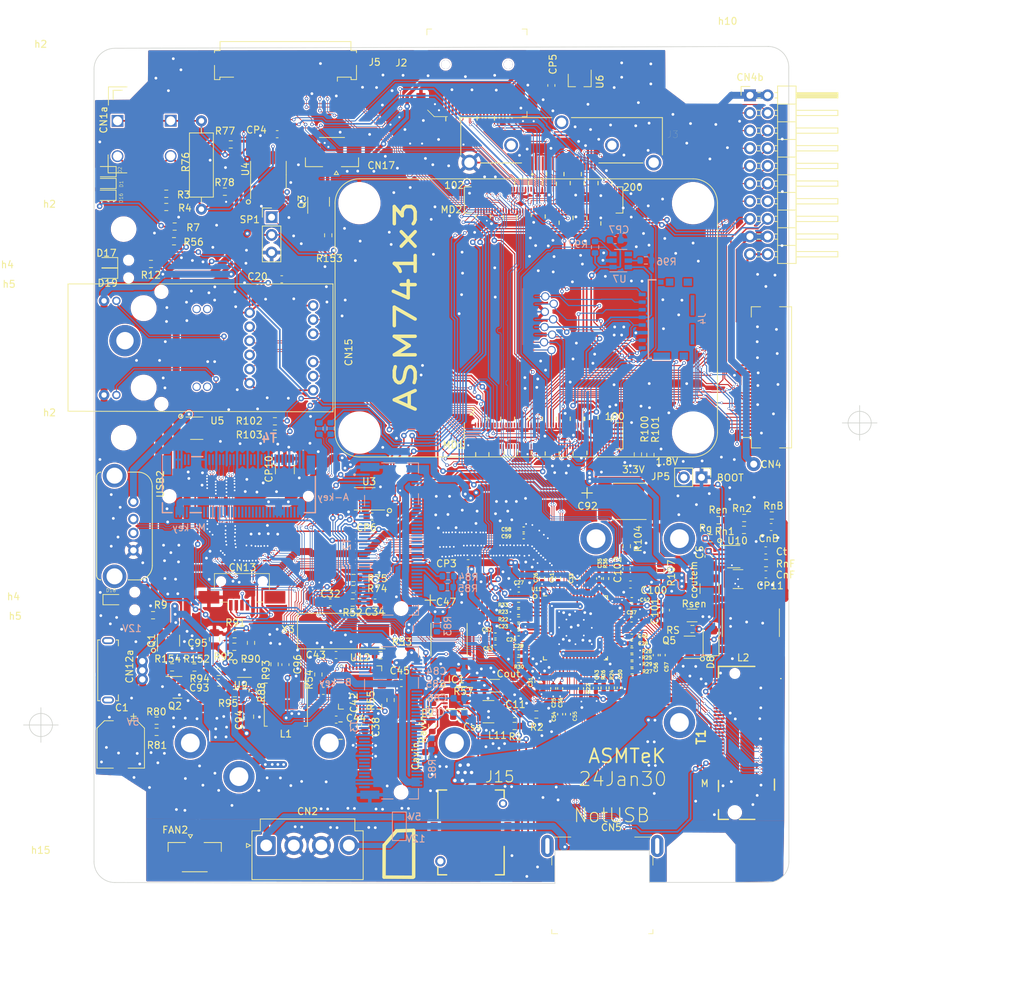
<source format=kicad_pcb>
(kicad_pcb (version 20221018) (generator pcbnew)
  (layers (0 "F.Cu" signal) (31 "B.Cu" signal) (34 "B.Paste" user) (35 "F.Paste" user) (36 "B.SilkS" user "B.Silkscreen") (37 "F.SilkS" user "F.Silkscreen") (38 "B.Mask" user) (39 "F.Mask" user) (44 "Edge.Cuts" user))
  (net 0 "")
  (net 1 "GND")
  (net 2 "N00080")
  (net 3 "1.8V")
  (net 4 "N00076")
  (net 5 "N00077")
  (net 6 "N00079")
  (net 7 "VCC")
  (net 8 "N00030")
  (net 9 "N00074")
  (net 10 "N00075")
  (net 11 "VCC-2")
  (net 12 "N00049")
  (net 13 "N00089")
  (net 14 "SCL0")
  (net 15 "N00041")
  (net 16 "H5V")
  (net 17 "N00060")
  (net 18 "GPIO_VDD")
  (net 19 "HSD2-")
  (net 20 "HSD2+")
  (net 21 "HSD1-")
  (net 22 "HSD1+")
  (net 23 "N00091")
  (net 24 "Ethernet_Pair3_P")
  (net 25 "Ethernet_Pair1_P")
  (net 26 "Ethernet_Pair3_N")
  (net 27 "Ethernet_Pair1_N")
  (net 28 "Ethernet_Pair2_N")
  (net 29 "Ethernet_Pair0_N")
  (net 30 "Ethernet_Pair2_P")
  (net 31 "Ethernet_Pair0_P")
  (net 32 "Ethernet_nLED3")
  (net 33 "Ethernet_SYNC_IN")
  (net 34 "Ethernet_nLED2")
  (net 35 "Ethernet_SYNC_OUT")
  (net 36 "Ethernet_nLED1")
  (net 37 "EEPROM_nWP")
  (net 38 "Pi_nLED_Activity")
  (net 39 "GPIO26")
  (net 40 "GPIO21")
  (net 41 "GPIO19")
  (net 42 "GPIO20")
  (net 43 "GPIO13")
  (net 44 "GPIO16")
  (net 45 "GPIO6")
  (net 46 "GPIO12")
  (net 47 "GPIO5")
  (net 48 "ID_SC")
  (net 49 "ID_SD")
  (net 50 "GPIO7")
  (net 51 "GPIO11")
  (net 52 "GPIO8")
  (net 53 "GPIO9")
  (net 54 "GPIO25")
  (net 55 "GPIO10")
  (net 56 "GPIO24")
  (net 57 "GPIO22")
  (net 58 "GPIO23")
  (net 59 "GPIO27")
  (net 60 "GPIO18")
  (net 61 "GPIO17")
  (net 62 "GPIO15")
  (net 63 "GPIO4")
  (net 64 "GPIO14")
  (net 65 "GPIO3")
  (net 66 "SD_CLK")
  (net 67 "GPIO2")
  (net 68 "SD_DAT3")
  (net 69 "SD_CMD")
  (net 70 "SD_DAT0")
  (net 71 "SD_DAT5")
  (net 72 "SD_DAT1")
  (net 73 "SD_DAT4")
  (net 74 "SD_DAT2")
  (net 75 "SD_DAT7")
  (net 76 "SD_DAT6")
  (net 77 "SD_VDD_Override")
  (net 78 "SD_PWR_ON")
  (net 79 "SDA0")
  (net 80 "WL_nDisable")
  (net 81 "BT_nDisable")
  (net 82 "RUN_PG")
  (net 83 "nRPIBOOT")
  (net 84 "AnaloglP1")
  (net 85 "PI_LED_nPWR")
  (net 86 "AnalogIP0")
  (net 87 "Camera_GPIO")
  (net 88 "GLOBAL_EN")
  (net 89 "nEXTRST")
  (net 90 "USB_OTG_ID")
  (net 91 "USB_N")
  (net 92 "USB_P")
  (net 93 "VDAC_COMP")
  (net 94 "CAM1_D0_N")
  (net 95 "CAM1_D0_P")
  (net 96 "CAM1_D1_N")
  (net 97 "CAM1_D1_P")
  (net 98 "CAM1_C_N")
  (net 99 "CAM0_D0_N")
  (net 100 "CAM1_C_P")
  (net 101 "CAM0_D0_P")
  (net 102 "CAM1_D2_N")
  (net 103 "CAM0_D1_N")
  (net 104 "CAM1_D2_P")
  (net 105 "CAM0_D1_P")
  (net 106 "CAM1_D3_N")
  (net 107 "CAM0_C_N")
  (net 108 "CAM1_D3_P")
  (net 109 "CAM0_C_P")
  (net 110 "HDMI1_HOTPLUG")
  (net 111 "HDMI1_SDA")
  (net 112 "HDMI1_TX2_P")
  (net 113 "HDMI1_SCL")
  (net 114 "HDMI1_TX2_N")
  (net 115 "HDMI1_CEC")
  (net 116 "HDMI0_CEC")
  (net 117 "HDMI1_TX1_P")
  (net 118 "HDMI0_HOTPLUG")
  (net 119 "HDMI1_TX1_N")
  (net 120 "DSI0_D0_N")
  (net 121 "HDMI1_TX0_P")
  (net 122 "DSI0_D0_P")
  (net 123 "HDMI1_TX0_N")
  (net 124 "DSI0_D1_N")
  (net 125 "HDMI1_CLK_P")
  (net 126 "DSI0_D1_P")
  (net 127 "HDMI1_CLK_N")
  (net 128 "DSI0_C_P")
  (net 129 "HDMI0_TX2_P")
  (net 130 "DSI0_C_N")
  (net 131 "HDMI0_TX2_N")
  (net 132 "DSI1_D0_N")
  (net 133 "HDMI0_TX1_P")
  (net 134 "DSI1_D0_P")
  (net 135 "HDMI0_TX1_N")
  (net 136 "DSI1_D1_N")
  (net 137 "HDMI0_TX0_P")
  (net 138 "DSI1_D1_P")
  (net 139 "HDMI0_TX0_N")
  (net 140 "DSI1_C_N")
  (net 141 "HDMI0_CLK_P")
  (net 142 "DSI1_C_P")
  (net 143 "HDMI0_CLK_N")
  (net 144 "DSI1_D2_N")
  (net 145 "DSI1_D3_N")
  (net 146 "DSI1_D2_P")
  (net 147 "DSL1_D3_P")
  (net 148 "HDMI0_SDA")
  (net 149 "HDMI0_SCL")
  (net 150 "PCIe_CLK_P")
  (net 151 "PCIe_nRST")
  (net 152 "PCIe_CLK_nREQ")
  (net 153 "PCIe_CLK_N")
  (net 154 "PCIe_RX_P")
  (net 155 "PCIe_RX_N")
  (net 156 "PCIe_TX_P")
  (net 157 "PCIe_TX_N")
  (net 158 "A5")
  (net 159 "B5")
  (net 160 "SIM_PWR")
  (net 161 "SIM_RST")
  (net 162 "SIM_SLK")
  (net 163 "SIM_DATE")
  (net 164 "SIM_SW")
  (net 165 "N00092")
  (net 166 "FB")
  (net 167 "NJ_cmp")
  (net 168 "NJ_rt")
  (net 169 "NJ_en")
  (net 170 "NJ_sw")
  (net 171 "N00093")
  (net 172 "N00094")
  (net 173 "USBD5-")
  (net 174 "USBD5+")
  (net 175 "SD_PWR")
  (net 176 "N00095")
  (net 177 "3.3V")
  (net 178 "N00099")
  (net 179 "WWAN_LED")
  (net 180 "N00100")
  (net 181 "FAN")
  (net 182 "FBR")
  (net 183 "5VIN")
  (net 184 "N00031")
  (net 185 "m3das")
  (net 186 "12V")
  (net 187 "NJ001")
  (net 188 "Nj002")
  (net 189 "Nj005")
  (net 190 "Nj008")
  (net 191 "Nj009")
  (net 192 "Nj010")
  (net 193 "Nj011")
  (net 194 "3.3vem")
  (net 195 "m002")
  (net 196 "m003")
  (net 197 "m004")
  (net 198 "m005")
  (net 199 "m006")
  (net 200 "h003")
  (net 201 "h004")
  (net 202 "h005")
  (net 203 "h012")
  (net 204 "h025")
  (net 205 "h026")
  (net 206 "h027")
  (net 207 "h028")
  (net 208 "h029")
  (net 209 "h030")
  (net 210 "1v2")
  (net 211 "rext2")
  (net 212 "fclk3-")
  (net 213 "fclk3+")
  (net 214 "rx3-")
  (net 215 "rx3+")
  (net 216 "tx3-")
  (net 217 "tx3+")
  (net 218 "fclk2-")
  (net 219 "fclk2+")
  (net 220 "rx2-")
  (net 221 "rx2+")
  (net 222 "tx2-")
  (net 223 "tx2+")
  (net 224 "fclk1-")
  (net 225 "fclk1+")
  (net 226 "rx1-")
  (net 227 "rx1+")
  (net 228 "tx1-")
  (net 229 "tx1+")
  (net 230 "RSTO")
  (net 231 "fclk4-")
  (net 232 "fclk4+")
  (net 233 "rx4-")
  (net 234 "rx4+")
  (net 235 "tx4-")
  (net 236 "tx4+")
  (net 237 "tx3c-")
  (net 238 "tx3c+")
  (net 239 "tx1c+")
  (net 240 "tx1c-")
  (net 241 "tx4c-")
  (net 242 "tx4c+")
  (net 243 "tx2c+")
  (net 244 "tx2c-")
  (net 245 "Ethyell")
  (net 246 "Ethgreen")
  (net 247 "Nj007")
  (net 248 "Njen")
  (net 249 "Nj003")
  (net 250 "5VINb")
  (net 251 "RBi")
  (net 252 "N00048")
  (net 253 "HSind")
  (net 254 "Nonrm")
  (net 255 "NONrm0")
  (net 256 "NJ_g")
  (net 257 "Ppw")
  (net 258 "BTEN")
  (net 259 "WLANEN")
  (net 260 "PLLF")
  (net 261 "CRF")
  (net 262 "USB1-")
  (net 263 "USB1+")
  (net 264 "USB2-")
  (net 265 "USB2+")
  (net 266 "USB3-")
  (net 267 "USB3+")
  (net 268 "USB4-")
  (net 269 "USB4+")
  (footprint "" (layer "F.Cu") (at 121.355208 86.988)
    (fp_text reference "")
    (fp_text value "")
  )
  (footprint "Capacitor_SMD:C_0402_1005Metric" (layer "F.Cu") (at 133.905208 126.258)
    (fp_text reference "C42")
    (fp_text value "100nF")
  )
  (footprint "Resistor_SMD:R_0603_1608Metric" (layer "F.Cu") (at 145.265208 117.368)
    (fp_text reference "Rg")
    (fp_text value "20")
  )
  (footprint "Connector_PinHeader_2.54mm:PinHeader_2x10_P2.54mm_Horizontal" (layer "F.Cu") (at 150.905208 53.653)
    (fp_text reference "CN4b")
    (fp_text value "PinHeader_2x10_P2.54mm_Horizontal")
  )
  (footprint "MountingHole:MountingHole_3.2mm_M3" (layer "F.Cu") (at 59.555208 49.888)
    (fp_text reference "h2")
    (fp_text value "MountingHole_3.2mm_M3")
  )
  (footprint "Capacitor_SMD:C_0402_1005Metric" (layer "F.Cu") (at 126.605208 138.958 -90)
    (fp_text reference "C22")
    (fp_text value "100nF")
  )
  (footprint "Capacitor_SMD:C_0402_1005Metric" (layer "F.Cu") (at 117.625208 131.058 180)
    (fp_text reference "C24")
    (fp_text value "100nF")
  )
  (footprint "Resistor_SMD:R_0603_1608Metric" (layer "F.Cu") (at 106.743 139.2682 180)
    (fp_text reference "R57")
    (fp_text value "51k")
  )
  (footprint "LED_SMD:LED_0603_1608Metric" (layer "F.Cu") (at 58.255208 64.638 180)
    (fp_text reference "D2")
    (fp_text value "red")
  )
  (footprint "Connector_PinHeader_2.54mm:PinHeader_1x02_P2.54mm_Vertical" (layer "F.Cu") (at 62.502708 57.3105)
    (fp_text reference "CN1a")
    (fp_text value "TB411-2-2-E-1")
  )
  (footprint "Resistor_SMD:R_0603_1608Metric" (layer "F.Cu") (at 79.365208 139.258 -90)
    (fp_text reference "R88")
    (fp_text value "2.2k")
  )
  (footprint "Resistor_SMD:R_0603_1608Metric" (layer "F.Cu") (at 65.555208 145.218)
    (fp_text reference "R81")
    (fp_text value "5.1k")
  )
  (footprint "Resistor_SMD:R_0402_1005Metric" (layer "F.Cu") (at 131.015208 138.888 90)
    (fp_text reference "R24")
    (fp_text value "10K")
  )
  (footprint "Capacitor_SMD:C_0402_1005Metric" (layer "F.Cu") (at 133.905208 131.508)
    (fp_text reference "C46")
    (fp_text value "100nF")
  )
  (footprint "" (layer "F.Cu") (at 140.763208 117.428)
    (fp_text reference "")
    (fp_text value "")
  )
  (footprint "Capacitor_SMD:C_0603_1608Metric" (layer "F.Cu") (at 104.195208 148.903 90)
    (fp_text reference "Cavin")
    (fp_text value "10n")
  )
  (footprint "NBK_Kicadlib:0838-1x1t-w7" (layer "F.Cu") (at 88.075208 89.988 90)
    (fp_text reference "CN15")
    (fp_text value "0838-1x1t-w7")
  )
  (footprint "Resistor_SMD:R_0603_1608Metric" (layer "F.Cu") (at 104.555208 141.028 180)
    (fp_text reference "pg")
    (fp_text value "100k")
  )
  (footprint "Capacitor_SMD:C_0603_1608Metric" (layer "F.Cu") (at 93.9038 144.272 -90)
    (fp_text reference "C42")
    (fp_text value "104")
  )
  (footprint "Capacitor_SMD:C_0402_1005Metric" (layer "F.Cu") (at 120.325208 138.018 -90)
    (fp_text reference "C31")
    (fp_text value "100nF")
  )
  (footprint "Resistor_SMD:R_0603_1608Metric" (layer "F.Cu") (at 153.215208 120.948)
    (fp_text reference "RnF")
    (fp_text value "8.2k")
  )
  (footprint "Resistor_SMD:R_0603_1608Metric" (layer "F.Cu") (at 68.155208 72.538)
    (fp_text reference "R7")
    (fp_text value "4.7k")
  )
  (footprint "NBK_Kicadlib:HDMI" (layer "F.Cu") (at 111.631208 50.724)
    (fp_text reference "J2")
    (fp_text value "HDMI_A_Female_2000-1-2-41-00-BK")
  )
  (footprint "Capacitor_SMD:C_0805_2012Metric" (layer "F.Cu") (at 78.777708 143.038 90)
    (fp_text reference "C94")
    (fp_text value "GRM188R61C106MAALD")
  )
  (footprint "Resistor_SMD:R_0603_1608Metric" (layer "F.Cu") (at 93.760208 126.618 180)
    (fp_text reference "R52")
    (fp_text value "1M")
  )
  (footprint "Capacitor_SMD:C_0402_1005Metric" (layer "F.Cu") (at 138.355208 134.178 90)
    (fp_text reference "C57")
    (fp_text value "100nF")
  )
  (footprint "Capacitor_SMD:C_1206_3216Metric" (layer "F.Cu") (at 114.185208 138.578 180)
    (fp_text reference "Cout")
    (fp_text value "22u")
  )
  (footprint "Capacitor_SMD:C_0402_1005Metric" (layer "F.Cu") (at 132.175208 138.878 -90)
    (fp_text reference "C30")
    (fp_text value "100nF")
  )
  (footprint "" (layer "F.Cu") (at 122.595208 85.878)
    (fp_text reference "")
    (fp_text value "")
  )
  (footprint "Resistor_SMD:R_0603_1608Metric" (layer "F.Cu") (at 70.995 135.96 180)
    (fp_text reference "R152")
    (fp_text value "0")
  )
  (footprint "Capacitor_SMD:C_0402_1005Metric" (layer "F.Cu") (at 121.005208 123.038 90)
    (fp_text reference "C26")
    (fp_text value "100nF")
  )
  (footprint "Resistor_SMD:R_0603_1608Metric" (layer "F.Cu") (at 99.2124 140.6398 -90)
    (fp_text reference "R55")
    (fp_text value "51k")
  )
  (footprint "LED_SMD:LED_0603_1608Metric" (layer "F.Cu") (at 58.48 77.73 180)
    (fp_text reference "D17")
    (fp_text value "red")
  )
  (footprint "Resistor_SMD:R_0603_1608Metric" (layer "F.Cu") (at 97.7392 134.1882 180)
    (fp_text reference "R53")
    (fp_text value "51k")
  )
  (footprint "Resistor_SMD:R_0603_1608Metric" (layer "F.Cu") (at 64.740208 77.918)
    (fp_text reference "R12")
    (fp_text value "1k")
  )
  (footprint "Resistor_SMD:R_0603_1608Metric" (layer "F.Cu") (at 142.635208 130.431769)
    (fp_text reference "RS")
    (fp_text value "20")
  )
  (footprint "Inductor_SMD:L_Bourns_SRN6045TA" (layer "F.Cu") (at 84.145208 141.308 90)
    (fp_text reference "L1")
    (fp_text value "SRN6045TA-4R7M")
  )
  (footprint "Capacitor_SMD:C_0402_1005Metric" (layer "F.Cu") (at 129.205208 123.158 90)
    (fp_text reference "C35")
    (fp_text value "100nF")
  )
  (footprint "Connector_FFC-FPC:Hirose_FH12-34S-0.5SH_1x34-1MP_P0.50mm_Horizontal" (layer "F.Cu") (at 152.395208 94.218 90)
    (fp_text reference "CN4")
    (fp_text value "CN:27")
  )
  (footprint "Resistor_SMD:R_0402_1005Metric" (layer "F.Cu") (at 133.935208 135.508 180)
    (fp_text reference "R29")
    (fp_text value "10K")
  )
  (footprint "" (layer "F.Cu") (at 122.365208 90.298)
    (fp_text reference "")
    (fp_text value "")
  )
  (footprint "Resistor_SMD:R_0603_1608Metric" (layer "F.Cu") (at 88.82 136.97 -90)
    (fp_text reference "R54")
    (fp_text value "12k")
  )
  (footprint "" (layer "F.Cu") (at 133.605208 98.888)
    (fp_text reference "")
    (fp_text value "")
  )
  (footprint "Capacitor_SMD:C_1210_3225Metric" (layer "F.Cu") (at 84.005208 107.398 90)
    (fp_text reference "CP10")
    (fp_text value "C_1210_3225Metric")
  )
  (footprint "MountingHole:MountingHole_2.1mm" (layer "F.Cu") (at 62.411408 125.126 180)
    (fp_text reference "h4")
    (fp_text value "MountingHole_1.1mm")
  )
  (footprint "Capacitor_SMD:C_0603_1608Metric" (layer "F.Cu") (at 91.3892 143.4592 180)
    (fp_text reference "C44")
    (fp_text value "104")
  )
  (footprint "Capacitor_SMD:C_0402_1005Metric" (layer "F.Cu") (at 117.655208 124.758 180)
    (fp_text reference "C27")
    (fp_text value "100nF")
  )
  (footprint "Capacitor_SMD:C_0603_1608Metric" (layer "F.Cu") (at 90.535208 126.598 180)
    (fp_text reference "C32")
    (fp_text value "15ｐ")
  )
  (footprint "Resistor_SMD:R_1206_3216Metric" (layer "F.Cu") (at 142.575208 128.471769 180)
    (fp_text reference "Rsen")
    (fp_text value "27m")
  )
  (footprint "Resistor_SMD:R_0603_1608Metric" (layer "F.Cu") (at 66.946408 67.8185)
    (fp_text reference "R3")
    (fp_text value "1k")
  )
  (footprint "NBK_Kicadlib:USB-A-S-X-X-VT" (layer "F.Cu") (at 59.505208 115.608 -90)
    (fp_text reference "USB2")
    (fp_text value "USB-A-S-X-X-VT")
  )
  (footprint "Capacitor_SMD:CP_Elec_6.3x5.8" (layer "F.Cu") (at 60.395208 147.028 -90)
    (fp_text reference "C1")
    (fp_text value "RSA0J331MCN1GS")
  )
  (footprint "Capacitor_SMD:C_0603_1608Metric" (layer "F.Cu") (at 74.477708 138.118)
    (fp_text reference "C93")
    (fp_text value "10ｐ")
  )
  (footprint "" (layer "F.Cu") (at 61.004708 115.388 180)
    (fp_text reference "")
    (fp_text value "")
  )
  (footprint "Resistor_SMD:R_0201_0603Metric" (layer "F.Cu") (at 131.315208 106.448 90)
    (fp_text reference "JP3" hide)
    (fp_text value "nf")
  )
  (footprint "Capacitor_SMD:C_0603_1608Metric" (layer "F.Cu") (at 153.955208 115.758 180)
    (fp_text reference "CnB")
    (fp_text value "220p")
  )
  (footprint "Resistor_SMD:R_0603_1608Metric" (layer "F.Cu") (at 93.885208 123.088 180)
    (fp_text reference "R75")
    (fp_text value "2.2k")
  )
  (footprint "" (layer "F.Cu") (at 122.455208 88.088)
    (fp_text reference "")
    (fp_text value "")
  )
  (footprint "Capacitor_SMD:C_0603_1608Metric" (layer "F.Cu") (at 91.3638 134.1628 180)
    (fp_text reference "C43")
    (fp_text value "104")
  )
  (footprint "Resistor_SMD:R_0201_0603Metric" (layer "F.Cu") (at 132.105208 106.468 90)
    (fp_text reference "JP4" hide)
    (fp_text value "nf")
  )
  (footprint "Resistor_SMD:R_0402_1005Metric" (layer "F.Cu") (at 117.605208 134.878 180)
    (fp_text reference "R30")
    (fp_text value "12.1K")
  )
  (footprint "Capacitor_SMD:C_0402_1005Metric" (layer "F.Cu") (at 117.625208 130.058 180)
    (fp_text reference "C23")
    (fp_text value "100nF")
  )
  (footprint "Capacitor_SMD:C_1210_3225Metric" (layer "F.Cu") (at 149.185208 123.248 180)
    (fp_text reference "CP11")
    (fp_text value "C_1210_3225Metric")
  )
  (footprint "Connector_USB:USB_Mini-B_AdamTech_MUSB-B5-S-VT-TSMT-1_SMD_Vertical" (layer "F.Cu") (at 77.825208 125.408 90)
    (fp_text reference "CN13")
    (fp_text value "CN:5")
  )
  (footprint "Capacitor_SMD:C_0402_1005Metric" (layer "F.Cu") (at 123.305208 123.038 90)
    (fp_text reference "C41")
    (fp_text value "100nF")
  )
  (footprint "Resistor_SMD:R_0402_1005Metric" (layer "F.Cu") (at 117.618859 127.958 180)
    (fp_text reference "R23")
    (fp_text value "1K")
  )
  (footprint "Package_DFN_QFN:DFN-8-1EP_2x2mm_P0.5mm_EP1.05x1.75mm" (layer "F.Cu") (at 78.185208 136.278)
    (fp_text reference "U9")
    (fp_text value "NJW4122KU1-TE3")
  )
  (footprint "Package_SO:TSOP-6_1.65x3.05mm_P0.95mm" (layer "F.Cu") (at 67.267708 132.098 90)
    (fp_text reference "Q1")
    (fp_text value "SSM6J808R")
  )
  (footprint "" (layer "F.Cu") (at 140.763208 117.428)
    (fp_text reference "")
    (fp_text value "")
  )
  (footprint "Inductor_SMD:L_Abracon_ASPI-3012S" (layer "F.Cu") (at 113.285208 142.318)
    (fp_text reference "L11")
    (fp_text value "1u")
  )
  (footprint "Capacitor_SMD:C_0402_1005Metric" (layer "F.Cu") (at 133.905208 132.508)
    (fp_text reference "C28")
    (fp_text value "100nF")
  )
  (footprint "Resistor_SMD:R_0603_1608Metric" (layer "F.Cu") (at 65.045208 128.438 180)
    (fp_text reference "R9")
    (fp_text value "1k")
  )
  (footprint "NBK_Kicadlib:MOLEX_533980271" (layer "F.Cu") (at 90.785208 61.818)
    (fp_text reference "CN17")
    (fp_text value "MOLEX_533980271")
  )
  (footprint "LED_SMD:LED_0603_1608Metric" (layer "F.Cu") (at 58.255208 66.338 180)
    (fp_text reference "D1")
    (fp_text value "green")
  )
  (footprint "Resistor_SMD:R_0603_1608Metric" (layer "F.Cu") (at 76.817708 139.648)
    (fp_text reference "R95")
    (fp_text value "5.1k")
  )
  (footprint "MountingHole:MountingHole_2.1mm" (layer "F.Cu") (at 61.53 79.92 180)
    (fp_text reference "h5")
    (fp_text value "MountingHole_1.1mm")
  )
  (footprint "Resistor_SMD:R_0603_1608Metric" (layer "F.Cu") (at 75.375208 67.518 180)
    (fp_text reference "R78")
    (fp_text value "1k")
  )
  (footprint "LED_SMD:LED_0603_1608Metric" (layer "F.Cu") (at 59.325208 126.198)
    (fp_text reference "D18")
    (fp_text value "blue")
  )
  (footprint "Resistor_SMD:R_0603_1608Metric" (layer "F.Cu") (at 65.555208 143.608)
    (fp_text reference "R80")
    (fp_text value "5.1k")
  )
  (footprint "Package_TO_SOT_SMD:SOT-23" (layer "F.Cu") (at 88.855208 68.968 90)
    (fp_text reference "Q3")
    (fp_text value "BSS138-TP")
  )
  (footprint "" (layer "F.Cu") (at 141.855208 62.588)
    (fp_text reference "")
    (fp_text value "")
  )
  (footprint "Package_TO_SOT_SMD:SOT-23-5" (layer "F.Cu") (at 71.325208 101.538)
    (fp_text reference "U5")
    (fp_text value "TPS2041C")
  )
  (footprint "Capacitor_SMD:C_2220_5650Metric_Pad1.97x5.40mm_HandSolder" (layer "F.Cu") (at 132.685208 112.068)
    (fp_text reference "C92")
    (fp_text value "ECASD40J476M025K00")
  )
  (footprint "MountingHole:MountingHole_3.2mm_M3" (layer "F.Cu") (at 143.555208 49.888)
    (fp_text reference "h10")
    (fp_text value "MountingHole_3.2mm_M3")
  )
  (footprint "Resistor_SMD:R_0603_1608Metric" (layer "F.Cu") (at 138.015208 121.998 90)
    (fp_text reference "R107")
    (fp_text value "100k")
  )
  (footprint "" (layer "F.Cu") (at 65.655208 54.688)
    (fp_text reference "")
    (fp_text value "")
  )
  (footprint "Capacitor_SMD:C_0603_1608Metric" (layer "F.Cu") (at 110.365208 120.958)
    (fp_text reference "CP3")
    (fp_text value "104")
  )
  (footprint "Package_SO:SOIC-8-1EP_3.9x4.9mm_P1.27mm_EP2.29x3mm" (layer "F.Cu") (at 81.640208 65.093 90)
    (fp_text reference "U4")
    (fp_text value "THVD1419")
  )
  (footprint "NBK_Kicadlib:CUI_UJC-VP-3-SMT-TR" (layer "F.Cu") (at 58.565208 136.368 -90)
    (fp_text reference "CN12a")
    (fp_text value "CUI_UJC-VP-3-SMT-TR")
  )
  (footprint "Resistor_SMD:R_0603_1608Metric" (layer "F.Cu") (at 90.245208 73.788 -90)
    (fp_text reference "R153")
    (fp_text value "1k")
  )
  (footprint "Package_DFN_QFN:QFN-64-1EP_9x9mm_P0.5mm_EP5.2x5.2mm" (layer "F.Cu") (at 125.805208 130.258)
    (fp_text reference "U11")
    (fp_text value "ASM1184e")
  )
  (footprint "MountingHole:MountingHole_2.1mm" (layer "F.Cu") (at 62.411408 127.666 180)
    (fp_text reference "h5")
    (fp_text value "MountingHole_1.1mm")
  )
  (footprint "Resistor_SMD:R_0402_1005Metric" (layer "F.Cu") (at 133.945208 136.508)
    (fp_text reference "R27")
    (fp_text value "1K")
  )
  (footprint "Kicadlib:BEL_SS-53000-003" (layer "F.Cu") (at 123.807208 63.4345)
    (fp_text reference "J3")
    (fp_text value "SS-53000-003")
  )
  (footprint "Diode_SMD:D_1206_3216Metric" (layer "F.Cu") (at 145.305208 131.978 90)
    (fp_text reference "D8")
    (fp_text value "D_1206_3216Metric")
  )
  (footprint "MountingHole:MountingHole_3.2mm_M3" (layer "F.Cu") (at 60.815208 72.898)
    (fp_text reference "h2")
    (fp_text value "MountingHole_3.2mm_M3")
  )
  (footprint "NBK_Kicadlib:GCT_SIM8051-6-0-14-01-X-REVD" (layer "F.Cu") (at 110.78 159.68)
    (fp_text reference "J15")
    (fp_text value "GCT_SIM8051-6-0-14-01-X-REVD")
  )
  (footprint "Capacitor_SMD:C_0603_1608Metric" (layer "F.Cu") (at 117.015208 142.658 180)
    (fp_text reference "C11")
    (fp_text value "25p")
  )
  (footprint "Resistor_SMD:R_0603_1608Metric" (layer "F.Cu") (at 67.78 135.94)
    (fp_text reference "R154")
    (fp_text value "10k")
  )
  (footprint "Resistor_SMD:R_0603_1608Metric" (layer "F.Cu") (at 76.735208 132.978)
    (fp_text reference "R92")
    (fp_text value "ERJ-3EKF5102V")
  )
  (footprint "Capacitor_SMD:C_2220_5650Metric_Pad1.97x5.40mm_HandSolder" (layer "F.Cu") (at 107.625208 132.9105 90)
    (fp_text reference "C47")
    (fp_text value "ECASD40J476M025K00")
  )
  (footprint "Capacitor_SMD:C_0603_1608Metric" (layer "F.Cu") (at 96.545208 114.248)
    (fp_text reference "CP6")
    (fp_text value "104")
  )
  (footprint "" (layer "F.Cu") (at 103.355208 68.588)
    (fp_text reference "")
    (fp_text value "")
  )
  (footprint "Package_TO_SOT_SMD:SOT-23-8_Handsoldering" (layer "F.Cu") (at 148.165208 120.008)
    (fp_text reference "U10")
    (fp_text value "NJW4160R-TE2")
  )
  (footprint "Package_SO:MSOP-10-1EP_3x3mm_P0.5mm_EP1.68x1.88mm_ThermalVias" (layer "F.Cu") (at 95.486208 111.699 180)
    (fp_text reference "U3")
    (fp_text value "FSUSB42MUX")
  )
  (footprint "Resistor_SMD:R_0402_1005Metric" (layer "F.Cu") (at 129.865208 138.898 90)
    (fp_text reference "R26")
    (fp_text value "10K")
  )
  (footprint "Package_DFN_QFN:DFN-12-1EP_3x3mm_P0.5mm_EP2.05x2.86mm" (layer "F.Cu") (at 108.642708 140.353)
    (fp_text reference "IC1")
    (fp_text value "RP510L00")
  )
  (footprint "Capacitor_SMD:C_0603_1608Metric" (layer "F.Cu") (at 96.985208 126.608)
    (fp_text reference "C34")
    (fp_text value "15ｐ")
  )
  (footprint "" (layer "F.Cu") (at 121.305208 83.788)
    (fp_text reference "")
    (fp_text value "")
  )
  (footprint "Capacitor_SMD:C_0603_1608Metric" (layer "F.Cu") (at 89.535 139.319 180)
    (fp_text reference "C2" hide)
    (fp_text value "104")
  )
  (footprint "CM4IO:Raspberry-Pi-4-Compute-Module" (layer "F.Cu") (at 142.725208 102.168 90)
    (fp_text reference "Module1" hide)
    (fp_text value "ComputeModule4")
  )
  (footprint "Crystal:Crystal_SMD_HC49-SD" (layer "F.Cu") (at 92.525208 130.718)
    (fp_text reference "X3")
    (fp_text value "24M")
  )
  (footprint "Resistor_SMD:R_0603_1608Metric" (layer "F.Cu") (at 136.585208 105.378 -90)
    (fp_text reference "R101")
    (fp_text value "R:2")
  )
  (footprint "Resistor_SMD:R_0603_1608Metric" (layer "F.Cu") (at 74.477708 136.588 180)
    (fp_text reference "R94")
    (fp_text value "10k")
  )
  (footprint "Capacitor_SMD:C_0603_1608Metric" (layer "F.Cu") (at 83.555208 80.118)
    (fp_text reference "C20")
    (fp_text value "0.1u/25v")
  )
  (footprint "Connector_PinHeader_2.54mm:PinHeader_1x03_P2.54mm_Vertical" (layer "F.Cu") (at 82.095208 71.193)
    (fp_text reference "SP1")
    (fp_text value "PinHeader_1x03_P2.54mm_Vertical")
  )
  (footprint "Capacitor_SMD:C_0603_1608Metric" (layer "F.Cu") (at 84.085208 135.548 -90)
    (fp_text reference "C96")
    (fp_text value "15ｐ")
  )
  (footprint "NBK_Kicadlib:MDT420M01001" (layer "F.Cu") (at 150.405208 146.808 -90)
    (fp_text reference "T1")
    (fp_text value "1-2199230-5" hide)
  )
  (footprint "Capacitor_SMD:C_0402_1005Metric" (layer "F.Cu") (at 118.355208 116.098)
    (fp_text reference "C58")
    (fp_text value "100nF")
  )
  (footprint "LED_SMD:LED_0603_1608Metric" (layer "F.Cu") (at 58.235208 68.038 180)
    (fp_text reference "D16")
    (fp_text value "green")
  )
  (footprint "Connector_FFC-FPC:Molex_200528-0150_1x15-1MP_P1.00mm_Horizontal" (layer "F.Cu") (at 84.095208 50.228 180)
    (fp_text reference "J5")
    (fp_text value "0522711579")
  )
  (footprint "Capacitor_SMD:C_0603_1608Metric" (layer "F.Cu") (at 108.995208 143.018 180)
    (fp_text reference "Css")
    (fp_text value "470p")
  )
  (footprint "MountingHole:MountingHole_3.2mm_M3" (layer "F.Cu") (at 143.555208 163.888)
    (fp_text reference "h15" hide)
    (fp_text value "MountingHole_3.2mm_M3")
  )
  (footprint "Capacitor_SMD:C_0402_1005Metric" (layer "F.Cu") (at 114.296958 132.358)
    (fp_text reference "C53")
    (fp_text value "100nF")
  )
  (footprint "Resistor_SMD:R_0603_1608Metric" (layer "F.Cu") (at 133.185208 118.508 90)
    (fp_text reference "R104")
    (fp_text value "R_0603_1608Metric")
  )
  (footprint "Resistor_SMD:R_0603_1608Metric" (layer "F.Cu") (at 154.045208 114.098 180)
    (fp_text reference "RnB")
    (fp_text value "1k")
  )
  (footprint "Resistor_SMD:R_0603_1608Metric" (layer "F.Cu") (at 82.570208 100.548 180)
    (fp_text reference "R102")
    (fp_text value "1ｋ")
  )
  (footprint "Resistor_SMD:R_0603_1608Metric" (layer "F.Cu") (at 79.135208 132.418 -90)
    (fp_text reference "R90")
    (fp_text value "3.9k")
  )
  (footprint "Package_TO_SOT_SMD:SC-59" (layer "F.Cu") (at 126.415208 51.468 -90)
    (fp_text reference "U6")
    (fp_text value "AP2331W")
  )
  (footprint "Package_SO:TSOP-6_1.65x3.05mm_P0.95mm" (layer "F.Cu") (at 142.225208 133.048 180)
    (fp_text reference "Q5")
    (fp_text value "SSM6J808R")
  )
  (footprint "Package_TO_SOT_SMD:SOT-23" (layer "F.Cu") (at 68.557708 138.808)
    (fp_text reference "Q2")
    (fp_text value "BSS138-TP")
  )
  (footprint "Resistor_SMD:R_0402_1005Metric" (layer "F.Cu") (at 117.625208 129.058 180)
    (fp_text reference "R22")
    (fp_text value "1K")
  )
  (footprint "Connector_JST:JST_VH_B4P-VH_1x04_P3.96mm_Vertical" (layer "F.Cu") (at 81.33 161.56)
    (fp_text reference "CN2")
    (fp_text value "JST_VH_B4P-VH_1x04_P3.96mm_Vertical")
  )
  (footprint "Inductor_SMD:L_Bourns_SRN8040TA" (layer "F.Cu") (at 151.035208 129.518 90)
    (fp_text reference "L2")
    (fp_text value "SRN6045TA-4R7M")
  )
  (footprint "Capacitor_SMD:C_0603_1608Metric" (layer "F.Cu") (at 100.7618 138.2014 180)
    (fp_text reference "C45")
    (fp_text value "104")
  )
  (footprint "Resistor_SMD:R_0603_1608Metric" (layer "F.Cu") (at 82.525208 135.498 -90)
    (fp_text reference "R93")
    (fp_text value "0k")
  )
  (footprint "Resistor_SMD:R_0603_1608Metric" (layer "F.Cu") (at 76.775208 131.168 180)
    (fp_text reference "R91")
    (fp_text value "12k")
  )
  (footprint "Resistor_SMD:R_0603_1608Metric" (layer "F.Cu") (at 150.075208 114.458)
    (fp_text reference "Rn2")
    (fp_text value "30.9k")
  )
  (footprint "Resistor_SMD:R_0402_1005Metric" (layer "F.Cu") (at 117.628859 126.958)
    (fp_text reference "R33")
    (fp_text value "10K")
  )
  (footprint "Capacitor_SMD:C_0603_1608Metric" (layer "F.Cu") (at 95.5548 144.2974 90)
    (fp_text reference "C38")
    (fp_text value "4.7u")
  )
  (footprint "Resistor_SMD:R_0603_1608Metric" (layer "F.Cu") (at 120.175208 142.728 180)
    (fp_text reference "R2")
    (fp_text value "20k")
  )
  (footprint "Capacitor_SMD:C_0603_1608Metric" (layer "F.Cu") (at 153.175208 119.118)
    (fp_text reference "Ct")
    (fp_text value "1n")
  )
  (footprint "" (layer "F.Cu") (at 144.763208 117.428)
    (fp_text reference "")
    (fp_text value "")
  )
  (footprint "Capacitor_SMD:C_0402_1005Metric" (layer "F.Cu") (at 117.625208 133.778 180)
    (fp_text reference "C29")
    (fp_text value "100nF")
  )
  (footprint "Package_DFN_QFN:QFN-36-1EP_6x6mm_P0.5mm_EP3.7x3.7mm" (layer "F.Cu") (at 94.8271 138.835)
    (fp_text reference "U12")
    (fp_text value "USB2514BI-AEZG-TR")
  )
  (footprint "Resistor_SMD:R_0603_1608Metric" (layer "F.Cu") (at 82.560208 102.348 180)
    (fp_text reference "R103")
    (fp_text value "1ｋ")
  )
  (footprint "MountingHole:MountingHole_3.2mm_M3" (layer "F.Cu") (at 60.815208 102.898)
    (fp_text reference "h2")
    (fp_text value "MountingHole_3.2mm_M3")
  )
  (footprint "Capacitor_SMD:C_0402_1005Metric" (layer "F.Cu") (at 137.355208 134.178 90)
    (fp_text reference "C56")
    (fp_text value "100nF")
  )
  (footprint "Capacitor_SMD:C_0402_1005Metric" (layer "F.Cu") (at 128.745208 138.908 -90)
    (fp_text reference "C43")
    (fp_text value "100nF")
  )
  (footprint "Capacitor_SMD:C_0603_1608Metric" (layer "F.Cu") (at 82.900208 59.248 180)
    (fp_text reference "CP4")
    (fp_text value "104")
  )
  (footprint "Connector_PinHeader_2.54mm:PinHeader_1x02_P2.54mm_Vertical" (layer "F.Cu") (at 143.935208 108.608 -90)
    (fp_text reference "JP5")
    (fp_text value "PinHeader_1x02_P2.54mm_Vertical")
  )
  (footprint "Resistor_SMD:R_0201_0603Metric" (layer "F.Cu") (at 129.965208 106.388 90)
    (fp_text reference "JP2" hide)
    (fp_text value "nf")
  )
  (footprint "" (layer "F.Cu") (at 122.675208 83.638)
    (fp_text reference "")
    (fp_text value "")
  )
  (footprint "Resistor_SMD:R_0603_1608Metric" (layer "F.Cu") (at 150.045208 116.168)
    (fp_text reference "Rn1")
    (fp_text value "10k")
  )
  (footprint "Capacitor_SMD:C_1210_3225Metric" (layer "F.Cu") (at 145.085208 124.618 90)
    (fp_text reference "coutem")
    (fp_text value "C_1210_3225Metric")
  )
  (footprint "LED_SMD:LED_0603_1608Metric" (layer "F.Cu") (at 58.48 79.25 180)
    (fp_text reference "D19")
    (fp_text value "yelow")
  )
  (footprint "Resistor_SMD:R_0603_1608Metric" (layer "F.Cu") (at 117.045208 144.378 180)
    (fp_text reference "R1")
    (fp_text value "20k")
  )
  (footprint "Capacitor_SMD:C_0603_1608Metric" (layer "F.Cu") (at 138.805208 127.708 90)
    (fp_text reference "C101")
    (fp_text value "100n")
  )
  (footprint "MountingHole:MountingHole_3.2mm_M3" (layer "F.Cu") (at 59.555208 163.888)
    (fp_text reference "h15")
    (fp_text value "MountingHole_3.2mm_M3")
  )
  (footprint "Resistor_SMD:R_0603_1608Metric" (layer "F.Cu") (at 105.205208 144.348 90)
    (fp_text reference "Ravin")
    (fp_text value "1")
  )
  (footprint "Resistor_SMD:R_0402_1005Metric" (layer "F.Cu") (at 130.205208 123.158 90)
    (fp_text reference "R36")
    (fp_text value "12.1K")
  )
  (footprint "Capacitor_SMD:C_0603_1608Metric" (layer "F.Cu") (at 153.195208 122.558 180)
    (fp_text reference "CnF")
    (fp_text value "2.2n")
  )
  (footprint "Capacitor_SMD:C_0402_1005Metric" (layer "F.Cu") (at 114.296958 131.358)
    (fp_text reference "C52")
    (fp_text value "100nF")
  )
  (footprint "Resistor_SMD:R_0603_1608Metric" (layer "F.Cu") (at 134.785208 105.288 -90)
    (fp_text reference "R100")
    (fp_text value "R:2")
  )
  (footprint "Resistor_SMD:R_0603_1608Metric" (layer "F.Cu") (at 68.055208 74.648)
    (fp_text reference "R56")
    (fp_text value "1k")
  )
  (footprint "Capacitor_SMD:C_0603_1608Metric" (layer "F.Cu") (at 122.335208 52.238 90)
    (fp_text reference "CP5")
    (fp_text value "104")
  )
  (footprint "Capacitor_SMD:C_0402_1005Metric" (layer "F.Cu") (at 123.605208 138.958 -90)
    (fp_text reference "C36")
    (fp_text value "100nF")
  )
  (footprint "Resistor_SMD:R_0402_1005Metric" (layer "F.Cu") (at 133.915208 133.508 180)
    (fp_text reference "R28")
    (fp_text value "10K")
  )
  (footprint "Resistor_SMD:R_0603_1608Metric" (layer "F.Cu") (at 93.855208 124.688 180)
    (fp_text reference "R74")
    (fp_text value "2.2k")
  )
  (footprint "Capacitor_SMD:C_0402_1005Metric" (layer "F.Cu") (at 133.885208 129.058)
    (fp_text reference "C37")
    (fp_text value "100nF")
  )
  (footprint "" (layer "F.Cu") (at 121.905208 82.488)
    (fp_text reference "")
    (fp_text value "")
  )
  (footprint "Capacitor_SMD:C_0402_1005Metric" (layer "F.Cu") (at 122.605208 138.958 -90)
    (fp_text reference "C25")
    (fp_text value "100nF")
  )
  (footprint "Resistor_SMD:R_0603_1608Metric" (layer "F.Cu") (at 146.375208 114.768)
    (fp_text reference "Ren")
    (fp_text value "10k")
  )
  (footprint "Capacitor_SMD:C_0805_2012Metric" (layer "F.Cu") (at 73.877708 131.908 -90)
    (fp_text reference "C95")
    (fp_text value "GRM188R61C106MAALD")
  )
  (footprint "Capacitor_SMD:C_0402_1005Metric" (layer "F.Cu") (at 124.735208 142.678 90)
    (fp_text reference "C55")
    (fp_text value "100nF" hide)
  )
  (footprint "Resistor_SMD:R_0603_1608Metric" (layer "F.Cu") (at 66.946408 69.7185)
    (fp_text reference "R4")
    (fp_text value "1k")
  )
  (footprint "Capacitor_SMD:C_0402_1005Metric" (layer "F.Cu") (at 118.355208 117.098)
    (fp_text reference "C59")
    (fp_text value "100nF")
  )
  (footprint "Resistor_SMD:R_0201_0603Metric" (layer "F.Cu") (at 129.195208 106.328 90)
    (fp_text reference "JP1" hide)
    (fp_text value "nf")
  )
  (footprint "NBK_Kicadlib:MOLEX_533980271" (layer "F.Cu") (at 71.04 163.24 180)
    (fp_text reference "FAN2")
    (fp_text value "MOLEX_533980271")
  )
  (footprint "Capacitor_SMD:C_0402_1005Metric" (layer "F.Cu") (at 123.605208 142.678 90)
    (fp_text reference "C54")
    (fp_text value "100nF")
  )
  (footprint "Resistor_SMD:R_0603_1608Metric" (layer "F.Cu") (at 76.225008 60.7205)
    (fp_text reference "R77")
    (fp_text value "1k")
  )
  (footprint "NBK_Kicadlib:USB_A_Female_AU-Y1006-3" (layer "F.Cu") (at 129.67 161.63)
    (fp_text reference "CN5")
    (fp_text value "USB_A_Female_AU-Y1006-3")
  )
  (footprint "" (layer "F.Cu") (at 121.395208 84.798)
    (fp_text reference "")
    (fp_text value "")
  )
  (footprint "" (layer "F.Cu") (at 121.465208 82.588)
    (fp_text reference "")
    (fp_text value "")
  )
  (footprint "" (layer "F.Cu") (at 121.285208 89.168)
    (fp_text reference "")
    (fp_text value "")
  )
  (footprint "Resistor_SMD:R_0402_1005Metric" (layer "F.Cu") (at 133.935208 134.508)
    (fp_text reference "R25")
    (fp_text value "1K")
  )
  (footprint "Capacitor_SMD:C_0603_1608Metric" (layer "F.Cu") (at 133.715208 124.018 180)
    (fp_text reference "C100")
    (fp_text value "C_0603_1608Metric")
  )
  (footprint "Capacitor_SMD:C_0603_1608Metric" (layer "F.Cu") (at 133.155208 121.763 90)
    (fp_text reference "C102")
    (fp_text value "C_0603_1608Metric")
  )
  (footprint "Resistor_THT:R_Axial_DIN0309_L9.0mm_D3.2mm_P12.70mm_Horizontal" (layer "F.Cu") (at 71.996408 57.3325 -90)
    (fp_text reference "R76")
    (fp_text value "680 1/2w")
  )
  (footprint "MountingHole:MountingHole_2.1mm" (layer "F.Cu") (at 61.53 77.38 180)
    (fp_text reference "h4")
    (fp_text value "MountingHole_1.1mm")
  )
  (footprint "Capacitor_SMD:C_0603_1608Metric" (layer "F.Cu") (at 144.955208 119.988 90)
    (fp_text reference "CS")
    (fp_text value "22n")
  )
  (footprint "Capacitor_SMD:C_0402_1005Metric" (layer "F.Cu") (at 126.105208 123.138 90)
    (fp_text reference "C33")
    (fp_text value "100nF")
  )
  (footprint "Resistor_SMD:R_0603_1608Metric" (layer "B.Cu") (at 90.585208 101.578 90)
    (fp_text reference "R105x" hide)
    (fp_text value "0")
  )
  (footprint "NBK_Kicadlib:MDT420M01001" (layer "B.Cu") (at 77.395208 109.658 180)
    (fp_text reference "T4")
    (fp_text value "MDT420M01001" hide)
  )
  (footprint "" (layer "B.Cu") (at 90.405208 147.308)
    (fp_text reference "")
    (fp_text value "")
  )
  (footprint "clipboard:b9973afb-34f9-4941-8c1f-dffebdb6dde0" (layer "B.Cu") (at 95.448208 114.228 -90)
    (fp_text reference "T2")
    (fp_text value "2199230-8")
  )
  (footprint "" (layer "B.Cu") (at 77.395208 151.658 90)
    (fp_text reference "")
    (fp_text value "")
  )
  (footprint "Resistor_SMD:R_0603_1608Metric" (layer "B.Cu") (at 107.39 124.4 180)
    (fp_text reference "R85")
    (fp_text value "10k")
  )
  (footprint "Resistor_SMD:R_0603_1608Metric" (layer "B.Cu") (at 105.875208 129.988 90)
    (fp_text reference "R83")
    (fp_text value "10k")
  )
  (footprint "Resistor_SMD:R_0603_1608Metric" (layer "B.Cu") (at 107.49 122.83 180)
    (fp_text reference "R84")
    (fp_text value "10k")
  )
  (footprint "Capacitor_SMD:C_0603_1608Metric" (layer "B.Cu") (at 109.050208 140.388)
    (fp_text reference "C86")
    (fp_text value "C:2")
  )
  (footprint "Resistor_SMD:R_0603_1608Metric" (layer "B.Cu") (at 135.935208 77.408 180)
    (fp_text reference "R96")
    (fp_text value "2.2ｋ")
  )
  (footprint "NBK_Kicadlib:105162-0001" (layer "B.Cu") (at 142.743493 85.848 90)
    (fp_text reference "J4")
    (fp_text value "105162-0001")
  )
  (footprint "Resistor_SMD:R_0603_1608Metric" (layer "B.Cu") (at 128.625208 75.498 -90)
    (fp_text reference "R97")
    (fp_text value "2.2ｋ")
  )
  (footprint "Capacitor_SMD:C_0603_1608Metric" (layer "B.Cu") (at 131.530208 74.488)
    (fp_text reference "CP7")
    (fp_text value "104")
  )
  (footprint "Jumper:SolderJumper-3_P1.3mm_Open_Pad1.0x1.5mm" (layer "B.Cu") (at 100.47 158.8 -90)
    (fp_text reference "REF**" hide)
    (fp_text value "SolderJumper-3_P1.3mm_Open_Pad1.0x1.5mm" hide)
  )
  (footprint "Capacitor_SMD:C_0603_1608Metric" (layer "B.Cu") (at 108.960208 136.54)
    (fp_text reference "C84")
    (fp_text value "C:2")
  )
  (footprint "Capacitor_SMD:C_0603_1608Metric" (layer "B.Cu") (at 109.050208 142.42)
    (fp_text reference "C83")
    (fp_text value "C:2")
  )
  (footprint "Capacitor_SMD:C_0603_1608Metric" (layer "B.Cu") (at 109.000208 138.42)
    (fp_text reference "C85")
    (fp_text value "C:2")
  )
  (footprint "" (layer "B.Cu") (at 70.405208 146.808)
    (fp_text reference "")
    (fp_text value "")
  )
  (footprint "Package_TO_SOT_SMD:SOT-23-6" (layer "B.Cu") (at 132.305208 77.428)
    (fp_text reference "U7")
    (fp_text value "BD2222G")
  )
  (footprint "" (layer "B.Cu") (at 110.405208 146.808)
    (fp_text reference "")
    (fp_text value "")
  )
  (footprint "Resistor_SMD:R_0603_1608Metric" (layer "B.Cu") (at 88.985208 101.598 90)
    (fp_text reference "R106x" hide)
    (fp_text value "0")
  )
  (footprint "Resistor_SMD:R_0603_1608Metric" (layer "B.Cu") (at 105.065208 146.968 90)
    (fp_text reference "R82")
    (fp_text value "1k")
  )
  (footprint "clipboard:b9973afb-34f9-4941-8c1f-dffebdb6dde0" (layer "B.Cu") (at 95.445208 140.668 -90)
    (fp_text reference "T3")
    (fp_text value "2199230-3")
  )
  (gr_line (start 121.055208 66.038) (end 121.055208 66.538) (stroke (width 0.15)) (layer "F.SilkS"))
  (gr_line (start 121.655208 64.738) (end 121.655208 65.238) (stroke (width 0.15)) (layer "F.SilkS"))
  (gr_line (start 131.055208 66.038) (end 131.055208 66.538) (stroke (width 0.15)) (layer "F.SilkS"))
  (gr_line (start 129.055208 99.738) (end 129.055208 100.238) (stroke (width 0.15)) (layer "F.SilkS"))
  (gr_circle (center 106.785208 138.468) (end 106.785208 138.168) (stroke (width 0.15)) (fill none) (layer "F.SilkS"))
  (gr_line (start 123.455208 71.738) (end 123.455208 72.238) (stroke (width 0.15)) (layer "F.SilkS"))
  (gr_line (start 123.055208 99.938) (end 123.055208 100.438) (stroke (width 0.15)) (layer "F.SilkS"))
  (gr_line (start 98.29 161.53) (end 100.07 159.46) (stroke (width 0.5)) (layer "F.SilkS"))
  (gr_circle (center 69.035208 99.818) (end 68.735208 99.818) (stroke (width 0.15)) (fill none) (layer "F.SilkS"))
  (gr_line (start 113.555208 70.838) (end 113.555208 71.338) (stroke (width 0.15)) (layer "F.SilkS"))
  (gr_line (start 111.455208 70.838) (end 111.455208 71.338) (stroke (width 0.15)) (layer "F.SilkS"))
  (gr_line (start 119.055208 99.938) (end 119.055208 100.438) (stroke (width 0.15)) (layer "F.SilkS"))
  (gr_line (start 117.455208 104.838) (end 117.455208 105.338) (stroke (width 0.15)) (layer "F.SilkS"))
  (gr_circle (center 99.055208 113.388) (end 98.755208 113.388) (stroke (width 0.15)) (fill none) (layer "F.SilkS"))
  (gr_line (start 129.455208 71.838) (end 129.455208 72.338) (stroke (width 0.15)) (layer "F.SilkS"))
  (gr_circle (center 76.835208 135.118) (end 76.535208 135.118) (stroke (width 0.15)) (fill none) (layer "F.SilkS"))
  (gr_line (start 125.055208 99.938) (end 125.055208 100.438) (stroke (width 0.15)) (layer "F.SilkS"))
  (gr_line (start 119.455208 70.738) (end 119.455208 71.088) (stroke (width 0.15)) (layer "F.SilkS"))
  (gr_line (start 125.055208 66.038) (end 125.055208 66.538) (stroke (width 0.15)) (layer "F.SilkS"))
  (gr_line (start 119.455208 104.838) (end 119.455208 105.338) (stroke (width 0.15)) (layer "F.SilkS"))
  (gr_line (start 109.155208 56.738) (end 109.155208 57.238) (stroke (width 0.15)) (layer "F.SilkS"))
  (gr_line (start 102.53 159.39) (end 102.53 166.07) (stroke (width 0.5)) (layer "F.SilkS"))
  (gr_line (start 115.455208 70.938) (end 115.455208 71.438) (stroke (width 0.15)) (layer "F.SilkS"))
  (gr_line (start 113.055208 99.938) (end 113.055208 100.438) (stroke (width 0.15)) (layer "F.SilkS"))
  (gr_line (start 113.355208 105.038) (end 113.355208 105.538) (stroke (width 0.15)) (layer "F.SilkS"))
  (gr_line (start 121.455208 104.938) (end 121.455208 105.438) (stroke (width 0.15)) (layer "F.SilkS"))
  (gr_line (start 100.07 159.46) (end 102.53 159.39) (stroke (width 0.5)) (layer "F.SilkS"))
  (gr_line (start 123.055208 66.138) (end 123.055208 66.638) (stroke (width 0.15)) (layer "F.SilkS"))
  (gr_line (start 111.655208 56.738) (end 111.655208 57.238) (stroke (width 0.15)) (layer "F.SilkS"))
  (gr_circle (center 65.1 133.49) (end 64.8 133.49) (stroke (width 0.15)) (fill none) (layer "F.SilkS"))
  (gr_line (start 117.055208 99.938) (end 117.055208 100.438) (stroke (width 0.15)) (layer "F.SilkS"))
  (gr_line (start 121.455208 70.838) (end 121.455208 71.338) (stroke (width 0.15)) (layer "F.SilkS"))
  (gr_line (start 98.27 166.11) (end 98.29 161.53) (stroke (width 0.5)) (layer "F.SilkS"))
  (gr_line (start 124.155208 64.738) (end 124.155208 65.238) (stroke (width 0.15)) (layer "F.SilkS"))
  (gr_line (start 125.455208 104.938) (end 125.455208 105.438) (stroke (width 0.15)) (layer "F.SilkS"))
  (gr_line (start 123.455208 104.938) (end 123.455208 105.438) (stroke (width 0.15)) (layer "F.SilkS"))
  (gr_line (start 115.555208 104.888) (end 115.565208 105.328) (stroke (width 0.15)) (layer "F.SilkS"))
  (gr_circle (center 78.755208 68.988) (end 78.455208 68.988) (stroke (width 0.15)) (fill none) (layer "F.SilkS"))
  (gr_line (start 114.155208 56.738) (end 114.155208 57.238) (stroke (width 0.15)) (layer "F.SilkS"))
  (gr_line (start 121.055208 99.938) (end 121.055208 100.438) (stroke (width 0.15)) (layer "F.SilkS"))
  (gr_line (start 130.955208 100.038) (end 130.955208 100.538) (stroke (width 0.15)) (layer "F.SilkS"))
  (gr_line (start 111.455208 105.038) (end 111.455208 105.538) (stroke (width 0.15)) (layer "F.SilkS"))
  (gr_line (start 125.455208 71.038) (end 125.455208 71.538) (stroke (width 0.15)) (layer "F.SilkS"))
  (gr_line (start 107.155208 56.838) (end 107.155208 57.338) (stroke (width 0.15)) (layer "F.SilkS"))
  (gr_line (start 127.055208 99.938) (end 127.055208 100.438) (stroke (width 0.15)) (layer "F.SilkS"))
  (gr_circle (center 119.985208 125.728) (end 119.985208 126.028) (stroke (width 0.15)) (fill none) (layer "F.SilkS"))
  (gr_line (start 127.155208 99.938) (end 127.155208 100.438) (stroke (width 0.15)) (layer "F.SilkS"))
  (gr_line (start 127.455208 71.038) (end 127.455208 71.538) (stroke (width 0.15)) (layer "F.SilkS"))
  (gr_circle (center 146.555208 117.698) (end 146.255208 117.698) (stroke (width 0.15)) (fill none) (layer "F.SilkS"))
  (gr_line (start 92.255208 146.288) (end 91.755208 146.288) (stroke (width 0.15)) (layer "F.SilkS"))
  (gr_circle (center 144.065208 134.718) (end 144.065208 135.018) (stroke (width 0.15)) (fill none) (layer "F.SilkS"))
  (gr_line (start 126.655208 64.738) (end 126.655208 65.238) (stroke (width 0.15)) (layer "F.SilkS"))
  (gr_line (start 117.355208 70.938) (end 117.355208 71.438) (stroke (width 0.15)) (layer "F.SilkS"))
  (gr_line (start 115.055208 99.938) (end 115.055208 100.438) (stroke (width 0.15)) (layer "F.SilkS"))
  (gr_line (start 119.055208 66.038) (end 119.055208 66.538) (stroke (width 0.15)) (layer "F.SilkS"))
  (gr_line (start 92.255208 143.788) (end 91.755208 143.788) (stroke (width 0.15)) (layer "F.SilkS"))
  (gr_line (start 129.055208 66.038) (end 129.055208 66.538) (stroke (width 0.15)) (layer "F.SilkS"))
  (gr_line (start 127.055208 66.038) (end 127.055208 66.538) (stroke (width 0.15)) (layer "F.SilkS"))
  (gr_line (start 117.055208 66.038) (end 117.055208 66.538) (stroke (width 0.15)) (layer "F.SilkS"))
  (gr_line (start 102.425 166.135) (end 98.27 166.11) (stroke (width 0.5)) (layer "F.SilkS"))
  (gr_line (start 127.455208 104.838) (end 127.455208 105.338) (stroke (width 0.15)) (layer "F.SilkS"))
  (gr_arc (start 153.505208 46.628) (mid 155.655223 47.543527) (end 156.485208 49.728) (stroke (width 0.1)) (layer "Edge.Cuts"))
  (gr_line (start 122.84 167.01) (end 122.84 167.01) (stroke (width 0.1)) (layer "Edge.Cuts"))
  (gr_line (start 136.44 166.868) (end 153.405208 166.868) (stroke (width 0.1)) (layer "Edge.Cuts"))
  (gr_arc (start 56.555208 49.888) (mid 57.433888 47.76668) (end 59.555208 46.888) (stroke (width 0.1)) (layer "Edge.Cuts"))
  (gr_line (start 153.565208 46.628) (end 59.555208 46.888) (stroke (width 0.1)) (layer "Edge.Cuts"))
  (gr_arc locked (start 59.555208 166.888) (mid 57.433888 166.00932) (end 56.555208 163.888) (stroke (width 0.1)) (layer "Edge.Cuts"))
  (gr_line (start 122.84 162.28) (end 136.44 162.28) (stroke (width 0.1)) (layer "Edge.Cuts"))
  (gr_line (start 122.84 167.01) (end 122.84 162.28) (stroke (width 0.1)) (layer "Edge.Cuts"))
  (gr_line (start 56.555208 49.908) (end 56.555208 163.888) (stroke (width 0.1)) (layer "Edge.Cuts"))
  (gr_arc (start 156.505208 163.888) (mid 155.589651 166.037986) (end 153.405208 166.868) (stroke (width 0.1)) (layer "Edge.Cuts"))
  (gr_line (start 136.44 162.28) (end 136.44 166.88) (stroke (width 0.1)) (layer "Edge.Cuts"))
  (gr_line (start 122.84 167.01) (end 122.84 167.01) (stroke (width 0.1)) (layer "Edge.Cuts"))
  (gr_line (start 156.485208 49.728) (end 156.505208 163.888) (stroke (width 0.1)) (layer "Edge.Cuts"))
  (gr_line (start 59.555208 166.888) (end 122.84 167.01) (stroke (width 0.1)) (layer "Edge.Cuts"))
  (gr_text "12V" (at 63.495208 130.928) (layer "B.SilkS") (effects (font (size 1 1)) (justify left bottom mirror)))
  (gr_text "12V" (at 104.31 161.19) (layer "B.SilkS") (effects (font (size 1 1)) (justify left bottom mirror)))
  (gr_text "M-key" (at 72.735208 116.428) (layer "B.SilkS") (effects (font (size 1 1)) (justify left bottom mirror)))
  (gr_text "5V" (at 63.165208 144.378) (layer "B.SilkS") (effects (font (size 1 1)) (justify left bottom mirror)))
  (gr_text "5V" (at 103.73 158.01) (layer "B.SilkS") (effects (font (size 1 1)) (justify left bottom mirror)))
  (gr_text "A-key" (at 93.315208 112.048) (layer "B.SilkS") (effects (font (size 1 1)) (justify left bottom mirror)))
  (gr_text "B-key" (at 93.725208 138.678) (layer "B.SilkS") (effects (font (size 1 1)) (justify left bottom mirror)))
  (gr_text "24Jan30\n\n" (at 132.6 153.62) (layer "F.SilkS") (effects (font (size 2 2))))
  (gr_text "3.3V" (at 134.145208 107.488) (layer "F.SilkS") (effects (font (size 1 1))))
  (gr_text "ASMTeK" (at 133.22 148.69) (layer "F.SilkS") (effects (font (size 2 2) (thickness 0.25))))
  (gr_text "M" (at 143.725208 153.228) (layer "F.SilkS") (effects (font (size 1 1)) (justify left bottom)))
  (gr_text "2" (at 110.955208 99.188) (layer "F.SilkS") (effects (font (size 1 1))))
  (gr_text "ASM741x3" (at 101.385208 84.028 90) (layer "F.SilkS") (effects (font (size 3 4) (thickness 0.5))))
  (gr_text "MD1" (at 108.245208 103.938) (layer "F.SilkS") (effects (font (size 1 1))))
  (gr_text "+" (at 103.59 127.29) (layer "F.SilkS") (effects (font (size 2 2)) (justify left bottom)))
  (gr_text "200" (at 134.055208 66.888) (layer "F.SilkS") (effects (font (size 1 1))))
  (gr_text "100" (at 131.455208 99.838) (layer "F.SilkS") (effects (font (size 1 1))))
  (gr_text "+" (at 126.14 111.87) (layer "F.SilkS") (effects (font (size 2 2)) (justify left bottom)))
  (gr_text "MD2" (at 107.955208 70.098) (layer "F.SilkS") (effects (font (size 1 1))))
  (gr_text "NotUSB" (at 125.4 158.39) (layer "F.SilkS") (effects (font (size 2 2)) (justify left bottom)))
  (gr_text "1.8V" (at 138.955208 106.348) (layer "F.SilkS") (effects (font (size 1 1))))
  (gr_text "102" (at 108.355208 66.588) (layer "F.SilkS") (effects (font (size 1 1))))
  (gr_text "BOOT" (at 148.065208 108.668) (layer "F.SilkS") (effects (font (size 1 1))))
  (target plus (at 48.91 144.23) (size 5) (width 0.1) (layer "Edge.Cuts"))
  (target plus (at 166.685208 100.778) (size 5) (width 0.1) (layer "Edge.Cuts"))
  (segment (start 62.068478 78.68) (end 62.830478 77.918) (width 0.1) (layer "F.Cu") (net 0))
  (segment (start 59.272208 80.427792) (end 61.02 78.68) (width 0.1) (layer "F.Cu") (net 0))
  (segment (start 58.057792 80.427792) (end 59.272208 80.427792) (width 0.1) (layer "F.Cu") (net 0))
  (segment (start 117.118859 126.958) (end 116.405208 126.958) (width 0.2) (layer "F.Cu") (net 0))
  (segment (start 57.760208 80.130208) (end 58.057792 80.427792) (width 0.1) (layer "F.Cu") (net 0))
  (segment (start 57.760208 79.448) (end 57.760208 80.130208) (width 0.1) (layer "F.Cu") (net 0))
  (segment (start 61.02 78.68) (end 62.068478 78.68) (width 0.1) (layer "F.Cu") (net 0))
  (segment (start 62.830478 77.918) (end 63.915208 77.918) (width 0.1) (layer "F.Cu") (net 0))
  (via (at 116.405208 126.958) (size 0.45) (drill 0.25) (layers "F.Cu" "B.Cu") (net 0))
  (segment (start 78.685208 137.028) (end 79.085208 137.028) (width 0.1) (layer "F.Cu") (net 1))
  (segment (start 126.655208 140.858) (end 126.655208 139.488) (width 0.25) (layer "F.Cu") (net 1))
  (segment (start 134.455208 136.508) (end 135.105208 136.508) (width 0.25) (layer "F.Cu") (net 1))
  (segment (start 110.909208 101.084) (end 110.909208 101.692) (width 0.25) (layer "F.Cu") (net 1))
  (segment (start 121.597208 63.4345) (end 121.597208 62.3804) (width 0.25) (layer "F.Cu") (net 1))
  (segment (start 122.906817 101.658511) (end 123.027208 101.53812) (width 0.25) (layer "F.Cu") (net 1))
  (segment (start 124.227208 101.53812) (end 124.227208 101.084) (width 0.25) (layer "F.Cu") (net 1))
  (segment (start 116.227208 66.469823) (end 113.091885 63.3345) (width 0.25) (layer "F.Cu") (net 1))
  (segment (start 128.227208 67.6181) (end 128.227208 67.164) (width 0.25) (layer "F.Cu") (net 1))
  (segment (start 119.547599 101.658511) (end 121.306817 101.658511) (width 0.25) (layer "F.Cu") (net 1))
  (segment (start 98.761804 137.835) (end 99.462204 137.1346) (width 0.25) (layer "F.Cu") (net 1))
  (segment (start 87.875 134.6618) (end 87.875 136.85) (width 0.2) (layer "F.Cu") (net 1))
  (segment (start 93.9038 147.0662) (end 93.82 147.15) (width 0.25) (layer "F.Cu") (net 1))
  (segment (start 109.392708 141.103) (end 108.642708 140.353) (width 0.25) (layer "F.Cu") (net 1))
  (segment (start 127.975208 58.578) (end 122.365208 52.968) (width 0.25) (layer "F.Cu") (net 1))
  (segment (start 93.3271 140.335) (end 93.9038 139.7583) (width 0.25) (layer "F.Cu") (net 1))
  (segment (start 112.627208 104.61812) (end 112.747599 104.738511) (width 0.25) (layer "F.Cu") (net 1))
  (segment (start 84.005208 104.828) (end 84.565208 104.268) (width 0.25) (layer "F.Cu") (net 1))
  (segment (start 124.627208 70.6981) (end 124.507208 70.8185) (width 0.25) (layer "F.Cu") (net 1))
  (segment (start 116.227208 70.718) (end 116.227208 70.6981) (width 0.25) (layer "F.Cu") (net 1))
  (segment (start 115.547599 101.658511) (end 117.424697 101.658511) (width 0.25) (layer "F.Cu") (net 1))
  (segment (start 130.627208 70.244) (end 130.627208 70.844) (width 0.25) (layer "F.Cu") (net 1))
  (segment (start 128.107208 67.7385) (end 127.147208 67.7385) (width 0.25) (layer "F.Cu") (net 1))
  (segment (start 124.227208 99.506) (end 124.325208 99.408) (width 0.25) (layer "F.Cu") (net 1))
  (segment (start 116.296208 67.7385) (end 116.227208 67.67) (width 0.25) (layer "F.Cu") (net 1))
  (segment (start 116.455208 127.958) (end 117.108859 127.958) (width 0.25) (layer "F.Cu") (net 1))
  (segment (start 129.427208 67.164) (end 129.427208 67.6181) (width 0.25) (layer "F.Cu") (net 1))
  (segment (start 115.695268 103.57794) (end 117.689268 103.57794) (width 0.25) (layer "F.Cu") (net 1))
  (segment (start 112.525208 101.818) (end 112.627208 101.716) (width 0.25) (layer "F.Cu") (net 1))
  (segment (start 116.116181 131.058) (end 116.097209 131.039028) (width 0.25) (layer "F.Cu") (net 1))
  (segment (start 117.145208 134.828) (end 117.095208 134.878) (width 0.25) (layer "F.Cu") (net 1))
  (segment (start 116.227208 67.67) (end 116.227208 67.6181) (width 0.25) (layer "F.Cu") (net 1))
  (segment (start 123.305208 122.158) (end 123.305208 122.558) (width 0.15) (layer "F.Cu") (net 1))
  (segment (start 113.825208 67.168) (end 113.825208 65.848) (width 0.1) (layer "F.Cu") (net 1))
  (segment (start 123.427208 70.6981) (end 123.307208 70.8185) (width 0.25) (layer "F.Cu") (net 1))
  (segment (start 90.6142 143.4592) (end 91.4142 144.2592) (width 0.25) (layer "F.Cu") (net 1))
  (segment (start 123.305208 122.558) (end 122.825208 122.078) (width 0.15) (layer "F.Cu") (net 1))
  (segment (start 141.805208 95.128) (end 136.425208 95.128) (width 0.2) (layer "F.Cu") (net 1))
  (segment (start 115.427208 101.676) (end 115.427208 101.084) (width 0.25) (layer "F.Cu") (net 1))
  (segment (start 110.909208 101.692) (end 111.035208 101.818) (width 0.25) (layer "F.Cu") (net 1))
  (segment (start 129.515208 70.932) (end 129.427208 70.844) (width 0.25) (layer "F.Cu") (net 1))
  (segment (start 117.145208 131.058) (end 116.116181 131.058) (width 0.25) (layer "F.Cu") (net 1))
  (segment (start 93.9038 139.3444) (end 94.3177 139.3444) (width 0.25) (layer "F.Cu") (net 1))
  (segment (start 128.845208 140.778) (end 128.845208 139.488) (width 0.25) (layer "F.Cu") (net 1))
  (segment (start 111.425208 104.168) (end 110.545208 104.168) (width 0.2) (layer "F.Cu") (net 1))
  (segment (start 123.427208 67.6181) (end 123.427208 67.164) (width 0.25) (layer "F.Cu") (net 1))
  (segment (start 113.707208 70.8185) (end 112.747208 70.8185) (width 0.25) (layer "F.Cu") (net 1))
  (segment (start 129.67 161.83) (end 129.77 161.93) (width 0.6) (layer "F.Cu") (net 1))
  (segment (start 121.739208 62.042) (end 121.597208 62.1845) (width 0.25) (layer "F.Cu") (net 1))
  (segment (start 128.227208 67.6181) (end 128.107208 67.7385) (width 0.25) (layer "F.Cu") (net 1))
  (segment (start 130.539208 70.932) (end 129.515208 70.932) (width 0.25) (layer "F.Cu") (net 1))
  (segment (start 80.690208 59.248) (end 80.485208 59.453) (width 0.25) (layer "F.Cu") (net 1))
  (segment (start 113.825208 103.558) (end 114.025208 103.358) (width 0.2) (layer "F.Cu") (net 1))
  (segment (start 99.2124 142.4178) (end 99.2124 141.4648) (width 0.15) (layer "F.Cu") (net 1))
  (segment (start 117.427208 70.244) (end 117.427208 70.6981) (width 0.25) (layer "F.Cu") (net 1))
  (segment (start 93.9038 145.047) (end 93.9038 147.0662) (width 0.25) (layer "F.Cu") (net 1))
  (segment (start 118.319877 69.213) (end 117.824208 68.717331) (width 0.1) (layer "F.Cu") (net 1))
  (segment (start 124.227208 104.164) (end 124.227208 101.084) (width 0.25) (layer "F.Cu") (net 1))
  (segment (start 113.091885 63.3345) (end 110.557208 63.3345) (width 0.25) (layer "F.Cu") (net 1))
  (segment (start 121.597208 62.1845) (end 121.597208 62.3804) (width 0.25) (layer "F.Cu") (net 1))
  (segment (start 127.147208 70.8185) (end 127.027208 70.6981) (width 0.25) (layer "F.Cu") (net 1))
  (segment (start 112.625208 71.258) (end 113.055208 71.688) (width 0.1) (layer "F.Cu") (net 1))
  (segment (start 119.827208 67.6181) (end 119.827208 67.164) (width 0.25) (layer "F.Cu") (net 1))
  (segment (start 122.295208 121.258) (end 122.405208 121.258) (width 0.15) (layer "F.Cu") (net 1))
  (segment (start 129.427208 67.662) (end 129.427208 67.6181) (width 0.25) (layer "F.Cu") (net 1))
  (segment (start 109.770208 143.018) (end 108.642708 141.8905) (width 0.25) (layer "F.Cu") (net 1))
  (segment (start 121.027208 67.644) (end 121.027208 67.6181) (width 0.25) (layer "F.Cu") (net 1))
  (segment (start 109.765208 118.408) (end 109.745208 118.428) (width 0.1) (layer "F.Cu") (net 1))
  (segment (start 112.627208 101.53812) (end 112.857088 101.768) (width 0.25) (layer "F.Cu") (net 1))
  (segment (start 120.097208 62.3804) (end 120.097208 63.4345) (width 0.25) (layer "F.Cu") (net 1))
  (segment (start 97.7646 138.335) (end 98.261804 138.335) (width 0.25) (layer "F.Cu") (net 1))
  (segment (start 111.547599 104.738511) (end 112.506817 104.738511) (width 0.25) (layer "F.Cu") (net 1))
  (segment (start 124.347599 101.658511) (end 125.706817 101.658511) (width 0.25) (layer "F.Cu") (net 1))
  (segment (start 119.427208 101.53812) (end 119.547599 101.658511) (width 0.25) (layer "F.Cu") (net 1))
  (segment (start 113.827208 101.616) (end 113.827208 101.084) (width 0.25) (layer "F.Cu") (net 1))
  (segment (start 98.692013 142.938187) (end 99.2124 142.4178) (width 0.15) (layer "F.Cu") (net 1))
  (segment (start 122.825208 121.906226) (end 122.405208 121.486226) (width 0.15) (layer "F.Cu") (net 1))
  (segment (start 117.827208 104.61812) (end 117.947599 104.738511) (width 0.25) (layer "F.Cu") (net 1))
  (segment (start 126.655208 139.488) (end 126.605208 139.438) (width 0.25) (layer "F.Cu") (net 1))
  (segment (start 82.125208 59.248) (end 80.690208 59.248) (width 0.25) (layer "F.Cu") (net 1))
  (segment (start 135.28 155.94) (end 137.14 154.08) (width 0.6) (layer "F.Cu") (net 1))
  (segment (start 125.827208 70.6981) (end 125.707208 70.8185) (width 0.25) (layer "F.Cu") (net 1))
  (segment (start 108.642708 141.8905) (end 108.642708 140.353) (width 0.25) (layer "F.Cu") (net 1))
  (segment (start 128.234208 67.7385) (end 128.227208 67.732) (width 0.25) (layer "F.Cu") (net 1))
  (segment (start 88.76 139.319) (end 88.76 137.855) (width 0.2) (layer "F.Cu") (net 1))
  (segment (start 119.306817 101.658511) (end 119.427208 101.53812) (width 0.25) (layer "F.Cu") (net 1))
  (segment (start 124.106817 101.658511) (end 124.227208 101.53812) (width 0.25) (layer "F.Cu") (net 1))
  (segment (start 117.425208 67.6201) (end 117.425208 67.168) (width 0.1) (layer "F.Cu") (net 1))
  (segment (start 124.427208 62.21) (end 123.267208 62.21) (width 0.25) (layer "F.Cu") (net 1))
  (segment (start 117.307208 67.7385) (end 116.296208 67.7385) (width 0.25) (layer "F.Cu") (net 1))
  (segment (start 87.875 136.85) (end 88.82 137.795) (width 0.2) (layer "F.Cu") (net 1))
  (segment (start 93.1038 144.247) (end 93.116 144.2592) (width 0.25) (layer "F.Cu") (net 1))
  (segment (start 130.625208 98.558) (end 130.745208 98.438) (width 0.25) (layer "F.Cu") (net 1))
  (segment (start 118.625208 70.248) (end 118.625208 69.213) (width 0.1) (layer "F.Cu") (net 1))
  (segment (start 79.825208 143.988) (end 78.777708 143.988) (width 0.25) (layer "F.Cu") (net 1))
  (segment (start 125.948208 67.7385) (end 125.827208 67.618) (width 0.25) (layer "F.Cu") (net 1))
  (segment (start 127.145208 128.058) (end 127.145208 128.918) (width 0.2) (layer "F.Cu") (net 1))
  (segment (start 115.635208 103.518) (end 115.695268 103.518) (width 0.2) (layer "F.Cu") (net 1))
  (segment (start 119.425208 118.388) (end 119.565208 118.528) (width 0.1) (layer "F.Cu") (net 1))
  (segment (start 101.5368 137.6302) (end 101.5368 138.2014) (width 0.25) (layer "F.Cu") (net 1))
  (segment (start 119.565208 118.528) (end 122.295208 121.258) (width 0.15) (layer "F.Cu") (net 1))
  (segment (start 115.827208 103.70988) (end 115.827208 104.164) (width 0.25) (layer "F.Cu") (net 1))
  (segment (start 78.185208 136.528) (end 78.685208 137.028) (width 0.1) (layer "F.Cu") (net 1))
  (segment (start 115.427208 101.084) (end 115.427208 101.53812) (width 0.25) (layer "F.Cu") (net 1))
  (segment (start 116.227208 70.6981) (end 116.227208 70.244) (width 0.25) (layer "F.Cu") (net 1))
  (segment (start 115.027208 70.719) (end 115.027208 70.844) (width 0.25) (layer "F.Cu") (net 1))
  (segment (start 115.127208 70.8185) (end 115.027208 70.719) (width 0.25) (layer "F.Cu") (net 1))
  (segment (start 125.805208 130.258) (end 125.855208 130.258) (width 0.2) (layer "F.Cu") (net 1))
  (segment (start 128.227208 67.732) (end 128.227208 67.6181) (width 0.25) (layer "F.Cu") (net 1))
  (segment (start 123.427208 70.6981) (end 123.427208 70.244) (width 0.25) (layer "F.Cu") (net 1))
  (segment (start 121.122208 67.7385) (end 121.027208 67.644) (width 0.25) (layer "F.Cu") (net 1))
  (segment (start 93.116 144.2592) (end 93.9038 145.047) (width 0.25) (layer "F.Cu") (net 1))
  (segment (start 128.315208 70.932) (end 128.227208 70.844) (width 0.25) (layer "F.Cu") (net 1))
  (segment (start 124.597208 63.4345) (end 124.597208 62.3804) (width 0.25) (layer "F.Cu") (net 1))
  (segment (start 120.907208 67.7385) (end 119.852208 67.7385) (width 0.25) (layer "F.Cu") (net 1))
  (segment (start 127.555208 127.648) (end 127.145208 128.058) (width 0.2) (layer "F.Cu") (net 1))
  (segment (start 115.475208 103.358) (end 115.635208 103.518) (width 0.2) (layer "F.Cu") (net 1))
  (segment (start 116.227208 67.164) (end 116.227208 67.6181) (width 0.25) (layer "F.Cu") (net 1))
  (segment (start 112.625208 65.498) (end 112.735208 65.388) (width 0.1) (layer "F.Cu") (net 1))
  (segment (start 123.147599 101.658511) (end 124.106817 101.658511) (width 0.25) (layer "F.Cu") (net 1))
  (segment (start 98.261804 138.335) (end 98.761804 137.835) (width 0.25) (layer "F.Cu") (net 1))
  (segment (start 128.227208 70.6981) (end 128.107208 70.8185) (width 0.25) (layer "F.Cu") (net 1))
  (segment (start 117.824208 68.717331) (end 117.824208 68.0155) (width 0.1) (layer "F.Cu") (net 1))
  (segment (start 116.275208 67.768) (end 116.225208 67.718) (width 0.1) (layer "F.Cu") (net 1))
  (segment (start 91.4142 144.2592) (end 93.116 144.2592) (width 0.25) (layer "F.Cu") (net 1))
  (segment (start 118.627208 70.244) (end 118.627208 71.746) (width 0.25) (layer "F.Cu") (net 1))
  (segment (start 115.385208 101.718) (end 115.427208 101.676) (width 0.25) (layer "F.Cu") (net 1))
  (segment (start 97.808187 142.938187) (end 98.692013 142.938187) (width 0.15) (layer "F.Cu") (net 1))
  (segment (start 115.025208 66.128) (end 115.025208 67.168) (width 0.1) (layer "F.Cu") (net 1))
  (segment (start 121.027208 67.164) (end 121.027208 67.6181) (width 0.25) (layer "F.Cu") (net 1))
  (segment (start 122.405208 121.486226) (end 122.405208 121.258) (width 0.15) (layer "F.Cu") (net 1))
  (segment (start 112.506817 104.738511) (end 112.627208 104.61812) (width 0.25) (layer "F.Cu") (net 1))
  (segment (start 128.107208 70.8185) (end 127.147208 70.8185) (width 0.25) (layer "F.Cu") (net 1))
  (segment (start 152.705208 117.048) (end 152.295208 117.048) (width 0.25) (layer "F.Cu") (net 1))
  (segment (start 93.336208 112.699) (end 93.336208 113.407) (width 0.25) (layer "F.Cu") (net 1))
  (segment (start 117.689268 103.57794) (end 117.825208 103.71388) (width 0.25) (layer "F.Cu") (net 1))
  (segment (start 127.555208 125.8205) (end 127.555208 127.648) (width 0.2) (layer "F.Cu") (net 1))
  (segment (start 121.027208 67.6181) (end 120.907208 67.7385) (width 0.25) (layer "F.Cu") (net 1))
  (segment (start 99.2124 141.4648) (end 99.0326 141.285) (width 0.25) (layer "F.Cu") (net 1))
  (segment (start 93.1038 143.037948) (end 93.1038 144.247) (width 0.25) (layer "F.Cu") (net 1))
  (segment (start 126.907208 67.7385) (end 125.948208 67.7385) (width 0.25) (layer "F.Cu") (net 1))
  (segment (start 136.245208 95.288) (end 136.415208 95.118) (width 0.2) (layer "F.Cu") (net 1))
  (segment (start 88.76 137.855) (end 88.82 137.795) (width 0.2) (layer "F.Cu") (net 1))
  (segment (start 93.3271 141.7725) (end 93.3271 140.3679) (width 0.25) (layer "F.Cu") (net 1))
  (segment (start 80.345208 143.468) (end 79.825208 143.988) (width 0.25) (layer "F.Cu") (net 1))
  (segment (start 112.625208 67.168) (end 112.625208 65.498) (width 0.1) (layer "F.Cu") (net 1))
  (segment (start 108.892708 140.103) (end 108.642708 140.353) (width 0.25) (layer "F.Cu") (net 1))
  (segment (start 121.547599 101.658511) (end 122.906817 101.658511) (width 0.25) (layer "F.Cu") (net 1))
  (segment (start 119.852208 67.7385) (end 119.827208 67.714) (width 0.25) (layer "F.Cu") (net 1))
  (segment (start 122.405208 121.258) (end 122.405208 121.25762) (width 0.15) (layer "F.Cu") (net 1))
  (segment (start 123.097208 62.3804) (end 123.097208 63.4345) (width 0.25) (layer "F.Cu") (net 1))
  (segment (start 122.227208 67.574) (end 122.227208 67.164) (width 0.25) (layer "F.Cu") (net 1))
  (segment (start 122.227208 67.164) (end 122.227208 67.574) (width 0.25) (layer "F.Cu") (net 1))
  (segment (start 125.947208 70.8185) (end 125.827208 70.6981) (width 0.25) (layer "F.Cu") (net 1))
  (segment (start 122.405208 121.258) (end 123.305208 122.158) (width 0.15) (layer "F.Cu") (net 1))
  (segment (start 95.3271 138.335) (end 94.8271 138.835) (width 0.25) (layer "F.Cu") (net 1))
  (segment (start 129.427208 70.844) (end 129.427208 70.244) (width 0.25) (layer "F.Cu") (net 1))
  (segment (start 124.627208 67.6181) (end 124.507208 67.7385) (width 0.25) (layer "F.Cu") (net 1))
  (segment (start 122.283208 62.042) (end 122.283208 61.28) (width 0.25) (layer "F.Cu") (net 1))
  (segment (start 129.427208 67.6181) (end 129.427208 67.164) (width 0.25) (layer "F.Cu") (net 1))
  (segment (start 152.295208 117.048) (end 150.315208 119.028) (width 0.25) (layer "F.Cu") (net 1))
  (segment (start 131.355208 95.288) (end 136.245208 95.288) (width 0.2) (layer "F.Cu") (net 1))
  (segment (start 112.631208 70.7021) (end 112.631208 70.248) (width 0.25) (layer "F.Cu") (net 1))
  (segment (start 132.175208 139.358) (end 132.605208 139.358) (width 0.25) (layer "F.Cu") (net 1))
  (segment (start 129.504208 67.7385) (end 129.427208 67.662) (width 0.25) (layer "F.Cu") (net 1))
  (segment (start 124.627208 67.688) (end 124.627208 67.6181) (width 0.25) (layer "F.Cu") (net 1))
  (segment (start 93.3271 140.3679) (end 93.3196 140.3604) (width 0.25) (layer "F.Cu") (net 1))
  (segment (start 130.627208 67.6181) (end 130.507208 67.7385) (width 0.25) (layer "F.Cu") (net 1))
  (segment (start 121.306817 101.658511) (end 121.427208 101.53812) (width 0.25) (layer "F.Cu") (net 1))
  (segment (start 123.427208 66.70988) (end 123.427208 67.164) (width 0.25) (layer "F.Cu") (net 1))
  (segment (start 117.307208 70.8185) (end 116.328208 70.8185) (width 0.25) (layer "F.Cu") (net 1))
  (segment (start 117.517708 67.768) (end 116.275208 67.768) (width 0.1) (layer "F.Cu") (net 1))
  (segment (start 122.227208 70.244) (end 122.227208 70.622) (width 0.25) (layer "F.Cu") (net 1))
  (segment (start 108.892708 140.603) (end 108.642708 140.353) (width 0.25) (layer "F.Cu") (net 1))
  (segment (start 121.597208 62.3804) (end 121.427208 62.21) (width 0.25) (layer "F.Cu") (net 1))
  (segment (start 127.027208 67.6181) (end 126.907208 67.7385) (width 0.25) (layer "F.Cu") (net 1))
  (segment (start 115.027208 70.844) (end 114.939208 70.932) (width 0.25) (layer "F.Cu") (net 1))
  (segment (start 99.462204 137.1346) (end 101.0412 137.1346) (width 0.25) (layer "F.Cu") (net 1))
  (segment (start 135.28 161.22) (end 135.28 155.94) (width 0.6) (layer "F.Cu") (net 1))
  (segment (start 122.227208 67.164) (end 122.227208 66.70988) (width 0.25) (layer "F.Cu") (net 1))
  (segment (start 115.025208 67.168) (end 115.025208 66.208) (width 0.1) (layer "F.Cu") (net 1))
  (segment (start 108.305208 118.598) (end 108.275208 118.628) (width 0.1) (layer "F.Cu") (net 1))
  (segment (start 117.425208 101.654) (end 117.429719 101.658511) (width 0.2) (layer "F.Cu") (net 1))
  (segment (start 122.283208 62.042) (end 121.739208 62.042) (width 0.25) (layer "F.Cu") (net 1))
  (segment (start 122.825208 122.078) (end 122.825208 121.906226) (width 0.15) (layer "F.Cu") (net 1))
  (segment (start 118.625208 69.213) (end 118.319877 69.213) (width 0.1) (layer "F.Cu") (net 1))
  (segment (start 119.427208 101.53812) (end 119.427208 101.084) (width 0.25) (layer "F.Cu") (net 1))
  (segment (start 116.227208 67.164) (end 116.227208 66.718) (width 0.25) (layer "F.Cu") (net 1))
  (segment (start 110.192708 141.103) (end 109.392708 141.103) (width 0.25) (layer "F.Cu") (net 1))
  (segment (start 121.597208 62.3804) (end 121.597208 63.4345) (width 0.25) (layer "F.Cu") (net 1))
  (segment (start 137.645208 112.5905) (end 137.242708 112.188) (width 1) (layer "F.Cu") (net 1))
  (segment (start 117.145208 133.778) (end 117.145208 134.828) (width 0.25) (layer "F.Cu") (net 1))
  (segment (start 117.427208 70.6981) (end 117.307208 70.8185) (width 0.25) (layer "F.Cu") (net 1))
  (segment (start 125.707208 70.8185) (end 124.747208 70.8185) (width 0.25) (layer "F.Cu") (net 1))
  (segment (start 116.227208 70.244) (end 116.227208 70.6981) (width 0.25) (layer "F.Cu") (net 1))
  (segment (start 116.455208 129.058) (end 117.115208 129.058) (width 0.25) (layer "F.Cu") (net 1))
  (segment (start 124.747208 70.8185) (end 124.627208 70.6981) (width 0.25) (layer "F.Cu") (net 1))
  (segment (start 127.027208 70.6981) (end 127.027208 70.244) (width 0.25) (layer "F.Cu") (net 1))
  (segment (start 134.385208 132.508) (end 135.105208 132.508) (width 0.25) (layer "F.Cu") (net 1))
  (segment (start 127.555208 125.8205) (end 127.555208 124.458) (width 0.2) (layer "F.Cu") (net 1))
  (segment (start 122.955208 62.042) (end 122.283208 62.042) (width 0.25) (layer "F.Cu") (net 1))
  (segment (start 124.335208 106.258) (end 124.335208 104.72612) (width 0.25) (layer "F.Cu") (net 1))
  (segment (start 113.365208 65.388) (end 113.825208 65.848) (width 0.1) (layer "F.Cu") (net 1))
  (segment (start 122.227208 66.70988) (end 122.347599 66.589489) (width 0.25) (layer "F.Cu") (net 1))
  (segment (start 122.227208 70.622) (end 122.227208 70.6981) (width 0.25) (layer "F.Cu") (net 1))
  (segment (start 124.627208 67.6181) (end 124.627208 67.164) (width 0.25) (layer "F.Cu") (net 1))
  (segment (start 119.754697 104.738511) (end 119.827208 104.666) (width 0.15) (layer "F.Cu") (net 1))
  (segment (start 112.747599 104.738511) (end 113.714697 104.738511) (width 0.25) (layer "F.Cu") (net 1))
  (segment (start 117.827208 104.61812) (end 117.827208 104.164) (width 0.25) (layer "F.Cu") (net 1))
  (segment (start 97.636208 110.699) (end 97.636208 110.097) (width 0.25) (layer "F.Cu") (net 1))
  (segment (start 132.605208 139.358) (end 132.905208 139.058) (width 0.25) (layer "F.Cu") (net 1))
  (segment (start 125.827208 67.618) (end 125.827208 67.6181) (width 0.25) (layer "F.Cu") (net 1))
  (segment (start 116.328208 70.8185) (end 116.227208 70.718) (width 0.25) (layer "F.Cu") (net 1))
  (segment (start 114.965208 118.388) (end 119.425208 118.388) (width 0.1) (layer "F.Cu") (net 1))
  (segment (start 129.427208 70.844) (end 129.339208 70.932) (width 0.25) (layer "F.Cu") (net 1))
  (segment (start 124.597208 62.3804) (end 124.427208 62.21) (width 0.25) (layer "F.Cu") (net 1))
  (segment (start 114.007088 101.718) (end 115.385208 101.718) (width 0.25) (layer "F.Cu") (net 1))
  (segment (start 80.345208 143.078) (end 80.345208 143.468) (width 0.25) (layer "F.Cu") (net 1))
  (segment (start 79.085208 137.068) (end 78.045208 138.108) (width 0.1) (layer "F.Cu") (net 1))
  (segment (start 130.627208 70.844) (end 130.539208 70.932) (width 0.25) (layer "F.Cu") (net 1))
  (segment (start 116.225208 67.718) (end 116.225208 67.168) (width 0.1) (layer "F.Cu") (net 1))
  (segment (start 84.005208 105.923) (end 84.005208 104.828) (width 0.25) (layer "F.Cu") (net 1))
  (segment (start 112.675208 118.428) (end 112.655208 118.408) (width 0.1) (layer "F.Cu") (net 1))
  (segment (start 112.627208 104.61812) (end 112.627208 104.164) (width 0.25) (layer "F.Cu") (net 1))
  (segment (start 78.185208 136.278) (end 78.185208 136.528) (width 0.1) (layer "F.Cu") (net 1))
  (segment (start 130.627208 67.164) (end 130.627208 67.6181) (width 0.25) (layer "F.Cu") (net 1))
  (segment (start 128.227208 70.6981) (end 128.227208 70.244) (width 0.25) (layer "F.Cu") (net 1))
  (segment (start 123.267208 62.21) (end 123.097208 62.3804) (width 0.25) (layer "F.Cu") (net 1))
  (segment (start 125.827208 67.164) (end 125.827208 67.618) (width 0.25) (layer "F.Cu") (net 1))
  (segment (start 112.627208 101.084) (end 112.627208 101.53812) (width 0.25) (layer "F.Cu") (net 1))
  (segment (start 127.027208 67.6181) (end 127.027208 67.164) (width 0.25) (layer "F.Cu") (net 1))
  (segment (start 112.857088 101.768) (end 113.095208 101.768) (width 0.25) (layer "F.Cu") (net 1))
  (segment (start 115.027208 70.719) (end 115.027208 70.244) (width 0.25) (layer "F.Cu") (net 1))
  (segment (start 125.827208 70.6981) (end 125.827208 70.244) (width 0.25) (layer "F.Cu") (net 1))
  (segment (start 124.227208 101.084) (end 124.227208 99.506) (width 0.25) (layer "F.Cu") (net 1))
  (segment (start 118.627208 67.6181) (end 118.627208 67.164) (width 0.25) (layer "F.Cu") (net 1))
  (segment (start 117.427208 67.6181) (end 117.307208 67.7385) (width 0.25) (layer "F.Cu") (net 1))
  (segment (start 117.425208 101.088) (end 117.425208 101.654) (width 0.2) (layer "F.Cu") (net 1))
  (segment (start 136.425208 95.128) (end 136.415208 95.118) (width 0.2) (layer "F.Cu") (net 1))
  (segment (start 124.627208 67.164) (end 124.627208 67.6181) (width 0.25) (layer "F.Cu") (net 1))
  (segment (start 111.427208 104.61812) (end 111.547599 104.738511) (width 0.25) (layer "F.Cu") (net 1))
  (segment (start 134.425208 133.508) (end 135.105208 133.508) (width 0.2) (layer "F.Cu") (net 1))
  (segment (start 79.085208 137.028) (end 79.085208 137.068) (width 0.1) (layer "F.Cu") (net 1))
  (segment (start 123.547208 67.7385) (end 123.427208 67.6181) (width 0.25) (layer "F.Cu") (net 1))
  (segment (start 123.097208 63.4345) (end 123.097208 62.3804) (width 0.25) (layer "F.Cu") (net 1))
  (segment (start 118.507208 67.7385) (end 118.627208 67.6181) (width 0.25) (layer "F.Cu") (net 1))
  (segment (start 121.427208 101.53812) (end 121.547599 101.658511) (width 0.25) (layer "F.Cu") (net 1))
  (segment (start 123.097208 62.1845) (end 122.955208 62.042) (width 0.25) (layer "F.Cu") (net 1))
  (segment (start 93.3271 140.3529) (end 93.3271 140.335) (width 0.25) (layer "F.Cu") (net 1))
  (segment (start 113.827208 70.6981) (end 113.707208 70.8185) (width 0.25) (layer "F.Cu") (net 1))
  (segment (start 119.429305 118.528) (end 119.304305 118.403) (width 0.15) (layer "F.Cu") (net 1))
  (segment (start 119.827208 104.666) (end 119.827208 104.164) (width 0.15) (layer "F.Cu") (net 1))
  (segment (start 117.547208 67.7385) (end 118.507208 67.7385) (width 0.25) (layer "F.Cu") (net 1))
  (segment (start 119.827208 67.164) (end 119.827208 67.6181) (width 0.25) (layer "F.Cu") (net 1))
  (segment (start 113.825208 104.168) (end 113.825208 103.558) (width 0.2) (layer "F.Cu") (net 1))
  (segment (start 129.427208 67.6181) (end 129.307208 67.7385) (width 0.25) (layer "F.Cu") (net 1))
  (segment (start 115.025208 66.208) (end 115.717208 66.208) (width 0.1) (layer "F.Cu") (net 1))
  (segment (start 97.45 142.58) (end 97.808187 142.938187) (width 0.15) (layer "F.Cu") (net 1))
  (segment (start 116.285208 134.878) (end 117.095208 134.878) (width 0.25) (layer "F.Cu") (net 1))
  (segment (start 130.507208 67.7385) (end 129.504208 67.7385) (width 0.25) (layer "F.Cu") (net 1))
  (segment (start 95.5548 145.0724) (end 93.9292 145.0724) (width 0.25) (layer "F.Cu") (net 1))
  (segment (start 125.827208 67.618) (end 125.827208 67.164) (width 0.25) (layer "F.Cu") (net 1))
  (segment (start 113.827208 101.084) (end 113.827208 101.53812) (width 0.25) (layer "F.Cu") (net 1))
  (segment (start 113.827208 70.6981) (end 113.827208 70.244) (width 0.25) (layer "F.Cu") (net 1))
  (segment (start 110.545208 104.168) (end 110.375208 103.998) (width 0.2) (layer "F.Cu") (net 1))
  (segment (start 113.827208 101.53812) (end 114.007088 101.718) (width 0.25) (layer "F.Cu") (net 1))
  (segment (start 97.7646 137.835) (end 98.761804 137.835) (width 0.25) (layer "F.Cu") (net 1))
  (segment (start 114.025208 103.358) (end 115.475208 103.358) (width 0.2) (layer "F.Cu") (net 1))
  (segment (start 116.107208 70.8185) (end 115.127208 70.8185) (width 0.25) (layer "F.Cu") (net 1))
  (segment (start 122.107208 67.7385) (end 121.122208 67.7385) (width 0.25) (layer "F.Cu") (net 1))
  (segment (start 128.227208 67.164) (end 128.227208 67.6181) (width 0.25) (layer "F.Cu") (net 1))
  (segment (start 115.027208 70.244) (end 115.027208 70.719) (width 0.25) (layer "F.Cu") (net 1))
  (segment (start 114.061208 70.932) (end 113.827208 70.6981) (width 0.25) (layer "F.Cu") (net 1))
  (segment (start 121.027208 67.6181) (end 121.027208 67.164) (width 0.25) (layer "F.Cu") (net 1))
  (segment (start 93.9038 139.7583) (end 93.9038 139.3444) (width 0.25) (layer "F.Cu") (net 1))
  (segment (start 112.655208 118.408) (end 109.765208 118.408) (width 0.1) (layer "F.Cu") (net 1))
  (segment (start 124.227208 104.61812) (end 124.227208 104.164) (width 0.25) (layer "F.Cu") (net 1))
  (segment (start 97.7646 137.835) (end 95.8271 137.835) (width 0.25) (layer "F.Cu") (net 1))
  (segment (start 128.227208 70.844) (end 128.227208 70.6981) (width 0.25) (layer "F.Cu") (net 1))
  (segment (start 112.627208 101.716) (end 112.627208 101.084) (width 0.25) (layer "F.Cu") (net 1))
  (segment (start 93.336208 113.407) (end 93.165208 113.578) (width 0.25) (layer "F.Cu") (net 1))
  (segment (start 129.77 161.93) (end 134.57 161.93) (width 0.6) (layer "F.Cu") (net 1))
  (segment (start 113.675208 101.768) (end 113.827208 101.616) (width 0.25) (layer "F.Cu") (net 1))
  (segment (start 129.307208 67.7385) (end 128.234208 67.7385) (width 0.25) (layer "F.Cu") (net 1))
  (segment (start 134.445208 134.508) (end 135.055208 134.508) (width 0.25) (layer "F.Cu") (net 1))
  (segment (start 117.947599 104.738511) (end 119.754697 104.738511) (width 0.25) (layer "F.Cu") (net 1))
  (segment (start 124.507208 67.7385) (end 123.547208 67.7385) (width 0.25) (layer "F.Cu") (net 1))
  (segment (start 125.427208 104.164) (end 125.427208 106.346) (width 0.25) (layer "F.Cu") (net 1))
  (segment (start 122.227208 67.574) (end 122.227208 67.6181) (width 0.25) (layer "F.Cu") (net 1))
  (segment (start 128.845208 139.488) (end 128.745208 139.388) (width 0.25) (layer "F.Cu") (net 1))
  (segment (start 134.445208 135.508) (end 135.105208 135.508) (width 0.2) (layer "F.Cu") (net 1))
  (segment (start 125.707208 67.7385) (end 124.678208 67.7385) (width 0.25) (layer "F.Cu") (net 1))
  (segment (start 129.67 160.63) (end 129.67 161.83) (width 0.6) (layer "F.Cu") (net 1))
  (segment (start 111.427208 104.164) (end 111.427208 104.61812) (width 0.25) (layer "F.Cu") (net 1))
  (segment (start 117.825208 103.71388) (end 117.825208 104.168) (width 0.25) (layer "F.Cu") (net 1))
  (segment (start 123.027208 101.53812) (end 123.147599 101.658511) (width 0.25) (layer "F.Cu") (net 1))
  (segment (start 116.227208 67.6181) (end 116.227208 67.164) (width 0.25) (layer "F.Cu") (net 1))
  (segment (start 123.307208 70.8185) (end 122.424208 70.8185) (width 0.25) (layer "F.Cu") (net 1))
  (segment (start 120.267208 62.21) (end 120.097208 62.3804) (width 0.25) (layer "F.Cu") (net 1))
  (segment (start 111.427208 101.084) (end 110.909208 101.084) (width 0.25) (layer "F.Cu") (net 1))
  (segment (start 115.427208 101.53812) (end 115.547599 101.658511) (width 0.25) (layer "F.Cu") (net 1))
  (segment (start 124.627208 70.244) (end 124.627208 70.6981) (width 0.25) (layer "F.Cu") (net 1))
  (segment (start 117.427208 67.164) (end 117.427208 67.6181) (width 0.25) (layer "F.Cu") (net 1))
  (segment (start 116.227208 66.718) (end 116.227208 66.469823) (width 0.25) (layer "F.Cu") (net 1))
  (segment (start 122.227208 67.6181) (end 122.107208 67.7385) (width 0.25) (layer "F.Cu") (net 1))
  (segment (start 110.192708 140.103) (end 108.892708 140.103) (width 0.25) (layer "F.Cu") (net 1))
  (segment (start 122.424208 70.8185) (end 122.227208 70.622) (width 0.25) (layer "F.Cu") (net 1))
  (segment (start 113.825208 65.848) (end 114.285208 65.388) (width 0.1) (layer "F.Cu") (net 1))
  (segment (start 110.192708 140.603) (end 108.892708 140.603) (width 0.25) (layer "F.Cu") (net 1))
  (segment (start 112.625208 70.248) (end 112.625208 71.258) (width 0.1) (layer "F.Cu") (net 1))
  (segment (start 127.027208 70.6981) (end 126.907208 70.8185) (width 0.25) (layer "F.Cu") (net 1))
  (segment (start 123.027208 106.386) (end 123.027208 104.164) (width 0.25) (layer "F.Cu") (net 1))
  (segment (start 117.547208 67.7385) (end 117.517708 67.768) (width 0.1) (layer "F.Cu") (net 1))
  (segment (start 129.339208 70.932) (end 128.315208 70.932) (width 0.25) (layer "F.Cu") (net 1))
  (segment (start 126.907208 70.8185) (end 125.947208 70.8185) (width 0.25) (layer "F.Cu") (net 1))
  (segment (start 101.0412 137.1346) (end 101.5368 137.6302) (width 0.25) (layer "F.Cu") (net 1))
  (segment (start 125.827208 101.53812) (end 125.827208 101.084) (width 0.25) (layer "F.Cu") (net 1))
  (segment (start 134.385208 131.508) (end 135.055208 131.508) (width 0.25) (layer "F.Cu") (net 1))
  (segment (start 127.145208 128.918) (end 125.805208 130.258) (width 0.2) (layer "F.Cu") (net 1))
  (segment (start 112.747208 70.8185) (end 112.631208 70.7021) (width 0.25) (layer "F.Cu") (net 1))
  (segment (start 113.714697 104.738511) (end 113.827208 104.626) (width 0.25) (layer "F.Cu") (net 1))
  (segment (start 127.147208 67.7385) (end 127.027208 67.6181) (width 0.25) (layer "F.Cu") (net 1))
  (segment (start 123.097208 62.3804) (end 123.097208 62.1845) (width 0.25) (layer "F.Cu") (net 1))
  (segment (start 122.405208 121.25762) (end 122.120398 120.97281) (width 0.15) (layer "F.Cu") (net 1))
  (segment (start 94.3177 139.3444) (end 94.8271 138.835) (width 0.25) (layer "F.Cu") (net 1))
  (segment (start 113.095208 101.768) (end 113.675208 101.768) (width 0.25) (layer "F.Cu") (net 1))
  (segment (start 111.035208 101.818) (end 112.525208 101.818) (width 0.25) (layer "F.Cu") (net 1))
  (segment (start 93.3271 142.814648) (end 93.1038 143.037948) (width 0.25) (layer "F.Cu") (net 1))
  (segment (start 115.717208 66.208) (end 116.227208 66.718) (width 0.1) (layer "F.Cu") (net 1))
  (segment (start 95.8271 137.835) (end 94.8271 138.835) (width 0.25) (layer "F.Cu") (net 1))
  (segment (start 123.306817 66.589489) (end 123.427208 66.70988) (width 0.25) (layer "F.Cu") (net 1))
  (segment (start 123.547208 70.8185) (end 123.427208 70.6981) (width 0.25) (layer "F.Cu") (net 1))
  (segment (start 119.827208 67.714) (end 119.827208 67.6181) (width 0.25) (layer "F.Cu") (net 1))
  (segment (start 78.435208 136.028) (end 79.085208 136.028) (width 0.25) (layer "F.Cu") (net 1))
  (segment (start 93.9292 145.0724) (end 93.9038 145.047) (width 0.25) (layer "F.Cu") (net 1))
  (segment (start 117.427208 67.6181) (end 117.547208 67.7385) (width 0.25) (layer "F.Cu") (net 1))
  (segment (start 78.185208 136.278) (end 78.435208 136.028) (width 0.25) (layer "F.Cu") (net 1))
  (segment (start 116.165208 134.758) (end 116.285208 134.878) (width 0.25) (layer "F.Cu") (net 1))
  (segment (start 119.565208 118.528) (end 119.429305 118.528) (width 0.15) (layer "F.Cu") (net 1))
  (segment (start 128.227208 70.244) (end 128.227208 70.6981) (width 0.25) (layer "F.Cu") (net 1))
  (segment (start 134.57 161.93) (end 135.28 161.22) (width 0.6) (layer "F.Cu") (net 1))
  (segment (start 125.855208 130.258) (end 127.005208 129.108) (width 0.2) (layer "F.Cu") (net 1))
  (segment (start 122.347599 66.589489) (end 123.306817 66.589489) (width 0.25) (layer "F.Cu") (net 1))
  (segment (start 124.227208 101.53812) (end 124.347599 101.658511) (width 0.25) (layer "F.Cu") (net 1))
  (segment (start 97.7646 138.335) (end 95.3271 138.335) (width 0.25) (layer "F.Cu") (net 1))
  (segment (start 112.735208 65.388) (end 113.365208 65.388) (width 0.1) (layer "F.Cu") (net 1))
  (segment (start 130.625208 101.088) (end 130.625208 98.558) (width 0.25) (layer "F.Cu") (net 1))
  (segment (start 97.636208 110.097) (end 97.755208 109.978) (width 0.25) (layer "F.Cu") (net 1))
  (segment (start 117.429719 101.658511) (end 119.306817 101.658511) (width 0.25) (layer "F.Cu") (net 1))
  (segment (start 124.678208 67.7385) (end 124.627208 67.688) (width 0.25) (layer "F.Cu") (net 1))
  (segment (start 121.427208 62.21) (end 120.267208 62.21) (width 0.25) (layer "F.Cu") (net 1))
  (segment (start 117.824208 68.0155) (end 117.547208 67.7385) (width 0.1) (layer "F.Cu") (net 1))
  (segment (start 124.335208 104.72612) (end 124.227208 104.61812) (width 0.25) (layer "F.Cu") (net 1))
  (segment (start 93.3271 141.7725) (end 93.3271 142.814648) (width 0.25) (layer "F.Cu") (net 1))
  (segment (start 114.939208 70.932) (end 114.061208 70.932) (width 0.25) (layer "F.Cu") (net 1))
  (segment (start 124.507208 70.8185) (end 123.547208 70.8185) (width 0.25) (layer "F.Cu") (net 1))
  (segment (start 122.227208 70.622) (end 122.227208 70.244) (width 0.25) (layer "F.Cu") (net 1))
  (segment (start 123.027208 101.084) (end 123.027208 101.53812) (width 0.25) (layer "F.Cu") (net 1))
  (segment (start 87.6808 134.4676) (end 87.875 134.6618) (width 0.2) (layer "F.Cu") (net 1))
  (segment (start 113.827208 104.626) (end 113.827208 104.164) (width 0.25) (layer "F.Cu") (net 1))
  (segment (start 121.825208 104.168) (end 121.825208 106.098) (width 0.2) (layer "F.Cu") (net 1))
  (segment (start 125.827208 67.6181) (end 125.707208 67.7385) (width 0.25) (layer "F.Cu") (net 1))
  (segment (start 116.227208 70.6981) (end 116.107208 70.8185) (width 0.25) (layer "F.Cu") (net 1))
  (segment (start 125.706817 101.658511) (end 125.827208 101.53812) (width 0.25) (layer "F.Cu") (net 1))
  (segment (start 93.3196 140.3604) (end 93.3271 140.3529) (width 0.25) (layer "F.Cu") (net 1))
  (segment (start 114.285208 65.388) (end 115.025208 66.128) (width 0.1) (layer "F.Cu") (net 1))
  (segment (start 121.427208 101.53812) (end 121.427208 101.084) (width 0.25) (layer "F.Cu") (net 1))
  (via (at 78.205208 80.613) (size 0.8) (drill 0.4) (layers "F.Cu" "B.Cu") (net 1))
  (via (at 72.830208 109.688) (size 0.35) (drill 0.25) (layers "F.Cu" "B.Cu") (net 1))
  (via (at 133.785208 67.808) (size 0.8) (drill 0.4) (layers "F.Cu" "B.Cu") (net 1))
  (via (at 78.405208 77.813) (size 0.8) (drill 0.4) (layers "F.Cu" "B.Cu") (net 1))
  (via (at 136.385208 75.208) (size 0.8) (drill 0.4) (layers "F.Cu" "B.Cu") (net 1))
  (via (at 73.905208 83.113) (size 0.8) (drill 0.4) (layers "F.Cu" "B.Cu") (net 1))
  (via (at 107.465208 113.948) (size 0.8) (drill 0.4) (layers "F.Cu" "B.Cu") (net 1))
  (via (at 125.195208 130.148) (size 0.8) (drill 0.4) (layers "F.Cu" "B.Cu") (net 1))
  (via (at 109.435208 126.608) (size 0.8) (drill 0.4) (layers "F.Cu" "B.Cu") (net 1))
  (via (at 111.665208 136.748) (size 0.8) (drill 0.4) (layers "F.Cu" "B.Cu") (net 1))
  (via (at 115.945208 118.368) (size 0.35) (drill 0.25) (layers "F.Cu" "B.Cu") (net 1))
  (via (at 114.285208 65.388) (size 0.8) (drill 0.4) (layers "F.Cu" "B.Cu") (net 1))
  (via (at 68.725208 71.178) (size 0.8) (drill 0.4) (layers "F.Cu" "B.Cu") (net 1))
  (via (at 104.325208 138.988) (size 0.8) (drill 0.4) (layers "F.Cu" "B.Cu") (net 1))
  (via (at 109.530208 116.538) (size 0.35) (drill 0.25) (layers "F.Cu" "B.Cu") (net 1))
  (via (at 145.785208 157.128) (size 0.8) (drill 0.4) (layers "F.Cu" "B.Cu") (net 1))
  (via (at 148.115208 128.898) (size 0.8) (drill 0.4) (layers "F.Cu" "B.Cu") (net 1))
  (via (at 105.375208 76.528) (size 0.8) (drill 0.4) (layers "F.Cu" "B.Cu") (net 1))
  (via (at 67.99 143.21) (size 0.8) (drill 0.4) (layers "F.Cu" "B.Cu") (net 1))
  (via (at 97.01 159) (size 0.8) (drill 0.4) (layers "F.Cu" "B.Cu") (net 1))
  (via (at 79.775208 118.498) (size 0.35) (drill 0.25) (layers "F.Cu" "B.Cu") (net 1))
  (via (at 148.065208 142.518) (size 0.8) (drill 0.4) (layers "F.Cu" "B.Cu") (net 1))
  (via (at 109.930208 116.538) (size 0.35) (drill 0.25) (layers "F.Cu" "B.Cu") (net 1))
  (via (at 95.175208 52.498) (size 0.8) (drill 0.4) (layers "F.Cu" "B.Cu") (net 1))
  (via (at 122.565208 74.518) (size 0.8) (drill 0.4) (layers "F.Cu" "B.Cu") (net 1))
  (via (at 151.945208 89.098) (size 0.8) (drill 0.4) (layers "F.Cu" "B.Cu") (net 1))
  (via (at 112.530208 116.538) (size 0.35) (drill 0.25) (layers "F.Cu" "B.Cu") (net 1))
  (via (at 154.135208 124.088) (size 0.8) (drill 0.4) (layers "F.Cu" "B.Cu") (net 1))
  (via (at 63.130208 149.838) (size 0.8) (drill 0.4) (layers "F.Cu" "B.Cu") (net 1))
  (via (at 67.605208 119.438) (size 0.8) (drill 0.4) (layers "F.Cu" "B.Cu") (net 1))
  (via (at 66.755208 123.158) (size 0.8) (drill 0.4) (layers "F.Cu" "B.Cu") (net 1))
  (via (at 58.765208 143.108) (size 0.8) (drill 0.4) (layers "F.Cu" "B.Cu") (net 1))
  (via (at 112.98 144.99) (size 0.8) (drill 0.4) (layers "F.Cu" "B.Cu") (net 1))
  (via (at 76.830208 117.688) (size 0.35) (drill 0.25) (layers "F.Cu" "B.Cu") (net 1))
  (via (at 120.205208 119.188) (size 0.35) (drill 0.25) (layers "F.Cu" "B.Cu") (net 1))
  (via (at 152.465208 141.758) (size 0.8) (drill 0.4) (layers "F.Cu" "B.Cu") (net 1))
  (via (at 121.415208 102.678) (size 0.8) (drill 0.4) (layers "F.Cu" "B.Cu") (net 1))
  (via (at 110.215208 118.418) (size 0.35) (drill 0.25) (layers "F.Cu" "B.Cu") (net 1))
  (via (at 68.705208 120.768) (size 0.8) (drill 0.4) (layers "F.Cu" "B.Cu") (net 1))
  (via (at 67.030208 84.188) (size 0.8) (drill 0.4) (layers "F.Cu" "B.Cu") (net 1))
  (via (at 105.785208 111.338) (size 0.8) (drill 0.4) (layers "F.Cu" "B.Cu") (net 1))
  (via (at 73.605208 116.863) (size 0.35) (drill 0.25) (layers "F.Cu" "B.Cu") (net 1))
  (via (at 85.285208 82.928) (size 0.8) (drill 0.4) (layers "F.Cu" "B.Cu") (net 1))
  (via (at 94.835208 74.628) (size 0.8) (drill 0.4) (layers "F.Cu" "B.Cu") (net 1))
  (via (at 78.480208 120.613) (size 0.35) (drill 0.25) (layers "F.Cu" "B.Cu") (net 1))
  (via (at 121.275208 125.358) (size 0.8) (drill 0.4) (layers "F.Cu" "B.Cu") (net 1))
  (via (at 82.805208 110.668) (size 0.8) (drill 0.4) (layers "F.Cu" "B.Cu") (net 1))
  (via (at 111.430208 119.838) (size 0.35) (drill 0.25) (layers "F.Cu" "B.Cu") (net 1))
  (via (at 125.835208 68.008) (size 0.8) (drill 0.4) (layers "F.Cu" "B.Cu") (net 1))
  (via (at 85.8266 133.4516) (size 0.8) (drill 0.4) (layers "F.Cu" "B.Cu") (net 1))
  (via (at 74.075208 110.483) (size 0.35) (drill 0.25) (layers "F.Cu" "B.Cu") (net 1))
  (via (at 126.545208 76.678) (size 0.8) (drill 0.4) (layers "F.Cu" "B.Cu") (net 1))
  (via (at 125.935208 89.298) (size 0.8) (drill 0.4) (layers "F.Cu" "B.Cu") (net 1))
  (via (at 130.745208 98.438) (size 0.8) (drill 0.4) (layers "F.Cu" "B.Cu") (net 1))
  (via (at 141.295208 135.778) (size 0.8) (drill 0.4) (layers "F.Cu" "B.Cu") (net 1))
  (via (at 79.200208 118.423) (size 0.35) (drill 0.25) (layers "F.Cu" "B.Cu") (net 1))
  (via (at 74.050208 110.008) (size 0.35) (drill 0.25) (layers "F.Cu" "B.Cu") (net 1))
  (via (at 66.980208 86.188) (size 0.8) (drill 0.4) (layers "F.Cu" "B.Cu") (net 1))
  (via (at 114.195208 78.468) (size 0.8) (drill 0.4) (layers "F.Cu" "B.Cu") (net 1))
  (via (at 108.080208 116.513) (size 0.35) (drill 0.25) (layers "F.Cu" "B.Cu") (net 1))
  (via (at 120.245208 95.668) (size 0.8) (drill 0.4) (layers "F.Cu" "B.Cu") (net 1))
  (via (at 97.565208 122.288) (size 0.8) (drill 0.4) (layers "F.Cu" "B.Cu") (net 1))
  (via (at 58.335208 147.458) (size 0.8) (drill 0.4) (layers "F.Cu" "B.Cu") (net 1))
  (via (at 92.975208 64.588) (size 0.8) (drill 0.4) (layers "F.Cu" "B.Cu") (net 1))
  (via (at 92.005208 127.828) (size 0.8) (drill 0.4) (layers "F.Cu" "B.Cu") (net 1))
  (via (at 101.275208 58.578) (size 0.8) (drill 0.4) (layers "F.Cu" "B.Cu") (net 1))
  (via (at 151.325208 155.678) (size 0.8) (drill 0.4) (layers "F.Cu" "B.Cu") (net 1))
  (via (at 67.055208 113.128) (size 0.8) (drill 0.4) (layers "F.Cu" "B.Cu") (net 1))
  (via (at 77.555208 103.763) (size 0.8) (drill 0.4) (layers "F.Cu" "B.Cu") (net 1))
  (via (at 73.235208 119.238) (size 0.8) (drill 0.4) (layers "F.Cu" "B.Cu") (net 1))
  (via (at 76.855208 115.613) (size 0.35) (drill 0.25) (layers "F.Cu" "B.Cu") (net 1))
  (via (at 57.385208 60.358) (size 0.8) (drill 0.4) (layers "F.Cu" "B.Cu") (net 1))
  (via (at 69.68 143.24) (size 0.8) (drill 0.4) (layers "F.Cu" "B.Cu") (net 1))
  (via (at 113.225208 140.388) (size 0.8) (drill 0.4) (layers "F.Cu" "B.Cu") (net 1))
  (via (at 80.505208 103.738) (size 0.8) (drill 0.4) (layers "F.Cu" "B.Cu") (net 1))
  (via (at 136.745208 123.688) (size 0.8) (drill 0.4) (layers "F.Cu" "B.Cu") (net 1))
  (via (at 62.305208 151.778) (size 0.8) (drill 0.4) (layers "F.Cu" "B.Cu") (net 1))
  (via (at 107.695208 70.988) (size 0.8) (drill 0.4) (layers "F.Cu" "B.Cu") (net 1))
  (via (at 72.855208 114.913) (size 0.35) (drill 0.25) (layers "F.Cu" "B.Cu") (net 1))
  (via (at 148.375208 134.688) (size 0.8) (drill 0.4) (layers "F.Cu" "B.Cu") (net 1))
  (via (at 75.605208 108.788) (size 0.35) (drill 0.25) (layers "F.Cu" "B.Cu") (net 1))
  (via (at 106.3 150.19) (size 0.8) (drill 0.4) (layers "F.Cu" "B.Cu") (net 1))
  (via (at 105.715208 148.788) (size 0.8) (drill 0.4) (layers "F.Cu" "B.Cu") (net 1))
  (via (at 119.685208 134.7075) (size 0.8) (drill 0.4) (layers "F.Cu" "B.Cu") (net 1))
  (via (at 113.725208 72.118) (size 0.8) (drill 0.4) (layers "F.Cu" "B.Cu") (net 1))
  (via (at 118.655208 120.788) (size 0.8) (drill 0.4) (layers "F.Cu" "B.Cu") (net 1))
  (via (at 122.37 145.19) (size 0.8) (drill 0.4) (layers "F.Cu" "B.Cu") (net 1))
  (via (at 76.545208 123.548) (size 0.8) (drill 0.4) (layers "F.Cu" "B.Cu") (net 1))
  (via (at 96.805208 64.588) (size 0.8) (drill 0.4) (layers "F.Cu" "B.Cu") (net 1))
  (via (at 102.025208 60.598) (size 0.5) (drill 0.3) (layers "F.Cu" "B.Cu") (net 1))
  (via (at 132.455208 51.058) (size 0.8) (drill 0.4) (layers "F.Cu" "B.Cu") (net 1))
  (via (at 68.605208 125.348) (size 0.8) (drill 0.4) (layers "F.Cu" "B.Cu") (net 1))
  (via (at 106.635208 120.008) (size 0.35) (drill 0.25) (layers "F.Cu" "B.Cu") (net 1))
  (via (at 92.235208 85.388) (size 0.8) (drill 0.4) (layers "F.Cu" "B.Cu") (net 1))
  (via (at 120.795208 91.878) (size 0.8) (drill 0.4) (layers "F.Cu" "B.Cu") (net 1))
  (via (at 121.505208 93.188) (size 0.8) (drill 0.4) (layers "F.Cu" "B.Cu") (net 1))
  (via (at 109.565208 79.238) (size 0.8) (drill 0.4) (layers "F.Cu" "B.Cu") (net 1))
  (via (at 116.435208 118.368) (size 0.35) (drill 0.25) (layers "F.Cu" "B.Cu") (net 1))
  (via (at 116.455208 129.058) (size 0.45) (drill 0.25) (layers "F.Cu" "B.Cu") (net 1))
  (via (at 135.96 118.06) (size 0.8) (drill 0.4) (layers "F.Cu" "B.Cu") (net 1))
  (via (at 70.665208 133.218) (size 0.8) (drill 0.4) (layers "F.Cu" "B.Cu") (net 1))
  (via (at 114.8 147.57) (size 0.8) (drill 0.4) (layers "F.Cu" "B.Cu") (net 1))
  (via (at 129.755208 77.388) (size 0.8) (drill 0.4) (layers "F.Cu" "B.Cu") (net 1))
  (via (at 76.855208 116.588) (size 0.35) (drill 0.25) (layers "F.Cu" "B.Cu") (net 1))
  (via (at 100.475208 56.798) (size 0.5) (drill 0.3) (layers "F.Cu" "B.Cu") (net 1))
  (via (at 125.515208 102.538) (size 0.8) (drill 0.4) (layers "F.Cu" "B.Cu") (net 1))
  (via (at 106.175208 55.798) (size 0.5) (drill 0.3) (layers "F.Cu" "B.Cu") (net 1))
  (via (at 75.480208 115.613) (size 0.35) (drill 0.25) (layers "F.Cu" "B.Cu") (net 1))
  (via (at 135.085208 127.598) (size 0.45) (drill 0.25) (layers "F.Cu" "B.Cu") (net 1))
  (via (at 81.615208 116.718) (size 0.8) (drill 0.4) (layers "F.Cu" "B.Cu") (net 1))
  (via (at 90.6526 132.3848) (size 0.8) (drill 0.4) (layers "F.Cu" "B.Cu") (net 1))
  (via (at 106.115208 60.008) (size 0.8) (drill 0.4) (layers "F.Cu" "B.Cu") (net 1))
  (via (at 114.465208 127.698) (size 0.8) (drill 0.4) (layers "F.Cu" "B.Cu") (net 1))
  (via (at 148.225208 152.378) (size 0.8) (drill 0.4) (layers "F.Cu" "B.Cu") (net 1))
  (via (at 118.525208 94.258) (size 0.8) (drill 0.4) (layers "F.Cu" "B.Cu") (net 1))
  (via (at 122.815208 107.928) (size 0.8) (drill 0.4) (layers "F.Cu" "B.Cu") (net 1))
  (via (at 122.605208 140.108) (size 0.45) (drill 0.25) (layers "F.Cu" "B.Cu") (net 1))
  (via (at 72.855208 116.038) (size 0.35) (drill 0.25) (layers "F.Cu" "B.Cu") (net 1))
  (via (at 127.255208 60.888) (size 0.8) (drill 0.4) (layers "F.Cu" "B.Cu") (net 1))
  (via (at 142.355208 57.718) (size 0.8) (drill 0.4) (layers "F.Cu" "B.Cu") (net 1))
  (via (at 91.955208 58.958) (size 0.8) (drill 0.4) (layers "F.Cu" "B.Cu") (net 1))
  (via (at 117.895208 118.388) (size 0.35) (drill 0.25) (layers "F.Cu" "B.Cu") (net 1))
  (via (at 151.795208 117.838) (size 0.8) (drill 0.4) (layers "F.Cu" "B.Cu") (net 1))
  (via (at 110.725208 118.408) (size 0.35) (drill 0.25) (layers "F.Cu" "B.Cu") (net 1))
  (via (at 67.165208 125.388) (size 0.8) (drill 0.4) (layers "F.Cu" "B.Cu") (net 1))
  (via (at 154.825208 90.798) (size 0.8) (drill 0.4) (layers "F.Cu" "B.Cu") (net 1))
  (via (at 81.050208 118.473) (size 0.35) (drill 0.25) (layers "F.Cu" "B.Cu") (net 1))
  (via (at 114.485208 129.998) (size 0.8) (drill 0.4) (layers "F.Cu" "B.Cu") (net 1))
  (via (at 152.045208 95.398) (size 0.8) (drill 0.4) (layers "F.Cu" "B.Cu") (net 1))
  (via (at 117.205208 124.058) (size 0.45) (drill 0.25) (layers "F.Cu" "B.Cu") (net 1))
  (via (at 114.415208 52.908) (size 0.8) (drill 0.4) (layers "F.Cu" "B.Cu") (net 1))
  (via (at 137.805208 106.918) (size 0.8) (drill 0.4) (layers "F.Cu" "B.Cu") (net 1))
  (via (at 144.025208 106.248) (size 0.8) (drill 0.4) (layers "F.Cu" "B.Cu") (net 1))
  (via (at 118.81 166.01) (size 0.8) (drill 0.4) (layers "F.Cu" "B.Cu") (net 1))
  (via (at 151.515208 111.488) (size 0.8) (drill 0.4) (layers "F.Cu" "B.Cu") (net 1))
  (via (at 146.675208 136.761769) (size 0.8) (drill 0.4) (layers "F.Cu" "B.Cu") (net 1))
  (via (at 136.36 150.03) (size 0.8) (drill 0.4) (layers "F.Cu" "B.Cu") (net 1))
  (via (at 134.905208 129.058) (size 0.45) (drill 0.25) (layers "F.Cu" "B.Cu") (net 1))
  (via (at 68.405208 156.388) (size 0.8) (drill 0.4) (layers "F.Cu" "B.Cu") (net 1))
  (via (at 108.095208 119.938) (size 0.35) (drill 0.25) (layers "F.Cu" "B.Cu") (net 1))
  (via (at 88.646 132.4356) (size 0.8) (drill 0.4) (layers "F.Cu" "B.Cu") (net 1))
  (via (at 69.055208 49.988) (size 0.8) (drill 0.4) (layers "F.Cu" "B.Cu") (net 1))
  (via (at 141.305208 106.318) (size 0.8) (drill 0.4) (layers "F.Cu" "B.Cu") (net 1))
  (via (at 59.030208 111.088) (size 0.8) (drill 0.4) (layers "F.Cu" "B.Cu") (net 1))
  (via (at 90.055208 83.388) (size 0.8) (drill 0.4) (layers "F.Cu" "B.Cu") (net 1))
  (via (at 70.555208 81.813) (size 0.8) (drill 0.4) (layers "F.Cu" "B.Cu") (net 1))
  (via (at 114.305208 113.838) (size 0.8) (drill 0.4) (layers "F.Cu" "B.Cu") (net 1))
  (via (at 139.645208 124.988) (size 0.8) (drill 0.4) (layers "F.Cu" "B.Cu") (net 1))
  (via (at 116.097209 131.039028) (size 0.8) (drill 0.4) (layers "F.Cu" "B.Cu") (net 1))
  (via (at 73.205208 116.438) (size 0.35) (drill 0.25) (layers "F.Cu" "B.Cu") (net 1))
  (via (at 139.825208 56.398) (size 0.8) (drill 0.4) (layers "F.Cu" "B.Cu") (net 1))
  (via (at 76.855208 116.088) (size 0.35) (drill 0.25) (layers "F.Cu" "B.Cu") (net 1))
  (via (at 110.880208 116.513) (size 0.35) (drill 0.25) (layers "F.Cu" "B.Cu") (net 1))
  (via (at 120.205208 135.438) (size 0.8) (drill 0.4) (layers "F.Cu" "B.Cu") (net 1))
  (via (at 129.455208 68.088) (size 0.8) (drill 0.4) (layers "F.Cu" "B.Cu") (net 1))
  (via (at 70.077708 140.728) (size 0.8) (drill 0.4) (layers "F.Cu" "B.Cu") (net 1))
  (via (at 121.255208 116.863) (size 0.35) (drill 0.25) (layers "F.Cu" "B.Cu") (net 1))
  (via (at 106.085208 115.888) (size 0.8) (drill 0.4) (layers "F.Cu" "B.Cu") (net 1))
  (via (at 78.475208 118.412481) (size 0.35) (drill 0.25) (layers "F.Cu" "B.Cu") (net 1))
  (via (at 104.95 153.69) (size 0.8) (drill 0.4) (layers "F.Cu" "B.Cu") (net 1))
  (via (at 105.705208 114.008) (size 0.8) (drill 0.4) (layers "F.Cu" "B.Cu") (net 1))
  (via (at 124.965208 128.358) (size 0.8) (drill 0.4) (layers "F.Cu" "B.Cu") (net 1))
  (via (at 116.62 153.1) (size 0.8) (drill 0.4) (layers "F.Cu" "B.Cu") (net 1))
  (via (at 109.130208 116.538) (size 0.35) (drill 0.25) (layers "F.Cu" "B.Cu") (net 1))
  (via (at 119.795208 71.928) (size 0.8) (drill 0.4) (layers "F.Cu" "B.Cu") (net 1))
  (via (at 69.855208 83.413) (size 0.8) (drill 0.4) (layers "F.Cu" "B.Cu") (net 1))
  (via (at 127.975208 58.578) (size 0.8) (drill 0.4) (layers "F.Cu" "B.Cu") (net 1))
  (via (at 150.425208 129.418) (size 0.8) (drill 0.4) (layers "F.Cu" "B.Cu") (net 1))
  (via (at 74.075208 110.958) (size 0.35) (drill 0.25) (layers "F.Cu" "B.Cu") (net 1))
  (via (at 152.545208 124.018) (size 0.8) (drill 0.4) (layers "F.Cu" "B.Cu") (net 1))
  (via (at 80.575208 118.498) (size 0.35) (drill 0.25) (layers "F.Cu" "B.Cu") (net 1))
  (via (at 80.345208 143.078) (size 0.8) (drill 0.4) (layers "F.Cu" "B.Cu") (net 1))
  (via (at 75.605208 118.313) (size 0.35) (drill 0.25) (layers "F.Cu" "B.Cu") (net 1))
  (via (at 110.848617 144.105827) (size 0.4) (drill 0.25) (layers "F.Cu" "B.Cu") (net 1))
  (via (at 112.695208 130.968) (size 0.8) (drill 0.4) (layers "F.Cu" "B.Cu") (net 1))
  (via (at 106.825208 118.608) (size 0.35) (drill 0.25) (layers "F.Cu" "B.Cu") (net 1))
  (via (at 86.365208 74.998) (size 0.8) (drill 0.4) (layers "F.Cu" "B.Cu") (net 1))
  (via (at 76.955208 118.663) (size 0.35) (drill 0.25) (layers "F.Cu" "B.Cu") (net 1))
  (via (at 134.515208 118.788) (size 0.8) (drill 0.4) (layers "F.Cu" "B.Cu") (net 1))
  (via (at 122.283208 61.28) (size 0.8) (drill 0.4) (layers "F.Cu" "B.Cu") (net 1))
  (via (at 94.01 156.24) (size 0.8) (drill 0.4) (layers "F.Cu" "B.Cu") (net 1))
  (via (at 136.645208 49.138) (size 0.8) (drill 0.4) (layers "F.Cu" "B.Cu") (net 1))
  (via (at 88.805208 104.913) (size 0.8) (drill 0.4) (layers "F.Cu" "B.Cu") (net 1))
  (via (at 98.775208 114.048) (size 0.8) (drill 0.4) (layers "F.Cu" "B.Cu") (net 1))
  (via (at 85.265208 73.878) (size 0.8) (drill 0.4) (layers "F.Cu" "B.Cu") (net 1))
  (via (at 99.195208 57.878) (size 0.5) (drill 0.3) (layers "F.Cu" "B.Cu") (net 1))
  (via (at 59.330208 114.513) (size 0.8) (drill 0.4) (layers "F.Cu" "B.Cu") (net 1))
  (via (at 149.25 124.32) (size 0.45) (drill 0.25) (layers "F.Cu" "B.Cu") (net 1))
  (via (at 86.415208 152.348) (size 0.8) (drill 0.4) (layers "F.Cu" "B.Cu") (net 1))
  (via (at 78.880208 120.613) (size 0.35) (drill 0.25) (layers "F.Cu" "B.Cu") (net 1))
  (via (at 114.030208 119.863) (size 0.35) (drill 0.25) (layers "F.Cu" "B.Cu") (net 1))
  (via (at 67.145208 115.028) (size 0.8) (drill 0.4) (layers "F.Cu" "B.Cu") (net 1))
  (via (at 68.83 139.89) (size 0.8) (drill 0.4) (layers "F.Cu" "B.Cu") (net 1))
  (via (at 110.255208 119.813) (size 0.35) (drill 0.25) (layers "F.Cu" "B.Cu") (net 1))
  (via (at 82.985208 103.828) (size 0.8) (drill 0.4) (layers "F.Cu" "B.Cu") (net 1))
  (via (at 108.215208 66.888) (size 0.8) (drill 0.4) (layers "F.Cu" "B.Cu") (net 1))
  (via (at 81.805208 119.913) (size 0.35) (drill 0.25) (layers "F.Cu" "B.Cu") (net 1))
  (via (at 112.735208 65.388) (size 0.8) (drill 0.4) (layers "F.Cu" "B.Cu") (net 1))
  (via (at 123.455208 132.608) (size 0.45) (drill 0.25) (layers "F.Cu" "B.Cu") (net 1))
  (via (at 66.505208 94.313) (size 0.8) (drill 0.4) (layers "F.Cu" "B.Cu") (net 1))
  (via (at 124.505208 131.408) (size 0.45) (drill 0.25) (layers "F.Cu" "B.Cu") (net 1))
  (via (at 89.408 133.0452) (size 0.8) (drill 0.4) (layers "F.Cu" "B.Cu") (net 1))
  (via (at 116.065208 113.468) (size 0.8) (drill 0.4) (layers "F.Cu" "B.Cu") (net 1))
  (via (at 119.565208 118.528) (size 0.35) (drill 0.25) (layers "F.Cu" "B.Cu") (net 1))
  (via (at 72.095208 109.728) (size 0.8) (drill 0.4) (layers "F.Cu" "B.Cu") (net 1))
  (via (at 117.280208 119.838) (size 0.35) (drill 0.25) (layers "F.Cu" "B.Cu") (net 1))
  (via (at 106.805208 116.538) (size 0.35) (drill 0.25) (layers "F.Cu" "B.Cu") (net 1))
  (via (at 89.775208 78.298) (size 0.8) (drill 0.4) (layers "F.Cu" "B.Cu") (net 1))
  (via (at 133.825208 71.168) (size 0.8) (drill 0.4) (layers "F.Cu" "B.Cu") (net 1))
  (via (at 124.505208 129.058) (size 0.45) (drill 0.25) (layers "F.Cu" "B.Cu") (net 1))
  (via (at 76.395208 155.798) (size 0.8) (drill 0.4) (layers "F.Cu" "B.Cu") (net 1))
  (via (at 57.405208 106.038) (size 0.8) (drill 0.4) (layers "F.Cu" "B.Cu") (net 1))
  (via (at 148.655208 106.048) (size 0.8) (drill 0.4) (layers "F.Cu" "B.Cu") (net 1))
  (via (at 109.975208 50.968) (size 0.8) (drill 0.4) (layers "F.Cu" "B.Cu") (net 1))
  (via (at 134.975208 66.498) (size 0.8) (drill 0.4) (layers "F.Cu" "B.Cu") (net 1))
  (via (at 102.035208 66.918) (size 0.8) (drill 0.4) (layers "F.Cu" "B.Cu") (net 1))
  (via (at 121.155208 54.288) (size 0.8) (drill 0.4) (layers "F.Cu" "B.Cu") (net 1))
  (via (at 152.085208 93.578) (size 0.8) (drill 0.4) (layers "F.Cu" "B.Cu") (net 1))
  (via (at 112.265208 136.168) (size 0.8) (drill 0.4) (layers "F.Cu" "B.Cu") (net 1))
  (via (at 136.3 143.51) (size 0.8) (drill 0.4) (layers "F.Cu" "B.Cu") (net 1))
  (via (at 85.955208 63.648) (size 0.8) (drill 0.4) (layers "F.Cu" "B.Cu") (net 1))
  (via (at 90.57 158.97) (size 0.8) (drill 0.4) (layers "F.Cu" "B.Cu") (net 1))
  (via (at 73.115208 123.278) (size 0.8) (drill 0.4) (layers "F.Cu" "B.Cu") (net 1))
  (via (at 120.385208 94.458) (size 0.8) (drill 0.4) (layers "F.Cu" "B.Cu") (net 1))
  (via (at 154.935208 95.248) (size 0.8) (drill 0.4) (layers "F.Cu" "B.Cu") (net 1))
  (via (at 118.555208 95.808) (size 0.8) (drill 0.4) (layers "F.Cu" "B.Cu") (net 1))
  (via (at 99.425208 52.988) (size 0.8) (drill 0.4) (layers "F.Cu" "B.Cu") (net 1))
  (via (at 71.735208 150.118) (size 0.8) (drill 0.4) (layers "F.Cu" "B.Cu") (net 1))
  (via (at 118.775208 141.098) (size 0.8) (drill 0.4) (layers "F.Cu" "B.Cu") (net 1))
  (via (at 132.905208 139.058) (size 0.5) (drill 0.3) (layers "F.Cu" "B.Cu") (net 1))
  (via (at 127.145208 128.058) (size 0.8) (drill 0.4) (layers "F.Cu" "B.Cu") (net 1))
  (via (at 66.675208 148.308) (size 0.8) (drill 0.4) (layers "F.Cu" "B.Cu") (net 1))
  (via (at 128.315208 92.198) (size 0.8) (drill 0.4) (layers "F.Cu" "B.Cu") (net 1))
  (via (at 134.475208 58.038) (size 0.8) (drill 0.4) (layers "F.Cu" "B.Cu") (net 1))
  (via (at 69.625208 156.508) (size 0.8) (drill 0.4) (layers "F.Cu" "B.Cu") (net 1))
  (via (at 75.595208 111.268) (size 0.35) (drill 0.25) (layers "F.Cu" "B.Cu") (net 1))
  (via (at 141.805208 95.128) (size 0.8) (drill 0.4) (layers "F.Cu" "B.Cu") (net 1))
  (via (at 138.115208 104.528) (size 0.8) (drill 0.4) (layers "F.Cu" "B.Cu") (net 1))
  (via (at 109.075208 85.068) (size 0.8) (drill 0.4) (layers "F.Cu" "B.Cu") (net 1))
  (via (at 120.62 144.18) (size 0.8) (drill 0.4) (layers "F.Cu" "B.Cu") (net 1))
  (via (at 108.905208 119.838) (size 0.35) (drill 0.25) (layers "F.Cu" "B.Cu") (net 1))
  (via (at 135.055208 131.508) (size 0.45) (drill 0.25) (layers "F.Cu" "B.Cu") (net 1))
  (via (at 69.695208 151.928) (size 0.8) (drill 0.4) (layers "F.Cu" "B.Cu") (net 1))
  (via (at 79.830208 120.588) (size 0.35) (drill 0.25) (layers "F.Cu" "B.Cu") (net 1))
  (via (at 104.605208 50.838) (size 0.8) (drill 0.4) (layers "F.Cu" "B.Cu") (net 1))
  (via (at 131.375208 52.538) (size 0.8) (drill 0.4) (layers "F.Cu" "B.Cu") (net 1))
  (via (at 79.985208 110.728) (size 0.8) (drill 0.4) (layers "F.Cu" "B.Cu") (net 1))
  (via (at 135.735208 119.418) (size 0.8) (drill 0.4) (layers "F.Cu" "B.Cu") (net 1))
  (via (at 89.975208 81.188) (size 0.8) (drill 0.4) (layers "F.Cu" "B.Cu") (net 1))
  (via (at 111.215208 118.408) (size 0.35) (drill 0.25) (layers "F.Cu" "B.Cu") (net 1))
  (via (at 72.805208 108.413) (size 0.35) (drill 0.25) (layers "F.Cu" "B.Cu") (net 1))
  (via (at 101.005208 50.778) (size 0.8) (drill 0.4) (layers "F.Cu" "B.Cu") (net 1))
  (via (at 107.745208 118.608) (size 0.35) (drill 0.25) (layers "F.Cu" "B.Cu") (net 1))
  (via (at 132.445208 88.138) (size 0.8) (drill 0.4) (layers "F.Cu" "B.Cu") (net 1))
  (via (at 115.380208 119.838) (size 0.35) (drill 0.25) (layers "F.Cu" "B.Cu") (net 1))
  (via (at 78.305208 110.648) (size 0.8) (drill 0.4) (layers "F.Cu" "B.Cu") (net 1))
  (via (at 136.275208 69.558) (size 0.8) (drill 0.4) (layers "F.Cu" "B.Cu") (net 1))
  (via (at 125.755208 58.188) (size 0.8) (drill 0.4) (layers "F.Cu" "B.Cu") (net 1))
  (via (at 97.06 147.2) (size 0.8) (drill 0.4) (layers "F.Cu" "B.Cu") (net 1))
  (via (at 60.315208 112.918) (size 0.8) (drill 0.4) (layers "F.Cu" "B.Cu") (net 1))
  (via (at 152.555208 102.238) (size 0.8) (drill 0.4) (layers "F.Cu" "B.Cu") (net 1))
  (via (at 117.475208 118.378) (size 0.35) (drill 0.25) (layers "F.Cu" "B.Cu") (net 1))
  (via (at 76.755208 109.138) (size 0.35) (drill 0.25) (layers "F.Cu" "B.Cu") (net 1))
  (via (at 135.055208 134.508) (size 0.45) (drill 0.25) (layers "F.Cu" "B.Cu") (net 1))
  (via (at 130.105208 79.698) (size 0.8) (drill 0.4) (layers "F.Cu" "B.Cu") (net 1))
  (via (at 75.480208 116.238) (size 0.35) (drill 0.25) (layers "F.Cu" "B.Cu") (net 1))
  (via (at 97.45 142.58) (size 0.8) (drill 0.4) (layers "F.Cu" "B.Cu") (net 1))
  (via (at 85.62 137.19) (size 0.8) (drill 0.4) (layers "F.Cu" "B.Cu") (net 1))
  (via (at 123.605208 140.108) (size 0.45) (drill 0.25) (layers "F.Cu" "B.Cu") (net 1))
  (via (at 121.945208 141.818) (size 0.8) (drill 0.4) (layers "F.Cu" "B.Cu") (net 1))
  (via (at 106.315208 118.628) (size 0.35) (drill 0.25) (layers "F.Cu" "B.Cu") (net 1))
  (via (at 98.455208 62.428) (size 0.8) (drill 0.4) (layers "F.Cu" "B.Cu") (net 1))
  (via (at 121.175208 120.148) (size 0.35) (drill 0.25) (layers "F.Cu" "B.Cu") (net 1))
  (via (at 81.455208 151.838) (size 0.8) (drill 0.4) (layers "F.Cu" "B.Cu") (net 1))
  (via (at 57.625208 149.548) (size 0.8) (drill 0.4) (layers "F.Cu" "B.Cu") (net 1))
  (via (at 143.205208 112.528) (size 0.8) (drill 0.4) (layers "F.Cu" "B.Cu") (net 1))
  (via (at 110.405208 116.513) (size 0.35) (drill 0.25) (layers "F.Cu" "B.Cu") (net 1))
  (via (at 108.035208 52.848) (size 0.8) (drill 0.4) (layers "F.Cu" "B.Cu") (net 1))
  (via (at 78.535208 108.898) (size 0.8) (drill 0.4) (layers "F.Cu" "B.Cu") (net 1))
  (via (at 76.880208 118.188) (size 0.35) (drill 0.25) (layers "F.Cu" "B.Cu") (net 1))
  (via (at 127.205208 74.598) (size 0.8) (drill 0.4) (layers "F.Cu" "B.Cu") (net 1))
  (via (at 74.77919 119.189018) (size 0.35) (drill 0.25) (layers "F.Cu" "B.Cu") (net 1))
  (via (at 121.830208 117.363) (size 0.35) (drill 0.25) (layers "F.Cu" "B.Cu") (net 1))
  (via (at 121.13 154.66) (size 0.8) (drill 0.4) (layers "F.Cu" "B.Cu") (net 1))
  (via (at 120.515208 119.518) (size 0.35) (drill 0.25) (layers "F.Cu" "B.Cu") (net 1))
  (via (at 98.035208 55.058) (size 0.8) (drill 0.4) (layers "F.Cu" "B.Cu") (net 1))
  (via (at 129.445208 71.288) (size 0.8) (drill 0.4) (layers "F.Cu" "B.Cu") (net 1))
  (via (at 115.845208 112.078) (size 0.8) (drill 0.4) (layers "F.Cu" "B.Cu") (net 1))
  (via (at 106.425208 135.448) (size 0.8) (drill 0.4) (layers "F.Cu" "B.Cu") (net 1))
  (via (at 119.875208 118.858) (size 0.35) (drill 0.25) (layers "F.Cu" "B.Cu") (net 1))
  (via (at 90.16 156.31) (size 0.8) (drill 0.4) (layers "F.Cu" "B.Cu") (net 1))
  (via (at 113.055208 71.688) (size 0.35) (drill 0.25) (layers "F.Cu" "B.Cu") (net 1))
  (via (at 141.115208 83.128) (size 0.8) (drill 0.4) (layers "F.Cu" "B.Cu") (net 1))
  (via (at 154.285208 99.478) (size 0.8) (drill 0.4) (layers "F.Cu" "B.Cu") (net 1))
  (via (at 131.375208 88.138) (size 0.8) (drill 0.4) (layers "F.Cu" "B.Cu") (net 1))
  (via (at 133.695208 106.938) (size 0.8) (drill 0.4) (layers "F.Cu" "B.Cu") (net 1))
  (via (at 113.635208 136.028) (size 0.8) (drill 0.4) (layers "F.Cu" "B.Cu") (net 1))
  (via (at 114.905208 119.838) (size 0.35) (drill 0.25) (layers "F.Cu" "B.Cu") (net 1))
  (via (at 105.285208 63.638) (size 0.8) (drill 0.4) (layers "F.Cu" "B.Cu") (net 1))
  (via (at 65.735208 149.668) (size 0.8) (drill 0.4) (layers "F.Cu" "B.Cu") (net 1))
  (via (at 109.695208 60.738) (size 0.5) (drill 0.3) (layers "F.Cu" "B.Cu") (net 1))
  (via (at 69.905208 86.063) (size 0.8) (drill 0.4) (layers "F.Cu" "B.Cu") (net 1))
  (via (at 108.555208 116.513) (size 0.35) (drill 0.25) (layers "F.Cu" "B.Cu") (net 1))
  (via (at 87.695208 99.848) (size 0.8) (drill 0.4) (layers "F.Cu" "B.Cu") (net 1))
  (via (at 81.465208 97.168) (size 0.8) (drill 0.4) (layers "F.Cu" "B.Cu") (net 1))
  (via (at 148.115208 130.048) (size 0.8) (drill 0.4) (layers "F.Cu" "B.Cu") (net 1))
  (via (at 123.305208 155.008) (size 0.8) (drill 0.4) (layers "F.Cu" "B.Cu") (net 1))
  (via (at 135.105208 133.508) (size 0.45) (drill 0.25) (layers "F.Cu" "B.Cu") (net 1))
  (via (at 136.395208 57.658) (size 0.8) (drill 0.4) (layers "F.Cu" "B.Cu") (net 1))
  (via (at 103.605208 93.888) (size 0.8) (drill 0.4) (layers "F.Cu" "B.Cu") (net 1))
  (via (at 108.505208 119.838) (size 0.35) (drill 0.25) (layers "F.Cu" "B.Cu") (net 1))
  (via (at 84.855208 66.198) (size 0.8) (drill 0.4) (layers "F.Cu" "B.Cu") (net 1))
  (via (at 123.455208 130.208) (size 0.45) (drill 0.25) (layers "F.Cu" "B.Cu") (net 1))
  (via (at 107.605208 116.538) (size 0.35) (drill 0.25) (layers "F.Cu" "B.Cu") (net 1))
  (via (at 126.875208 132.028) (size 0.8) (drill 0.4) (layers "F.Cu" "B.Cu") (net 1))
  (via (at 66.695208 120.598) (size 0.8) (drill 0.4) (layers "F.Cu" "B.Cu") (net 1))
  (via (at 75.505208 117.238) (size 0.35) (drill 0.25) (layers "F.Cu" "B.Cu") (net 1))
  (via (at 137.24 143.54) (size 0.8) (drill 0.4) (layers "F.Cu" "B.Cu") (net 1))
  (via (at 136.255208 61.578) (size 0.8) (drill 0.4) (layers "F.Cu" "B.Cu") (net 1))
  (via (at 68.02 144.48) (size 0.8) (drill 0.4) (layers "F.Cu" "B.Cu") (net 1))
  (via (at 121.365208 136.4585) (size 0.8) (drill 0.4) (layers "F.Cu" "B.Cu") (net 1))
  (via (at 106.045208 137.568) (size 0.8) (drill 0.4) (layers "F.Cu" "B.Cu") (net 1))
  (via (at 134.555208 75.438) (size 0.8) (drill 0.4) (layers "F.Cu" "B.Cu") (net 1))
  (via (at 120.98 145.76) (size 0.8) (drill 0.4) (layers "F.Cu" "B.Cu") (net 1))
  (via (at 105.175208 151.318) (size 0.8) (drill 0.4) (layers "F.Cu" "B.Cu") (net 1))
  (via (at 152.005208 79.408) (size 0.8) (drill 0.4) (layers "F.Cu" "B.Cu") (net 1))
  (via (at 154.715208 87.328) (size 0.8) (drill 0.4) (layers "F.Cu" "B.Cu") (net 1))
  (via (at 60.005208 117.198) (size 0.8) (drill 0.4) (layers "F.Cu" "B.Cu") (net 1))
  (via (at 74.330208 115.363) (size 0.35) (drill 0.25) (layers "F.Cu" "B.Cu") (net 1))
  (via (at 65.985208 91.788) (size 0.8) (drill 0.4) (layers "F.Cu" "B.Cu") (net 1))
  (via (at 135.105208 132.508) (size 0.45) (drill 0.25) (layers "F.Cu" "B.Cu") (net 1))
  (via (at 92.685208 83.108) (size 0.8) (drill 0.4) (layers "F.Cu" "B.Cu") (net 1))
  (via (at 72.230208 77.613) (size 0.8) (drill 0.4) (layers "F.Cu" "B.Cu") (net 1))
  (via (at 117.955208 55.488) (size 0.8) (drill 0.4) (layers "F.Cu" "B.Cu") (net 1))
  (via (at 115.68 153.07) (size 0.8) (drill 0.4) (layers "F.Cu" "B.Cu") (net 1))
  (via (at 81.525208 118.473) (size 0.35) (drill 0.25) (layers "F.Cu" "B.Cu") (net 1))
  (via (at 84.565208 104.268) (size 0.8) (drill 0.4) (layers "F.Cu" "B.Cu") (net 1))
  (via (at 110.955208 119.838) (size 0.35) (drill 0.25) (layers "F.Cu" "B.Cu") (net 1))
  (via (at 146.795208 105.698) (size 0.8) (drill 0.4) (layers "F.Cu" "B.Cu") (net 1))
  (via (at 92.585208 72.798) (size 0.8) (drill 0.4) (layers "F.Cu" "B.Cu") (net 1))
  (via (at 93.3196 140.3604) (size 0.5) (drill 0.3) (layers "F.Cu" "B.Cu") (net 1))
  (via (at 122.005707 135.948) (size 0.8) (drill 0.4) (layers "F.Cu" "B.Cu") (net 1))
  (via (at 116.805208 119.863) (size 0.35) (drill 0.25) (layers "F.Cu" "B.Cu") (net 1))
  (via (at 138.465208 87.228) (size 0.8) (drill 0.4) (layers "F.Cu" "B.Cu") (net 1))
  (via (at 60.525208 130.458) (size 0.8) (drill 0.4) (layers "F.Cu" "B.Cu") (net 1))
  (via (at 117.055208 139.878) (size 0.8) (drill 0.4) (layers "F.Cu" "B.Cu") (net 1))
  (via (at 62.575208 132.248) (size 0.8) (drill 0.4) (layers "F.Cu" "B.Cu") (net 1))
  (via (at 114.965208 118.388) (size 0.35) (drill 0.25) (layers "F.Cu" "B.Cu") (net 1))
  (via (at 112.130208 116.538) (size 0.35) (drill 0.25) (layers "F.Cu" "B.Cu") (net 1))
  (via (at 63.565208 120.898) (size 0.8) (drill 0.4) (layers "F.Cu" "B.Cu") (net 1))
  (via (at 139.235208 99.328) (size 0.8) (drill 0.4) (layers "F.Cu" "B.Cu") (net 1))
  (via (at 93.785208 127.868) (size 0.8) (drill 0.4) (layers "F.Cu" "B.Cu") (net 1))
  (via (at 144.575208 138.298) (size 0.8) (drill 0.4) (layers "F.Cu" "B.Cu") (net 1))
  (via (at 76.830208 81.938) (size 0.8) (drill 0.4) (layers "F.Cu" "B.Cu") (net 1))
  (via (at 112.675208 118.428) (size 0.35) (drill 0.25) (layers "F.Cu" "B.Cu") (net 1))
  (via (at 127.605208 54.948) (size 0.8) (drill 0.4) (layers "F.Cu" "B.Cu") (net 1))
  (via (at 91.405208 53.748) (size 0.8) (drill 0.4) (layers "F.Cu" "B.Cu") (net 1))
  (via (at 89.945208 152.408) (size 0.8) (drill 0.4) (layers "F.Cu" "B.Cu") (net 1))
  (via (at 134.855208 54.708) (size 0.8) (drill 0.4) (layers "F.Cu" "B.Cu") (net 1))
  (via (at 57.535208 128.498) (size 0.8) (drill 0.4) (layers "F.Cu" "B.Cu") (net 1))
  (via (at 126.655208 140.858) (size 0.45) (drill 0.25) (layers "F.Cu" "B.Cu") (net 1))
  (via (at 128.155208 130.258) (size 0.45) (drill 0.25) (layers "F.Cu" "B.Cu") (net 1))
  (via (at 130.255208 64.488) (size 0.8) (drill 0.4) (layers "F.Cu" "B.Cu") (net 1))
  (via (at 93.07 156.21) (size 0.8) (drill 0.4) (layers "F.Cu" "B.Cu") (net 1))
  (via (at 110.375208 103.998) (size 0.5) (drill 0.3) (layers "F.Cu" "B.Cu") (net 1))
  (via (at 107.565208 63.798) (size 0.8) (drill 0.4) (layers "F.Cu" "B.Cu") (net 1))
  (via (at 82.975208 116.778) (size 0.8) (drill 0.4) (layers "F.Cu" "B.Cu") (net 1))
  (via (at 75.605208 109.688) (size 0.35) (drill 0.25) (layers "F.Cu" "B.Cu") (net 1))
  (via (at 81.495208 115.5275) (size 0.8) (drill 0.4) (layers "F.Cu" "B.Cu") (net 1))
  (via (at 97.12 156.32) (size 0.8) (drill 0.4) (layers "F.Cu" "B.Cu") (net 1))
  (via (at 126.095208 122.753) (size 0.5) (drill 0.3) (layers "F.Cu" "B.Cu") (net 1))
  (via (at 84.865208 152.948) (size 0.8) (drill 0.4) (layers "F.Cu" "B.Cu") (net 1))
  (via (at 145.995208 57.848) (size 0.8) (drill 0.4) (layers "F.Cu" "B.Cu") (net 1))
  (via (at 152.705208 117.048) (size 0.8) (drill 0.4) (layers "F.Cu" "B.Cu") (net 1))
  (via (at 72.905208 91.963) (size 0.8) (drill 0.4) (layers "F.Cu" "B.Cu") (net 1))
  (via (at 97.06 148.72) (size 0.8) (drill 0.4) (layers "F.Cu" "B.Cu") (net 1))
  (via (at 80.175208 118.498) (size 0.35) (drill 0.25) (layers "F.Cu" "B.Cu") (net 1))
  (via (at 133.370208 120.928) (size 0.5) (drill 0.3) (layers "F.Cu" "B.Cu") (net 1))
  (via (at 68.285208 123.258) (size 0.8) (drill 0.4) (layers "F.Cu" "B.Cu") (net 1))
  (via (at 136.275208 127.978) (size 0.45) (drill 0.25) (layers "F.Cu" "B.Cu") (net 1))
  (via (at 85.49 158.87) (size 0.8) (drill 0.4) (layers "F.Cu" "B.Cu") (net 1))
  (via (at 97.09 145.69) (size 0.8) (drill 0.4) (layers "F.Cu" "B.Cu") (net 1))
  (via (at 111.745208 118.438) (size 0.35) (drill 0.25) (layers "F.Cu" "B.Cu") (net 1))
  (via (at 103.805208 92.508) (size 0.8) (drill 0.4) (layers "F.Cu" "B.Cu") (net 1))
  (via (at 64.755208 148.198) (size 0.8) (drill 0.4) (layers "F.Cu" "B.Cu") (net 1))
  (via (at 96.195208 59.278) (size 0.8) (drill 0.4) (layers "F.Cu" "B.Cu") (net 1))
  (via (at 142.265208 137.188) (size 0.8) (drill 0.4) (layers "F.Cu" "B.Cu") (net 1))
  (via (at 116.455208 127.958) (size 0.45) (drill 0.25) (layers "F.Cu" "B.Cu") (net 1))
  (via (at 64.535208 153.218) (size 0.8) (drill 0.4) (layers "F.Cu" "B.Cu") (net 1))
  (via (at 116.165208 134.758) (size 0.8) (drill 0.4) (layers "F.Cu" "B.Cu") (net 1))
  (via (at 147.035208 152.968) (size 0.8) (drill 0.4) (layers "F.Cu" "B.Cu") (net 1))
  (via (at 124.105208 128.068) (size 0.8) (drill 0.4) (layers "F.Cu" "B.Cu") (net 1))
  (via (at 80.625208 69.608) (size 0.8) (drill 0.4) (layers "F.Cu" "B.Cu") (net 1))
  (via (at 73.945208 151.168) (size 0.8) (drill 0.4) (layers "F.Cu" "B.Cu") (net 1))
  (via (at 71.37 143.33) (size 0.8) (drill 0.4) (layers "F.Cu" "B.Cu") (net 1))
  (via (at 117.755208 119.838) (size 0.35) (drill 0.25) (layers "F.Cu" "B.Cu") (net 1))
  (via (at 140.655208 85.238) (size 0.8) (drill 0.4) (layers "F.Cu" "B.Cu") (net 1))
  (via (at 124.935208 132.088) (size 0.8) (drill 0.4) (layers "F.Cu" "B.Cu") (net 1))
  (via (at 115.375208 122.198) (size 0.8) (drill 0.4) (layers "F.Cu" "B.Cu") (net 1))
  (via (at 60.080208 148.263) (size 0.8) (drill 0.4) (layers "F.Cu" "B.Cu") (net 1))
  (via (at 147.995208 110.088) (size 0.8) (drill 0.4) (layers "F.Cu" "B.Cu") (net 1))
  (via (at 145.145208 62.808) (size 0.8) (drill 0.4) (layers "F.Cu" "B.Cu") (net 1))
  (via (at 103.925208 57.278) (size 0.8) (drill 0.4) (layers "F.Cu" "B.Cu") (net 1))
  (via (at 147.665208 61.188) (size 0.8) (drill 0.4) (layers "F.Cu" "B.Cu") (net 1))
  (via (at 81.235208 82.978) (size 0.8) (drill 0.4) (layers "F.Cu" "B.Cu") (net 1))
  (via (at 125.805208 132.608) (size 0.45) (drill 0.25) (layers "F.Cu" "B.Cu") (net 1))
  (via (at 119.130208 119.838) (size 0.35) (drill 0.25) (layers "F.Cu" "B.Cu") (net 1))
  (via (at 77.155208 95.998) (size 0.8) (drill 0.4) (layers "F.Cu" "B.Cu") (net 1))
  (via (at 133.875208 100.728) (size 0.8) (drill 0.4) (layers "F.Cu" "B.Cu") (net 1))
  (via (at 80.255208 153.658) (size 0.8) (drill 0.4) (layers "F.Cu" "B.Cu") (net 1))
  (via (at 74.050208 109.608) (size 0.35) (drill 0.25) (layers "F.Cu" "B.Cu") (net 1))
  (via (at 100.195208 64.138) (size 0.8) (drill 0.4) (layers "F.Cu" "B.Cu") (net 1))
  (via (at 152.315208 143.328) (size 0.8) (drill 0.4) (layers "F.Cu" "B.Cu") (net 1))
  (via (at 114.185208 50.778) (size 0.8) (drill 0.4) (layers "F.Cu" "B.Cu") (net 1))
  (via (at 107.245208 118.618) (size 0.35) (drill 0.25) (layers "F.Cu" "B.Cu") (net 1))
  (via (at 111.505208 116.528) (size 0.35) (drill 0.25) (layers "F.Cu" "B.Cu") (net 1))
  (via (at 61.955208 140.358) (size 0.8) (drill 0.4) (layers "F.Cu" "B.Cu") (net 1))
  (via (at 127.865208 132.128) (size 0.8) (drill 0.4) (layers "F.Cu" "B.Cu") (net 1))
  (via (at 121.895208 75.318) (size 0.8) (drill 0.4) (layers "F.Cu" "B.Cu") (net 1))
  (via (at 118.625208 111.638) (size 0.8) (drill 0.4) (layers "F.Cu" "B.Cu") (net 1))
  (via (at 134.485208 87.828) (size 0.8) (drill 0.4) (layers "F.Cu" "B.Cu") (net 1))
  (via (at 116.405208 119.863) (size 0.35) (drill 0.25) (layers "F.Cu" "B.Cu") (net 1))
  (via (at 75.530208 117.813) (size 0.35) (drill 0.25) (layers "F.Cu" "B.Cu") (net 1))
  (via (at 126.655208 105.828) (size 0.8) (drill 0.4) (layers "F.Cu" "B.Cu") (net 1))
  (via (at 75.930208 98.863) (size 0.8) (drill 0.4) (layers "F.Cu" "B.Cu") (net 1))
  (via (at 93.82 147.15) (size 0.8) (drill 0.4) (layers "F.Cu" "B.Cu") (net 1))
  (via (at 127.005208 129.108) (size 0.45) (drill 0.25) (layers "F.Cu" "B.Cu") (net 1))
  (via (at 93.165208 113.578) (size 0.8) (drill 0.4) (layers "F.Cu" "B.Cu") (net 1))
  (via (at 109.525208 113.328) (size 0.8) (drill 0.4) (layers "F.Cu" "B.Cu") (net 1))
  (via (at 75.465208 64.048) (size 0.8) (drill 0.4) (layers "F.Cu" "B.Cu") (net 1))
  (via (at 74.185208 72.338) (size 0.8) (drill 0.4) (layers "F.Cu" "B.Cu") (net 1))
  (via (at 137.3 150.06) (size 0.8) (drill 0.4) (layers "F.Cu" "B.Cu") (net 1))
  (via (at 153.195208 81.148) (size 0.8) (drill 0.4) (layers "F.Cu" "B.Cu") (net 1))
  (via (at 120.920251 139.788) (size 0.45) (drill 0.25) (layers "F.Cu" "B.Cu") (net 1))
  (via (at 149.185208 123.248) (size 0.45) (drill 0.25) (layers "F.Cu" "B.Cu") (net 1))
  (via (at 98.725208 152.998) (size 0.8) (drill 0.4) (layers "F.Cu" "B.Cu") (net 1))
  (via (at 72.855208 115.313) (size 0.35) (drill 0.25) (layers "F.Cu" "B.Cu") (net 1))
  (via (at 74.730208 103.438) (size 0.8) (drill 0.4) (layers "F.Cu" "B.Cu") (net 1))
  (via (at 113.295208 143.138) (size 0.8) (drill 0.4) (layers "F.Cu" "B.Cu") (net 1))
  (via (at 69.555208 132.228) (size 0.8) (drill 0.4) (layers "F.Cu" "B.Cu") (net 1))
  (via (at 107.655208 119.988) (size 0.35) (drill 0.25) (layers "F.Cu" "B.Cu") (net 1))
  (via (at 100.84 156.21) (size 0.8) (drill 0.4) (layers "F.Cu" "B.Cu") (net 1))
  (via (at 117.915208 140.448) (size 0.8) (drill 0.4) (layers "F.Cu" "B.Cu") (net 1))
  (via (at 130.855208 57.928) (size 0.8) (drill 0.4) (layers "F.Cu" "B.Cu") (net 1))
  (via (at 96.07 158.97) (size 0.8) (drill 0.4) (layers "F.Cu" "B.Cu") (net 1))
  (via (at 138.375208 83.058) (size 0.8) (drill 0.4) (layers "F.Cu" "B.Cu") (net 1))
  (via (at 145.055208 110.948) (size 0.8) (drill 0.4) (layers "F.Cu" "B.Cu") (net 1))
  (via (at 111.305208 73.368) (size 0.8) (drill 0.4) (layers "F.Cu" "B.Cu") (net 1))
  (via (at 120.605208 116.263) (size 0.35) (drill 0.25) (layers "F.Cu" "B.Cu") (net 1))
  (via (at 113.630208 119.863) (size 0.35) (drill 0.25) (layers "F.Cu" "B.Cu") (net 1))
  (via (at 124.795208 106.928) (size 0.8) (drill 0.4) (layers "F.Cu" "B.Cu") (net 1))
  (via (at 119.605208 115.463) (size 0.35) (drill 0.25) (layers "F.Cu" "B.Cu") (net 1))
  (via (at 121.485208 120.448) (size 0.35) (drill 0.25) (layers "F.Cu" "B.Cu") (net 1))
  (via (at 109.425208 82.328) (size 0.8) (drill 0.4) (layers "F.Cu" "B.Cu") (net 1))
  (via (at 135.235208 98.368) (size 0.8) (drill 0.4) (layers "F.Cu" "B.Cu") (net 1))
  (via (at 155.545208 59.948) (size 0.8) (drill 0.4) (layers "F.Cu" "B.Cu") (net 1))
  (via (at 133.845208 80.358) (size 0.8) (drill 0.4) (layers "F.Cu" "B.Cu") (net 1))
  (via (at 74.485208 153.638) (size 0.8) (drill 0.4) (layers "F.Cu" "B.Cu") (net 1))
  (via (at 114.965208 114.868) (size 0.8) (drill 0.4) (layers "F.Cu" "B.Cu") (net 1))
  (via (at 143.475208 77.508) (size 0.8) (drill 0.4) (layers "F.Cu" "B.Cu") (net 1))
  (via (at 122.015208 67.988) (size 0.8) (drill 0.4) (layers "F.Cu" "B.Cu") (net 1))
  (via (at 117.305208 112.078) (size 0.8) (drill 0.4) (layers "F.Cu" "B.Cu") (net 1))
  (via (at 94.145208 77.428) (size 0.8) (drill 0.4) (layers "F.Cu" "B.Cu") (net 1))
  (via (at 101.78 156.24) (size 0.8) (drill 0.4) (layers "F.Cu" "B.Cu") (net 1))
  (via (at 126.255208 60.288) (size 0.8) (drill 0.4) (layers "F.Cu" "B.Cu") (net 1))
  (via (at 118.705208 115.313) (size 0.35) (drill 0.25) (layers "F.Cu" "B.Cu") (net 1))
  (via (at 109.765208 123.718) (size 0.8) (drill 0.4) (layers "F.Cu" "B.Cu") (net 1))
  (via (at 152.465208 138.898) (size 0.8) (drill 0.4) (layers "F.Cu" "B.Cu") (net 1))
  (via (at 140.545208 111.268) (size 0.8) (drill 0.4) (layers "F.Cu" "B.Cu") (net 1))
  (via (at 78.045208 138.108) (size 0.8) (drill 0.4) (layers "F.Cu" "B.Cu") (net 1))
  (via (at 107.695208 111.338) (size 0.8) (drill 0.4) (layers "F.Cu" "B.Cu") (net 1))
  (via (at 62.665208 91.788) (size 0.8) (drill 0.4) (layers "F.Cu" "B.Cu") (net 1))
  (via (at 116.455208 124.758) (size 0.45) (drill 0.25) (layers "F.Cu" "B.Cu") (net 1))
  (via (at 119.195208 76.818) (size 0.8) (drill 0.4) (layers "F.Cu" "B.Cu") (net 1))
  (via (at 118.955208 118.368) (size 0.35) (drill 0.25) (layers "F.Cu" "B.Cu") (net 1))
  (via (at 118.915208 105.268) (size 0.5) (drill 0.3) (layers "F.Cu" "B.Cu") (net 1))
  (via (at 132.905208 106.468) (size 0.8) (drill 0.4) (layers "F.Cu" "B.Cu") (net 1))
  (via (at 73.645208 75.518) (size 0.8) (drill 0.4) (layers "F.Cu" "B.Cu") (net 1))
  (via (at 134.905208 126.258) (size 0.45) (drill 0.25) (layers "F.Cu" "B.Cu") (net 1))
  (via (at 152.015208 98.148) (size 0.8) (drill 0.4) (layers "F.Cu" "B.Cu") (net 1))
  (via (at 129.535208 107.848) (size 0.8) (drill 0.4) (layers "F.Cu" "B.Cu") (net 1))
  (via (at 79.145208 116.768) (size 0.8) (drill 0.4) (layers "F.Cu" "B.Cu") (net 1))
  (via (at 117.755208 62.288) (size 0.8) (drill 0.4) (layers "F.Cu" "B.Cu") (net 1))
  (via (at 136.2 146.63) (size 0.8) (drill 0.4) (layers "F.Cu" "B.Cu") (net 1))
  (via (at 97.195208 52.538) (size 0.8) (drill 0.4) (layers "F.Cu" "B.Cu") (net 1))
  (via (at 112.930208 116.538) (size 0.35) (drill 0.25) (layers "F.Cu" "B.Cu") (net 1))
  (via (at 113.92 145.02) (size 0.8) (drill 0.4) (layers "F.Cu" "B.Cu") (net 1))
  (via (at 148.31 121.25) (size 0.45) (drill 0.25) (layers "F.Cu" "B.Cu") (net 1))
  (via (at 130.795208 135.458) (size 0.8) (drill 0.4) (layers "F.Cu" "B.Cu") (net 1))
  (via (at 142.725208 74.908) (size 0.8) (drill 0.4) (layers "F.Cu" "B.Cu") (net 1))
  (via (at 147.995208 111.758) (size 0.8) (drill 0.4) (layers "F.Cu" "B.Cu") (net 1))
  (via (at 148.79 123.9) (size 0.45) (drill 0.25) (layers "F.Cu" "B.Cu") (net 1))
  (via (at 75.580208 110.213) (size 0.35) (drill 0.25) (layers "F.Cu" "B.Cu") (net 1))
  (via (at 70.195208 108.768) (size 0.8) (drill 0.4) (layers "F.Cu" "B.Cu") (net 1))
  (via (at 109.780208 119.813) (size 0.35) (drill 0.25) (layers "F.Cu" "B.Cu") (net 1))
  (via (at 120.835208 135.078) (size 0.5) (drill 0.3) (layers "F.Cu" "B.Cu") (net 1))
  (via (at 122.17 143.71) (size 0.8) (drill 0.4) (layers "F.Cu" "B.Cu") (net 1))
  (via (at 116.645208 114.718) (size 0.8) (drill 0.4) (layers "F.Cu" "B.Cu") (net 1))
  (via (at 76.755208 108.738) (size 0.35) (drill 0.25) (layers "F.Cu" "B.Cu") (net 1))
  (via (at 66.555208 118.368) (size 0.8) (drill 0.4) (layers "F.Cu" "B.Cu") (net 1))
  (via (at 111.995208 129.608) (size 0.8) (drill 0.4) (layers "F.Cu" "B.Cu") (net 1))
  (via (at 84.585208 71.238) (size 0.8) (drill 0.4) (layers "F.Cu" "B.Cu") (net 1))
  (via (at 77.505208 120.538) (size 0.35) (drill 0.25) (layers "F.Cu" "B.Cu") (net 1))
  (via (at 143.78 119.08) (size 0.8) (drill 0.4) (layers "F.Cu" "B.Cu") (net 1))
  (via (at 105.595208 54.928) (size 0.5) (drill 0.3) (layers "F.Cu" "B.Cu") (net 1))
  (via (at 116.67 163.02) (size 0.8) (drill 0.4) (layers "F.Cu" "B.Cu") (net 1))
  (via (at 68.755208 118.368) (size 0.8) (drill 0.4) (layers "F.Cu" "B.Cu") (net 1))
  (via (at 135.375208 80.388) (size 0.8) (drill 0.4) (layers "F.Cu" "B.Cu") (net 1))
  (via (at 77.435208 123.698) (size 0.8) (drill 0.4) (layers "F.Cu" "B.Cu") (net 1))
  (via (at 76.755208 109.538) (size 0.35) (drill 0.25) (layers "F.Cu" "B.Cu") (net 1))
  (via (at 57.445208 125.158) (size 0.8) (drill 0.4) (layers "F.Cu" "B.Cu") (net 1))
  (via (at 67.955208 48.388) (size 0.8) (drill 0.4) (layers "F.Cu" "B.Cu") (net 1))
  (via (at 125.455208 91.578) (size 0.8) (drill 0.4) (layers "F.Cu" "B.Cu") (net 1))
  (via (at 135.595208 73.528) (size 0.8) (drill 0.4) (layers "F.Cu" "B.Cu") (net 1))
  (via (at 110.915208 52.868) (size 0.8) (drill 0.4) (layers "F.Cu" "B.Cu") (net 1))
  (via (at 125.365208 80.488) (size 0.8) (drill 0.4) (layers "F.Cu" "B.Cu") (net 1))
  (via (at 113.305208 142.278) (size 0.8) (drill 0.4) (layers "F.Cu" "B.Cu") (net 1))
  (via (at 73.905208 91.963) (size 0.8) (drill 0.4) (layers "F.Cu" "B.Cu") (net 1))
  (via (at 99.295208 75.108) (size 0.8) (drill 0.4) (layers "F.Cu" "B.Cu") (net 1))
  (via (at 98.06 156.35) (size 0.8) (drill 0.4) (layers "F.Cu" "B.Cu") (net 1))
  (via (at 89.125208 49.088) (size 0.8) (drill 0.4) (layers "F.Cu" "B.Cu") (net 1))
  (via (at 80.485208 59.453) (size 0.8) (drill 0.4) (layers "F.Cu" "B.Cu") (net 1))
  (via (at 120.455208 78.888) (size 0.8) (drill 0.4) (layers "F.Cu" "B.Cu") (net 1))
  (via (at 152.495208 152.878) (size 0.8) (drill 0.4) (layers "F.Cu" "B.Cu") (net 1))
  (via (at 118.955208 52.188) (size 0.8) (drill 0.4) (layers "F.Cu" "B.Cu") (net 1))
  (via (at 131.445208 86.978) (size 0.8) (drill 0.4) (layers "F.Cu" "B.Cu") (net 1))
  (via (at 110.565208 67.738) (size 0.8) (drill 0.4) (layers "F.Cu" "B.Cu") (net 1))
  (via (at 108.305208 118.598) (size 0.35) (drill 0.25) (layers "F.Cu" "B.Cu") (net 1))
  (via (at 132.675208 69.858) (size 0.8) (drill 0.4) (layers "F.Cu" "B.Cu") (net 1))
  (via (at 70.665208 131.398) (size 0.8) (drill 0.4) (layers "F.Cu" "B.Cu") (net 1))
  (via (at 118.855208 61.388) (size 0.8) (drill 0.4) (layers "F.Cu" "B.Cu") (net 1))
  (via (at 105.595208 69.698) (size 0.8) (drill 0.4) (layers "F.Cu" "B.Cu") (net 1))
  (via (at 151.985208 86.948) (size 0.8) (drill 0.4) (layers "F.Cu" "B.Cu") (net 1))
  (via (at 76.780208 110.013) (size 0.35) (drill 0.25) (layers "F.Cu" "B.Cu") (net 1))
  (via (at 92.715208 131.278) (size 0.8) (drill 0.4) (layers "F.Cu" "B.Cu") (net 1))
  (via (at 86.345208 68.888) (size 0.8) (drill 0.4) (layers "F.Cu" "B.Cu") (net 1))
  (via (at 137.14 154.08) (size 0.8) (drill 0.4) (layers "F.Cu" "B.Cu") (net 1))
  (via (at 69.125208 77.018) (size 0.8) (drill 0.4) (layers "F.Cu" "B.Cu") (net 1))
  (via (at 83.28 132.57) (size 0.8) (drill 0.4) (layers "F.Cu" "B.Cu") (net 1))
  (via (at 70.705208 77.413) (size 0.8) (drill 0.4) (layers "F.Cu" "B.Cu") (net 1))
  (via (at 120.35 164.65) (size 0.8) (drill 0.4) (layers "F.Cu" "B.Cu") (net 1))
  (via (at 114.445208 112.078) (size 0.8) (drill 0.4) (layers "F.Cu" "B.Cu") (net 1))
  (via (at 66.4 138.71) (size 0.8) (drill 0.4) (layers "F.Cu" "B.Cu") (net 1))
  (via (at 118.395208 118.378) (size 0.35) (drill 0.25) (layers "F.Cu" "B.Cu") (net 1))
  (via (at 87.895208 53.418) (size 0.8) (drill 0.4) (layers "F.Cu" "B.Cu") (net 1))
  (via (at 74.050208 109.208) (size 0.35) (drill 0.25) (layers "F.Cu" "B.Cu") (net 1))
  (via (at 72.215208 152.888) (size 0.8) (drill 0.4) (layers "F.Cu" "B.Cu") (net 1))
  (via (at 89.735208 60.508) (size 0.5) (drill 0.3) (layers "F.Cu" "B.Cu") (net 1))
  (via (at 66.805208 89.088) (size 0.8) (drill 0.4) (layers "F.Cu" "B.Cu") (net 1))
  (via (at 64.685208 127.0855) (size 0.8) (drill 0.4) (layers "F.Cu" "B.Cu") (net 1))
  (via (at 72.805208 108.813) (size 0.35) (drill 0.25) (layers "F.Cu" "B.Cu") (net 1))
  (via (at 127.555208 124.458) (size 0.45) (drill 0.25) (layers "F.Cu" "B.Cu") (net 1))
  (via (at 114.430208 119.863) (size 0.35) (drill 0.25) (layers "F.Cu" "B.Cu") (net 1))
  (via (at 107.24 150.22) (size 0.8) (drill 0.4) (layers "F.Cu" "B.Cu") (net 1))
  (via (at 120.355208 120.938) (size 0.35) (drill 0.25) (layers "F.Cu" "B.Cu") (net 1))
  (via (at 123.455208 127.908) (size 0.45) (drill 0.25) (layers "F.Cu" "B.Cu") (net 1))
  (via (at 65.455208 51.188) (size 0.8) (drill 0.4) (layers "F.Cu" "B.Cu") (net 1))
  (via (at 140.675208 113.978) (size 0.8) (drill 0.4) (layers "F.Cu" "B.Cu") (net 1))
  (via (at 107.205208 116.538) (size 0.35) (drill 0.25) (layers "F.Cu" "B.Cu") (net 1))
  (via (at 87.6808 134.4676) (size 0.8) (drill 0.4) (layers "F.Cu" "B.Cu") (net 1))
  (via (at 119.315208 74.168) (size 0.8) (drill 0.4) (layers "F.Cu" "B.Cu") (net 1))
  (via (at 119.780208 120.438) (size 0.35) (drill 0.25) (layers "F.Cu" "B.Cu") (net 1))
  (via (at 124.325208 99.408) (size 0.8) (drill 0.4) (layers "F.Cu" "B.Cu") (net 1))
  (via (at 118.465208 119.908) (size 0.35) (drill 0.25) (layers "F.Cu" "B.Cu") (net 1))
  (via (at 75.455208 116.738) (size 0.35) (drill 0.25) (layers "F.Cu" "B.Cu") (net 1))
  (via (at 132.455208 48.988) (size 0.8) (drill 0.4) (layers "F.Cu" "B.Cu") (net 1))
  (via (at 99.675208 67.648) (size 0.8) (drill 0.4) (layers "F.Cu" "B.Cu") (net 1))
  (via (at 135.105208 136.508) (size 0.45) (drill 0.25) (layers "F.Cu" "B.Cu") (net 1))
  (via (at 116.215208 123.158) (size 0.8) (drill 0.4) (layers "F.Cu" "B.Cu") (net 1))
  (via (at 72.830208 110.163) (size 0.35) (drill 0.25) (layers "F.Cu" "B.Cu") (net 1))
  (via (at 132.205208 127.398) (size 0.8) (drill 0.4) (layers "F.Cu" "B.Cu") (net 1))
  (via (at 91.51 159) (size 0.8) (drill 0.4) (layers "F.Cu" "B.Cu") (net 1))
  (via (at 122.405208 121.258) (size 0.35) (drill 0.25) (layers "F.Cu" "B.Cu") (net 1))
  (via (at 114.065208 136.618) (size 0.8) (drill 0.4) (layers "F.Cu" "B.Cu") (net 1))
  (via (at 126.195208 129.898) (size 0.8) (drill 0.4) (layers "F.Cu" "B.Cu") (net 1))
  (via (at 80.325208 116.718) (size 0.8) (drill 0.4) (layers "F.Cu" "B.Cu") (net 1))
  (via (at 88.961437 123.731437) (size 0.35) (drill 0.25) (layers "F.Cu" "B.Cu") (net 1))
  (via (at 125.869173 71.140077) (size 0.8) (drill 0.4) (layers "F.Cu" "B.Cu") (net 1))
  (via (at 80.885208 109.408) (size 0.8) (drill 0.4) (layers "F.Cu" "B.Cu") (net 1))
  (via (at 99.025208 73.348) (size 0.8) (drill 0.4) (layers "F.Cu" "B.Cu") (net 1))
  (via (at 67.255208 52.988) (size 0.8) (drill 0.4) (layers "F.Cu" "B.Cu") (net 1))
  (via (at 154.935208 117.278) (size 0.8) (drill 0.4) (layers "F.Cu" "B.Cu") (net 1))
  (via (at 109.495208 76.218) (size 0.8) (drill 0.4) (layers "F.Cu" "B.Cu") (net 1))
  (via (at 119.795208 57.378) (size 0.5) (drill 0.3) (layers "F.Cu" "B.Cu") (net 1))
  (via (at 137.585208 129.228) (size 0.45) (drill 0.25) (layers "F.Cu" "B.Cu") (net 1))
  (via (at 116.965208 118.398) (size 0.35) (drill 0.25) (layers "F.Cu" "B.Cu") (net 1))
  (via (at 125.755208 127.908) (size 0.45) (drill 0.25) (layers "F.Cu" "B.Cu") (net 1))
  (via (at 138.655208 74.248) (size 0.8) (drill 0.4) (layers "F.Cu" "B.Cu") (net 1))
  (via (at 79.355208 120.588) (size 0.35) (drill 0.25) (layers "F.Cu" "B.Cu") (net 1))
  (via (at 78.480208 75.938) (size 0.8) (drill 0.4) (layers "F.Cu" "B.Cu") (net 1))
  (via (at 108.635208 115.848) (size 0.8) (drill 0.4) (layers "F.Cu" "B.Cu") (net 1))
  (via (at 112.225208 123.628) (size 0.8) (drill 0.4) (layers "F.Cu" "B.Cu") (net 1))
  (via (at 73.930208 81.213) (size 0.8) (drill 0.4) (layers "F.Cu" "B.Cu") (net 1))
  (via (at 155.565208 67.498) (size 0.8) (drill 0.4) (layers "F.Cu" "B.Cu") (net 1))
  (via (at 81.965208 132.458) (size 0.8) (drill 0.4) (layers "F.Cu" "B.Cu") (net 1))
  (via (at 120.845208 119.858) (size 0.35) (drill 0.25) (layers "F.Cu" "B.Cu") (net 1))
  (via (at 151.945208 154.358) (size 0.8) (drill 0.4) (layers "F.Cu" "B.Cu") (net 1))
  (via (at 93.5228 132.2578) (size 0.8) (drill 0.4) (layers "F.Cu" "B.Cu") (net 1))
  (via (at 125.045208 94.9025) (size 0.8) (drill 0.4) (layers "F.Cu" "B.Cu") (net 1))
  (via (at 107.145208 120.018) (size 0.35) (drill 0.25) (layers "F.Cu" "B.Cu") (net 1))
  (via (at 137.14 146.66) (size 0.8) (drill 0.4) (layers "F.Cu" "B.Cu") (net 1))
  (via (at 90.265208 61.078) (size 0.5) (drill 0.3) (layers "F.Cu" "B.Cu") (net 1))
  (via (at 83.365208 151.848) (size 0.8) (drill 0.4) (layers "F.Cu" "B.Cu") (net 1))
  (via (at 132.775208 62.248) (size 0.8) (drill 0.4) (layers "F.Cu" "B.Cu") (net 1))
  (via (at 111.655208 113.468) (size 0.8) (drill 0.4) (layers "F.Cu" "B.Cu") (net 1))
  (via (at 73.080208 82.063) (size 0.8) (drill 0.4) (layers "F.Cu" "B.Cu") (net 1))
  (via (at 66.755208 95.738) (size 0.8) (drill 0.4) (layers "F.Cu" "B.Cu") (net 1))
  (via (at 75.555208 68.978) (size 0.5) (drill 0.3) (layers "F.Cu" "B.Cu") (net 1))
  (via (at 109.305208 119.838) (size 0.35) (drill 0.25) (layers "F.Cu" "B.Cu") (net 1))
  (via (at 116.005208 119.863) (size 0.35) (drill 0.25) (layers "F.Cu" "B.Cu") (net 1))
  (via (at 122.725208 76.858) (size 0.8) (drill 0.4) (layers "F.Cu" "B.Cu") (net 1))
  (via (at 112.705208 138.528) (size 0.8) (drill 0.4) (layers "F.Cu" "B.Cu") (net 1))
  (via (at 85.845208 136.118) (size 0.8) (drill 0.4) (layers "F.Cu" "B.Cu") (net 1))
  (via (at 81.835208 131.208) (size 0.8) (drill 0.4) (layers "F.Cu" "B.Cu") (net 1))
  (via (at 69.935208 130.758) (size 0.8) (drill 0.4) (layers "F.Cu" "B.Cu") (net 1))
  (via (at 104.225208 62.738) (size 0.8) (drill 0.4) (layers "F.Cu" "B.Cu") (net 1))
  (via (at 109.745208 118.428) (size 0.35) (drill 0.25) (layers "F.Cu" "B.Cu") (net 1))
  (via (at 97.755208 109.978) (size 0.8) (drill 0.4) (layers "F.Cu" "B.Cu") (net 1))
  (via (at 72.155208 107.958) (size 0.8) (drill 0.4) (layers "F.Cu" "B.Cu") (net 1))
  (via (at 126.73 141.72) (size 0.8) (drill 0.4) (layers "F.Cu" "B.Cu") (net 1))
  (via (at 111.495208 115.238) (size 0.8) (drill 0.4) (layers "F.Cu" "B.Cu") (net 1))
  (via (at 62.765208 148.318) (size 0.8) (drill 0.4) (layers "F.Cu" "B.Cu") (net 1))
  (via (at 136.415208 95.118) (size 0.8) (drill 0.4) (layers "F.Cu" "B.Cu") (net 1))
  (via (at 72.725208 120.228) (size 0.8) (drill 0.4) (layers "F.Cu" "B.Cu") (net 1))
  (via (at 113.95 146.91) (size 0.8) (drill 0.4) (layers "F.Cu" "B.Cu") (net 1))
  (via (at 127.985208 128.218) (size 0.8) (drill 0.4) (layers "F.Cu" "B.Cu") (net 1))
  (via (at 132.745208 125.128) (size 0.8) (drill 0.4) (layers "F.Cu" "B.Cu") (net 1))
  (via (at 130.215208 134.698) (size 0.45) (drill 0.25) (layers "F.Cu" "B.Cu") (net 1))
  (via (at 128.845208 140.778) (size 0.45) (drill 0.25) (layers "F.Cu" "B.Cu") (net 1))
  (via (at 127.005208 131.358) (size 0.45) (drill 0.25) (layers "F.Cu" "B.Cu") (net 1))
  (via (at 135.105208 135.508) (size 0.45) (drill 0.25) (layers "F.Cu" "B.Cu") (net 1))
  (via (at 94.0308 140.2334) (size 0.5) (drill 0.3) (layers "F.Cu" "B.Cu") (net 1))
  (via (at 82.895208 130.458) (size 0.8) (drill 0.4) (layers "F.Cu" "B.Cu") (net 1))
  (via (at 59.805208 128.763) (size 0.8) (drill 0.4) (layers "F.Cu" "B.Cu") (net 1))
  (via (at 129.220208 122.903) (size 0.5) (drill 0.3) (layers "F.Cu" "B.Cu") (net 1))
  (via (at 75.605208 109.213) (size 0.35) (drill 0.25) (layers "F.Cu" "B.Cu") (net 1))
  (via (at 76.805208 117.138) (size 0.35) (drill 0.25) (layers "F.Cu" "B.Cu") (net 1))
  (via (at 122.555208 55.888) (size 0.8) (drill 0.4) (layers "F.Cu" "B.Cu") (net 1))
  (via (at 148.795208 143.358) (size 0.8) (drill 0.4) (layers "F.Cu" "B.Cu") (net 1))
  (via (at 65.245208 73.468) (size 0.8) (drill 0.4) (layers "F.Cu" "B.Cu") (net 1))
  (via (at 122.605208 79.058) (size 0.8) (drill 0.4) (layers "F.Cu" "B.Cu") (net 1))
  (via (at 70.095208 107.838) (size 0.8) (drill 0.4) (layers "F.Cu" "B.Cu") (net 1))
  (via (at 75.07919 119.489018) (size 0.35) (drill 0.25) (layers "F.Cu" "B.Cu") (net 1))
  (via (at 123.035208 153.158) (size 0.8) (drill 0.4) (layers "F.Cu" "B.Cu") (net 1))
  (via (at 143.105208 135.808) (size 0.8) (drill 0.4) (layers "F.Cu" "B.Cu") (net 1))
  (via (at 152.435208 146.218) (size 0.8) (drill 0.4) (layers "F.Cu" "B.Cu") (net 1))
  (via (at 122.485208 106.968) (size 0.8) (drill 0.4) (layers "F.Cu" "B.Cu") (net 1))
  (via (at 131.625208 98.198) (size 0.8) (drill 0.4) (layers "F.Cu" "B.Cu") (net 1))
  (via (at 132.755208 86.978) (size 0.8) (drill 0.4) (layers "F.Cu" "B.Cu") (net 1))
  (via (at 140.225208 76.388) (size 0.8) (drill 0.4) (layers "F.Cu" "B.Cu") (net 1))
  (via (at 103.745208 60.598) (size 0.5) (drill 0.3) (layers "F.Cu" "B.Cu") (net 1))
  (via (at 115.235208 127.188) (size 0.8) (drill 0.4) (layers "F.Cu" "B.Cu") (net 1))
  (via (at 75.620208 110.743) (size 0.35) (drill 0.25) (layers "F.Cu" "B.Cu") (net 1))
  (via (at 143.885208 137.608) (size 0.8) (drill 0.4) (layers "F.Cu" "B.Cu") (net 1))
  (via (at 76.930208 84.063) (size 0.8) (drill 0.4) (layers "F.Cu" "B.Cu") (net 1))
  (via (at 100.055208 102.978) (size 0.8) (drill 0.4) (layers "F.Cu" "B.Cu") (net 1))
  (via (at 148.675208 93.928) (size 0.8) (drill 0.4) (layers "F.Cu" "B.Cu") (net 1))
  (via (at 118.255208 57.368) (size 0.5) (drill 0.3) (layers "F.Cu" "B.Cu") (net 1))
  (via (at 80.080208 98.763) (size 0.8) (drill 0.4) (layers "F.Cu" "B.Cu") (net 1))
  (via (at 120.075208 75.268) (size 0.8) (drill 0.4) (layers "F.Cu" "B.Cu") (net 1))
  (via (at 144.085208 115.828) (size 0.8) (drill 0.4) (layers "F.Cu" "B.Cu") (net 1))
  (via (at 94.485208 64.558) (size 0.8) (drill 0.4) (layers "F.Cu" "B.Cu") (net 1))
  (via (at 115.435208 118.378) (size 0.35) (drill 0.25) (layers "F.Cu" "B.Cu") (net 1))
  (via (at 141.815208 60.538) (size 0.8) (drill 0.4) (layers "F.Cu" "B.Cu") (net 1))
  (via (at 73.255208 62.988) (size 0.8) (drill 0.4) (layers "F.Cu" "B.Cu") (net 1))
  (via (at 98.085208 104.298) (size 0.8) (drill 0.4) (layers "F.Cu" "B.Cu") (net 1))
  (via (at 109.445208 125.438) (size 0.8) (drill 0.4) (layers "F.Cu" "B.Cu") (net 1))
  (via (at 84.505208 97.228) (size 0.8) (drill 0.4) (layers "F.Cu" "B.Cu") (net 1))
  (via (at 122.135208 120.958) (size 0.35) (drill 0.25) (layers "F.Cu" "B.Cu") (net 1))
  (via (at 105.055208 71.498) (size 0.8) (drill 0.4) (layers "F.Cu" "B.Cu") (net 1))
  (via (at 115.61 146.91) (size 0.8) (drill 0.4) (layers "F.Cu" "B.Cu") (net 1))
  (via (at 114.265208 82.678) (size 0.8) (drill 0.4) (layers "F.Cu" "B.Cu") (net 1))
  (via (at 142.97 119.46) (size 0.8) (drill 0.4) (layers "F.Cu" "B.Cu") (net 1))
  (via (at 97.195208 124.338) (size 0.8) (drill 0.4) (layers "F.Cu" "B.Cu") (net 1))
  (via (at 126.805208 77.928) (size 0.8) (drill 0.4) (layers "F.Cu" "B.Cu") (net 1))
  (via (at 129.865208 76.318) (size 0.8) (drill 0.4) (layers "F.Cu" "B.Cu") (net 1))
  (via (at 128.565208 90.888) (size 0.8) (drill 0.4) (layers "F.Cu" "B.Cu") (net 1))
  (via (at 87.615208 103.708) (size 0.8) (drill 0.4) (layers "F.Cu" "B.Cu") (net 1))
  (via (at 58.900208 129.683) (size 0.8) (drill 0.4) (layers "F.Cu" "B.Cu") (net 1))
  (via (at 75.34169 119.751519) (size 0.35) (drill 0.25) (layers "F.Cu" "B.Cu") (net 1))
  (via (at 87.995208 124.608) (size 0.35) (drill 0.25) (layers "F.Cu" "B.Cu") (net 1))
  (via (at 136.455208 98.588) (size 0.8) (drill 0.4) (layers "F.Cu" "B.Cu") (net 1))
  (via (at 131.355208 95.288) (size 0.8) (drill 0.4) (layers "F.Cu" "B.Cu") (net 1))
  (via (at 124.055208 131.908) (size 0.8) (drill 0.4) (layers "F.Cu" "B.Cu") (net 1))
  (via (at 89.22 156.28) (size 0.8) (drill 0.4) (layers "F.Cu" "B.Cu") (net 1))
  (via (at 72.805208 109.213) (size 0.35) (drill 0.25) (layers "F.Cu" "B.Cu") (net 1))
  (via (at 149.415208 57.388) (size 0.8) (drill 0.4) (layers "F.Cu" "B.Cu") (net 1))
  (via (at 112.93 147.36) (size 0.8) (drill 0.4) (layers "F.Cu" "B.Cu") (net 1))
  (via (at 129.155208 59.988) (size 0.8) (drill 0.4) (layers "F.Cu" "B.Cu") (net 1))
  (via (at 76.780208 120.527481) (size 0.35) (drill 0.25) (layers "F.Cu" "B.Cu") (net 1))
  (via (at 119.205208 123.768) (size 0.8) (drill 0.4) (layers "F.Cu" "B.Cu") (net 1))
  (via (at 112.015208 119.848) (size 0.35) (drill 0.25) (layers "F.Cu" "B.Cu") (net 1))
  (via (at 119.580208 121.513) (size 0.8) (drill 0.4) (layers "F.Cu" "B.Cu") (net 1))
  (via (at 98.115208 50.738) (size 0.8) (drill 0.4) (layers "F.Cu" "B.Cu") (net 1))
  (via (at 138.335208 68.578) (size 0.8) (drill 0.4) (layers "F.Cu" "B.Cu") (net 1))
  (via (at 86.075208 108.688) (size 0.8) (drill 0.4) (layers "F.Cu" "B.Cu") (net 1))
  (via (at 78.185208 136.278) (size 0.8) (drill 0.4) (layers "F.Cu" "B.Cu") (net 1))
  (via (at 124.485208 107.988) (size 0.8) (drill 0.4) (layers "F.Cu" "B.Cu") (net 1))
  (via (at 128.155208 132.608) (size 0.45) (drill 0.25) (layers "F.Cu" "B.Cu") (net 1))
  (via (at 100.045208 125.798) (size 0.8) (drill 0.4) (layers "F.Cu" "B.Cu") (net 1))
  (via (at 136.645208 52.018) (size 0.8) (drill 0.4) (layers "F.Cu" "B.Cu") (net 1))
  (via (at 155.515208 75.278) (size 0.8) (drill 0.4) (layers "F.Cu" "B.Cu") (net 1))
  (via (at 154.505208 79.518) (size 0.8) (drill 0.4) (layers "F.Cu" "B.Cu") (net 1))
  (via (at 76.780208 110.488) (size 0.35) (drill 0.25) (layers "F.Cu" "B.Cu") (net 1))
  (via (at 59.030208 118.513) (size 0.8) (drill 0.4) (layers "F.Cu" "B.Cu") (net 1))
  (via (at 93.2942 139.6746) (size 0.5) (drill 0.3) (layers "F.Cu" "B.Cu") (net 1))
  (via (at 108.995208 135.488) (size 0.8) (drill 0.4) (layers "F.Cu" "B.Cu") (net 1))
  (via (at 86.43 158.9) (size 0.8) (drill 0.4) (layers "F.Cu" "B.Cu") (net 1))
  (via (at 105.89 153.72) (size 0.8) (drill 0.4) (layers "F.Cu" "B.Cu") (net 1))
  (via (at 151.985208 91.398) (size 0.8) (drill 0.4) (layers "F.Cu" "B.Cu") (net 1))
  (via (at 152.735208 129.578) (size 0.8) (drill 0.4) (layers "F.Cu" "B.Cu") (net 1))
  (via (at 78.080208 120.613) (size 0.35) (drill 0.25) (layers "F.Cu" "B.Cu") (net 1))
  (via (at 112.255208 118.418) (size 0.35) (drill 0.25) (layers "F.Cu" "B.Cu") (net 1))
  (via (at 143.095208 155.188) (size 0.8) (drill 0.4) (layers "F.Cu" "B.Cu") (net 1))
  (segment (start 96.484808 133.8326) (end 96.9518 133.8326) (width 0.25) (layer "B.Cu") (net 1))
  (segment (start 95.423208 119.253) (end 95.448208 119.228) (width 0.25) (layer "B.Cu") (net 1))
  (segment (start 95.470208 148.643) (end 96.983 148.643) (width 0.25) (layer "B.Cu") (net 1))
  (segment (start 95.423208 120.753) (end 95.448208 120.728) (width 0.25) (layer "B.Cu") (net 1))
  (segment (start 119.125208 84.788) (end 119.125208 82.168) (width 0.25) (layer "B.Cu") (net 1))
  (segment (start 80.455208 104.588) (end 81.375208 104.588) (width 0.25) (layer "B.Cu") (net 1))
  (segment (start 73.045208 104.578) (end 73.825208 104.578) (width 0.25) (layer "B.Cu") (net 1))
  (segment (start 97.098 142.58) (end 97.01 142.668) (width 0.25) (layer "B.Cu") (net 1))
  (segment (start 97.0026 136.3218) (end 97.028 136.3472) (width 0.25) (layer "B.Cu") (net 1))
  (segment (start 82.925208 104.598) (end 83.145208 104.818) (width 0.25) (layer "B.Cu") (net 1))
  (segment (start 72.645208 104.978) (end 73.045208 104.578) (width 0.25) (layer "B.Cu") (net 1))
  (segment (start 80.170208 104.873) (end 80.170208 106.033) (width 0.25) (layer "B.Cu") (net 1))
  (segment (start 74.145208 104.898) (end 74.445208 104.598) (width 0.25) (layer "B.Cu") (net 1))
  (segment (start 85.985208 104.568) (end 85.995208 104.558) (width 0.25) (layer "B.Cu") (net 1))
  (segment (start 122.405208 121.258) (end 122.425208 121.238) (width 0.15) (layer "B.Cu") (net 1))
  (segment (start 95.448208 122.228) (end 94.373208 122.228) (width 0.25) (layer "B.Cu") (net 1))
  (segment (start 148.245208 53.648) (end 148.250208 53.653) (width 1) (layer "B.Cu") (net 1))
  (segment (start 134.555208 75.438) (end 134.790208 75.438) (width 0.25) (layer "B.Cu") (net 1))
  (segment (start 95.445208 135.168) (end 96.7632 135.168) (width 0.25) (layer "B.Cu") (net 1))
  (segment (start 97.09 144.272) (end 97.09 145.69) (width 0.25) (layer "B.Cu") (net 1))
  (segment (start 83.145208 104.818) (end 83.375208 104.588) (width 0.25) (layer "B.Cu") (net 1))
  (segment (start 77.145208 105.178) (end 77.145208 104.928) (width 0.25) (layer "B.Cu") (net 1))
  (segment (start 94.348208 126.703) (end 94.348208 125.228) (width 0.25) (layer "B.Cu") (net 1))
  (segment (start 84.645208 104.788) (end 84.865208 104.568) (width 0.25) (layer "B.Cu") (net 1))
  (segment (start 76.585208 104.598) (end 76.595208 104.608) (width 0.25) (layer "B.Cu") (net 1))
  (segment (start 94.373208 126.728) (end 94.348208 126.703) (width 0.25) (layer "B.Cu") (net 1))
  (segment (start 153.445208 53.653) (end 150.905208 53.653) (width 1) (layer "B.Cu") (net 1))
  (segment (start 73.825208 104.578) (end 74.145208 104.898) (width 0.25) (layer "B.Cu") (net 1))
  (segment (start 136.760208 77.408) (end 136.760208 75.583) (width 0.25) (layer "B.Cu") (net 1))
  (segment (start 110.848617 143.443409) (end 109.825208 142.42) (width 0.25) (layer "B.Cu") (net 1))
  (segment (start 76.055208 104.598) (end 76.585208 104.598) (width 0.25) (layer "B.Cu") (net 1))
  (segment (start 122.235208 79.058) (end 122.605208 79.058) (width 0.25) (layer "B.Cu") (net 1))
  (segment (start 134.515208 87.798) (end 134.485208 87.828) (width 0.25) (layer "B.Cu") (net 1))
  (segment (start 95.448208 116.228) (end 94.373208 116.228) (width 0.25) (layer "B.Cu") (net 1))
  (segment (start 94.350208 120.753) (end 95.423208 120.753) (width 0.25) (layer "B.Cu") (net 1))
  (segment (start 78.645208 104.998) (end 78.645208 106.058) (width 0.25) (layer "B.Cu") (net 1))
  (segment (start 78.645208 104.718) (end 78.645208 104.998) (width 0.25) (layer "B.Cu") (net 1))
  (segment (start 119.125208 82.168) (end 122.235208 79.058) (width 0.25) (layer "B.Cu") (net 1))
  (segment (start 96.555208 114.76) (end 96.523208 114.728) (width 0.25) (layer "B.Cu") (net 1))
  (segment (start 93.82 145.67) (end 93.82 147.15) (width 0.25) (layer "B.Cu") (net 1))
  (segment (start 86.545208 104.558) (end 86.645208 104.658) (width 0.25) (layer "B.Cu") (net 1))
  (segment (start 93.85 145.64) (end 93.9 145.69) (width 0.25) (layer "B.Cu") (net 1))
  (segment (start 75.415208 104.598) (end 75.645208 104.828) (width 0.25) (layer "B.Cu") (net 1))
  (segment (start 84.565208 104.268) (end 84.645208 104.348) (width 0.25) (layer "B.Cu") (net 1))
  (segment (start 77.145208 104.878) (end 77.145208 105.178) (width 0.25) (layer "B.Cu") (net 1))
  (segment (start 77.145208 105.178) (end 77.145208 106.058) (width 0.25) (layer "B.Cu") (net 1))
  (segment (start 122.135208 120.988) (end 122.405208 121.258) (width 0.15) (layer "B.Cu") (net 1))
  (segment (start 84.355208 104.588) (end 84.645208 104.878) (width 0.25) (layer "B.Cu") (net 1))
  (segment (start 76.875208 104.608) (end 77.145208 104.878) (width 0.25) (layer "B.Cu") (net 1))
  (segment (start 77.495208 104.578) (end 78.505208 104.578) (width 0.25) (layer "B.Cu") (net 1))
  (segment (start 85.995208 104.558) (end 86.545208 104.558) (width 0.25) (layer "B.Cu") (net 1))
  (segment (start 96.9518 135.3566) (end 97.0026 135.4074) (width 0.25) (layer "B.Cu") (net 1))
  (segment (start 96.520208 137.168) (end 95.445208 137.168) (width 0.25) (layer "B.Cu") (net 1))
  (segment (start 96.523208 114.728) (end 95.448208 114.728) (width 0.25) (layer "B.Cu") (net 1))
  (segment (start 83.145208 104.818) (end 83.145208 106.058) (width 0.25) (layer "B.Cu") (net 1))
  (segment (start 94.348208 120.751) (end 94.350208 120.753) (width 0.25) (layer "B.Cu") (net 1))
  (segment (start 121.385208 84.788) (end 121.395208 84.798) (width 0.25) (layer "B.Cu") (net 1))
  (segment (start 80.170208 106.033) (end 80.145208 106.058) (width 0.25) (layer "B.Cu") (net 1))
  (segment (start 78.645208 104.838) (end 78.925208 104.558) (width 0.25) (layer "B.Cu") (net 1))
  (segment (start 75.645208 105.088) (end 75.645208 105.008) (width 0.25) (layer "B.Cu") (net 1))
  (segment (start 95.445208 141.168) (end 96.591 141.168) (width 0.25) (layer "B.Cu") (net 1))
  (segment (start 93.930208 131.278) (end 96.220208 133.568) (width 0.25) (layer "B.Cu") (net 1))
  (segment (start 131.165208 77.388) (end 131.205208 77.428) (width 0.25) (layer "B.Cu") (net 1))
  (segment (start 94.350208 119.253) (end 94.348208 119.255) (width 0.25) (layer "B.Cu") (net 1))
  (segment (start 78.505208 104.578) (end 78.645208 104.718) (width 0.25) (layer "B.Cu") (net 1))
  (segment (start 94.373208 116.228) (end 94.348208 116.253) (width 0.25) (layer "B.Cu") (net 1))
  (segment (start 86.645208 104.658) (end 86.645208 106.058) (width 0.25) (layer "B.Cu") (net 1))
  (segment (start 148.250208 53.653) (end 150.905208 53.653) (width 1) (layer "B.Cu") (net 1))
  (segment (start 76.595208 104.608) (end 76.875208 104.608) (width 0.25) (layer "B.Cu") (net 1))
  (segment (start 97.0026 135.4074) (end 97.0026 135.7376) (width 0.25) (layer "B.Cu") (net 1))
  (segment (start 81.645208 104.858) (end 81.905208 104.598) (width 0.25) (layer "B.Cu") (net 1))
  (segment (start 119.991924 84.788) (end 121.385208 84.788) (width 0.25) (layer "B.Cu") (net 1))
  (segment (start 80.170208 104.873) (end 80.455208 104.588) (width 0.25) (layer "B.Cu") (net 1))
  (segment (start 96.7632 135.168) (end 97.0026 135.4074) (width 0.25) (layer "B.Cu") (net 1))
  (segment (start 134.555208 75.203) (end 134.555208 75.438) (width 0.25) (layer "B.Cu") (net 1))
  (segment (start 97.09 141.667) (end 97.09 142.748) (width 0.25) (layer "B.Cu") (net 1))
  (segment (start 93.9 145.69) (end 97.09 145.69) (width 0.25) (layer "B.Cu") (net 1))
  (segment (start 95.445208 135.668) (end 96.933 135.668) (width 0.25) (layer "B.Cu") (net 1))
  (segment (start 75.645208 105.008) (end 76.055208 104.598) (width 0.25) (layer "B.Cu") (net 1))
  (segment (start 81.375208 104.588) (end 81.645208 104.858) (width 0.25) (layer "B.Cu") (net 1))
  (segment (start 84.865208 104.568) (end 85.985208 104.568) (width 0.25) (layer "B.Cu") (net 1))
  (segment (start 93.82 147.15) (end 97.01 147.15) (width 0.25) (layer "B.Cu") (net 1))
  (segment (start 122.135208 120.958) (end 122.135208 120.988) (width 0.15) (layer "B.Cu") (net 1))
  (segment (start 94.348208 125.228) (end 94.348208 123.718) (width 0.25) (layer "B.Cu") (net 1))
  (segment (start 97.45 142.58) (end 97.098 142.58) (width 0.25) (layer "B.Cu") (net 1))
  (segment (start 96.220208 133.568) (end 96.484808 133.8326) (width 0.25) (layer "B.Cu") (net 1))
  (segment (start 94.348208 119.255) (end 94.348208 120.751) (width 0.25) (layer "B.Cu") (net 1))
  (segment (start 94.373208 122.228) (end 94.348208 122.203) (width 0.25) (layer "B.Cu") (net 1))
  (segment (start 132.305208 74.488) (end 133.840208 74.488) (width 0.25) (layer "B.Cu") (net 1))
  (segment (start 96.983 148.643) (end 97.06 148.72) (width 0.25) (layer "B.Cu") (net 1))
  (segment (start 93.85 145.64) (end 93.82 145.67) (width 0.25) (layer "B.Cu") (net 1))
  (segment (start 96.555208 116.196) (end 96.555208 114.76) (width 0.25) (layer "B.Cu") (net 1))
  (segment (start 97.09 142.748) (end 97.09 144.272) (width 0.25) (layer "B.Cu") (net 1))
  (segment (start 95.448208 126.728) (end 94.373208 126.728) (width 0.25) (layer "B.Cu") (net 1))
  (segment (start 84.645208 105.028) (end 84.645208 104.788) (width 0.25) (layer "B.Cu") (net 1))
  (segment (start 97.0026 135.7376) (end 97.0026 136.3218) (width 0.25) (layer "B.Cu") (net 1))
  (segment (start 97.01 142.668) (end 97.09 142.748) (width 0.25) (layer "B.Cu") (net 1))
  (segment (start 94.350208 119.253) (end 95.423208 119.253) (width 0.25) (layer "B.Cu") (net 1))
  (segment (start 96.591 141.168) (end 97.09 141.667) (width 0.25) (layer "B.Cu") (net 1))
  (segment (start 95.448208 116.228) (end 96.523208 116.228) (width 0.25) (layer "B.Cu") (net 1))
  (segment (start 95.448208 123.728) (end 94.358208 123.728) (width 0.1) (layer "B.Cu") (net 1))
  (segment (start 97.01 147.15) (end 97.06 147.2) (width 0.25) (layer "B.Cu") (net 1))
  (segment (start 96.933 135.668) (end 97.0026 135.7376) (width 0.25) (layer "B.Cu") (net 1))
  (segment (start 84.645208 105.028) (end 84.645208 106.058) (width 0.25) (layer "B.Cu") (net 1))
  (segment (start 95.445208 142.668) (end 97.01 142.668) (width 0.25) (layer "B.Cu") (net 1))
  (segment (start 74.445208 104.598) (end 75.415208 104.598) (width 0.25) (layer "B.Cu") (net 1))
  (segment (start 72.645208 106.058) (end 72.645208 104.978) (width 0.25) (layer "B.Cu") (net 1))
  (segment (start 133.840208 74.488) (end 134.555208 75.203) (width 0.25) (layer "B.Cu") (net 1))
  (segment (start 145.995208 55.898) (end 148.245208 53.648) (width 1) (layer "B.Cu") (net 1))
  (segment (start 94.348208 122.203) (end 94.348208 120.638) (width 0.25) (layer "B.Cu") (net 1))
  (segment (start 136.760208 75.583) (end 136.385208 75.208) (width 0.25) (layer "B.Cu") (net 1))
  (segment (start 78.645208 104.998) (end 78.645208 104.838) (width 0.25) (layer "B.Cu") (net 1))
  (segment (start 97.028 136.3472) (end 97.028 136.660208) (width 0.25) (layer "B.Cu") (net 1))
  (segment (start 78.925208 104.558) (end 79.855208 104.558) (width 0.25) (layer "B.Cu") (net 1))
  (segment (start 77.145208 104.928) (end 77.495208 104.578) (width 0.25) (layer "B.Cu") (net 1))
  (segment (start 95.448208 125.228) (end 94.348208 125.228) (width 0.1) (layer "B.Cu") (net 1))
  (segment (start 122.115208 120.938) (end 122.135208 120.958) (width 0.15) (layer "B.Cu") (net 1))
  (segment (start 75.645208 104.828) (end 75.645208 105.088) (width 0.25) (layer "B.Cu") (net 1))
  (segment (start 95.445208 144.168) (end 96.986 144.168) (width 0.25) (layer "B.Cu") (net 1))
  (segment (start 94.348208 116.253) (end 94.348208 117.803) (width 0.25) (layer "B.Cu") (net 1))
  (segment (start 79.855208 104.558) (end 80.170208 104.873) (width 0.25) (layer "B.Cu") (net 1))
  (segment (start 92.715208 131.278) (end 93.930208 131.278) (width 0.25) (layer "B.Cu") (net 1))
  (segment (start 81.905208 104.598) (end 82.925208 104.598) (width 0.25) (layer "B.Cu") (net 1))
  (segment (start 119.991924 84.788) (end 119.125208 84.788) (width 0.25) (layer "B.Cu") (net 1))
  (segment (start 94.348208 119.251) (end 94.350208 119.253) (width 0.25) (layer "B.Cu") (net 1))
  (segment (start 110.848617 144.105827) (end 110.848617 143.443409) (width 0.25) (layer "B.Cu") (net 1))
  (segment (start 95.448208 117.728) (end 94.423208 117.728) (width 0.25) (layer "B.Cu") (net 1))
  (segment (start 94.348208 117.803) (end 94.348208 119.251) (width 0.25) (layer "B.Cu") (net 1))
  (segment (start 74.145208 104.898) (end 74.145208 106.058) (width 0.25) (layer "B.Cu") (net 1))
  (segment (start 83.375208 104.588) (end 84.355208 104.588) (width 0.25) (layer "B.Cu") (net 1))
  (segment (start 145.995208 57.848) (end 145.995208 55.898) (width 1) (layer "B.Cu") (net 1))
  (segment (start 75.645208 105.088) (end 75.645208 106.058) (width 0.25) (layer "B.Cu") (net 1))
  (segment (start 94.358208 123.728) (end 94.348208 123.718) (width 0.1) (layer "B.Cu") (net 1))
  (segment (start 94.423208 117.728) (end 94.348208 117.803) (width 0.25) (layer "B.Cu") (net 1))
  (segment (start 120.355208 120.938) (end 122.115208 120.938) (width 0.15) (layer "B.Cu") (net 1))
  (segment (start 84.645208 104.878) (end 84.645208 105.028) (width 0.25) (layer "B.Cu") (net 1))
  (segment (start 135.403493 87.798) (end 134.515208 87.798) (width 0.25) (layer "B.Cu") (net 1))
  (segment (start 84.645208 104.348) (end 84.645208 106.058) (width 0.25) (layer "B.Cu") (net 1))
  (segment (start 96.9518 133.8326) (end 96.9518 135.3566) (width 0.25) (layer "B.Cu") (net 1))
  (segment (start 94.348208 123.718) (end 94.348208 122.203) (width 0.25) (layer "B.Cu") (net 1))
  (segment (start 95.445208 148.668) (end 95.470208 148.643) (width 0.25) (layer "B.Cu") (net 1))
  (segment (start 134.790208 75.438) (end 136.760208 77.408) (width 0.25) (layer "B.Cu") (net 1))
  (segment (start 81.645208 104.858) (end 81.645208 106.058) (width 0.25) (layer "B.Cu") (net 1))
  (segment (start 129.755208 77.388) (end 131.165208 77.388) (width 0.25) (layer "B.Cu") (net 1))
  (segment (start 97.028 136.660208) (end 96.520208 137.168) (width 0.25) (layer "B.Cu") (net 1))
  (segment (start 96.986 144.168) (end 97.09 144.272) (width 0.25) (layer "B.Cu") (net 1))
  (segment (start 67.582708 62.3905) (end 68.245208 63.053) (width 0.25) (layer "F.Cu") (net 2))
  (segment (start 66.535208 63.438) (end 67.582708 62.3905) (width 0.25) (layer "F.Cu") (net 2))
  (segment (start 60.960208 63.438) (end 66.535208 63.438) (width 0.25) (layer "F.Cu") (net 2))
  (segment (start 74.550208 67.929) (end 72.446708 70.0325) (width 0.25) (layer "F.Cu") (net 2))
  (segment (start 71.996408 69.4292) (end 71.996408 70.0325) (width 0.25) (layer "F.Cu") (net 2))
  (segment (start 59.932708 62.4105) (end 60.960208 63.438) (width 0.25) (layer "F.Cu") (net 2))
  (segment (start 74.550208 67.518) (end 74.550208 67.929) (width 0.25) (layer "F.Cu") (net 2))
  (segment (start 68.245208 65.678) (end 71.996408 69.4292) (width 0.25) (layer "F.Cu") (net 2))
  (segment (start 72.446708 70.0325) (end 71.996408 70.0325) (width 0.25) (layer "F.Cu") (net 2))
  (segment (start 68.245208 63.053) (end 68.245208 65.678) (width 0.25) (layer "F.Cu") (net 2))
  (segment (start 82.275208 61.018) (end 82.275208 62.618) (width 0.25) (layer "F.Cu") (net 2))
  (segment (start 82.285208 61.008) (end 82.275208 61.018) (width 0.25) (layer "F.Cu") (net 2))
  (via (at 82.285208 61.008) (size 0.5) (drill 0.3) (layers "F.Cu" "B.Cu") (net 2))
  (segment (start 82.285208 61.008) (end 82.285208 63.8123) (width 0.25) (layer "B.Cu") (net 2))
  (segment (start 76.065008 70.0325) (end 71.996408 70.0325) (width 0.25) (layer "B.Cu") (net 2))
  (segment (start 82.285208 63.8123) (end 76.065008 70.0325) (width 0.25) (layer "B.Cu") (net 2))
  (segment (start 128.771208 101.684) (end 129.029208 101.684) (width 0.25) (layer "F.Cu") (net 3))
  (segment (start 136.585208 104.553) (end 136.190208 104.553) (width 0.25) (layer "F.Cu") (net 3))
  (segment (start 129.029208 101.684) (end 129.027208 101.682) (width 0.25) (layer "F.Cu") (net 3))
  (segment (start 128.625208 101.088) (end 128.625208 101.538) (width 0.25) (layer "F.Cu") (net 3))
  (segment (start 128.625208 101.538) (end 128.771208 101.684) (width 0.25) (layer "F.Cu") (net 3))
  (segment (start 133.321208 101.684) (end 129.029208 101.684) (width 0.25) (layer "F.Cu") (net 3))
  (segment (start 129.027208 101.682) (end 129.027208 101.084) (width 0.25) (layer "F.Cu") (net 3))
  (segment (start 136.190208 104.553) (end 133.321208 101.684) (width 0.25) (layer "F.Cu") (net 3))
  (segment (start 59.052708 66.348) (end 59.042708 66.338) (width 0.25) (layer "F.Cu") (net 4))
  (segment (start 62.930908 66.348) (end 59.052708 66.348) (width 0.25) (layer "F.Cu") (net 4))
  (segment (start 66.281408 69.6985) (end 62.930908 66.348) (width 0.25) (layer "F.Cu") (net 4))
  (segment (start 77.565208 62.208) (end 78.825208 60.948) (width 0.25) (layer "F.Cu") (net 6))
  (segment (start 81.020208 62.2248) (end 81.005208 62.2398) (width 0.25) (layer "F.Cu") (net 6))
  (segment (start 71.996408 57.3325) (end 60.015208 57.3325) (width 0.25) (layer "F.Cu") (net 6))
  (segment (start 81.005208 62.2398) (end 81.005208 62.618) (width 0.25) (layer "F.Cu") (net 6))
  (segment (start 79.905208 60.948) (end 81.005208 62.048) (width 0.25) (layer "F.Cu") (net 6))
  (segment (start 75.400008 62.208) (end 75.400008 60.7205) (width 0.25) (layer "F.Cu") (net 6))
  (segment (start 75.400008 62.208) (end 77.565208 62.208) (width 0.25) (layer "F.Cu") (net 6))
  (segment (start 78.825208 60.948) (end 79.905208 60.948) (width 0.25) (layer "F.Cu") (net 6))
  (segment (start 81.005208 62.048) (end 81.005208 62.2398) (width 0.25) (layer "F.Cu") (net 6))
  (via (at 75.400008 62.208) (size 0.8) (drill 0.4) (layers "F.Cu" "B.Cu") (net 6))
  (segment (start 75.055208 62.208) (end 71.996408 59.1492) (width 0.25) (layer "B.Cu") (net 6))
  (segment (start 71.996408 59.1492) (end 71.996408 57.3325) (width 0.25) (layer "B.Cu") (net 6))
  (segment (start 75.400008 62.208) (end 75.055208 62.208) (width 0.25) (layer "B.Cu") (net 6))
  (segment (start 129.540208 98.887695) (end 129.540208 99.488305) (width 0.25) (layer "F.Cu") (net 7))
  (segment (start 128.227208 102.1268) (end 128.388408 102.288) (width 0.25) (layer "F.Cu") (net 7))
  (segment (start 128.719485 99.991723) (end 128.227208 100.484) (width 0.25) (layer "F.Cu") (net 7))
  (segment (start 128.065208 87.433402) (end 128.065208 79.812277) (width 0.25) (layer "F.Cu") (net 7))
  (segment (start 132.915208 102.288) (end 134.925208 104.298) (width 0.25) (layer "F.Cu") (net 7))
  (segment (start 129.03679 99.991723) (end 128.719485 99.991723) (width 0.25) (layer "F.Cu") (net 7))
  (segment (start 128.388408 102.288) (end 132.915208 102.288) (width 0.25) (layer "F.Cu") (net 7))
  (segment (start 128.065208 79.812277) (end 128.145208 79.732277) (width 0.25) (layer "F.Cu") (net 7))
  (segment (start 128.227208 100.484) (end 127.827208 100.484) (width 0.25) (layer "F.Cu") (net 7))
  (segment (start 128.227208 100.484) (end 128.227208 102.1268) (width 0.25) (layer "F.Cu") (net 7))
  (segment (start 129.540208 99.488305) (end 129.03679 99.991723) (width 0.25) (layer "F.Cu") (net 7))
  (segment (start 127.827208 101.084) (end 127.827208 100.484) (width 0.25) (layer "F.Cu") (net 7))
  (segment (start 129.282507 88.650701) (end 128.065208 87.433402) (width 0.25) (layer "F.Cu") (net 7))
  (segment (start 126.068888 97.668) (end 128.320513 97.668) (width 0.25) (layer "F.Cu") (net 7))
  (segment (start 128.320513 97.668) (end 129.540208 98.887695) (width 0.25) (layer "F.Cu") (net 7))
  (segment (start 125.458888 98.278) (end 126.068888 97.668) (width 0.25) (layer "F.Cu") (net 7))
  (via (at 129.282507 88.650701) (size 0.8) (drill 0.4) (layers "F.Cu" "B.Cu") (net 7))
  (via (at 125.458888 98.278) (size 0.8) (drill 0.4) (layers "F.Cu" "B.Cu") (net 7))
  (via (at 128.145208 79.558) (size 0.8) (drill 0.4) (layers "F.Cu" "B.Cu") (net 7))
  (segment (start 129.255208 78.378) (end 128.625208 77.748) (width 0.25) (layer "B.Cu") (net 7))
  (segment (start 132.255208 78.288) (end 132.165208 78.378) (width 0.25) (layer "B.Cu") (net 7))
  (segment (start 127.365208 94.122314) (end 127.365208 90.568) (width 0.25) (layer "B.Cu") (net 7))
  (segment (start 130.755208 74.488) (end 132.255208 75.988) (width 0.25) (layer "B.Cu") (net 7))
  (segment (start 129.325208 78.378) (end 131.205208 78.378) (width 0.25) (layer "B.Cu") (net 7))
  (segment (start 125.458888 98.278) (end 125.733388 98.0035) (width 0.25) (layer "B.Cu") (net 7))
  (segment (start 128.145208 79.558) (end 129.325208 78.378) (width 0.25) (layer "B.Cu") (net 7))
  (segment (start 132.255208 75.988) (end 132.255208 78.288) (width 0.25) (layer "B.Cu") (net 7))
  (segment (start 128.625208 77.748) (end 128.625208 76.323) (width 0.25) (layer "B.Cu") (net 7))
  (segment (start 132.165208 78.378) (end 131.205208 78.378) (width 0.25) (layer "B.Cu") (net 7))
  (segment (start 125.733388 98.0035) (end 125.733388 95.754134) (width 0.25) (layer "B.Cu") (net 7))
  (segment (start 125.733388 95.754134) (end 127.365208 94.122314) (width 0.25) (layer "B.Cu") (net 7))
  (segment (start 127.365208 90.568) (end 129.282507 88.650701) (width 0.25) (layer "B.Cu") (net 7))
  (segment (start 131.205208 78.378) (end 129.255208 78.378) (width 0.25) (layer "B.Cu") (net 7))
  (segment (start 76.970708 128.7535) (end 76.225208 128.008) (width 0.2) (layer "F.Cu") (net 8))
  (segment (start 90.371856 121.873928) (end 91.546136 121.873928) (width 0.25) (layer "F.Cu") (net 8))
  (segment (start 82.025208 128.358) (end 80.750208 127.083) (width 0.25) (layer "F.Cu") (net 8))
  (segment (start 91.546136 121.873928) (end 93.090208 123.418) (width 0.25) (layer "F.Cu") (net 8))
  (segment (start 80.750208 127.083) (end 80.750208 124.633) (width 0.25) (layer "F.Cu") (net 8))
  (segment (start 76.225208 128.008) (end 76.225208 127.008) (width 0.2) (layer "F.Cu") (net 8))
  (segment (start 78.675208 128.7535) (end 76.970708 128.7535) (width 0.2) (layer "F.Cu") (net 8))
  (segment (start 90.210928 121.713) (end 90.371856 121.873928) (width 0.25) (layer "F.Cu") (net 8))
  (segment (start 82.640538 124.633) (end 85.560538 121.713) (width 0.25) (layer "F.Cu") (net 8))
  (segment (start 80.750208 124.633) (end 82.640538 124.633) (width 0.25) (layer "F.Cu") (net 8))
  (segment (start 85.560538 121.713) (end 90.210928 121.713) (width 0.25) (layer "F.Cu") (net 8))
  (via (at 78.675208 128.7535) (size 0.5) (drill 0.3) (layers "F.Cu" "B.Cu") (net 8))
  (via (at 82.025208 128.358) (size 0.5) (drill 0.3) (layers "F.Cu" "B.Cu") (net 8))
  (segment (start 78.874708 128.953) (end 81.430208 128.953) (width 0.2) (layer "B.Cu") (net 8))
  (segment (start 78.675208 128.7535) (end 78.874708 128.953) (width 0.2) (layer "B.Cu") (net 8))
  (segment (start 81.430208 128.953) (end 82.025208 128.358) (width 0.2) (layer "B.Cu") (net 8))
  (segment (start 62.940908 64.638) (end 59.042708 64.638) (width 0.25) (layer "F.Cu") (net 9))
  (segment (start 66.121408 67.8185) (end 62.940908 64.638) (width 0.25) (layer "F.Cu") (net 9))
  (segment (start 84.585697 60.158489) (end 83.675208 59.248) (width 0.5) (layer "F.Cu") (net 11))
  (segment (start 89.085208 64.168) (end 88.394719 64.858489) (width 0.5) (layer "F.Cu") (net 11))
  (segment (start 75.315208 65.038) (end 73.950668 65.038) (width 0.4) (layer "F.Cu") (net 11))
  (segment (start 104.649422 152.318) (end 102.605208 150.273786) (width 0.8) (layer "F.Cu") (net 11))
  (segment (start 78.683567 140.566359) (end 79.166926 140.083) (width 0.2) (layer "F.Cu") (net 11))
  (segment (start 101.9384 147.72816) (end 101.9384 145.03224) (width 0.8) (layer "F.Cu") (net 11))
  (segment (start 77.285208 135.528) (end 76.315208 134.558) (width 0.5) (layer "F.Cu") (net 11))
  (segment (start 88.394719 64.858489) (end 84.585697 64.858489) (width 0.5) (layer "F.Cu") (net 11))
  (segment (start 83.341561 121.637782) (end 69.945208 121.637782) (width 1) (layer "F.Cu") (net 11))
  (segment (start 127.827208 103.7889) (end 127.602308 103.564) (width 0.25) (layer "F.Cu") (net 11))
  (segment (start 71.182708 134.548) (end 70.692708 134.548) (width 1) (layer "F.Cu") (net 11))
  (segment (start 116.192484 51.825275) (end 118.019759 49.998) (width 0.5) (layer "F.Cu") (net 11))
  (segment (start 127.855208 109.208) (end 127.855208 109.168) (width 1) (layer "F.Cu") (net 11))
  (segment (start 67.267708 130.938) (end 66.317708 130.938) (width 0.25) (layer "F.Cu") (net 11))
  (segment (start 58.745208 60.618) (end 71.16423 60.618) (width 0.4) (layer "F.Cu") (net 11))
  (segment (start 128.227208 104.014) (end 128.227208 103.864) (width 0.25) (layer "F.Cu") (net 11))
  (segment (start 91.410208 62.423) (end 91.410208 63.568) (width 0.5) (layer "F.Cu") (net 11))
  (segment (start 101.9384 145.03224) (end 102.32764 144.643) (width 0.8) (layer "F.Cu") (net 11))
  (segment (start 77.140994 145.663786) (end 79.785208 145.663786) (width 0.8) (layer "F.Cu") (net 11))
  (segment (start 68.495208 97.868) (end 71.715208 97.868) (width 1) (layer "F.Cu") (net 11))
  (segment (start 127.827208 103.7889) (end 127.827208 103.564) (width 0.25) (layer "F.Cu") (net 11))
  (segment (start 57.467708 61.8955) (end 58.745208 60.618) (width 0.4) (layer "F.Cu") (net 11))
  (segment (start 103.529933 51.825275) (end 116.192484 51.825275) (width 0.5) (layer "F.Cu") (net 11))
  (segment (start 80.370994 145.078) (end 81.215208 145.078) (width 0.8) (layer "F.Cu") (net 11))
  (segment (start 69.917708 134.548) (end 68.737708 134.548) (width 1) (layer "F.Cu") (net 11))
  (segment (start 75.975208 76.864726) (end 75.975208 71.508) (width 1) (layer "F.Cu") (net 11))
  (segment (start 72.007708 132.858) (end 73.877708 132.858) (width 1) (layer "F.Cu") (net 11))
  (segment (start 103.965208 143.018) (end 103.965208 140.483075) (width 0.5) (layer "F.Cu") (net 11))
  (segment (start 123.615208 49.998) (end 124.245208 49.368) (width 0.5) (layer "F.Cu") (net 11))
  (segment (start 104.895284 139.553) (end 106.317708 139.553) (width 0.5) (layer "F.Cu") (net 11))
  (segment (start 126.802308 103.564) (end 126.627208 103.564) (width 0.25) (layer "F.Cu") (net 11))
  (segment (start 127.855208 104.778) (end 127.805208 104.728) (width 1) (layer "F.Cu") (net 11))
  (segment (start 128.627208 103.564) (end 128.227208 103.564) (width 0.25) (layer "F.Cu") (net 11))
  (segment (start 68.368787 79.363) (end 73.476934 79.363) (width 1) (layer "F.Cu") (net 11))
  (segment (start 72.425208 98.758) (end 72.425208 100.588) (width 1) (layer "F.Cu") (net 11))
  (segment (start 66.317708 133.258) (end 66.317708 130.938) (width 1) (layer "F.Cu") (net 11))
  (segment (start 81.605208 145.468) (end 86.58944 145.468) (width 0.8) (layer "F.Cu") (net 11))
  (segment (start 102.605208 144.643) (end 104.085208 144.643) (width 0.8) (layer "F.Cu") (net 11))
  (segment (start 79.166926 140.083) (end 79.365208 140.083) (width 0.2) (layer "F.Cu") (net 11))
  (segment (start 67.267708 133.258) (end 66.317708 133.258) (width 0.25) (layer "F.Cu") (net 11))
  (segment (start 66.757708 134.548) (end 66.317708 134.108) (width 1) (layer "F.Cu") (net 11))
  (segment (start 108.100791 109.788) (end 104.186578 109.788) (width 1) (layer "F.Cu") (net 11))
  (segment (start 87.931724 119.5885) (end 87.626224 119.283) (width 1) (layer "F.Cu") (net 11))
  (segment (start 145.550208 114.963) (end 145.550208 114.768) (width 0.25) (layer "F.Cu") (net 11))
  (segment (start 91.410208 63.568) (end 95.265208 63.568) (width 0.5) (layer "F.Cu") (net 11))
  (segment (start 127.427208 103.7889) (end 127.427208 103.564) (width 0.25) (layer "F.Cu") (net 11))
  (segment (start 127.427208 103.7889) (end 127.202308 103.564) (width 0.25) (layer "F.Cu") (net 11))
  (segment (start 72.515208 98.668) (end 72.425208 98.758) (width 1) (layer "F.Cu") (net 11))
  (segment (start 77.050208 66.773) (end 77.050208 70.433) (width 0.5) (layer "F.Cu") (net 11))
  (segment (start 68.495208 97.868) (end 68.495208 96.558) (width 1) (layer "F.Cu") (net 11))
  (segment (start 73.476934 79.363) (end 75.975208 76.864726) (width 1) (layer "F.Cu") (net 11))
  (segment (start 81.215208 145.078) (end 81.605208 145.468) (width 0.8) (layer "F.Cu") (net 11))
  (segment (start 76.525208 66.248) (end 77.050208 66.773) (width 0.5) (layer "F.Cu") (net 11))
  (segment (start 99.545207 116.748001) (end 98.403126 116.748001) (width 1) (layer "F.Cu") (net 11))
  (segment (start 127.827208 103.864) (end 127.827208 103.7889) (width 0.25) (layer "F.Cu") (net 11))
  (segment (start 127.855208 109.168) (end 127.855208 108.598) (width 1) (layer "F.Cu") (net 11))
  (segment (start 79.785208 145.663786) (end 80.370994 145.078) (width 0.8) (layer "F.Cu") (net 11))
  (segment (start 127.582555 109.480653) (end 121.250758 109.480653) (width 1) (layer "F.Cu") (net 11))
  (segment (start 127.027208 104.164) (end 127.027208 103.864) (width 0.25) (layer "F.Cu") (net 11))
  (segment (start 126.627208 104.164) (end 126.627208 103.564) (width 0.25) (layer "F.Cu") (net 11))
  (segment (start 84.585697 64.858489) (end 84.585697 60.158489) (width 0.5) (layer "F.Cu") (net 11))
  (segment (start 146.815208 116.228) (end 145.550208 114.963) (width 0.25) (layer "F.Cu") (net 11))
  (segment (start 126.315208 49.368) (end 126.315208 52.568) (width 0.5) (layer "F.Cu") (net 11))
  (segment (start 126.315208 52.568) (end 126.415208 52.668) (width 0.5) (layer "F.Cu") (net 11))
  (segment (start 109.430791 108.458) (end 108.100791 109.788) (width 1) (layer "F.Cu") (net 11))
  (segment (start 147.640208 120.118) (end 147.640208 118.588) (width 0.25) (layer "F.Cu") (net 11))
  (segment (start 127.827208 104.164) (end 127.827208 103.864) (width 0.25) (layer "F.Cu") (net 11))
  (segment (start 127.427208 103.864) (end 127.427208 103.7889) (width 0.25) (layer "F.Cu") (net 11))
  (segment (start 77.050208 70.433) (end 75.975208 71.508) (width 0.5) (layer "F.Cu") (net 11))
  (segment (start 103.055208 113.238) (end 99.545207 116.748001) (width 1) (layer "F.Cu") (net 11))
  (segment (start 103.965208 143.018) (end 104.470208 143.523) (width 0.5) (layer "F.Cu") (net 11))
  (segment (start 91.145208 62.158) (end 91.410208 62.423) (width 0.5) (layer "F.Cu") (net 11))
  (segment (start 86.3006 146.95276) (end 89.06784 149.72) (width 0.8) (layer "F.Cu") (net 11))
  (segment (start 101.595208 53.76) (end 103.529933 51.825275) (width 0.5) (layer "F.Cu") (net 11))
  (segment (start 104.085208 144.643) (end 105.205208 143.523) (width 0.8) (layer "F.Cu") (net 11))
  (segment (start 68.737708 134.548) (end 66.757708 134.548) (width 1) (layer "F.Cu") (net 11))
  (segment (start 77.050008 60.2525) (end 77.050008 60.7205) (width 0.25) (layer "F.Cu") (net 11))
  (segment (start 103.055208 110.91937) (end 103.055208 113.238) (width 1) (layer "F.Cu") (net 11))
  (segment (start 99.94656 149.72) (end 101.9384 147.72816) (width 0.8) (layer "F.Cu") (net 11))
  (segment (start 95.265208 63.568) (end 98.195208 60.638) (width 0.5) (layer "F.Cu") (net 11))
  (segment (start 71.715208 97.868) (end 72.515208 98.668) (width 1) (layer "F.Cu") (net 11))
  (segment (start 72.007708 131.184865) (end 69.945208 129.122365) (width 1) (layer "F.Cu") (net 11))
  (segment (start 127.855208 108.598) (end 127.855208 108.038) (width 1) (layer "F.Cu") (net 11))
  (segment (start 147.420208 120.338) (end 147.640208 120.118) (width 0.25) (layer "F.Cu") (net 11))
  (segment (start 107.092708 139.603) (end 107.092708 139.103) (width 0.2) (layer "F.Cu") (net 11))
  (segment (start 146.815208 117.763) (end 146.815208 116.228) (width 0.25) (layer "F.Cu") (net 11))
  (segment (start 82.670708 60.2525) (end 83.675208 59.248) (width 0.4) (layer "F.Cu") (net 11))
  (segment (start 69.945208 110.778) (end 68.495208 109.328) (width 1) (layer "F.Cu") (net 11))
  (segment (start 89.085208 62.658) (end 89.085208 64.168) (width 0.5) (layer "F.Cu") (net 11))
  (segment (start 72.034719 61.488489) (end 73.925208 59.598) (width 0.4) (layer "F.Cu") (net 11))
  (segment (start 103.965208 140.483075) (end 104.895284 139.553) (width 0.5) (layer "F.Cu") (net 11))
  (segment (start 75.215208 143.738) (end 77.140994 145.663786) (width 0.8) (layer "F.Cu") (net 11))
  (segment (start 141.911392 121.910357) (end 143.058749 120.763) (width 0.25) (layer "F.Cu") (net 11))
  (segment (start 127.815208 107.998) (end 127.855208 107.958) (width 1) (layer "F.Cu") (net 11))
  (segment (start 75.927508 59.598) (end 77.050008 60.7205) (width 0.4) (layer "F.Cu") (net 11))
  (segment (start 87.626224 119.283) (end 85.696343 119.283) (width 1) (layer "F.Cu") (net 11))
  (segment (start 85.696343 119.283) (end 83.341561 121.637782) (width 1) (layer "F.Cu") (net 11))
  (segment (start 128.227208 103.7889) (end 128.227208 103.564) (width 0.25) (layer "F.Cu") (net 11))
  (segment (start 102.32764 144.643) (end 102.605208 144.643) (width 0.8) (layer "F.Cu") (net 11))
  (segment (start 71.732708 134.548) (end 71.267708 134.548) (width 1) (layer "F.Cu") (net 11))
  (segment (start 89.585208 62.158) (end 91.145208 62.158) (width 0.5) (layer "F.Cu") (net 11))
  (segment (start 86.3006 145.75684) (end 86.3006 146.95276) (width 0.8) (layer "F.Cu") (net 11))
  (segment (start 66.317708 134.108) (end 66.317708 133.258) (width 1) (layer "F.Cu") (net 11))
  (segment (start 127.602308 103.564) (end 127.427208 103.564) (width 0.25) (layer "F.Cu") (net 11))
  (segment (start 124.245208 49.368) (end 126.315208 49.368) (width 0.5) (layer "F.Cu") (net 11))
  (segment (start 147.640208 118.588) (end 146.815208 117.763) (width 0.25) (layer "F.Cu") (net 11))
  (segment (start 107.669208 152.318) (end 104.649422 152.318) (width 0.8) (layer "F.Cu") (net 11))
  (segment (start 71.16423 60.618) (end 72.034719 61.488489) (width 0.4) (layer "F.Cu") (net 11))
  (segment (start 101.595208 55.248) (end 101.595208 53.76) (width 0.5) (layer "F.Cu") (net 11))
  (segment (start 108.923604 151.063604) (end 107.669208 152.318) (width 0.8) (layer "F.Cu") (net 11))
  (segment (start 145.380208 120.338) (end 144.955208 120.763) (width 0.25) (layer "F.Cu") (net 11))
  (segment (start 104.186578 109.788) (end 103.055208 110.91937) (width 1) (layer "F.Cu") (net 11))
  (segment (start 106.367708 139.503) (end 107.092708 139.503) (width 0.5) (layer "F.Cu") (net 11))
  (segment (start 98.403126 116.748001) (end 95.562627 119.5885) (width 1) (layer "F.Cu") (net 11))
  (segment (start 127.027208 103.7889) (end 126.802308 103.564) (width 0.25) (layer "F.Cu") (net 11))
  (segment (start 118.019759 49.998) (end 123.615208 49.998) (width 0.5) (layer "F.Cu") (net 11))
  (segment (start 89.585208 62.158) (end 89.085208 62.658) (width 0.5) (layer "F.Cu") (net 11))
  (segment (start 104.470208 143.523) (end 105.205208 143.523) (width 0.5) (layer "F.Cu") (net 11))
  (segment (start 68.368787 96.431579) (end 68.368787 79.363) (width 1) (layer "F.Cu") (net 11))
  (segment (start 73.950668 65.038) (end 72.034719 63.122051) (width 0.4) (layer "F.Cu") (net 11))
  (segment (start 102.605208 150.273786) (end 102.605208 144.643) (width 0.8) (layer "F.Cu") (net 11))
  (segment (start 128.227208 103.7889) (end 128.002308 103.564) (width 0.25) (layer "F.Cu") (net 11))
  (segment (start 127.855208 108.038) (end 127.815208 107.998) (width 1) (layer "F.Cu") (net 11))
  (segment (start 68.495208 96.558) (end 68.368787 96.431579) (width 1) (layer "F.Cu") (net 11))
  (segment (start 70.607708 134.548) (end 69.917708 134.548) (width 1) (layer "F.Cu") (net 11))
  (segment (start 145.045208 128.671769) (end 144.165208 128.671769) (width 0.8) (layer "F.Cu") (net 11))
  (segment (start 128.227208 104.014) (end 128.227208 104.164) (width 0.25) (layer "F.Cu") (net 11))
  (segment (start 127.202308 103.564) (end 127.027208 103.564) (width 0.25) (layer "F.Cu") (net 11))
  (segment (start 121.250758 109.480653) (end 120.228105 108.458) (width 1) (layer "F.Cu") (net 11))
  (segment (start 146.815208 120.338) (end 145.380208 120.338) (width 0.25) (layer "F.Cu") (net 11))
  (segment (start 120.228105 108.458) (end 109.430791 108.458) (width 1) (layer "F.Cu") (net 11))
  (segment (start 143.058749 120.763) (end 144.955208 120.763) (width 0.25) (layer "F.Cu") (net 11))
  (segment (start 71.937708 134.548) (end 71.937708 132.928) (width 1) (layer "F.Cu") (net 11))
  (segment (start 95.562627 119.5885) (end 87.931724 119.5885) (width 1) (layer "F.Cu") (net 11))
  (segment (start 68.495208 109.328) (end 68.495208 97.868) (width 1) (layer "F.Cu") (net 11))
  (segment (start 76.525208 66.248) (end 75.315208 65.038) (width 0.4) (layer "F.Cu") (net 11))
  (segment (start 107.092708 139.503) (end 107.092708 139.103) (width 0.5) (layer "F.Cu") (net 11))
  (segment (start 127.855208 107.958) (end 127.855208 104.778) (width 1) (layer "F.Cu") (net 11))
  (segment (start 89.06784 149.72) (end 99.94656 149.72) (width 0.8) (layer "F.Cu") (net 11))
  (segment (start 71.937708 134.548) (end 71.767708 134.548) (width 1) (layer "F.Cu") (net 11))
  (segment (start 128.627208 104.164) (end 128.627208 103.564) (width 0.25) (layer "F.Cu") (net 11))
  (segment (start 106.317708 139.553) (end 106.367708 139.503) (width 0.5) (layer "F.Cu") (net 11))
  (segment (start 127.027208 103.7889) (end 127.027208 103.564) (width 0.25) (layer "F.Cu") (net 11))
  (segment (start 75.577708 134.558) (end 73.877708 132.858) (width 0.5) (layer "F.Cu") (net 11))
  (segment (start 127.427208 104.164) (end 127.427208 103.864) (width 0.25) (layer "F.Cu") (net 11))
  (segment (start 127.027208 103.864) (end 127.027208 103.7889) (width 0.25) (layer "F.Cu") (net 11))
  (segment (start 72.007708 132.858) (end 72.007708 131.184865) (width 1) (layer "F.Cu") (net 11))
  (segment (start 77.050008 60.2525) (end 82.670708 60.2525) (width 0.4) (layer "F.Cu") (net 11))
  (segment (start 76.315208 134.558) (end 75.577708 134.558) (width 0.5) (layer "F.Cu") (net 11))
  (segment (start 57.467708 61.8955) (end 57.467708 66.338) (width 0.4) (layer "F.Cu") (net 11))
  (segment (start 86.58944 145.468) (end 86.3006 145.75684) (width 0.8) (layer "F.Cu") (net 11))
  (segment (start 73.925208 59.598) (end 75.927508 59.598) (width 0.4) (layer "F.Cu") (net 11))
  (segment (start 144.165208 128.671769) (end 144.135208 128.641769) (width 0.8) (layer "F.Cu") (net 11))
  (segment (start 69.945208 129.122365) (end 69.945208 110.778) (width 1) (layer "F.Cu") (net 11))
  (segment (start 72.034719 63.122051) (end 72.034719 61.488489) (width 0.4) (layer "F.Cu") (net 11))
  (segment (start 75.215208 143.008) (end 75.215208 143.738) (width 0.8) (layer "F.Cu") (net 11))
  (segment (start 128.002308 103.564) (end 127.827208 103.564) (width 0.25) (layer "F.Cu") (net 11))
  (segment (start 146.815208 120.338) (end 147.420208 120.338) (width 0.25) (layer "F.Cu") (net 11))
  (segment (start 128.227208 103.864) (end 128.227208 103.7889) (width 0.25) (layer "F.Cu") (net 11))
  (via (at 110.38 149.97) (size 0.8) (drill 0.5) (layers "F.Cu" "B.Cu") (net 11))
  (via (at 74.06 144.79) (size 0.8) (drill 0.4) (layers "F.Cu" "B.Cu") (net 11))
  (via (at 101.595208 55.248) (size 0.8) (drill 0.4) (layers "F.Cu" "B.Cu") (net 11))
  (via (at 70.650208 134.5055) (size 0.5) (drill 0.3) (layers "F.Cu" "B.Cu") (net 11))
  (via (at 110.86 151.063604) (size 0.8) (drill 0.5) (layers "F.Cu" "B.Cu") (net 11))
  (via (at 74.03 145.98) (size 0.8) (drill 0.4) (layers "F.Cu" "B.Cu") (net 11))
  (via (at 109.22 150.02) (size 0.8) (drill 0.5) (layers "F.Cu" "B.Cu") (net 11))
  (via (at 68.5 134.57) (size 0.5) (drill 0.3) (layers "F.Cu" "B.Cu") (net 11))
  (via (at 78.683567 140.566359) (size 0.5) (drill 0.3) (layers "F.Cu" "B.Cu") (net 11))
  (via (at 71.225208 134.5055) (size 0.5) (drill 0.3) (layers "F.Cu" "B.Cu") (net 11))
  (via (at 67.74 134.55) (size 0.5) (drill 0.3) (layers "F.Cu" "B.Cu") (net 11))
  (via (at 141.911392 121.910357) (size 0.8) (drill 0.4) (layers "F.Cu" "B.Cu") (net 11))
  (via (at 74.23 143.27) (size 0.8) (drill 0.4) (layers "F.Cu" "B.Cu") (net 11))
  (via (at 108.923604 151.063604) (size 0.8) (drill 0.5) (layers "F.Cu" "B.Cu") (net 11))
  (via (at 127.855208 108.598) (size 0.8) (drill 0.4) (layers "F.Cu" "B.Cu") (net 11))
  (via (at 109.54 152.21) (size 0.8) (drill 0.5) (layers "F.Cu" "B.Cu") (net 11))
  (via (at 145.045208 128.671769) (size 0.8) (drill 0.4) (layers "F.Cu" "B.Cu") (net 11))
  (via (at 144.135208 128.641769) (size 0.8) (drill 0.4) (layers "F.Cu" "B.Cu") (net 11))
  (via (at 108.46 152.21) (size 0.8) (drill 0.5) (layers "F.Cu" "B.Cu") (net 11))
  (via (at 98.195208 60.638) (size 0.8) (drill 0.4) (layers "F.Cu" "B.Cu") (net 11))
  (via (at 127.815208 107.998) (size 0.8) (drill 0.4) (layers "F.Cu" "B.Cu") (net 11))
  (via (at 109.93 151.063604) (size 0.8) (drill 0.5) (layers "F.Cu" "B.Cu") (net 11))
  (via (at 69.51 134.57) (size 0.5) (drill 0.3) (layers "F.Cu" "B.Cu") (net 11))
  (via (at 75.55 145.94) (size 0.8) (drill 0.4) (layers "F.Cu" "B.Cu") (net 11))
  (via (at 71.750208 134.5305) (size 0.5) (drill 0.3) (layers "F.Cu" "B.Cu") (net 11))
  (via (at 127.855208 109.168) (size 0.8) (drill 0.4) (layers "F.Cu" "B.Cu") (net 11))
  (via (at 75.215208 143.008) (size 0.8) (drill 0.4) (layers "F.Cu" "B.Cu") (net 11))
  (via (at 75.62 144.54) (size 0.8) (drill 0.4) (layers "F.Cu" "B.Cu") (net 11))
  (via (at 78.498984 145.424224) (size 0.8) (drill 0.5) (layers "F.Cu" "B.Cu") (net 11))
  (segment (start 137.565207 132.982215) (end 137.565207 131.688) (width 0.8) (layer "B.Cu") (net 11))
  (segment (start 127.855208 108.038) (end 127.815208 107.998) (width 1) (layer "B.Cu") (net 11))
  (segment (start 77.913984 141.335942) (end 77.913984 144.839224) (width 0.2) (layer "B.Cu") (net 11))
  (segment (start 98.195208 60.638) (end 98.195208 60.298) (width 0.5) (layer "B.Cu") (net 11))
  (segment (start 133.975208 140.032214) (end 133.975208 137.678) (width 0.8) (layer "B.Cu") (net 11))
  (segment (start 142.275208 124.547714) (end 144.135208 126.407714) (width 0.8) (layer "B.Cu") (net 11))
  (segment (start 78.683567 140.566359) (end 77.913984 141.335942) (width 0.2) (layer "B.Cu") (net 11))
  (segment (start 142.275208 122.274173) (end 142.275208 124.547714) (width 0.8) (layer "B.Cu") (net 11))
  (segment (start 142.754903 128.785068) (end 144.931909 128.785068) (width 0.8) (layer "B.Cu") (net 11))
  (segment (start 135.185208 137.678) (end 136.095208 136.768) (width 0.8) (layer "B.Cu") (net 11))
  (segment (start 101.595208 56.898) (end 101.595208 55.248) (width 0.5) (layer "B.Cu") (net 11))
  (segment (start 77.913984 144.839224) (end 78.498984 145.424224) (width 0.2) (layer "B.Cu") (net 11))
  (segment (start 136.095208 134.048) (end 136.499422 134.048) (width 0.8) (layer "B.Cu") (net 11))
  (segment (start 124.157672 149.84975) (end 133.975208 140.032214) (width 0.8) (layer "B.Cu") (net 11))
  (segment (start 144.931909 128.785068) (end 145.045208 128.671769) (width 0.8) (layer "B.Cu") (net 11))
  (segment (start 134.868 109.028) (end 127.815208 109.028) (width 0.8) (layer "B.Cu") (net 11))
  (segment (start 144.135208 126.407714) (end 144.135208 128.641769) (width 0.8) (layer "B.Cu") (net 11))
  (segment (start 138.850977 128.488) (end 139.260977 128.078) (width 0.8) (layer "B.Cu") (net 11))
  (segment (start 110.86 151.063604) (end 112.073854 149.84975) (width 0.8) (layer "B.Cu") (net 11))
  (segment (start 137.405208 119.552214) (end 137.405208 111.565208) (width 0.8) (layer "B.Cu") (net 11))
  (segment (start 71.750208 134.5305) (end 71.750208 136.381306) (width 0.8) (layer "B.Cu") (net 11))
  (segment (start 112.073854 149.84975) (end 124.157672 149.84975) (width 0.8) (layer "B.Cu") (net 11))
  (segment (start 133.975208 137.678) (end 135.185208 137.678) (width 0.8) (layer "B.Cu") (net 11))
  (segment (start 138.850977 130.40223) (end 138.850977 128.488) (width 0.8) (layer "B.Cu") (net 11))
  (segment (start 137.405208 111.565208) (end 134.868 109.028) (width 0.8) (layer "B.Cu") (net 11))
  (segment (start 75.215208 139.846306) (end 75.215208 143.008) (width 0.8) (layer "B.Cu") (net 11))
  (segment (start 140.649035 120.648) (end 138.500994 120.648) (width 0.8) (layer "B.Cu") (net 11))
  (segment (start 136.499422 134.048) (end 137.565207 132.982215) (width 0.8) (layer "B.Cu") (net 11))
  (segment (start 141.911392 121.910357) (end 140.649035 120.648) (width 0.8) (layer "B.Cu") (net 11))
  (segment (start 71.750208 136.381306) (end 75.215208 139.846306) (width 0.8) (layer "B.Cu") (net 11))
  (segment (start 137.565207 131.688) (end 138.850977 130.40223) (width 0.8) (layer "B.Cu") (net 11))
  (segment (start 139.260977 128.078) (end 142.047835 128.078) (width 0.8) (layer "B.Cu") (net 11))
  (segment (start 98.195208 60.298) (end 101.595208 56.898) (width 0.5) (layer "B.Cu") (net 11))
  (segment (start 138.500994 120.648) (end 137.405208 119.552214) (width 0.8) (layer "B.Cu") (net 11))
  (segment (start 127.855208 109.168) (end 127.855208 108.038) (width 1) (layer "B.Cu") (net 11))
  (segment (start 136.095208 136.768) (end 136.095208 134.048) (width 0.8) (layer "B.Cu") (net 11))
  (segment (start 141.911392 121.910357) (end 142.275208 122.274173) (width 0.8) (layer "B.Cu") (net 11))
  (segment (start 70.650208 134.5055) (end 71.725208 134.5055) (width 0.8) (layer "B.Cu") (net 11))
  (segment (start 142.047835 128.078) (end 142.754903 128.785068) (width 0.8) (layer "B.Cu") (net 11))
  (segment (start 94.8271 132.666108) (end 94.8271 135.8975) (width 0.25) (layer "F.Cu") (net 12))
  (segment (start 94.585208 126.618) (end 96.200208 126.618) (width 0.25) (layer "F.Cu") (net 12))
  (segment (start 96.200208 126.618) (end 96.210208 126.608) (width 0.25) (layer "F.Cu") (net 12))
  (segment (start 94.585208 128.638) (end 96.665208 130.718) (width 0.25) (layer "F.Cu") (net 12))
  (segment (start 94.585208 126.618) (end 94.585208 128.638) (width 0.25) (layer "F.Cu") (net 12))
  (segment (start 96.665208 130.718) (end 96.775208 130.718) (width 0.25) (layer "F.Cu") (net 12))
  (segment (start 96.775208 130.718) (end 94.8271 132.666108) (width 0.25) (layer "F.Cu") (net 12))
  (segment (start 63.508128 75.773) (end 64.330208 75.773) (width 0.25) (layer "F.Cu") (net 13))
  (segment (start 57.707708 77.568) (end 58.507708 76.768) (width 0.25) (layer "F.Cu") (net 13))
  (segment (start 63.331128 75.95) (end 63.508128 75.773) (width 0.25) (layer "F.Cu") (net 13))
  (segment (start 59.726687 76.768) (end 60.544687 75.95) (width 0.25) (layer "F.Cu") (net 13))
  (segment (start 65.455208 74.648) (end 67.230208 74.648) (width 0.25) (layer "F.Cu") (net 13))
  (segment (start 64.330208 75.773) (end 65.455208 74.648) (width 0.25) (layer "F.Cu") (net 13))
  (segment (start 58.507708 76.768) (end 59.726687 76.768) (width 0.25) (layer "F.Cu") (net 13))
  (segment (start 60.544687 75.95) (end 63.331128 75.95) (width 0.25) (layer "F.Cu") (net 13))
  (segment (start 147.619197 64.634011) (end 139.50892 64.634011) (width 0.15) (layer "F.Cu") (net 14))
  (segment (start 126.945208 80.248) (end 124.225208 77.528) (width 0.25) (layer "F.Cu") (net 14))
  (segment (start 82.715208 55.948) (end 84.605208 57.838) (width 0.25) (layer "F.Cu") (net 14))
  (segment (start 80.685208 55.948) (end 82.715208 55.948) (width 0.25) (layer "F.Cu") (net 14))
  (segment (start 127.025208 99.002019) (end 127.025208 101.088) (width 0.15) (layer "F.Cu") (net 14))
  (segment (start 127.079227 98.948) (end 127.025208 99.002019) (width 0.15) (layer "F.Cu") (net 14))
  (segment (start 124.225208 77.528) (end 124.225208 74.598) (width 0.25) (layer "F.Cu") (net 14))
  (segment (start 141.425208 92.147502) (end 141.03971 92.533) (width 0.15) (layer "F.Cu") (net 14))
  (segment (start 126.945208 87.974396) (end 126.945208 80.248) (width 0.25) (layer "F.Cu") (net 14))
  (segment (start 144.475208 98.358) (end 147.085208 100.968) (width 0.15) (layer "F.Cu") (net 14))
  (segment (start 141.03971 92.533) (end 133.960208 92.533) (width 0.15) (layer "F.Cu") (net 14))
  (segment (start 148.459719 56.513489) (end 148.459719 63.793489) (width 0.15) (layer "F.Cu") (net 14))
  (segment (start 133.960208 92.533) (end 132.505208 91.078) (width 0.15) (layer "F.Cu") (net 14))
  (segment (start 84.605208 57.838) (end 86.025208 57.838) (width 0.25) (layer "F.Cu") (net 14))
  (segment (start 139.50892 64.634011) (end 132.188961 71.95397) (width 0.15) (layer "F.Cu") (net 14))
  (segment (start 148.459719 63.793489) (end 147.619197 64.634011) (width 0.15) (layer "F.Cu") (net 14))
  (segment (start 140.615208 98.078) (end 140.895208 98.358) (width 0.15) (layer "F.Cu") (net 14))
  (segment (start 132.188961 71.95397) (end 121.895208 71.95397) (width 0.15) (layer "F.Cu") (net 14))
  (segment (start 131.610208 90.183) (end 129.153812 90.183) (width 0.25) (layer "F.Cu") (net 14))
  (segment (start 132.505208 91.078) (end 131.610208 90.183) (width 0.25) (layer "F.Cu") (net 14))
  (segment (start 150.905208 56.193) (end 148.780208 56.193) (width 0.15) (layer "F.Cu") (net 14))
  (segment (start 129.153812 90.183) (end 126.945208 87.974396) (width 0.25) (layer "F.Cu") (net 14))
  (segment (start 79.095208 51.138) (end 79.095208 54.358) (width 0.25) (layer "F.Cu") (net 14))
  (segment (start 79.095208 54.358) (end 80.685208 55.948) (width 0.25) (layer "F.Cu") (net 14))
  (segment (start 148.780208 56.193) (end 148.459719 56.513489) (width 0.15) (layer "F.Cu") (net 14))
  (segment (start 140.895208 98.358) (end 144.475208 98.358) (width 0.15) (layer "F.Cu") (net 14))
  (segment (start 147.085208 100.968) (end 150.545208 100.968) (width 0.15) (layer "F.Cu") (net 14))
  (via (at 140.615208 98.078) (size 0.35) (drill 0.25) (layers "F.Cu" "B.Cu") (net 14))
  (via (at 121.895208 71.95397) (size 0.5) (drill 0.3) (layers "F.Cu" "B.Cu") (net 14))
  (via (at 86.025208 57.838) (size 0.5) (drill 0.3) (layers "F.Cu" "B.Cu") (net 14))
  (via (at 127.079227 98.948) (size 0.35) (drill 0.25) (layers "F.Cu" "B.Cu") (net 14))
  (via (at 124.225208 74.598) (size 0.5) (drill 0.3) (layers "F.Cu" "B.Cu") (net 14))
  (via (at 132.505208 91.078) (size 0.5) (drill 0.3) (layers "F.Cu" "B.Cu") (net 14))
  (via (at 141.425208 92.147502) (size 0.5) (drill 0.3) (layers "F.Cu" "B.Cu") (net 14))
  (segment (start 89.274545 57.2735) (end 86.589708 57.2735) (width 0.25) (layer "B.Cu") (net 14))
  (segment (start 89.754045 57.753) (end 89.274545 57.2735) (width 0.25) (layer "B.Cu") (net 14))
  (segment (start 86.589708 57.2735) (end 86.025208 57.838) (width 0.25) (layer "B.Cu") (net 14))
  (segment (start 132.505208 91.078) (end 132.240182 91.078) (width 0.15) (layer "B.Cu") (net 14))
  (segment (start 121.113078 71.95397) (end 121.895208 71.95397) (width 0.2) (layer "B.Cu") (net 14))
  (segment (start 117.923708 68.7646) (end 121.113078 71.95397) (width 0.2) (layer "B.Cu") (net 14))
  (segment (start 117.923708 65.9565) (end 105.680208 53.713) (width 0.25) (layer "B.Cu") (net 14))
  (segment (start 140.62502 92.94769) (end 140.62502 98.068188) (width 0.15) (layer "B.Cu") (net 14))
  (segment (start 96.365513 57.753) (end 89.754045 57.753) (width 0.25) (layer "B.Cu") (net 14))
  (segment (start 127.079227 96.238955) (end 127.079227 98.948) (width 0.15) (layer "B.Cu") (net 14))
  (segment (start 141.425208 92.147502) (end 140.62502 92.94769) (width 0.15) (layer "B.Cu") (net 14))
  (segment (start 132.240182 91.078) (end 127.079227 96.238955) (width 0.15) (layer "B.Cu") (net 14))
  (segment (start 140.62502 98.068188) (end 140.615208 98.078) (width 0.15) (layer "B.Cu") (net 14))
  (segment (start 117.923708 68.7646) (end 117.923708 65.9565) (width 0.25) (layer "B.Cu") (net 14))
  (segment (start 105.680208 53.713) (end 100.405513 53.713) (width 0.25) (layer "B.Cu") (net 14))
  (segment (start 100.405513 53.713) (end 96.365513 57.753) (width 0.25) (layer "B.Cu") (net 14))
  (segment (start 124.225208 74.28397) (end 121.895208 71.95397) (width 0.25) (layer "B.Cu") (net 14))
  (segment (start 124.225208 74.598) (end 124.225208 74.28397) (width 0.25) (layer "B.Cu") (net 14))
  (segment (start 71.472566 116.235358) (end 71.115208 115.878) (width 0.25) (layer "F.Cu") (net 15))
  (segment (start 71.115208 103.798) (end 72.425208 102.488) (width 0.25) (layer "F.Cu") (net 15))
  (segment (start 98.401917 142.263187) (end 97.91123 141.7725) (width 0.25) (layer "F.Cu") (net 15))
  (segment (start 71.115208 115.878) (end 71.115208 103.798) (width 0.25) (layer "F.Cu") (net 15))
  (segment (start 71.472566 118.215142) (end 71.472566 116.235358) (width 0.25) (layer "F.Cu") (net 15))
  (segment (start 97.91123 141.7725) (end 96.8271 141.7725) (width 0.25) (layer "F.Cu") (net 15))
  (via (at 71.472566 118.215142) (size 0.8) (drill 0.4) (layers "F.Cu" "B.Cu") (net 15))
  (via (at 98.401917 142.263187) (size 0.8) (drill 0.4) (layers "F.Cu" "B.Cu") (net 15))
  (segment (start 71.929708 129.536908) (end 73.680208 131.287408) (width 0.15) (layer "B.Cu") (net 15))
  (segment (start 98.251873 142.263187) (end 98.401917 142.263187) (width 0.15) (layer "B.Cu") (net 15))
  (segment (start 91.436224 137.873) (end 92.654192 137.873) (width 0.15) (layer "B.Cu") (net 15))
  (segment (start 98.440423 142.301693) (end 98.401917 142.263187) (width 0.25) (layer "B.Cu") (net 15))
  (segment (start 92.654192 137.873) (end 93.896992 139.1158) (width 0.15) (layer "B.Cu") (net 15))
  (segment (start 73.680208 135.482619) (end 77.059389 138.8618) (width 0.15) (layer "B.Cu") (net 15))
  (segment (start 83.8624 143.908) (end 84.9136 143.908) (width 0.15) (layer "B.Cu") (net 15))
  (segment (start 77.059389 138.8618) (end 78.8416 138.8618) (width 0.15) (layer "B.Cu") (net 15))
  (segment (start 85.3186 143.503) (end 87.606224 143.503) (width 0.15) (layer "B.Cu") (net 15))
  (segment (start 96.495208 139.243) (end 96.495208 140.506522) (width 0.15) (layer "B.Cu") (net 15))
  (segment (start 87.606224 143.503) (end 90.270209 140.839015) (width 0.15) (layer "B.Cu") (net 15))
  (segment (start 73.680208 131.287408) (end 73.680208 135.482619) (width 0.15) (layer "B.Cu") (net 15))
  (segment (start 78.8416 138.8618) (end 80.645 140.6652) (width 0.15) (layer "B.Cu") (net 15))
  (segment (start 71.472566 118.215142) (end 71.21 118.477708) (width 0.15) (layer "B.Cu") (net 15))
  (segment (start 90.270209 140.839015) (end 90.270208 139.039016) (width 0.15) (layer "B.Cu") (net 15))
  (segment (start 84.9136 143.908) (end 85.3186 143.503) (width 0.15) (layer "B.Cu") (net 15))
  (segment (start 71.21 125.998697) (end 71.929708 126.718405) (width 0.15) (layer "B.Cu") (net 15))
  (segment (start 71.929708 126.718405) (end 71.929708 129.536908) (width 0.15) (layer "B.Cu") (net 15))
  (segment (start 93.896992 139.1158) (end 96.368008 139.1158) (width 0.15) (layer "B.Cu") (net 15))
  (segment (start 71.21 118.477708) (end 71.21 125.998697) (width 0.15) (layer "B.Cu") (net 15))
  (segment (start 80.645 140.6652) (end 80.645 140.6906) (width 0.15) (layer "B.Cu") (net 15))
  (segment (start 96.368008 139.1158) (end 96.495208 139.243) (width 0.15) (layer "B.Cu") (net 15))
  (segment (start 96.495208 140.506522) (end 98.251873 142.263187) (width 0.15) (layer "B.Cu") (net 15))
  (segment (start 80.645 140.6906) (end 83.8624 143.908) (width 0.15) (layer "B.Cu") (net 15))
  (segment (start 98.401917 142.263187) (end 98.244987 142.263187) (width 0.25) (layer "B.Cu") (net 15))
  (segment (start 90.270208 139.039016) (end 91.436224 137.873) (width 0.15) (layer "B.Cu") (net 15))
  (segment (start 127.285708 59.4185) (end 117.882208 59.4185) (width 0.25) (layer "F.Cu") (net 16))
  (segment (start 124.270208 51.463) (end 125.465208 50.268) (width 0.25) (layer "F.Cu") (net 16))
  (segment (start 121.870208 50.998) (end 122.335208 51.463) (width 0.25) (layer "F.Cu") (net 16))
  (segment (start 128.097208 60.23) (end 127.285708 59.4185) (width 0.25) (layer "F.Cu") (net 16))
  (segment (start 128.097208 63.4345) (end 128.097208 60.23) (width 0.25) (layer "F.Cu") (net 16))
  (segment (start 122.335208 51.463) (end 124.270208 51.463) (width 0.25) (layer "F.Cu") (net 16))
  (segment (start 117.882208 59.4185) (end 115.631208 57.168) (width 0.25) (layer "F.Cu") (net 16))
  (segment (start 115.631208 53.199723) (end 117.832931 50.998) (width 0.25) (layer "F.Cu") (net 16))
  (segment (start 115.631208 57.168) (end 115.631208 55.184) (width 0.25) (layer "F.Cu") (net 16))
  (segment (start 115.631208 55.184) (end 115.631208 53.199723) (width 0.25) (layer "F.Cu") (net 16))
  (segment (start 117.832931 50.998) (end 121.870208 50.998) (width 0.25) (layer "F.Cu") (net 16))
  (segment (start 70.225208 99.538) (end 70.215208 99.528) (width 0.2) (layer "F.Cu") (net 17))
  (segment (start 70.225208 100.588) (end 70.225208 99.538) (width 0.2) (layer "F.Cu") (net 17))
  (via (at 70.215208 99.528) (size 0.8) (drill 0.4) (layers "F.Cu" "B.Cu") (net 17))
  (segment (start 62.215208 107.528) (end 70.215208 99.528) (width 1) (layer "B.Cu") (net 17))
  (segment (start 62.215208 112.108) (end 62.215208 107.528) (width 1) (layer "B.Cu") (net 17))
  (segment (start 126.627208 101.684) (end 126.627208 101.084) (width 0.25) (layer "F.Cu") (net 18))
  (segment (start 127.861108 102.9179) (end 126.627208 101.684) (width 0.25) (layer "F.Cu") (net 18))
  (segment (start 133.305208 103.568) (end 132.655108 102.9179) (width 0.25) (layer "F.Cu") (net 18))
  (segment (start 133.945208 106.203) (end 133.305208 105.563) (width 0.25) (layer "F.Cu") (net 18))
  (segment (start 133.305208 105.563) (end 133.305208 103.568) (width 0.25) (layer "F.Cu") (net 18))
  (segment (start 133.945208 106.203) (end 136.585208 106.203) (width 0.25) (layer "F.Cu") (net 18))
  (segment (start 132.655108 102.9179) (end 127.861108 102.9179) (width 0.25) (layer "F.Cu") (net 18))
  (segment (start 94.015208 115.428) (end 94.015208 114.283635) (width 0.2) (layer "F.Cu") (net 19))
  (segment (start 94.015208 114.283635) (end 94.766208 113.532635) (width 0.2) (layer "F.Cu") (net 19))
  (segment (start 94.766208 113.532635) (end 94.766208 112.033315) (width 0.2) (layer "F.Cu") (net 19))
  (segment (start 77.025208 127.988) (end 77.025208 127.008) (width 0.2) (layer "F.Cu") (net 19))
  (segment (start 94.766208 112.033315) (end 94.531893 111.799) (width 0.2) (layer "F.Cu") (net 19))
  (segment (start 77.345208 128.308) (end 77.025208 127.988) (width 0.2) (layer "F.Cu") (net 19))
  (segment (start 94.531893 111.799) (end 94.316208 111.799) (width 0.2) (layer "F.Cu") (net 19))
  (segment (start 94.316208 111.799) (end 94.216208 111.699) (width 0.2) (layer "F.Cu") (net 19))
  (segment (start 94.216208 111.699) (end 93.336208 111.699) (width 0.2) (layer "F.Cu") (net 19))
  (via (at 94.015208 115.428) (size 0.8) (drill 0.4) (layers "F.Cu" "B.Cu") (net 19))
  (via (at 77.345208 128.308) (size 0.5) (drill 0.3) (layers "F.Cu" "B.Cu") (net 19))
  (segment (start 77.475208 128.178) (end 81.42739 128.178) (width 0.2) (layer "B.Cu") (net 19))
  (segment (start 85.623125 127.808) (end 86.093125 128.278) (width 0.2) (layer "B.Cu") (net 19))
  (segment (start 93.728572 115.298) (end 94.015208 115.584636) (width 0.2) (layer "B.Cu") (net 19))
  (segment (start 92.820208 121.022389) (end 92.820208 117.129498) (width 0.2) (layer "B.Cu") (net 19))
  (segment (start 92.115208 116.424498) (end 92.115208 115.783686) (width 0.2) (layer "B.Cu") (net 19))
  (segment (start 92.820208 117.129498) (end 92.115208 116.424498) (width 0.2) (layer "B.Cu") (net 19))
  (segment (start 81.42739 128.178) (end 81.79739 127.808) (width 0.2) (layer "B.Cu") (net 19))
  (segment (start 88.015208 127.060083) (end 88.015208 125.993686) (width 0.2) (layer "B.Cu") (net 19))
  (segment (start 81.79739 127.808) (end 85.623125 127.808) (width 0.2) (layer "B.Cu") (net 19))
  (segment (start 93.605658 115.408739) (end 93.716397 115.298) (width 0.2) (layer "B.Cu") (net 19))
  (segment (start 92.600894 115.298) (end 92.915019 115.298) (width 0.2) (layer "B.Cu") (net 19))
  (segment (start 92.115208 115.783686) (end 92.600894 115.298) (width 0.2) (layer "B.Cu") (net 19))
  (segment (start 94.015208 115.584636) (end 94.015208 115.428) (width 0.2) (layer "B.Cu") (net 19))
  (segment (start 92.070844 125.458) (end 93.145208 124.383636) (width 0.2) (layer "B.Cu") (net 19))
  (segment (start 92.915019 115.298) (end 93.025758 115.408739) (width 0.2) (layer "B.Cu") (net 19))
  (segment (start 86.797291 128.278) (end 88.015208 127.060083) (width 0.2) (layer "B.Cu") (net 19))
  (segment (start 77.345208 128.308) (end 77.475208 128.178) (width 0.2) (layer "B.Cu") (net 19))
  (segment (start 93.716397 115.298) (end 93.728572 115.298) (width 0.2) (layer "B.Cu") (net 19))
  (segment (start 88.015208 125.993686) (end 88.550894 125.458) (width 0.2) (layer "B.Cu") (net 19))
  (segment (start 86.093125 128.278) (end 86.797291 128.278) (width 0.2) (layer "B.Cu") (net 19))
  (segment (start 93.025758 115.408739) (end 93.605658 115.408739) (width 0.2) (layer "B.Cu") (net 19))
  (segment (start 93.145208 121.347389) (end 92.820208 121.022389) (width 0.2) (layer "B.Cu") (net 19))
  (segment (start 88.550894 125.458) (end 92.070844 125.458) (width 0.2) (layer "B.Cu") (net 19))
  (segment (start 93.145208 124.383636) (end 93.145208 121.347389) (width 0.2) (layer "B.Cu") (net 19))
  (segment (start 77.885208 126.948) (end 77.825208 127.008) (width 0.2) (layer "F.Cu") (net 20))
  (segment (start 77.885208 125.328) (end 77.885208 126.948) (width 0.2) (layer "F.Cu") (net 20))
  (segment (start 94.366208 112.199) (end 93.336208 112.199) (width 0.2) (layer "F.Cu") (net 20))
  (segment (start 93.315708 114.708739) (end 93.315708 114.41745) (width 0.2) (layer "F.Cu") (net 20))
  (segment (start 94.366208 113.36695) (end 94.366208 112.199) (width 0.2) (layer "F.Cu") (net 20))
  (segment (start 93.315708 114.41745) (end 94.366208 113.36695) (width 0.2) (layer "F.Cu") (net 20))
  (via (at 77.885208 125.328) (size 0.5) (drill 0.3) (layers "F.Cu" "B.Cu") (net 20))
  (via (at 93.315708 114.708739) (size 0.8) (drill 0.4) (layers "F.Cu" "B.Cu") (net 20))
  (segment (start 92.624469 114.708739) (end 93.315708 114.708739) (width 0.2) (layer "B.Cu") (net 20))
  (segment (start 91.640688 115.69252) (end 92.624469 114.708739) (width 0.2) (layer "B.Cu") (net 20))
  (segment (start 85.73881 127.358) (end 86.25881 127.878) (width 0.2) (layer "B.Cu") (net 20))
  (segment (start 87.615208 126.894397) (end 87.615208 125.828) (width 0.2) (layer "B.Cu") (net 20))
  (segment (start 92.420208 117.295184) (end 91.640688 116.515664) (width 0.2) (layer "B.Cu") (net 20))
  (segment (start 91.640688 116.515664) (end 91.640688 115.69252) (width 0.2) (layer "B.Cu") (net 20))
  (segment (start 92.745208 121.513075) (end 92.420208 121.188075) (width 0.2) (layer "B.Cu") (net 20))
  (segment (start 86.25881 127.878) (end 86.631605 127.878) (width 0.2) (layer "B.Cu") (net 20))
  (segment (start 77.885208 126.048) (end 79.195208 127.358) (width 0.2) (layer "B.Cu") (net 20))
  (segment (start 79.195208 127.358) (end 85.73881 127.358) (width 0.2) (layer "B.Cu") (net 20))
  (segment (start 92.420208 121.188075) (end 92.420208 117.295184) (width 0.2) (layer "B.Cu") (net 20))
  (segment (start 91.905158 125.058) (end 92.745208 124.21795) (width 0.2) (layer "B.Cu") (net 20))
  (segment (start 86.631605 127.878) (end 87.615208 126.894397) (width 0.2) (layer "B.Cu") (net 20))
  (segment (start 87.615208 125.828) (end 88.385208 125.058) (width 0.2) (layer "B.Cu") (net 20))
  (segment (start 88.385208 125.058) (end 91.905158 125.058) (width 0.2) (layer "B.Cu") (net 20))
  (segment (start 77.885208 125.328) (end 77.885208 126.048) (width 0.2) (layer "B.Cu") (net 20))
  (segment (start 92.745208 124.21795) (end 92.745208 121.513075) (width 0.2) (layer "B.Cu") (net 20))
  (segment (start 88.245208 125.048) (end 89.725208 123.568) (width 0.15) (layer "F.Cu") (net 21))
  (segment (start 96.41 133.36) (end 95.88 133.89) (width 0.1) (layer "F.Cu") (net 21))
  (segment (start 91.704208 110.699) (end 93.336208 110.699) (width 0.25) (layer "F.Cu") (net 21))
  (segment (start 88.895208 128.408) (end 88.895208 127.606633) (width 0.15) (layer "F.Cu") (net 21))
  (segment (start 90.915688 111.48752) (end 91.704208 110.699) (width 0.25) (layer "F.Cu") (net 21))
  (segment (start 88.895208 127.606633) (end 88.245208 126.956633) (width 0.15) (layer "F.Cu") (net 21))
  (segment (start 95.88 135.8446) (end 95.8271 135.8975) (width 0.1) (layer "F.Cu") (net 21))
  (segment (start 99.556415 133.36) (end 96.41 133.36) (width 0.1) (layer "F.Cu") (net 21))
  (segment (start 100.810796 131.844912) (end 100.810796 132.105619) (width 0.1) (layer "F.Cu") (net 21))
  (segment (start 100.810796 132.105619) (end 99.556415 133.36) (width 0.1) (layer "F.Cu") (net 21))
  (segment (start 95.88 133.89) (end 95.88 135.8446) (width 0.1) (layer "F.Cu") (net 21))
  (segment (start 89.725208 123.568) (end 91.005208 123.568) (width 0.15) (layer "F.Cu") (net 21))
  (segment (start 90.915688 114.468) (end 90.915688 111.48752) (width 0.25) (layer "F.Cu") (net 21))
  (segment (start 88.245208 126.956633) (end 88.245208 125.048) (width 0.15) (layer "F.Cu") (net 21))
  (via (at 91.005208 123.568) (size 0.35) (drill 0.25) (layers "F.Cu" "B.Cu") (net 21))
  (via (at 100.810796 131.844912) (size 0.5) (drill 0.3) (layers "F.Cu" "B.Cu") (net 21))
  (via (at 88.895208 128.408) (size 0.35) (drill 0.25) (layers "F.Cu" "B.Cu") (net 21))
  (via (at 90.915688 114.468) (size 0.8) (drill 0.4) (layers "F.Cu" "B.Cu") (net 21))
  (segment (start 91.695208 122.878) (end 91.695208 117.595488) (width 0.15) (layer "B.Cu") (net 21))
  (segment (start 90.915688 116.815968) (end 90.915688 114.468) (width 0.15) (layer "B.Cu") (net 21))
  (segment (start 100.435208 130.825208) (end 99.368019 129.758019) (width 0.1) (layer "B.Cu") (net 21))
  (segment (start 100.810796 131.844912) (end 100.614912 131.844912) (width 0.1) (layer "B.Cu") (net 21))
  (segment (start 91.31736 129.758019) (end 89.967341 128.408) (width 0.1) (layer "B.Cu") (net 21))
  (segment (start 91.695208 117.595488) (end 90.915688 116.815968) (width 0.15) (layer "B.Cu") (net 21))
  (segment (start 91.005208 123.568) (end 91.695208 122.878) (width 0.15) (layer "B.Cu") (net 21))
  (segment (start 100.435208 131.187188) (end 100.435208 130.825208) (width 0.1) (layer "B.Cu") (net 21))
  (segment (start 100.614912 131.844912) (end 100.44 131.67) (width 0.1) (layer "B.Cu") (net 21))
  (segment (start 99.368019 129.758019) (end 91.31736 129.758019) (width 0.1) (layer "B.Cu") (net 21))
  (segment (start 89.967341 128.408) (end 88.895208 128.408) (width 0.1) (layer "B.Cu") (net 21))
  (segment (start 100.44 131.67) (end 100.44 131.19198) (width 0.1) (layer "B.Cu") (net 21))
  (segment (start 100.44 131.19198) (end 100.435208 131.187188) (width 0.1) (layer "B.Cu") (net 21))
  (segment (start 99.393223 131.968) (end 97.377736 131.968) (width 0.1) (layer "F.Cu") (net 22))
  (segment (start 89.625208 128.536959) (end 89.625208 128.8075) (width 0.15) (layer "F.Cu") (net 22))
  (segment (start 89.624708 124.3585) (end 88.595208 125.388) (width 0.15) (layer "F.Cu") (net 22))
  (segment (start 95.3271 134.018636) (end 95.3271 135.8975) (width 0.1) (layer "F.Cu") (net 22))
  (segment (start 89.245208 127.461659) (end 89.245208 128.156959) (width 0.15) (layer "F.Cu") (net 22))
  (segment (start 92.054208 111.199) (end 93.336208 111.199) (width 0.25) (layer "F.Cu") (net 22))
  (segment (start 91.365208 111.888) (end 92.054208 111.199) (width 0.25) (layer "F.Cu") (net 22))
  (segment (start 91.365208 113.678) (end 91.365208 111.888) (width 0.25) (layer "F.Cu") (net 22))
  (segment (start 97.377736 131.968) (end 95.3271 134.018636) (width 0.1) (layer "F.Cu") (net 22))
  (segment (start 99.81 131.551223) (end 99.393223 131.968) (width 0.1) (layer "F.Cu") (net 22))
  (segment (start 90.075208 124.3585) (end 89.624708 124.3585) (width 0.15) (layer "F.Cu") (net 22))
  (segment (start 88.595208 125.388) (end 88.595208 126.811659) (width 0.15) (layer "F.Cu") (net 22))
  (segment (start 88.595208 126.811659) (end 89.245208 127.461659) (width 0.15) (layer "F.Cu") (net 22))
  (segment (start 92.015208 114.328) (end 91.365208 113.678) (width 0.25) (layer "F.Cu") (net 22))
  (segment (start 89.245208 128.156959) (end 89.625208 128.536959) (width 0.15) (layer "F.Cu") (net 22))
  (via (at 92.015208 114.328) (size 0.8) (drill 0.4) (layers "F.Cu" "B.Cu") (net 22))
  (via (at 99.81 131.551223) (size 0.5) (drill 0.3) (layers "F.Cu" "B.Cu") (net 22))
  (via (at 89.625208 128.8075) (size 0.35) (drill 0.25) (layers "F.Cu" "B.Cu") (net 22))
  (via (at 90.075208 124.3585) (size 0.8) (drill 0.4) (layers "F.Cu" "B.Cu") (net 22))
  (segment (start 91.193075 130.058) (end 89.942575 128.8075) (width 0.1) (layer "B.Cu") (net 22))
  (segment (start 90.815749 124.3585) (end 92.045208 123.129041) (width 0.15) (layer "B.Cu") (net 22))
  (segment (start 89.942575 128.8075) (end 89.625208 128.8075) (width 0.1) (layer "B.Cu") (net 22))
  (segment (start 99.81 131.551223) (end 99.81 130.624264) (width 0.1) (layer "B.Cu") (net 22))
  (segment (start 92.045208 123.129041) (end 92.045208 117.450513) (width 0.15) (layer "B.Cu") (net 22))
  (segment (start 99.81 130.624264) (end 99.243736 130.058) (width 0.1) (layer "B.Cu") (net 22))
  (segment (start 91.265688 115.07752) (end 92.015208 114.328) (width 0.15) (layer "B.Cu") (net 22))
  (segment (start 90.075208 124.3585) (end 90.815749 124.3585) (width 0.15) (layer "B.Cu") (net 22))
  (segment (start 99.243736 130.058) (end 91.193075 130.058) (width 0.1) (layer "B.Cu") (net 22))
  (segment (start 92.045208 117.450513) (end 91.265688 116.670994) (width 0.15) (layer "B.Cu") (net 22))
  (segment (start 91.265688 116.670994) (end 91.265688 115.07752) (width 0.15) (layer "B.Cu") (net 22))
  (segment (start 57.365208 69.618) (end 57.447708 69.5355) (width 0.25) (layer "F.Cu") (net 23))
  (segment (start 57.447708 69.5355) (end 57.447708 68.038) (width 0.25) (layer "F.Cu") (net 23))
  (segment (start 66.345208 72.538) (end 67.330208 72.538) (width 0.25) (layer "F.Cu") (net 23))
  (segment (start 66.205208 72.398) (end 66.345208 72.538) (width 0.25) (layer "F.Cu") (net 23))
  (via (at 66.205208 72.398) (size 0.8) (drill 0.4) (layers "F.Cu" "B.Cu") (net 23))
  (via (at 57.365208 69.618) (size 0.8) (drill 0.4) (layers "F.Cu" "B.Cu") (net 23))
  (segment (start 63.009049 69.201841) (end 57.781367 69.201841) (width 0.25) (layer "B.Cu") (net 23))
  (segment (start 57.781367 69.201841) (end 57.365208 69.618) (width 0.25) (layer "B.Cu") (net 23))
  (segment (start 66.205208 72.398) (end 63.009049 69.201841) (width 0.25) (layer "B.Cu") (net 23))
  (segment (start 111.267576 103.093) (end 111.875208 103.700632) (width 0.1) (layer "F.Cu") (net 24))
  (segment (start 99.594398 100.398) (end 99.724398 100.528) (width 0.1) (layer "F.Cu") (net 24))
  (segment (start 109.748177 103.093) (end 111.267576 103.093) (width 0.1) (layer "F.Cu") (net 24))
  (segment (start 92.995208 94.048) (end 99.345208 100.398) (width 0.1) (layer "F.Cu") (net 24))
  (segment (start 111.825208 103.918) (end 111.825208 104.168) (width 0.1) (layer "F.Cu") (net 24))
  (segment (start 111.875208 103.868) (end 111.825208 103.918) (width 0.1) (layer "F.Cu") (net 24))
  (segment (start 88.075208 94.048) (end 90.13 94.048) (width 0.1) (layer "F.Cu") (net 24))
  (segment (start 91.33 94.048) (end 91.759999 94.048) (width 0.1) (layer "F.Cu") (net 24))
  (segment (start 111.875208 103.700632) (end 111.875208 103.868) (width 0.1) (layer "F.Cu") (net 24))
  (segment (start 91.03 93.485056) (end 91.03 93.748) (width 0.1) (layer "F.Cu") (net 24))
  (segment (start 99.345208 100.398) (end 99.594398 100.398) (width 0.1) (layer "F.Cu") (net 24))
  (segment (start 90.43 93.748) (end 90.43 93.485056) (width 0.1) (layer "F.Cu") (net 24))
  (segment (start 107.183177 100.528) (end 109.748177 103.093) (width 0.1) (layer "F.Cu") (net 24))
  (segment (start 91.759999 94.048) (end 92.995208 94.048) (width 0.1) (layer "F.Cu") (net 24))
  (segment (start 99.724398 100.528) (end 107.183177 100.528) (width 0.1) (layer "F.Cu") (net 24))
  (arc (start 90.43 93.485056) (mid 90.517868 93.272924) (end 90.73 93.185056) (width 0.1) (layer "F.Cu") (net 24))
  (arc (start 90.73 93.185056) (mid 90.942132 93.272924) (end 91.03 93.485056) (width 0.1) (layer "F.Cu") (net 24))
  (arc (start 90.13 94.048) (mid 90.342132 93.960132) (end 90.43 93.748) (width 0.1) (layer "F.Cu") (net 24))
  (arc (start 91.03 93.748) (mid 91.117868 93.960132) (end 91.33 94.048) (width 0.1) (layer "F.Cu") (net 24))
  (segment (start 85.788398 89.82819) (end 85.830208 89.82819) (width 0.1) (layer "F.Cu") (net 25))
  (segment (start 101.18668 97.028) (end 102.11668 97.028) (width 0.1) (layer "F.Cu") (net 25))
  (segment (start 111.825208 100.562999) (end 111.825208 101.088) (width 0.1) (layer "F.Cu") (net 25))
  (segment (start 86.988398 89.82819) (end 87.030208 89.82819) (width 0.1) (layer "F.Cu") (net 25))
  (segment (start 86.388398 89.27) (end 86.430208 89.27) (width 0.1) (layer "F.Cu") (net 25))
  (segment (start 102.11668 97.028) (end 104.27668 99.188) (width 0.1) (layer "F.Cu") (net 25))
  (segment (start 110.793074 99.188) (end 111.875208 100.270134) (width 0.1) (layer "F.Cu") (net 25))
  (segment (start 78.935208 88.973) (end 79.232208 89.27) (width 0.1) (layer "F.Cu") (net 25))
  (segment (start 111.875208 100.270134) (end 111.875208 100.512999) (width 0.1) (layer "F.Cu") (net 25))
  (segment (start 87.588398 89.27) (end 87.630208 89.27) (width 0.1) (layer "F.Cu") (net 25))
  (segment (start 111.875208 100.512999) (end 111.825208 100.562999) (width 0.1) (layer "F.Cu") (net 25))
  (segment (start 104.27668 99.188) (end 110.793074 99.188) (width 0.1) (layer "F.Cu") (net 25))
  (segment (start 79.232208 89.27) (end 85.230208 89.27) (width 0.1) (layer "F.Cu") (net 25))
  (segment (start 87.630208 89.27) (end 93.42868 89.27) (width 0.1) (layer "F.Cu") (net 25))
  (segment (start 93.42868 89.27) (end 101.18668 97.028) (width 0.1) (layer "F.Cu") (net 25))
  (arc (start 87.309303 89.549095) (mid 87.391048 89.351745) (end 87.588398 89.27) (width 0.1) (layer "F.Cu") (net 25))
  (arc (start 85.230208 89.27) (mid 85.427558 89.351745) (end 85.509303 89.549095) (width 0.1) (layer "F.Cu") (net 25))
  (arc (start 85.509303 89.549095) (mid 85.591048 89.746445) (end 85.788398 89.82819) (width 0.1) (layer "F.Cu") (net 25))
  (arc (start 87.030208 89.82819) (mid 87.227558 89.746445) (end 87.309303 89.549095) (width 0.1) (layer "F.Cu") (net 25))
  (arc (start 85.830208 89.82819) (mid 86.027558 89.746445) (end 86.109303 89.549095) (width 0.1) (layer "F.Cu") (net 25))
  (arc (start 86.109303 89.549095) (mid 86.191048 89.351745) (end 86.388398 89.27) (width 0.1) (layer "F.Cu") (net 25))
  (arc (start 86.709303 89.549095) (mid 86.791048 89.746445) (end 86.988398 89.82819) (width 0.1) (layer "F.Cu") (net 25))
  (arc (start 86.430208 89.27) (mid 86.627558 89.351745) (end 86.709303 89.549095) (width 0.1) (layer "F.Cu") (net 25))
  (segment (start 109.872441 102.793) (end 111.391844 102.793) (width 0.1) (layer "F.Cu") (net 26))
  (segment (start 91.505208 92.018) (end 99.585208 100.098) (width 0.1) (layer "F.Cu") (net 26))
  (segment (start 107.307441 100.228) (end 109.872441 102.793) (width 0.1) (layer "F.Cu") (net 26))
  (segment (start 112.175208 103.576364) (end 112.175208 103.868) (width 0.1) (layer "F.Cu") (net 26))
  (segment (start 99.585208 100.098) (end 99.718662 100.098) (width 0.1) (layer "F.Cu") (net 26))
  (segment (start 99.718662 100.098) (end 99.848662 100.228) (width 0.1) (layer "F.Cu") (net 26))
  (segment (start 112.175208 103.868) (end 112.225208 103.918) (width 0.1) (layer "F.Cu") (net 26))
  (segment (start 111.391844 102.793) (end 112.175208 103.576364) (width 0.1) (layer "F.Cu") (net 26))
  (segment (start 112.225208 103.918) (end 112.225208 104.168) (width 0.1) (layer "F.Cu") (net 26))
  (segment (start 99.848662 100.228) (end 107.307441 100.228) (width 0.1) (layer "F.Cu") (net 26))
  (segment (start 88.075208 92.018) (end 91.505208 92.018) (width 0.1) (layer "F.Cu") (net 26))
  (segment (start 102.240944 96.728) (end 104.400944 98.888) (width 0.1) (layer "F.Cu") (net 27))
  (segment (start 110.917342 98.888) (end 112.175208 100.145866) (width 0.1) (layer "F.Cu") (net 27))
  (segment (start 80.962208 88.97) (end 93.552944 88.97) (width 0.1) (layer "F.Cu") (net 27))
  (segment (start 112.225208 100.562999) (end 112.225208 101.088) (width 0.1) (layer "F.Cu") (net 27))
  (segment (start 112.175208 100.512999) (end 112.225208 100.562999) (width 0.1) (layer "F.Cu") (net 27))
  (segment (start 112.175208 100.145866) (end 112.175208 100.512999) (width 0.1) (layer "F.Cu") (net 27))
  (segment (start 101.310944 96.728) (end 102.240944 96.728) (width 0.1) (layer "F.Cu") (net 27))
  (segment (start 78.935208 86.943) (end 80.962208 88.97) (width 0.1) (layer "F.Cu") (net 27))
  (segment (start 104.400944 98.888) (end 110.917342 98.888) (width 0.1) (layer "F.Cu") (net 27))
  (segment (start 93.552944 88.97) (end 101.310944 96.728) (width 0.1) (layer "F.Cu") (net 27))
  (segment (start 107.331705 99.828) (end 104.068152 99.828) (width 0.1) (layer "F.Cu") (net 28))
  (segment (start 113.025208 104.168) (end 113.025208 103.918) (width 0.1) (layer "F.Cu") (net 28))
  (segment (start 79.135208 93.033) (end 78.935208 93.033) (width 0.1) (layer "F.Cu") (net 28))
  (segment (start 104.068152 99.828) (end 102.078152 97.838) (width 0.1) (layer "F.Cu") (net 28))
  (segment (start 113.025208 103.918) (end 113.100208 103.843) (width 0.1) (layer "F.Cu") (net 28))
  (segment (start 109.996705 102.493) (end 107.331705 99.828) (width 0.1) (layer "F.Cu") (net 28))
  (segment (start 81.655208 90.513) (end 79.135208 93.033) (width 0.1) (layer "F.Cu") (net 28))
  (segment (start 102.078152 97.838) (end 101.148152 97.838) (width 0.1) (layer "F.Cu") (net 28))
  (segment (start 111.900208 102.493) (end 109.996705 102.493) (width 0.1) (layer "F.Cu") (net 28))
  (segment (start 113.025208 103.618) (end 111.900208 102.493) (width 0.1) (layer "F.Cu") (net 28))
  (segment (start 101.148152 97.838) (end 93.823152 90.513) (width 0.1) (layer "F.Cu") (net 28))
  (segment (start 113.025208 104.168) (end 113.025208 103.618) (width 0.1) (layer "F.Cu") (net 28))
  (segment (start 93.823152 90.513) (end 81.655208 90.513) (width 0.1) (layer "F.Cu") (net 28))
  (segment (start 113.025208 100.562999) (end 113.025208 101.088) (width 0.1) (layer "F.Cu") (net 29))
  (segment (start 97.425121 92.042263) (end 97.425122 92.042265) (width 0.1) (layer "F.Cu") (net 29))
  (segment (start 101.435208 96.428) (end 102.365208 96.428) (width 0.1) (layer "F.Cu") (net 29))
  (segment (start 98.225009 92.466528) (end 98.225009 92.466527) (width 0.1) (layer "F.Cu") (net 29))
  (segment (start 98.273636 92.89079) (end 98.273637 92.890792) (width 0.1) (layer "F.Cu") (net 29))
  (segment (start 113.075208 100.512999) (end 113.025208 100.562999) (width 0.1) (layer "F.Cu") (net 29))
  (segment (start 102.365208 96.428) (end 104.484728 98.54752) (width 0.1) (layer "F.Cu") (net 29))
  (segment (start 98.225009 92.466527) (end 98.273636 92.515154) (width 0.1) (layer "F.Cu") (net 29))
  (segment (start 111.162594 98.54752) (end 113.075208 100.460134) (width 0.1) (layer "F.Cu") (net 29))
  (segment (start 92.965208 87.958) (end 96.625208 91.618) (width 0.1) (layer "F.Cu") (net 29))
  (segment (start 104.484728 98.54752) (end 111.162594 98.54752) (width 0.1) (layer "F.Cu") (net 29))
  (segment (start 88.075208 87.958) (end 92.965208 87.958) (width 0.1) (layer "F.Cu") (net 29))
  (segment (start 113.075208 100.460134) (end 113.075208 100.512999) (width 0.1) (layer "F.Cu") (net 29))
  (segment (start 98.273637 92.890792) (end 98.273635 92.890791) (width 0.1) (layer "F.Cu") (net 29))
  (segment (start 97.000859 91.617999) (end 97.000858 91.618) (width 0.1) (layer "F.Cu") (net 29))
  (segment (start 98.273636 93.266429) (end 101.435208 96.428) (width 0.1) (layer "F.Cu") (net 29))
  (segment (start 98.273635 93.266427) (end 98.273636 93.266429) (width 0.1) (layer "F.Cu") (net 29))
  (segment (start 97.376508 91.618) (end 97.425121 91.666613) (width 0.1) (layer "F.Cu") (net 29))
  (segment (start 97.849372 92.466528) (end 97.849373 92.466528) (width 0.1) (layer "F.Cu") (net 29))
  (segment (start 97.849373 92.466527) (end 97.849372 92.466528) (width 0.1) (layer "F.Cu") (net 29))
  (segment (start 97.425122 92.417915) (end 97.473736 92.466528) (width 0.1) (layer "F.Cu") (net 29))
  (arc (start 97.425121 91.666613) (mid 97.502922 91.854439) (end 97.425121 92.042263) (width 0.1) (layer "F.Cu") (net 29))
  (arc (start 97.473736 92.466528) (mid 97.661556 92.544325) (end 97.849373 92.466527) (width 0.1) (layer "F.Cu") (net 29))
  (arc (start 97.000858 91.618) (mid 97.188684 91.540201) (end 97.376508 91.618) (width 0.1) (layer "F.Cu") (net 29))
  (arc (start 97.849373 92.466528) (mid 98.03719 92.38873) (end 98.225009 92.466528) (width 0.1) (layer "F.Cu") (net 29))
  (arc (start 98.273636 92.515154) (mid 98.351434 92.702973) (end 98.273636 92.89079) (width 0.1) (layer "F.Cu") (net 29))
  (arc (start 96.625208 91.618) (mid 96.813035 91.6958) (end 97.000859 91.617999) (width 0.1) (layer "F.Cu") (net 29))
  (arc (start 98.273635 92.890791) (mid 98.195839 93.07861) (end 98.273635 93.266427) (width 0.1) (layer "F.Cu") (net 29))
  (arc (start 97.425122 92.042265) (mid 97.347321 92.230089) (end 97.425122 92.417915) (width 0.1) (layer "F.Cu") (net 29))
  (segment (start 113.400208 103.617999) (end 113.425208 103.642999) (width 0.1) (layer "F.Cu") (net 30))
  (segment (start 104.192416 99.528) (end 107.455969 99.528) (width 0.1) (layer "F.Cu") (net 30))
  (segment (start 113.400208 103.445512) (end 113.400208 103.617999) (width 0.1) (layer "F.Cu") (net 30))
  (segment (start 78.935208 91.003) (end 79.725208 90.213) (width 0.1) (layer "F.Cu") (net 30))
  (segment (start 93.947416 90.213) (end 101.062416 97.328) (width 0.1) (layer "F.Cu") (net 30))
  (segment (start 101.062416 97.328) (end 101.992416 97.328) (width 0.1) (layer "F.Cu") (net 30))
  (segment (start 113.425208 103.642999) (end 113.425208 104.168) (width 0.1) (layer "F.Cu") (net 30))
  (segment (start 107.455969 99.528) (end 110.120969 102.193) (width 0.1) (layer "F.Cu") (net 30))
  (segment (start 79.725208 90.213) (end 93.947416 90.213) (width 0.1) (layer "F.Cu") (net 30))
  (segment (start 101.992416 97.328) (end 104.192416 99.528) (width 0.1) (layer "F.Cu") (net 30))
  (segment (start 110.120969 102.193) (end 112.147696 102.193) (width 0.1) (layer "F.Cu") (net 30))
  (segment (start 112.147696 102.193) (end 113.400208 103.445512) (width 0.1) (layer "F.Cu") (net 30))
  (segment (start 102.775208 96.308) (end 102.865208 96.308) (width 0.1) (layer "F.Cu") (net 31))
  (segment (start 91.855969 85.928) (end 94.235969 88.308) (width 0.1) (layer "F.Cu") (net 31))
  (segment (start 113.375208 100.512999) (end 113.425208 100.562999) (width 0.1) (layer "F.Cu") (net 31))
  (segment (start 113.425208 100.562999) (end 113.425208 101.088) (width 0.1) (layer "F.Cu") (net 31))
  (segment (start 94.235969 88.308) (end 94.775208 88.308) (width 0.1) (layer "F.Cu") (net 31))
  (segment (start 88.075208 85.928) (end 91.855969 85.928) (width 0.1) (layer "F.Cu") (net 31))
  (segment (start 113.375208 100.335866) (end 113.375208 100.512999) (width 0.1) (layer "F.Cu") (net 31))
  (segment (start 111.287342 98.248) (end 113.375208 100.335866) (width 0.1) (layer "F.Cu") (net 31))
  (segment (start 104.805208 98.248) (end 111.287342 98.248) (width 0.1) (layer "F.Cu") (net 31))
  (segment (start 94.775208 88.308) (end 102.775208 96.308) (width 0.1) (layer "F.Cu") (net 31))
  (segment (start 102.865208 96.308) (end 104.805208 98.248) (width 0.1) (layer "F.Cu") (net 31))
  (segment (start 99.459778 100.723) (end 99.195182 100.723) (width 0.15) (layer "F.Cu") (net 32))
  (segment (start 113.880383 105.138511) (end 111.381914 105.138511) (width 0.15) (layer "F.Cu") (net 32))
  (segment (start 106.470208 100.853) (end 99.589778 100.853) (width 0.15) (layer "F.Cu") (net 32))
  (segment (start 111.381914 105.138511) (end 111.027208 104.783806) (width 0.15) (layer "F.Cu") (net 32))
  (segment (start 88.351748 97.268) (end 86.345208 97.268) (width 0.15) (layer "F.Cu") (net 32))
  (segment (start 114.227208 104.791685) (end 113.880383 105.138511) (width 0.15) (layer "F.Cu") (net 32))
  (segment (start 99.589778 100.853) (end 99.459778 100.723) (width 0.15) (layer "F.Cu") (net 32))
  (segment (start 99.195182 100.723) (end 94.400182 95.928) (width 0.15) (layer "F.Cu") (net 32))
  (segment (start 111.027208 104.783806) (end 110.401014 104.783806) (width 0.15) (layer "F.Cu") (net 32))
  (segment (start 110.401014 104.783806) (end 106.470208 100.853) (width 0.15) (layer "F.Cu") (net 32))
  (segment (start 94.400182 95.928) (end 89.691748 95.928) (width 0.15) (layer "F.Cu") (net 32))
  (segment (start 114.227208 104.164) (end 114.227208 104.791685) (width 0.15) (layer "F.Cu") (net 32))
  (segment (start 89.691748 95.928) (end 88.351748 97.268) (width 0.15) (layer "F.Cu") (net 32))
  (segment (start 83.465208 100.478) (end 83.395208 100.548) (width 0.15) (layer "F.Cu") (net 32))
  (segment (start 84.335208 100.478) (end 83.465208 100.478) (width 0.15) (layer "F.Cu") (net 32))
  (via (at 84.335208 100.478) (size 0.8) (drill 0.4) (layers "F.Cu" "B.Cu") (net 32))
  (via (at 86.345208 97.268) (size 0.8) (drill 0.4) (layers "F.Cu" "B.Cu") (net 32))
  (segment (start 86.345208 97.268) (end 84.335208 99.278) (width 0.15) (layer "B.Cu") (net 32))
  (segment (start 84.335208 99.278) (end 84.335208 100.478) (width 0.15) (layer "B.Cu") (net 32))
  (segment (start 107.462745 105.248) (end 106.380208 104.165463) (width 0.15) (layer "F.Cu") (net 34))
  (segment (start 106.380208 101.493) (end 106.090208 101.203) (width 0.15) (layer "F.Cu") (net 34))
  (segment (start 106.090208 101.203) (end 99.444803 101.203) (width 0.15) (layer "F.Cu") (net 34))
  (segment (start 114.627208 105.346) (end 114.484697 105.488511) (width 0.15) (layer "F.Cu") (net 34))
  (segment (start 99.050208 101.073) (end 94.255208 96.278) (width 0.15) (layer "F.Cu") (net 34))
  (segment (start 111.23694 105.488511) (end 110.996429 105.248) (width 0.15) (layer "F.Cu") (net 34))
  (segment (start 99.314803 101.073) (end 99.050208 101.073) (width 0.15) (layer "F.Cu") (net 34))
  (segment (start 84.355208 102.368) (end 83.825208 102.368) (width 0.15) (layer "F.Cu") (net 34))
  (segment (start 99.444803 101.203) (end 99.314803 101.073) (width 0.15) (layer "F.Cu") (net 34))
  (segment (start 94.255208 96.278) (end 89.875208 96.278) (width 0.15) (layer "F.Cu") (net 34))
  (segment (start 106.380208 104.165463) (end 106.380208 101.493) (width 0.15) (layer "F.Cu") (net 34))
  (segment (start 83.805208 102.348) (end 83.385208 102.348) (width 0.15) (layer "F.Cu") (net 34))
  (segment (start 83.825208 102.368) (end 83.805208 102.348) (width 0.15) (layer "F.Cu") (net 34))
  (segment (start 114.627208 104.164) (end 114.627208 105.346) (width 0.15) (layer "F.Cu") (net 34))
  (segment (start 84.735208 101.988) (end 84.355208 102.368) (width 0.15) (layer "F.Cu") (net 34))
  (segment (start 89.875208 96.278) (end 87.885208 98.268) (width 0.15) (layer "F.Cu") (net 34))
  (segment (start 87.885208 98.268) (end 87.655208 98.268) (width 0.15) (layer "F.Cu") (net 34))
  (segment (start 110.996429 105.248) (end 107.462745 105.248) (width 0.15) (layer "F.Cu") (net 34))
  (segment (start 114.484697 105.488511) (end 111.23694 105.488511) (width 0.15) (layer "F.Cu") (net 34))
  (via (at 84.735208 101.988) (size 0.8) (drill 0.4) (layers "F.Cu" "B.Cu") (net 34))
  (via (at 87.655208 98.268) (size 0.8) (drill 0.4) (layers "F.Cu" "B.Cu") (net 34))
  (segment (start 87.655208 98.268) (end 84.735208 101.188) (width 0.15) (layer "B.Cu") (net 34))
  (segment (start 84.735208 101.188) (end 84.735208 101.988) (width 0.15) (layer "B.Cu") (net 34))
  (segment (start 59.657708 77.193) (end 59.282708 77.568) (width 0.2) (layer "F.Cu") (net 38))
  (segment (start 110.217446 96.080238) (end 104.357446 96.080238) (width 0.2) (layer "F.Cu") (net 38))
  (segment (start 114.645208 105.918) (end 115.427208 105.136) (width 0.2) (layer "F.Cu") (net 38))
  (segment (start 89.685258 81.888) (end 88.625258 80.828) (width 0.2) (layer "F.Cu") (net 38))
  (segment (start 71.555208 76.198) (end 63.684168 76.198) (width 0.2) (layer "F.Cu") (net 38))
  (segment (start 104.357446 96.080238) (end 90.165208 81.888) (width 0.2) (layer "F.Cu") (net 38))
  (segment (start 81.815208 80.828) (end 81.605208 80.618) (width 0.2) (layer "F.Cu") (net 38))
  (segment (start 63.462168 76.42) (end 60.675727 76.42) (width 0.2) (layer "F.Cu") (net 38))
  (segment (start 88.625258 80.828) (end 81.815208 80.828) (width 0.2) (layer "F.Cu") (net 38))
  (segment (start 111.845708 97.06584) (end 111.203048 97.06584) (width 0.2) (layer "F.Cu") (net 38))
  (segment (start 59.902727 77.193) (end 59.657708 77.193) (width 0.2) (layer "F.Cu") (net 38))
  (segment (start 63.684168 76.198) (end 63.462168 76.42) (width 0.2) (layer "F.Cu") (net 38))
  (segment (start 111.203048 97.06584) (end 110.217446 96.080238) (width 0.2) (layer "F.Cu") (net 38))
  (segment (start 107.105208 105.918) (end 114.645208 105.918) (width 0.2) (layer "F.Cu") (net 38))
  (segment (start 90.165208 81.888) (end 89.685258 81.888) (width 0.2) (layer "F.Cu") (net 38))
  (segment (start 60.675727 76.42) (end 59.902727 77.193) (width 0.2) (layer "F.Cu") (net 38))
  (segment (start 115.427208 105.136) (end 115.427208 104.164) (width 0.2) (layer "F.Cu") (net 38))
  (via (at 111.845708 97.06584) (size 0.8) (drill 0.4) (layers "F.Cu" "B.Cu") (net 38))
  (via (at 81.605208 80.618) (size 0.8) (drill 0.4) (layers "F.Cu" "B.Cu") (net 38))
  (via (at 71.555208 76.198) (size 0.8) (drill 0.4) (layers "F.Cu" "B.Cu") (net 38))
  (via (at 107.105208 105.918) (size 0.5) (drill 0.3) (layers "F.Cu" "B.Cu") (net 38))
  (segment (start 112.750208 97.849682) (end 112.750208 101.387314) (width 0.2) (layer "B.Cu") (net 38))
  (segment (start 112.750208 101.387314) (end 112.214003 101.923519) (width 0.2) (layer "B.Cu") (net 38))
  (segment (start 72.165208 76.808) (end 75.535208 76.808) (width 0.2) (layer "B.Cu") (net 38))
  (segment (start 108.685208 104.338) (end 107.105208 105.918) (width 0.2) (layer "B.Cu") (net 38))
  (segment (start 108.685208 102.898) (end 108.685208 104.338) (width 0.2) (layer "B.Cu") (net 38))
  (segment (start 112.307868 97.528) (end 112.428526 97.528) (width 0.2) (layer "B.Cu") (net 38))
  (segment (start 79.345208 80.618) (end 81.605208 80.618) (width 0.2) (layer "B.Cu") (net 38))
  (segment (start 111.845708 97.06584) (end 112.307868 97.528) (width 0.2) (layer "B.Cu") (net 38))
  (segment (start 112.428526 97.528) (end 112.750208 97.849682) (width 0.2) (layer "B.Cu") (net 38))
  (segment (start 71.555208 76.198) (end 72.165208 76.808) (width 0.2) (layer "B.Cu") (net 38))
  (segment (start 75.535208 76.808) (end 79.345208 80.618) (width 0.2) (layer "B.Cu") (net 38))
  (segment (start 112.214003 101.923519) (end 109.659689 101.923519) (width 0.2) (layer "B.Cu") (net 38))
  (segment (start 109.659689 101.923519) (end 108.685208 102.898) (width 0.2) (layer "B.Cu") (net 38))
  (segment (start 112.495208 96.572094) (end 111.767652 95.844538) (width 0.1) (layer "F.Cu") (net 44))
  (segment (start 87.905208 72.273) (end 90.245208 74.613) (width 0.25) (layer "F.Cu") (net 44))
  (segment (start 112.200708 98.078) (end 112.495208 97.7835) (width 0.1) (layer "F.Cu") (net 44))
  (segment (start 90.245208 76.10833) (end 90.245208 74.613) (width 0.1) (layer "F.Cu") (net 44))
  (segment (start 87.905208 70.168) (end 87.905208 72.273) (width 0.25) (layer "F.Cu") (net 44))
  (segment (start 108.479878 94.343) (end 90.245208 76.10833) (width 0.1) (layer "F.Cu") (net 44))
  (segment (start 117.025208 105.448) (end 117.025208 104.168) (width 0.1) (layer "F.Cu") (net 44))
  (segment (start 107.335208 106.858) (end 107.778101 106.858) (width 0.1) (layer "F.Cu") (net 44))
  (segment (start 116.115208 106.358) (end 117.025208 105.448) (width 0.1) (layer "F.Cu") (net 44))
  (segment (start 111.767652 95.844538) (end 111.767652 95.455629) (width 0.1) (layer "F.Cu") (net 44))
  (segment (start 112.495208 97.7835) (end 112.495208 96.572094) (width 0.1) (layer "F.Cu") (net 44))
  (segment (start 107.778101 106.858) (end 108.278101 106.358) (width 0.1) (layer "F.Cu") (net 44))
  (segment (start 111.767652 95.455629) (end 110.655023 94.343) (width 0.1) (layer "F.Cu") (net 44))
  (segment (start 110.655023 94.343) (end 108.479878 94.343) (width 0.1) (layer "F.Cu") (net 44))
  (segment (start 108.278101 106.358) (end 116.115208 106.358) (width 0.1) (layer "F.Cu") (net 44))
  (via (at 112.200708 98.078) (size 0.5) (drill 0.3) (layers "F.Cu" "B.Cu") (net 44))
  (via (at 107.335208 106.858) (size 0.5) (drill 0.3) (layers "F.Cu" "B.Cu") (net 44))
  (segment (start 112.395208 101.24734) (end 112.069029 101.573519) (width 0.1) (layer "B.Cu") (net 44))
  (segment (start 109.514715 101.573519) (end 108.335208 102.753026) (width 0.1) (layer "B.Cu") (net 44))
  (segment (start 112.069029 101.573519) (end 109.514715 101.573519) (width 0.1) (layer "B.Cu") (net 44))
  (segment (start 108.335208 102.753026) (end 108.335208 103.473026) (width 0.1) (layer "B.Cu") (net 44))
  (segment (start 112.395208 98.858) (end 112.395208 101.24734) (width 0.1) (layer "B.Cu") (net 44))
  (segment (start 106.605208 106.128) (end 107.335208 106.858) (width 0.1) (layer "B.Cu") (net 44))
  (segment (start 106.745208 105.063026) (end 106.745208 105.570893) (width 0.1) (layer "B.Cu") (net 44))
  (segment (start 112.200708 98.078) (end 112.200708 98.6635) (width 0.1) (layer "B.Cu") (net 44))
  (segment (start 106.605208 105.710893) (end 106.605208 106.128) (width 0.1) (layer "B.Cu") (net 44))
  (segment (start 106.745208 105.570893) (end 106.605208 105.710893) (width 0.1) (layer "B.Cu") (net 44))
  (segment (start 112.200708 98.6635) (end 112.395208 98.858) (width 0.1) (layer "B.Cu") (net 44))
  (segment (start 108.335208 103.473026) (end 106.745208 105.063026) (width 0.1) (layer "B.Cu") (net 44))
  (segment (start 146.865208 72.083723) (end 146.865208 66.138) (width 0.15) (layer "F.Cu") (net 47))
  (segment (start 147.869708 98.708) (end 148.129708 98.968) (width 0.15) (layer "F.Cu") (net 47))
  (segment (start 124.35059 93.553) (end 144.300208 93.553) (width 0.15) (layer "F.Cu") (net 47))
  (segment (start 152.180208 62.538) (end 153.445208 61.273) (width 0.15) (layer "F.Cu") (net 47))
  (segment (start 148.129708 98.968) (end 150.545208 98.968) (width 0.15) (layer "F.Cu") (net 47))
  (segment (start 143.225208 92.893723) (end 146.425208 89.693723) (width 0.15) (layer "F.Cu") (net 47))
  (segment (start 146.954531 72.658677) (end 146.954531 72.173046) (width 0.15) (layer "F.Cu") (net 47))
  (segment (start 119.685208 98.628) (end 119.685208 98.218382) (width 0.15) (layer "F.Cu") (net 47))
  (segment (start 146.425208 89.693723) (end 146.425208 73.188) (width 0.15) (layer "F.Cu") (net 47))
  (segment (start 143.225208 92.893723) (end 143.879485 93.548) (width 0.15) (layer "F.Cu") (net 47))
  (segment (start 117.850208 100.858) (end 117.850208 100.463) (width 0.15) (layer "F.Cu") (net 47))
  (segment (start 146.865208 66.138) (end 147.175208 65.828) (width 0.15) (layer "F.Cu") (net 47))
  (segment (start 147.945208 65.828) (end 149.514727 64.258481) (width 0.15) (layer "F.Cu") (net 47))
  (segment (start 149.514727 64.258481) (end 149.514728 63.02848) (width 0.15) (layer "F.Cu") (net 47))
  (segment (start 146.425208 73.188) (end 146.954531 72.658677) (width 0.15) (layer "F.Cu") (net 47))
  (segment (start 150.254719 62.297511) (end 150.495208 62.538) (width 0.15) (layer "F.Cu") (net 47))
  (segment (start 144.300208 93.553) (end 144.305208 93.548) (width 0.15) (layer "F.Cu") (net 47))
  (segment (start 119.685208 98.218382) (end 124.35059 93.553) (width 0.15) (layer "F.Cu") (net 47))
  (segment (start 147.175208 65.828) (end 147.945208 65.828) (width 0.15) (layer "F.Cu") (net 47))
  (segment (start 143.879485 93.548) (end 144.305208 93.548) (width 0.15) (layer "F.Cu") (net 47))
  (segment (start 149.514728 63.02848) (end 150.245697 62.297511) (width 0.15) (layer "F.Cu") (net 47))
  (segment (start 146.954531 72.173046) (end 146.865208 72.083723) (width 0.15) (layer "F.Cu") (net 47))
  (segment (start 117.850208 100.463) (end 119.685208 98.628) (width 0.15) (layer "F.Cu") (net 47))
  (segment (start 150.495208 62.538) (end 152.180208 62.538) (width 0.15) (layer "F.Cu") (net 47))
  (via (at 149.045208 103.798) (size 0.5) (drill 0.3) (layers "F.Cu" "B.Cu") (net 47))
  (via (at 144.305208 93.548) (size 0.35) (drill 0.25) (layers "F.Cu" "B.Cu") (net 47))
  (via (at 147.869708 98.708) (size 0.35) (drill 0.25) (layers "F.Cu" "B.Cu") (net 47))
  (segment (start 147.985208 98.5925) (end 147.869708 98.708) (width 0.15) (layer "B.Cu") (net 47))
  (segment (start 144.305208 93.548) (end 144.305208 93.7801) (width 0.15) (layer "B.Cu") (net 47))
  (segment (start 149.045208 99.8835) (end 147.869708 98.708) (width 0.15) (layer "B.Cu") (net 47))
  (segment (start 144.305208 93.7801) (end 147.985208 97.4601) (width 0.15) (layer "B.Cu") (net 47))
  (segment (start 149.045208 103.798) (end 149.045208 99.8835) (width 0.15) (layer "B.Cu") (net 47))
  (segment (start 147.985208 97.4601) (end 147.985208 98.5925) (width 0.15) (layer "B.Cu") (net 47))
  (segment (start 146.58002 72.413188) (end 145.945208 73.048) (width 0.15) (layer "F.Cu") (net 50))
  (segment (start 118.625208 104.168) (end 118.625208 103.808) (width 0.15) (layer "F.Cu") (net 50))
  (segment (start 148.505208 98.468) (end 150.545208 98.468) (width 0.15) (layer "F.Cu") (net 50))
  (segment (start 124.205616 93.203) (end 142.32615 93.203) (width 0.15) (layer "F.Cu") (net 50))
  (segment (start 145.945208 89.628) (end 145.945208 73.048) (width 0.15) (layer "F.Cu") (net 50))
  (segment (start 118.625208 103.808) (end 118.625208 103.308) (width 0.15) (layer "F.Cu") (net 50))
  (segment (start 146.58002 72.352812) (end 146.58002 72.413188) (width 0.15) (layer "F.Cu") (net 50))
  (segment (start 118.625208 103.308) (end 118.605208 103.288) (width 0.15) (layer "F.Cu") (net 50))
  (segment (start 149.764247 64.358961) (end 149.764246 64.361836) (width 0.15) (layer "F.Cu") (net 50))
  (segment (start 148.048563 66.077519) (end 147.435689 66.077519) (width 0.15) (layer "F.Cu") (net 50))
  (segment (start 144.429061 91.144147) (end 145.945208 89.628) (width 0.15) (layer "F.Cu") (net 50))
  (segment (start 118.605208 98.838) (end 118.605208 98.803408) (width 0.15) (layer "F.Cu") (net 50))
  (segment (start 149.764246 64.361836) (end 148.048563 66.077519) (width 0.15) (layer "F.Cu") (net 50))
  (segment (start 144.385003 91.144147) (end 144.429061 91.144147) (width 0.15) (layer "F.Cu") (net 50))
  (segment (start 147.114728 66.39848) (end 147.114728 71.44752) (width 0.15) (layer "F.Cu") (net 50))
  (segment (start 148.455208 98.518) (end 148.505208 98.468) (width 0.15) (layer "F.Cu") (net 50))
  (segment (start 147.435689 66.077519) (end 147.114728 66.39848) (width 0.15) (layer "F.Cu") (net 50))
  (segment (start 142.32615 93.203) (end 144.385003 91.144147) (width 0.15) (layer "F.Cu") (net 50))
  (segment (start 150.310208 63.813) (end 149.764247 64.358961) (width 0.15) (layer "F.Cu") (net 50))
  (segment (start 150.905208 63.813) (end 150.310208 63.813) (width 0.15) (layer "F.Cu") (net 50))
  (segment (start 147.114728 71.44752) (end 147.475208 71.808) (width 0.15) (layer "F.Cu") (net 50))
  (segment (start 118.605208 98.803408) (end 124.205616 93.203) (width 0.15) (layer "F.Cu") (net 50))
  (via (at 118.605208 98.838) (size 0.5) (drill 0.3) (layers "F.Cu" "B.Cu") (net 50))
  (via (at 147.475208 71.808) (size 0.35) (drill 0.25) (layers "F.Cu" "B.Cu") (net 50))
  (via (at 148.455208 98.518) (size 0.35) (drill 0.25) (layers "F.Cu" "B.Cu") (net 50))
  (via (at 118.605208 103.288) (size 0.35) (drill 0.25) (layers "F.Cu" "B.Cu") (net 50))
  (via (at 144.385003 91.144147) (size 0.35) (drill 0.25) (layers "F.Cu" "B.Cu") (net 50))
  (via (at 146.58002 72.352812) (size 0.35) (drill 0.25) (layers "F.Cu" "B.Cu") (net 50))
  (segment (start 144.385003 92.307795) (end 144.679719 92.602511) (width 0.15) (layer "B.Cu") (net 50))
  (segment (start 147.475208 71.808) (end 147.124832 71.808) (width 0.15) (layer "B.Cu") (net 50))
  (segment (start 144.385003 91.144147) (end 144.385003 92.307795) (width 0.15) (layer "B.Cu") (net 50))
  (segment (start 148.335208 97.315126) (end 148.335208 98.398) (width 0.15) (layer "B.Cu") (net 50))
  (segment (start 118.605208 98.838) (end 118.605208 103.288) (width 0.15) (layer "B.Cu") (net 50))
  (segment (start 147.124832 71.808) (end 146.58002 72.352812) (width 0.15) (layer "B.Cu") (net 50))
  (segment (start 148.335208 98.398) (end 148.455208 98.518) (width 0.15) (layer "B.Cu") (net 50))
  (segment (start 144.679719 92.602511) (end 144.679719 93.659637) (width 0.15) (layer "B.Cu") (net 50))
  (segment (start 144.679719 93.659637) (end 148.335208 97.315126) (width 0.15) (layer "B.Cu") (net 50))
  (segment (start 149.475208 95.748) (end 149.475208 96.238) (width 0.15) (layer "F.Cu") (net 51))
  (segment (start 145.225208 93.928) (end 124.470564 93.928) (width 0.15) (layer "F.Cu") (net 51))
  (segment (start 147.525208 74.178025) (end 147.535208 74.188025) (width 0.15) (layer "F.Cu") (net 51))
  (segment (start 149.475208 96.238) (end 149.705208 96.468) (width 0.15) (layer "F.Cu") (net 51))
  (segment (start 147.535208 74.188025) (end 147.535208 93.808) (width 0.15) (layer "F.Cu") (net 51))
  (segment (start 149.160208 68.893) (end 148.598276 69.454932) (width 0.15) (layer "F.Cu") (net 51))
  (segment (start 124.470564 93.928) (end 120.035208 98.363356) (width 0.15) (layer "F.Cu") (net 51))
  (segment (start 120.035208 98.363356) (end 120.035208 99.008) (width 0.15) (layer "F.Cu") (net 51))
  (segment (start 120.035208 99.008) (end 118.627208 100.416) (width 0.15) (layer "F.Cu") (net 51))
  (segment (start 147.535208 93.808) (end 149.475208 95.748) (width 0.15) (layer "F.Cu") (net 51))
  (segment (start 149.705208 96.468) (end 150.545208 96.468) (width 0.15) (layer "F.Cu") (net 51))
  (segment (start 145.351457 93.801751) (end 145.225208 93.928) (width 0.15) (layer "F.Cu") (net 51))
  (segment (start 148.598276 72.784932) (end 147.525208 73.858) (width 0.15) (layer "F.Cu") (net 51))
  (segment (start 148.598276 69.454932) (end 148.598276 72.784932) (width 0.15) (layer "F.Cu") (net 51))
  (segment (start 150.905208 68.893) (end 149.160208 68.893) (width 0.15) (layer "F.Cu") (net 51))
  (segment (start 118.627208 100.416) (end 118.627208 101.084) (width 0.15) (layer "F.Cu") (net 51))
  (segment (start 147.525208 73.858) (end 147.525208 74.178025) (width 0.15) (layer "F.Cu") (net 51))
  (via (at 148.985396 95.237812) (size 0.35) (drill 0.25) (layers "F.Cu" "B.Cu") (net 51))
  (via (at 145.351457 93.801751) (size 0.35) (drill 0.25) (layers "F.Cu" "B.Cu") (net 51))
  (segment (start 145.377706 93.828) (end 147.575584 93.828) (width 0.15) (layer "B.Cu") (net 51))
  (segment (start 145.351457 93.801751) (end 145.377706 93.828) (width 0.15) (layer "B.Cu") (net 51))
  (segment (start 147.575584 93.828) (end 148.985396 95.237812) (width 0.15) (layer "B.Cu") (net 51))
  (segment (start 152.190208 65.068) (end 149.553056 65.068) (width 0.15) (layer "F.Cu") (net 52))
  (segment (start 119.025208 104.168) (end 119.025208 103.668) (width 0.15) (layer "F.Cu") (net 52))
  (segment (start 149.274719 65.328489) (end 148.27617 66.327038) (width 0.15) (layer "F.Cu") (net 52))
  (segment (start 119.025208 103.668) (end 119.395208 103.298) (width 0.15) (layer "F.Cu") (net 52))
  (segment (start 144.095208 95.978) (end 123.535208 95.978) (width 0.15) (layer "F.Cu") (net 52))
  (segment (start 147.849719 71.628234) (end 147.849719 72.312511) (width 0.15) (layer "F.Cu") (net 52))
  (segment (start 153.445208 63.813) (end 152.190208 65.068) (width 0.15) (layer "F.Cu") (net 52))
  (segment (start 146.830886 97.898687) (end 146.900199 97.968) (width 0.15) (layer "F.Cu") (net 52))
  (segment (start 147.654974 71.433489) (end 147.849719 71.628234) (width 0.15) (layer "F.Cu") (net 52))
  (segment (start 149.553056 65.068) (end 149.283643 65.337413) (width 0.15) (layer "F.Cu") (net 52))
  (segment (start 147.75617 66.327038) (end 147.364248 66.71896) (width 0.15) (layer "F.Cu") (net 52))
  (segment (start 147.364248 66.71896) (end 147.364248 71.344166) (width 0.15) (layer "F.Cu") (net 52))
  (segment (start 147.849719 72.312511) (end 146.775208 73.387022) (width 0.15) (layer "F.Cu") (net 52))
  (segment (start 119.395208 103.298) (end 120.005208 103.298) (width 0.15) (layer "F.Cu") (net 52))
  (segment (start 148.27617 66.327038) (end 147.75617 66.327038) (width 0.15) (layer "F.Cu") (net 52))
  (segment (start 120.874728 98.63848) (end 120.874727 99.298481) (width 0.15) (layer "F.Cu") (net 52))
  (segment (start 147.453571 71.433489) (end 147.654974 71.433489) (width 0.15) (layer "F.Cu") (net 52))
  (segment (start 146.775208 73.387022) (end 146.775208 89.898) (width 0.15) (layer "F.Cu") (net 52))
  (segment (start 120.874727 99.298481) (end 120.395208 99.778) (width 0.15) (layer "F.Cu") (net 52))
  (segment (start 144.115208 95.958) (end 144.115208 95.9335) (width 0.15) (layer "F.Cu") (net 52))
  (segment (start 144.095208 95.978) (end 144.115208 95.958) (width 0.15) (layer "F.Cu") (net 52))
  (segment (start 123.535208 95.978) (end 120.874728 98.63848) (width 0.15) (layer "F.Cu") (net 52))
  (segment (start 147.364248 71.344166) (end 147.453571 71.433489) (width 0.15) (layer "F.Cu") (net 52))
  (segment (start 146.900199 97.968) (end 150.545208 97.968) (width 0.15) (layer "F.Cu") (net 52))
  (segment (start 146.775208 89.898) (end 143.915208 92.758) (width 0.15) (layer "F.Cu") (net 52))
  (via (at 144.115208 95.9335) (size 0.35) (drill 0.25) (layers "F.Cu" "B.Cu") (net 52))
  (via (at 146.830886 97.898687) (size 0.35) (drill 0.25) (layers "F.Cu" "B.Cu") (net 52))
  (via (at 120.395208 99.778) (size 0.35) (drill 0.25) (layers "F.Cu" "B.Cu") (net 52))
  (via (at 120.005208 103.298) (size 0.35) (drill 0.25) (layers "F.Cu" "B.Cu") (net 52))
  (via (at 143.915208 92.758) (size 0.35) (drill 0.25) (layers "F.Cu" "B.Cu") (net 52))
  (segment (start 120.395208 102.908) (end 120.005208 103.298) (width 0.15) (layer "B.Cu") (net 52))
  (segment (start 143.915208 92.758) (end 143.915208 95.7335) (width 0.15) (layer "B.Cu") (net 52))
  (segment (start 144.115208 95.9335) (end 146.080395 97.898687) (width 0.15) (layer "B.Cu") (net 52))
  (segment (start 120.395208 99.778) (end 120.395208 102.908) (width 0.15) (layer "B.Cu") (net 52))
  (segment (start 146.080395 97.898687) (end 146.830886 97.898687) (width 0.15) (layer "B.Cu") (net 52))
  (segment (start 143.915208 95.7335) (end 144.115208 95.9335) (width 0.15) (layer "B.Cu") (net 52))
  (segment (start 147.745208 95.258) (end 149.955208 97.468) (width 0.15) (layer "F.Cu") (net 53))
  (segment (start 147.757602 66.67848) (end 147.625208 66.810874) (width 0.15) (layer "F.Cu") (net 53))
  (segment (start 147.625208 66.810874) (end 147.625208 71.050849) (width 0.15) (layer "F.Cu") (net 53))
  (segment (start 146.325208 95.258) (end 146.195208 95.128) (width 0.15) (layer "F.Cu") (net 53))
  (segment (start 143.755208 94.228) (end 124.523438 94.228) (width 0.15) (layer "F.Cu") (net 53))
  (segment (start 147.024727 73.538481) (end 147.024727 94.558481) (width 0.15) (layer "F.Cu") (net 53))
  (segment (start 147.024727 94.558481) (end 146.325208 95.258) (width 0.15) (layer "F.Cu") (net 53))
  (segment (start 124.523438 94.228) (end 120.625208 98.12623) (width 0.15) (layer "F.Cu") (net 53))
  (segment (start 146.195208 95.128) (end 144.655208 95.128) (width 0.15) (layer "F.Cu") (net 53))
  (segment (start 120.625208 98.988) (end 119.025208 100.588) (width 0.15) (layer "F.Cu") (net 53))
  (segment (start 148.099239 71.52488) (end 148.099239 72.463969) (width 0.15) (layer "F.Cu") (net 53))
  (segment (start 146.325208 95.258) (end 147.745208 95.258) (width 0.15) (layer "F.Cu") (net 53))
  (segment (start 149.010208 66.353) (end 148.684728 66.67848) (width 0.15) (layer "F.Cu") (net 53))
  (segment (start 120.625208 98.12623) (end 120.625208 98.988) (width 0.15) (layer "F.Cu") (net 53))
  (segment (start 147.625208 71.050849) (end 148.099239 71.52488) (width 0.15) (layer "F.Cu") (net 53))
  (segment (start 144.655208 95.128) (end 143.755208 94.228) (width 0.15) (layer "F.Cu") (net 53))
  (segment (start 148.099239 72.463969) (end 147.024727 73.538481) (width 0.15) (layer "F.Cu") (net 53))
  (segment (start 148.684728 66.67848) (end 147.757602 66.67848) (width 0.15) (layer "F.Cu") (net 53))
  (segment (start 119.025208 100.588) (end 119.025208 101.088) (width 0.15) (layer "F.Cu") (net 53))
  (segment (start 149.955208 97.468) (end 150.545208 97.468) (width 0.15) (layer "F.Cu") (net 53))
  (segment (start 150.905208 66.353) (end 149.010208 66.353) (width 0.15) (layer "F.Cu") (net 53))
  (segment (start 147.274247 94.389913) (end 149.852334 96.968) (width 0.15) (layer "F.Cu") (net 55))
  (segment (start 153.445208 66.353) (end 152.190208 67.608) (width 0.15) (layer "F.Cu") (net 55))
  (segment (start 120.775208 100.158) (end 121.355208 99.578) (width 0.15) (layer "F.Cu") (net 55))
  (segment (start 147.985208 67.018) (end 147.985208 71.057975) (width 0.15) (layer "F.Cu") (net 55))
  (segment (start 119.827208 101.084) (end 119.827208 100.486) (width 0.15) (layer "F.Cu") (net 55))
  (segment (start 119.827208 100.486) (end 120.135208 100.178) (width 0.15) (layer "F.Cu") (net 55))
  (segment (start 145.279442 96.362511) (end 147.240697 96.362511) (width 0.15) (layer "F.Cu") (net 55))
  (segment (start 148.348759 72.644449) (end 147.274247 73.718961) (width 0.15) (layer "F.Cu") (net 55))
  (segment (start 120.135208 100.178) (end 120.755208 100.178) (width 0.15) (layer "F.Cu") (net 55))
  (segment (start 149.852334 96.968) (end 150.545208 96.968) (width 0.15) (layer "F.Cu") (net 55))
  (segment (start 121.355208 99.578) (end 121.355208 98.568) (width 0.15) (layer "F.Cu") (net 55))
  (segment (start 121.355208 98.568) (end 123.605208 96.318) (width 0.15) (layer "F.Cu") (net 55))
  (segment (start 145.234931 96.318) (end 145.279442 96.362511) (width 0.15) (layer "F.Cu") (net 55))
  (segment (start 147.240697 96.362511) (end 147.595208 96.008) (width 0.15) (layer "F.Cu") (net 55))
  (segment (start 147.985208 71.057975) (end 148.348759 71.421526) (width 0.15) (layer "F.Cu") (net 55))
  (segment (start 152.190208 67.608) (end 149.145208 67.608) (width 0.15) (layer "F.Cu") (net 55))
  (segment (start 148.348759 71.421526) (end 148.348759 72.644449) (width 0.15) (layer "F.Cu") (net 55))
  (segment (start 123.605208 96.318) (end 144.265208 96.318) (width 0.15) (layer "F.Cu") (net 55))
  (segment (start 120.755208 100.178) (end 120.775208 100.158) (width 0.15) (layer "F.Cu") (net 55))
  (segment (start 147.274247 73.718961) (end 147.274247 94.389913) (width 0.15) (layer "F.Cu") (net 55))
  (segment (start 149.145208 67.608) (end 148.565688 67.02848) (width 0.15) (layer "F.Cu") (net 55))
  (segment (start 148.565688 67.02848) (end 147.985208 67.02848) (width 0.15) (layer "F.Cu") (net 55))
  (segment (start 144.265208 96.318) (end 145.234931 96.318) (width 0.15) (layer "F.Cu") (net 55))
  (via (at 120.775208 100.158) (size 0.35) (drill 0.25) (layers "F.Cu" "B.Cu") (net 55))
  (via (at 148.531937 95.515105) (size 0.35) (drill 0.25) (layers "F.Cu" "B.Cu") (net 55))
  (via (at 147.595208 96.008) (size 0.35) (drill 0.25) (layers "F.Cu" "B.Cu") (net 55))
  (segment (start 148.039042 96.008) (end 148.531937 95.515105) (width 0.15) (layer "B.Cu") (net 55))
  (segment (start 147.595208 96.008) (end 148.039042 96.008) (width 0.15) (layer "B.Cu") (net 55))
  (segment (start 109.099421 107.658) (end 120.98374 107.658) (width 0.2) (layer "F.Cu") (net 58))
  (segment (start 80.82966 120.719945) (end 80.955208 120.594397) (width 0.2) (layer "F.Cu") (net 58))
  (segment (start 79.445208 123.538) (end 80.045208 124.138) (width 0.2) (layer "F.Cu") (net 58))
  (segment (start 102.175208 112.98663) (end 102.175208 110.668) (width 0.2) (layer "F.Cu") (net 58))
  (segment (start 97.226753 115.3785) (end 99.783338 115.3785) (width 0.2) (layer "F.Cu") (net 58))
  (segment (start 76.4 132.075) (end 75.308208 132.075) (width 0.2) (layer "F.Cu") (net 58))
  (segment (start 119.99025 105.388117) (end 120.625208 104.753159) (width 0.2) (layer "F.Cu") (net 58))
  (segment (start 80.045208 124.138) (end 80.045208 128.508) (width 0.2) (layer "F.Cu") (net 58))
  (segment (start 79.250208 129.303) (end 77.560208 129.303) (width 0.2) (layer "F.Cu") (net 58))
  (segment (start 96.247253 116.358) (end 97.226753 115.3785) (width 0.2) (layer "F.Cu") (net 58))
  (segment (start 77.560208 129.303) (end 76.795208 130.068) (width 0.2) (layer "F.Cu") (net 58))
  (segment (start 102.175208 110.668) (end 103.905208 108.938) (width 0.2) (layer "F.Cu") (net 58))
  (segment (start 71.967 135.813) (end 71.82 135.96) (width 0.2) (layer "F.Cu") (net 58))
  (segment (start 103.905208 108.938) (end 107.819421 108.938) (width 0.2) (layer "F.Cu") (net 58))
  (segment (start 73.540208 135.813) (end 71.967 135.813) (width 0.2) (layer "F.Cu") (net 58))
  (segment (start 80.045208 128.508) (end 79.250208 129.303) (width 0.2) (layer "F.Cu") (net 58))
  (segment (start 83.56 117.333208) (end 84.535208 116.358) (width 0.2) (layer "F.Cu") (net 58))
  (segment (start 74.445208 134.908) (end 73.540208 135.813) (width 0.2) (layer "F.Cu") (net 58))
  (segment (start 76.795208 130.068) (end 76.795208 131.679792) (width 0.2) (layer "F.Cu") (net 58))
  (segment (start 107.819421 108.938) (end 109.099421 107.658) (width 0.2) (layer "F.Cu") (net 58))
  (segment (start 80.955208 120.594397) (end 81.815208 120.594397) (width 0.2) (layer "F.Cu") (net 58))
  (segment (start 120.625208 104.753159) (end 120.625208 104.168) (width 0.2) (layer "F.Cu") (net 58))
  (segment (start 84.535208 116.358) (end 96.247253 116.358) (width 0.2) (layer "F.Cu") (net 58))
  (segment (start 81.815208 120.594397) (end 83.56 118.849605) (width 0.2) (layer "F.Cu") (net 58))
  (segment (start 99.783338 115.3785) (end 102.175208 112.98663) (width 0.2) (layer "F.Cu") (net 58))
  (segment (start 83.56 118.849605) (end 83.56 117.333208) (width 0.2) (layer "F.Cu") (net 58))
  (segment (start 76.795208 131.679792) (end 76.4 132.075) (width 0.2) (layer "F.Cu") (net 58))
  (segment (start 75.308208 132.075) (end 75.125208 132.258) (width 0.2) (layer "F.Cu") (net 58))
  (segment (start 80.82966 120.787782) (end 80.82966 120.719945) (width 0.2) (layer "F.Cu") (net 58))
  (segment (start 120.98374 107.658) (end 121.094474 107.768734) (width 0.2) (layer "F.Cu") (net 58))
  (via (at 74.445208 134.908) (size 0.35) (drill 0.25) (layers "F.Cu" "B.Cu") (net 58))
  (via (at 80.82966 120.787782) (size 0.35) (drill 0.25) (layers "F.Cu" "B.Cu") (net 58))
  (via (at 75.125208 132.258) (size 0.35) (drill 0.25) (layers "F.Cu" "B.Cu") (net 58))
  (via (at 121.094474 107.768734) (size 0.8) (drill 0.4) (layers "F.Cu" "B.Cu") (net 58))
  (via (at 119.99025 105.388117) (size 0.4) (drill 0.25) (layers "F.Cu" "B.Cu") (net 58))
  (via (at 79.445208 123.538) (size 0.35) (drill 0.25) (layers "F.Cu" "B.Cu") (net 58))
  (segment (start 75.125208 132.258) (end 74.445208 132.938) (width 0.2) (layer "B.Cu") (net 58))
  (segment (start 74.445208 132.938) (end 74.445208 134.908) (width 0.2) (layer "B.Cu") (net 58))
  (segment (start 79.445208 122.172234) (end 80.82966 120.787782) (width 0.2) (layer "B.Cu") (net 58))
  (segment (start 119.99025 105.388117) (end 121.094474 106.492341) (width 0.2) (layer "B.Cu") (net 58))
  (segment (start 79.445208 123.538) (end 79.445208 122.172234) (width 0.2) (layer "B.Cu") (net 58))
  (segment (start 121.094474 106.492341) (end 121.094474 107.768734) (width 0.2) (layer "B.Cu") (net 58))
  (segment (start 87.155208 71.958) (end 84.065208 68.868) (width 0.25) (layer "F.Cu") (net 60))
  (segment (start 111.295208 95.513515) (end 110.499693 94.718) (width 0.25) (layer "F.Cu") (net 60))
  (segment (start 118.323526 102.863) (end 120.240208 102.863) (width 0.2) (layer "F.Cu") (net 60))
  (segment (start 113.539096 102.878) (end 118.308526 102.878) (width 0.2) (layer "F.Cu") (net 60))
  (segment (start 87.155208 73.54866) (end 87.155208 71.958) (width 0.25) (layer "F.Cu") (net 60))
  (segment (start 83.198457 68.868) (end 82.275208 67.944751) (width 0.25) (layer "F.Cu") (net 60))
  (segment (start 84.065208 68.868) (end 83.198457 68.868) (width 0.25) (layer "F.Cu") (net 60))
  (segment (start 113.142152 102.481056) (end 113.539096 102.878) (width 0.2) (layer "F.Cu") (net 60))
  (segment (start 120.240208 102.863) (end 121.025208 103.648) (width 0.2) (layer "F.Cu") (net 60))
  (segment (start 118.308526 102.878) (end 118.323526 102.863) (width 0.2) (layer "F.Cu") (net 60))
  (segment (start 82.275208 67.568) (end 81.005208 67.568) (width 0.25) (layer "F.Cu") (net 60))
  (segment (start 111.295208 96.338) (end 111.295208 95.513515) (width 0.25) (layer "F.Cu") (net 60))
  (segment (start 121.025208 103.648) (end 121.025208 104.168) (width 0.2) (layer "F.Cu") (net 60))
  (segment (start 110.499693 94.718) (end 108.324548 94.718) (width 0.25) (layer "F.Cu") (net 60))
  (segment (start 108.324548 94.718) (end 87.155208 73.54866) (width 0.25) (layer "F.Cu") (net 60))
  (segment (start 82.275208 67.944751) (end 82.275208 67.568) (width 0.25) (layer "F.Cu") (net 60))
  (via (at 111.295208 96.338) (size 0.5) (drill 0.3) (layers "F.Cu" "B.Cu") (net 60))
  (via (at 113.142152 102.481056) (size 0.5) (drill 0.3) (layers "F.Cu" "B.Cu") (net 60))
  (segment (start 111.295208 96.338) (end 111.295208 95.672438) (width 0.25) (layer "B.Cu") (net 60))
  (segment (start 112.117347 94.850299) (end 112.717957 94.850299) (width 0.25) (layer "B.Cu") (net 60))
  (segment (start 113.142152 102.321397) (end 113.142152 102.481056) (width 0.25) (layer "B.Cu") (net 60))
  (segment (start 111.295208 95.672438) (end 112.117347 94.850299) (width 0.25) (layer "B.Cu") (net 60))
  (segment (start 113.575208 95.70755) (end 113.575208 101.888341) (width 0.25) (layer "B.Cu") (net 60))
  (segment (start 113.575208 101.888341) (end 113.142152 102.321397) (width 0.25) (layer "B.Cu") (net 60))
  (segment (start 112.717957 94.850299) (end 113.575208 95.70755) (width 0.25) (layer "B.Cu") (net 60))
  (segment (start 80.445208 73.738) (end 82.105208 73.738) (width 0.25) (layer "F.Cu") (net 62))
  (segment (start 108.635208 93.968) (end 110.810353 93.968) (width 0.25) (layer "F.Cu") (net 62))
  (segment (start 91.029309 75.973899) (end 91.029309 76.362101) (width 0.25) (layer "F.Cu") (net 62))
  (segment (start 120.347815 105.848) (end 121.425208 104.770607) (width 0.2) (layer "F.Cu") (net 62))
  (segment (start 91.029309 76.362101) (end 108.635208 93.968) (width 0.25) (layer "F.Cu") (net 62))
  (segment (start 119.325208 106.708) (end 120.185208 105.848) (width 0.2) (layer "F.Cu") (net 62))
  (segment (start 79.455208 69.888) (end 79.455208 72.748) (width 0.25) (layer "F.Cu") (net 62))
  (segment (start 79.455208 67.848) (end 79.735208 67.568) (width 0.25) (layer "F.Cu") (net 62))
  (segment (start 120.185208 105.848) (end 120.347815 105.848) (width 0.2) (layer "F.Cu") (net 62))
  (segment (start 108.635208 106.708) (end 119.325208 106.708) (width 0.2) (layer "F.Cu") (net 62))
  (segment (start 79.455208 72.748) (end 80.445208 73.738) (width 0.25) (layer "F.Cu") (net 62))
  (segment (start 108.485208 106.858) (end 108.635208 106.708) (width 0.2) (layer "F.Cu") (net 62))
  (segment (start 79.455208 69.888) (end 79.455208 67.848) (width 0.25) (layer "F.Cu") (net 62))
  (segment (start 110.810353 93.968) (end 112.417652 95.575299) (width 0.25) (layer "F.Cu") (net 62))
  (segment (start 121.425208 104.770607) (end 121.425208 104.168) (width 0.2) (layer "F.Cu") (net 62))
  (via (at 112.417652 95.575299) (size 0.8) (drill 0.4) (layers "F.Cu" "B.Cu") (net 62))
  (via (at 91.029309 75.973899) (size 0.8) (drill 0.4) (layers "F.Cu" "B.Cu") (net 62))
  (via (at 108.485208 106.858) (size 0.5) (drill 0.3) (layers "F.Cu" "B.Cu") (net 62))
  (segment (start 112.417652 95.575299) (end 113.150208 96.307855) (width 0.2) (layer "B.Cu") (net 62))
  (segment (start 113.150208 96.307855) (end 113.150208 101.553) (width 0.2) (layer "B.Cu") (net 62))
  (segment (start 83.310208 73.733) (end 82.095208 73.733) (width 0.25) (layer "B.Cu") (net 62))
  (segment (start 109.085208 103.141558) (end 109.085208 106.258) (width 0.2) (layer "B.Cu") (net 62))
  (segment (start 86.005208 76.428) (end 83.310208 73.733) (width 0.25) (layer "B.Cu") (net 62))
  (segment (start 90.575208 76.428) (end 86.005208 76.428) (width 0.25) (layer "B.Cu") (net 62))
  (segment (start 91.029309 75.973899) (end 90.575208 76.428) (width 0.25) (layer "B.Cu") (net 62))
  (segment (start 113.150208 101.553) (end 112.379689 102.323519) (width 0.2) (layer "B.Cu") (net 62))
  (segment (start 112.379689 102.323519) (end 109.903247 102.323519) (width 0.2) (layer "B.Cu") (net 62))
  (segment (start 109.085208 106.258) (end 108.485208 106.858) (width 0.2) (layer "B.Cu") (net 62))
  (segment (start 109.903247 102.323519) (end 109.085208 103.141558) (width 0.2) (layer "B.Cu") (net 62))
  (segment (start 147.015688 65.54752) (end 146.535208 66.028) (width 0.15) (layer "F.Cu") (net 63))
  (segment (start 147.325208 99.468) (end 150.545208 99.468) (width 0.15) (layer "F.Cu") (net 63))
  (segment (start 123.858759 96.594449) (end 121.825208 98.628) (width 0.15) (layer "F.Cu") (net 63))
  (segment (start 141.225208 96.808) (end 141.095208 96.678) (width 0.15) (layer "F.Cu") (net 63))
  (segment (start 129.791233 96.678) (end 129.707682 96.594449) (width 0.15) (layer "F.Cu") (net 63))
  (segment (start 129.707682 96.594449) (end 123.858759 96.594449) (width 0.15) (layer "F.Cu") (net 63))
  (segment (start 141.095208 96.678) (end 129.791233 96.678) (width 0.15) (layer "F.Cu") (net 63))
  (segment (start 121.825208 98.628) (end 121.825208 101.088) (width 0.15) (layer "F.Cu") (net 63))
  (segment (start 149.265208 64.053748) (end 147.771436 65.54752) (width 0.15) (layer "F.Cu") (net 63))
  (segment (start 144.385884 90.487324) (end 144.385884 90.644645) (width 0.15) (layer "F.Cu") (net 63))
  (segment (start 145.555208 72.848) (end 145.555208 89.318) (width 0.15) (layer "F.Cu") (net 63))
  (segment (start 149.690208 61.273) (end 149.265208 61.698) (width 0.15) (layer "F.Cu") (net 63))
  (segment (start 144.235208 96.808) (end 141.225208 96.808) (width 0.15) (layer "F.Cu") (net 63))
  (segment (start 146.535208 66.028) (end 146.535208 71.868) (width 0.15) (layer "F.Cu") (net 63))
  (segment (start 150.905208 61.273) (end 149.690208 61.273) (width 0.15) (layer "F.Cu") (net 63))
  (segment (start 145.555208 89.318) (end 144.385884 90.487324) (width 0.15) (layer "F.Cu") (net 63))
  (segment (start 144.235208 96.808) (end 144.665208 96.808) (width 0.15) (layer "F.Cu") (net 63))
  (segment (start 149.265208 61.698) (end 149.265208 64.053748) (width 0.15) (layer "F.Cu") (net 63))
  (segment (start 144.665208 96.808) (end 147.325208 99.468) (width 0.15) (layer "F.Cu") (net 63))
  (segment (start 146.535208 71.868) (end 145.555208 72.848) (width 0.15) (layer "F.Cu") (net 63))
  (segment (start 147.771436 65.54752) (end 147.015688 65.54752) (width 0.15) (layer "F.Cu") (net 63))
  (via (at 144.385884 90.644645) (size 0.35) (drill 0.25) (layers "F.Cu" "B.Cu") (net 63))
  (via (at 144.235208 96.808) (size 0.35) (drill 0.25) (layers "F.Cu" "B.Cu") (net 63))
  (via (at 148.315208 101.9925) (size 0.5) (drill 0.3) (layers "F.Cu" "B.Cu") (net 63))
  (segment (start 144.385884 90.644645) (end 144.330228 90.644645) (width 0.15) (layer "B.Cu") (net 63))
  (segment (start 146.155895 98.248687) (end 145.935421 98.248687) (width 0.15) (layer "B.Cu") (net 63))
  (segment (start 144.494734 96.808) (end 144.235208 96.808) (width 0.15) (layer "B.Cu") (net 63))
  (segment (start 143.540697 96.113489) (end 144.235208 96.808) (width 0.15) (layer "B.Cu") (net 63))
  (segment (start 144.330228 90.644645) (end 143.540697 91.434176) (width 0.15) (layer "B.Cu") (net 63))
  (segment (start 148.315208 100.408) (end 146.155895 98.248687) (width 0.15) (layer "B.Cu") (net 63))
  (segment (start 145.935421 98.248687) (end 144.494734 96.808) (width 0.15) (layer "B.Cu") (net 63))
  (segment (start 143.540697 91.434176) (end 143.540697 96.113489) (width 0.15) (layer "B.Cu") (net 63))
  (segment (start 148.315208 101.9925) (end 148.315208 100.408) (width 0.15) (layer "B.Cu") (net 63))
  (segment (start 120.200182 102.328) (end 121.440182 103.568) (width 0.1) (layer "F.Cu") (net 64))
  (segment (start 108.727446 95.730238) (end 85.275208 72.278) (width 0.1) (layer "F.Cu") (net 64))
  (segment (start 110.675546 95.761226) (end 110.393409 95.761226) (width 0.1) (layer "F.Cu") (net 64))
  (segment (start 85.275208 72.278) (end 83.180208 72.278) (width 0.1) (layer "F.Cu") (net 64))
  (segment (start 122.275208 103.668) (end 122.275208 104.148) (width 0.1) (layer "F.Cu") (net 64))
  (segment (start 110.393409 95.761226) (end 110.362421 95.730238) (width 0.1) (layer "F.Cu") (net 64))
  (segment (start 110.362421 95.730238) (end 108.727446 95.730238) (width 0.1) (layer "F.Cu") (net 64))
  (segment (start 84.325208 67.568) (end 83.545208 67.568) (width 0.1) (layer "F.Cu") (net 64))
  (segment (start 113.984659 102.292063) (end 114.020596 102.328) (width 0.1) (layer "F.Cu") (net 64))
  (segment (start 121.440182 103.568) (end 122.175208 103.568) (width 0.1) (layer "F.Cu") (net 64))
  (segment (start 83.180208 72.278) (end 82.095208 71.193) (width 0.1) (layer "F.Cu") (net 64))
  (segment (start 114.020596 102.328) (end 120.200182 102.328) (width 0.1) (layer "F.Cu") (net 64))
  (segment (start 122.175208 103.568) (end 122.275208 103.668) (width 0.1) (layer "F.Cu") (net 64))
  (via (at 84.325208 67.568) (size 0.8) (drill 0.4) (layers "F.Cu" "B.Cu") (net 64))
  (via (at 110.675546 95.761226) (size 0.5) (drill 0.3) (layers "F.Cu" "B.Cu") (net 64))
  (via (at 113.984659 102.292063) (size 0.5) (drill 0.3) (layers "F.Cu" "B.Cu") (net 64))
  (segment (start 110.675546 95.761226) (end 111.961473 94.475299) (width 0.1) (layer "B.Cu") (net 64))
  (segment (start 84.325208 69.088) (end 82.220208 71.193) (width 0.1) (layer "B.Cu") (net 64))
  (segment (start 113.082507 94.475299) (end 113.984659 95.377451) (width 0.1) (layer "B.Cu") (net 64))
  (segment (start 113.984659 95.377451) (end 113.984659 102.292063) (width 0.1) (layer "B.Cu") (net 64))
  (segment (start 84.325208 67.568) (end 84.325208 69.088) (width 0.1) (layer "B.Cu") (net 64))
  (segment (start 82.220208 71.193) (end 82.095208 71.193) (width 0.1) (layer "B.Cu") (net 64))
  (segment (start 111.961473 94.475299) (end 113.082507 94.475299) (width 0.1) (layer "B.Cu") (net 64))
  (segment (start 152.290208 59.888) (end 148.985208 59.888) (width 0.15) (layer "F.Cu") (net 65))
  (segment (start 129.604328 96.843969) (end 124.119239 96.843969) (width 0.15) (layer "F.Cu") (net 65))
  (segment (start 143.645208 97.238) (end 144.575208 97.238) (width 0.15) (layer "F.Cu") (net 65))
  (segment (start 146.225208 71.448) (end 145.205208 72.468) (width 0.15) (layer "F.Cu") (net 65))
  (segment (start 153.445208 58.733) (end 152.290208 59.888) (width 0.15) (layer "F.Cu") (net 65))
  (segment (start 148.985208 59.888) (end 148.964728 59.86752) (width 0.15) (layer "F.Cu") (net 65))
  (segment (start 145.205208 72.468) (end 145.205208 89.208) (width 0.15) (layer "F.Cu") (net 65))
  (segment (start 145.205208 89.208) (end 144.191374 90.221834) (width 0.15) (layer "F.Cu") (net 65))
  (segment (start 144.575208 97.238) (end 147.305208 99.968) (width 0.15) (layer "F.Cu") (net 65))
  (segment (start 144.191374 90.221834) (end 144.191374 90.308) (width 0.15) (layer "F.Cu") (net 65))
  (segment (start 129.788359 97.028) (end 129.604328 96.843969) (width 0.15) (layer "F.Cu") (net 65))
  (segment (start 148.964728 59.86752) (end 148.964727 64.001355) (width 0.15) (layer "F.Cu") (net 65))
  (segment (start 144.191374 90.308) (end 143.745208 90.308) (width 0.15) (layer "F.Cu") (net 65))
  (segment (start 146.225208 65.698) (end 146.225208 71.448) (width 0.15) (layer "F.Cu") (net 65))
  (segment (start 141.175208 97.238) (end 140.965208 97.028) (width 0.15) (layer "F.Cu") (net 65))
  (segment (start 148.964727 64.001355) (end 147.668082 65.298) (width 0.15) (layer "F.Cu") (net 65))
  (segment (start 147.305208 99.968) (end 150.545208 99.968) (width 0.15) (layer "F.Cu") (net 65))
  (segment (start 124.119239 96.843969) (end 122.225208 98.738) (width 0.15) (layer "F.Cu") (net 65))
  (segment (start 122.225208 98.738) (end 122.225208 101.088) (width 0.15) (layer "F.Cu") (net 65))
  (segment (start 140.965208 97.028) (end 129.788359 97.028) (width 0.15) (layer "F.Cu") (net 65))
  (segment (start 143.645208 97.238) (end 141.175208 97.238) (width 0.15) (layer "F.Cu") (net 65))
  (segment (start 147.668082 65.298) (end 146.625208 65.298) (width 0.15) (layer "F.Cu") (net 65))
  (segment (start 146.625208 65.298) (end 146.225208 65.698) (width 0.15) (layer "F.Cu") (net 65))
  (via (at 143.645208 97.238) (size 0.35) (drill 0.25) (layers "F.Cu" "B.Cu") (net 65))
  (via (at 143.745208 90.308) (size 0.35) (drill 0.25) (layers "F.Cu" "B.Cu") (net 65))
  (segment (start 143.291178 90.76203) (end 143.745208 90.308) (width 0.15) (layer "B.Cu") (net 65))
  (segment (start 143.645208 97.238) (end 143.291178 96.88397) (width 0.15) (layer "B.Cu") (net 65))
  (segment (start 143.291178 96.88397) (end 143.291178 90.76203) (width 0.15) (layer "B.Cu") (net 65))
  (segment (start 122.627208 105.7235) (end 122.602708 105.748) (width 0.15) (layer "F.Cu") (net 66))
  (segment (start 122.710208 85.878) (end 122.595208 85.878) (width 0.15) (layer "F.Cu") (net 66))
  (segment (start 124.545208 87.713) (end 122.710208 85.878) (width 0.15) (layer "F.Cu") (net 66))
  (segment (start 122.627208 105.656) (end 122.627208 105.7235) (width 0.15) (layer "F.Cu") (net 66))
  (segment (start 122.627208 104.164) (end 122.627208 105.656) (width 0.15) (layer "F.Cu") (net 66))
  (via (at 124.545208 87.713) (size 0.8) (drill 0.4) (layers "F.Cu" "B.Cu") (net 66))
  (via (at 122.602708 105.748) (size 0.35) (drill 0.25) (layers "F.Cu" "B.Cu") (net 66))
  (segment (start 126.133388 95.91982) (end 133.785208 88.268) (width 0.15) (layer "B.Cu") (net 66))
  (segment (start 124.545208 87.713) (end 124.870208 87.388) (width 0.15) (layer "B.Cu") (net 66))
  (segment (start 123.497442 105.443489) (end 124.8789 104.062031) (width 0.15) (layer "B.Cu") (net 66))
  (segment (start 134.205208 86.698) (end 135.403493 86.698) (width 0.15) (layer "B.Cu") (net 66))
  (segment (start 133.785208 87.118) (end 134.205208 86.698) (width 0.15) (layer "B.Cu") (net 66))
  (segment (start 125.550588 104.062031) (end 126.133388 103.479231) (width 0.15) (layer "B.Cu") (net 66))
  (segment (start 133.785208 88.268) (end 133.785208 87.118) (width 0.15) (layer "B.Cu") (net 66))
  (segment (start 124.8789 104.062031) (end 125.550588 104.062031) (width 0.15) (layer "B.Cu") (net 66))
  (segment (start 122.585208 85.888) (end 122.595208 85.878) (width 0.15) (layer "B.Cu") (net 66))
  (segment (start 124.870208 87.388) (end 129.660894 87.388) (width 0.15) (layer "B.Cu") (net 66))
  (segment (start 126.133388 103.479231) (end 126.133388 95.91982) (width 0.15) (layer "B.Cu") (net 66))
  (segment (start 122.907219 105.443489) (end 123.497442 105.443489) (width 0.15) (layer "B.Cu") (net 66))
  (segment (start 122.602708 105.748) (end 122.907219 105.443489) (width 0.15) (layer "B.Cu") (net 66))
  (segment (start 119.991924 85.888) (end 122.585208 85.888) (width 0.15) (layer "B.Cu") (net 66))
  (segment (start 131.050894 85.998) (end 133.505208 85.998) (width 0.15) (layer "B.Cu") (net 66))
  (segment (start 129.660894 87.388) (end 131.050894 85.998) (width 0.15) (layer "B.Cu") (net 66))
  (segment (start 133.505208 85.998) (end 134.205208 86.698) (width 0.15) (layer "B.Cu") (net 66))
  (segment (start 147.215208 100.468) (end 150.545208 100.468) (width 0.15) (layer "F.Cu") (net 67))
  (segment (start 122.625208 98.848) (end 124.379719 97.093489) (width 0.15) (layer "F.Cu") (net 67))
  (segment (start 148.715208 63.898) (end 147.645208 64.968) (width 0.15) (layer "F.Cu") (net 67))
  (segment (start 144.555208 97.808) (end 147.215208 100.468) (width 0.15) (layer "F.Cu") (net 67))
  (segment (start 148.715208 59.338) (end 148.715208 63.898) (width 0.15) (layer "F.Cu") (net 67))
  (segment (start 150.905208 58.733) (end 149.320208 58.733) (width 0.15) (layer "F.Cu") (net 67))
  (segment (start 146.495208 64.968) (end 145.935208 65.528) (width 0.15) (layer "F.Cu") (net 67))
  (segment (start 129.851162 97.443677) (end 140.804786 97.443677) (width 0.15) (layer "F.Cu") (net 67))
  (segment (start 140.804786 97.443677) (end 141.169109 97.808) (width 0.15) (layer "F.Cu") (net 67))
  (segment (start 144.822334 72.480874) (end 144.822334 89.085126) (width 0.15) (layer "F.Cu") (net 67))
  (segment (start 122.625208 101.088) (end 122.625208 98.848) (width 0.15) (layer "F.Cu") (net 67))
  (segment (start 129.500974 97.093489) (end 129.851162 97.443677) (width 0.15) (layer "F.Cu") (net 67))
  (segment (start 149.320208 58.733) (end 148.715208 59.338) (width 0.15) (layer "F.Cu") (net 67))
  (segment (start 145.935208 65.528) (end 145.935208 71.368) (width 0.15) (layer "F.Cu") (net 67))
  (segment (start 147.645208 64.968) (end 146.495208 64.968) (width 0.15) (layer "F.Cu") (net 67))
  (segment (start 124.379719 97.093489) (end 129.500974 97.093489) (width 0.15) (layer "F.Cu") (net 67))
  (segment (start 144.822334 89.085126) (end 143.979498 89.927962) (width 0.15) (layer "F.Cu") (net 67))
  (segment (start 141.169109 97.808) (end 144.555208 97.808) (width 0.15) (layer "F.Cu") (net 67))
  (segment (start 145.935208 71.368) (end 144.822334 72.480874) (width 0.15) (layer "F.Cu") (net 67))
  (segment (start 143.979498 89.927962) (end 143.421058 89.927962) (width 0.15) (layer "F.Cu") (net 67))
  (via (at 143.035208 97.808) (size 0.35) (drill 0.25) (layers "F.Cu" "B.Cu") (net 67))
  (via (at 143.421058 89.927962) (size 0.35) (drill 0.25) (layers "F.Cu" "B.Cu") (net 67))
  (segment (start 143.035208 97.808) (end 143.041658 97.80155) (width 0.15) (layer "B.Cu") (net 67))
  (segment (start 143.041658 97.80155) (end 143.041658 90.307362) (width 0.15) (layer "B.Cu") (net 67))
  (segment (start 143.041658 90.307362) (end 143.421058 89.927962) (width 0.15) (layer "B.Cu") (net 67))
  (segment (start 123.427208 102.806) (end 123.585208 102.648) (width 0.15) (layer "F.Cu") (net 68))
  (segment (start 119.795208 89.168) (end 121.285208 89.168) (width 0.15) (layer "F.Cu") (net 68))
  (segment (start 123.045208 80.628) (end 119.895208 80.628) (width 0.15) (layer "F.Cu") (net 68))
  (segment (start 118.855208 81.668) (end 118.855208 88.228) (width 0.15) (layer "F.Cu") (net 68))
  (segment (start 123.435208 104.156) (end 123.427208 104.164) (width 0.15) (layer "F.Cu") (net 68))
  (segment (start 119.895208 80.628) (end 118.855208 81.668) (width 0.15) (layer "F.Cu") (net 68))
  (segment (start 118.855208 88.228) (end 119.795208 89.168) (width 0.15) (layer "F.Cu") (net 68))
  (segment (start 123.865208 81.448) (end 123.045208 80.628) (width 0.15) (layer "F.Cu") (net 68))
  (segment (start 123.427208 104.164) (end 123.427208 102.806) (width 0.15) (layer "F.Cu") (net 68))
  (segment (start 123.865208 81.858) (end 123.865208 81.448) (width 0.15) (layer "F.Cu") (net 68))
  (via (at 123.585208 102.648) (size 0.35) (drill 0.25) (layers "F.Cu" "B.Cu") (net 68))
  (via (at 123.865208 81.858) (size 0.5) (drill 0.3) (layers "F.Cu" "B.Cu") (net 68))
  (segment (start 123.865208 81.858) (end 123.865208 82.453026) (width 0.15) (layer "B.Cu") (net 68))
  (segment (start 124.430182 83.018) (end 129.535208 83.018) (width 0.15) (layer "B.Cu") (net 68))
  (segment (start 123.585208 102.648) (end 123.585208 89.688) (width 0.15) (layer "B.Cu") (net 68))
  (segment (start 129.535208 83.018) (end 129.565208 82.988) (width 0.15) (layer "B.Cu") (net 68))
  (segment (start 134.315208 83.398) (end 135.403493 83.398) (width 0.15) (layer "B.Cu") (net 68))
  (segment (start 123.585208 89.688) (end 123.085208 89.188) (width 0.15) (layer "B.Cu") (net 68))
  (segment (start 123.865208 82.453026) (end 124.430182 83.018) (width 0.15) (layer "B.Cu") (net 68))
  (segment (start 129.565208 82.988) (end 133.905208 82.988) (width 0.15) (layer "B.Cu") (net 68))
  (segment (start 123.085208 89.188) (end 119.991924 89.188) (width 0.15) (layer "B.Cu") (net 68))
  (segment (start 133.905208 82.988) (end 134.315208 83.398) (width 0.15) (layer "B.Cu") (net 68))
  (segment (start 126.245208 85.128) (end 126.275208 85.158) (width 0.15) (layer "F.Cu") (net 69))
  (segment (start 124.045208 98.837723) (end 123.425208 99.457723) (width 0.15) (layer "F.Cu") (net 69))
  (segment (start 124.045208 98.398) (end 124.045208 98.837723) (width 0.15) (layer "F.Cu") (net 69))
  (segment (start 126.275208 85.158) (end 126.275208 87.558) (width 0.15) (layer "F.Cu") (net 69))
  (segment (start 126.275208 87.558) (end 125.445208 88.388) (width 0.15) (layer "F.Cu") (net 69))
  (segment (start 123.425208 99.457723) (end 123.425208 101.088) (width 0.15) (layer "F.Cu") (net 69))
  (segment (start 122.755208 88.388) (end 122.455208 88.088) (width 0.15) (layer "F.Cu") (net 69))
  (segment (start 125.445208 88.388) (end 122.755208 88.388) (width 0.15) (layer "F.Cu") (net 69))
  (via (at 126.245208 85.128) (size 0.5) (drill 0.3) (layers "F.Cu" "B.Cu") (net 69))
  (via (at 124.045208 98.398) (size 0.5) (drill 0.3) (layers "F.Cu" "B.Cu") (net 69))
  (segment (start 126.375208 84.998) (end 129.685208 84.998) (width 0.15) (layer "B.Cu") (net 69))
  (segment (start 130.185208 84.498) (end 135.403493 84.498) (width 0.15) (layer "B.Cu") (net 69))
  (segment (start 119.991924 88.088) (end 122.455208 88.088) (width 0.15) (layer "B.Cu") (net 69))
  (segment (start 124.045208 88.938) (end 124.045208 98.398) (width 0.15) (layer "B.Cu") (net 69))
  (segment (start 123.195208 88.088) (end 124.045208 88.938) (width 0.15) (layer "B.Cu") (net 69))
  (segment (start 129.685208 84.998) (end 130.185208 84.498) (width 0.15) (layer "B.Cu") (net 69))
  (segment (start 126.245208 85.128) (end 126.375208 84.998) (width 0.15) (layer "B.Cu") (net 69))
  (segment (start 122.455208 88.088) (end 123.195208 88.088) (width 0.15) (layer "B.Cu") (net 69))
  (segment (start 123.827208 104.164) (end 123.827208 105.526) (width 0.15) (layer "F.Cu") (net 70))
  (segment (start 130.510208 87.823316) (end 130.510208 88.643) (width 0.15) (layer "F.Cu") (net 70))
  (segment (start 123.827208 105.526) (end 123.827208 105.816) (width 0.15) (layer "F.Cu") (net 70))
  (segment (start 130.765208 88.898) (end 134.015208 88.898) (width 0.15) (layer "F.Cu") (net 70))
  (segment (start 123.827208 105.816) (end 123.825208 105.818) (width 0.15) (layer "F.Cu") (net 70))
  (segment (start 129.475208 86.1425) (end 129.475208 86.788316) (width 0.15) (layer "F.Cu") (net 70))
  (segment (start 130.510208 88.643) (end 130.765208 88.898) (width 0.15) (layer "F.Cu") (net 70))
  (segment (start 129.475208 86.788316) (end 130.510208 87.823316) (width 0.15) (layer "F.Cu") (net 70))
  (via (at 123.825208 105.818) (size 0.35) (drill 0.25) (layers "F.Cu" "B.Cu") (net 70))
  (via (at 134.015208 88.898) (size 0.5) (drill 0.3) (layers "F.Cu" "B.Cu") (net 70))
  (via (at 129.475208 86.1425) (size 0.5) (drill 0.3) (layers "F.Cu" "B.Cu") (net 70))
  (segment (start 122.675208 84.100463) (end 122.675208 83.638) (width 0.15) (layer "B.Cu") (net 70))
  (segment (start 126.704727 103.408766) (end 126.704727 96.118481) (width 0.15) (layer "B.Cu") (net 70))
  (segment (start 124.388431 105.818) (end 124.528197 105.678234) (width 0.15) (layer "B.Cu") (net 70))
  (segment (start 126.704727 96.118481) (end 133.925208 88.898) (width 0.15) (layer "B.Cu") (net 70))
  (segment (start 124.774942 105.283489) (end 124.830004 105.283489) (width 0.15) (layer "B.Cu") (net 70))
  (segment (start 124.528197 105.678234) (end 124.528197 105.530234) (width 0.15) (layer "B.Cu") (net 70))
  (segment (start 124.528197 105.530234) (end 124.774942 105.283489) (width 0.15) (layer "B.Cu") (net 70))
  (segment (start 124.542745 85.968) (end 122.675208 84.100463) (width 0.15) (layer "B.Cu") (net 70))
  (segment (start 129.300708 85.968) (end 124.542745 85.968) (width 0.15) (layer "B.Cu") (net 70))
  (segment (start 129.475208 86.1425) (end 129.300708 85.968) (width 0.15) (layer "B.Cu") (net 70))
  (segment (start 133.925208 88.898) (end 135.403493 88.898) (width 0.15) (layer "B.Cu") (net 70))
  (segment (start 122.625208 83.688) (end 122.675208 83.638) (width 0.15) (layer "B.Cu") (net 70))
  (segment (start 123.825208 105.818) (end 124.388431 105.818) (width 0.15) (layer "B.Cu") (net 70))
  (segment (start 119.991924 83.688) (end 122.625208 83.688) (width 0.15) (layer "B.Cu") (net 70))
  (segment (start 124.830004 105.283489) (end 126.704727 103.408766) (width 0.15) (layer "B.Cu") (net 70))
  (segment (start 133.230208 89.333) (end 134.649351 90.752143) (width 0.15) (layer "F.Cu") (net 72))
  (segment (start 128.465208 86.27329) (end 130.160208 87.96829) (width 0.15) (layer "F.Cu") (net 72))
  (segment (start 128.465208 84.708) (end 128.465208 86.27329) (width 0.15) (layer "F.Cu") (net 72))
  (segment (start 130.160208 87.96829) (end 130.160208 89.333) (width 0.15) (layer "F.Cu") (net 72))
  (segment (start 130.160208 89.333) (end 133.230208 89.333) (width 0.15) (layer "F.Cu") (net 72))
  (segment (start 124.634728 104.17152) (end 124.634728 105.52752) (width 0.15) (layer "F.Cu") (net 72))
  (segment (start 124.627208 104.164) (end 124.634728 104.17152) (width 0.15) (layer "F.Cu") (net 72))
  (segment (start 124.865208 105.758) (end 125.002708 105.758) (width 0.15) (layer "F.Cu") (net 72))
  (segment (start 129.245208 83.928) (end 128.465208 84.708) (width 0.15) (layer "F.Cu") (net 72))
  (segment (start 124.634728 105.52752) (end 124.865208 105.758) (width 0.15) (layer "F.Cu") (net 72))
  (via (at 129.245208 83.928) (size 0.5) (drill 0.3) (layers "F.Cu" "B.Cu") (net 72))
  (via (at 125.002708 105.758) (size 0.35) (drill 0.25) (layers "F.Cu" "B.Cu") (net 72))
  (via (at 134.649351 90.752143) (size 0.5) (drill 0.3) (layers "F.Cu" "B.Cu") (net 72))
  (segment (start 135.403493 89.998) (end 134.643493 90.758) (width 0.15) (layer "B.Cu") (net 72))
  (segment (start 134.813493 90.588) (end 135.403493 89.998) (width 0.15) (layer "B.Cu") (net 72))
  (segment (start 128.015208 95.797948) (end 128.015208 98.518) (width 0.15) (layer "B.Cu") (net 72))
  (segment (start 119.991924 82.588) (end 121.465208 82.588) (width 0.15) (layer "B.Cu") (net 72))
  (segment (start 132.210156 91.603) (end 128.015208 95.797948) (width 0.15) (layer "B.Cu") (net 72))
  (segment (start 132.722671 91.603) (end 132.210156 91.603) (width 0.15) (layer "B.Cu") (net 72))
  (segment (start 125.942708 106.698) (end 125.002708 105.758) (width 0.15) (layer "B.Cu") (net 72))
  (segment (start 128.015208 105.45795) (end 128.015208 98.518) (width 0.2) (layer "B.Cu") (net 72))
  (segment (start 134.643493 90.758) (end 133.495208 90.758) (width 0.15) (layer "B.Cu") (net 72))
  (segment (start 126.775158 106.698) (end 128.015208 105.45795) (width 0.2) (layer "B.Cu") (net 72))
  (segment (start 133.495208 90.758) (end 133.53144 90.794231) (width 0.15) (layer "B.Cu") (net 72))
  (segment (start 124.815208 83.898) (end 123.505208 82.588) (width 0.15) (layer "B.Cu") (net 72))
  (segment (start 125.942708 106.698) (end 126.775158 106.698) (width 0.2) (layer "B.Cu") (net 72))
  (segment (start 133.53144 90.794231) (end 132.722671 91.603) (width 0.15) (layer "B.Cu") (net 72))
  (segment (start 129.215208 83.898) (end 124.815208 83.898) (width 0.15) (layer "B.Cu") (net 72))
  (segment (start 123.505208 82.588) (end 121.465208 82.588) (width 0.15) (layer "B.Cu") (net 72))
  (segment (start 129.245208 83.928) (end 129.215208 83.898) (width 0.15) (layer "B.Cu") (net 72))
  (segment (start 124.575208 81.538) (end 124.475208 81.538) (width 0.15) (layer "F.Cu") (net 74))
  (segment (start 124.475208 81.538) (end 123.195208 80.258) (width 0.15) (layer "F.Cu") (net 74))
  (segment (start 123.195208 80.258) (end 119.745208 80.258) (width 0.15) (layer "F.Cu") (net 74))
  (segment (start 125.027208 104.164) (end 125.027208 103.46) (width 0.15) (layer "F.Cu") (net 74))
  (segment (start 118.505208 81.498) (end 118.505208 89.478) (width 0.15) (layer "F.Cu") (net 74))
  (segment (start 119.325208 90.298) (end 122.365208 90.298) (width 0.15) (layer "F.Cu") (net 74))
  (segment (start 125.027208 103.46) (end 124.805208 103.238) (width 0.15) (layer "F.Cu") (net 74))
  (segment (start 118.505208 89.478) (end 119.325208 90.298) (width 0.15) (layer "F.Cu") (net 74))
  (segment (start 119.745208 80.258) (end 118.505208 81.498) (width 0.15) (layer "F.Cu") (net 74))
  (via (at 124.805208 103.238) (size 0.35) (drill 0.25) (layers "F.Cu" "B.Cu") (net 74))
  (via (at 124.575208 81.538) (size 0.5) (drill 0.3) (layers "F.Cu" "B.Cu") (net 74))
  (segment (start 123.620931 103.238) (end 122.355208 101.972277) (width 0.15) (layer "B.Cu") (net 74))
  (segment (start 122.355208 90.288) (end 122.365208 90.298) (width 0.15) (layer "B.Cu") (net 74))
  (segment (start 134.643493 81.538) (end 135.403493 82.298) (width 0.15) (layer "B.Cu") (net 74))
  (segment (start 122.355208 90.308) (end 122.365208 90.298) (width 0.15) (layer "B.Cu") (net 74))
  (segment (start 124.575208 81.538) (end 134.643493 81.538) (width 0.15) (layer "B.Cu") (net 74))
  (segment (start 124.805208 103.238) (end 123.620931 103.238) (width 0.15) (layer "B.Cu") (net 74))
  (segment (start 122.355208 101.972277) (end 122.355208 90.308) (width 0.15) (layer "B.Cu") (net 74))
  (segment (start 119.991924 90.288) (end 122.355208 90.288) (width 0.15) (layer "B.Cu") (net 74))
  (segment (start 125.906793 103.299465) (end 126.227208 103.61988) (width 0.15) (layer "F.Cu") (net 78))
  (segment (start 125.758877 103.299465) (end 125.906793 103.299465) (width 0.15) (layer "F.Cu") (net 78))
  (segment (start 126.227208 103.61988) (end 126.227208 104.164) (width 0.15) (layer "F.Cu") (net 78))
  (via (at 125.758877 103.299465) (size 0.35) (drill 0.25) (layers "F.Cu" "B.Cu") (net 78))
  (segment (start 117.975208 90.828) (end 121.705208 94.558) (width 0.15) (layer "B.Cu") (net 78))
  (segment (start 123.415423 103.712511) (end 125.345831 103.712511) (width 0.15) (layer "B.Cu") (net 78))
  (segment (start 121.710208 75.993) (end 117.975208 79.728) (width 0.15) (layer "B.Cu") (net 78))
  (segment (start 122.570208 75.597595) (end 122.174803 75.993) (width 0.15) (layer "B.Cu") (net 78))
  (segment (start 122.570208 75.498) (end 122.570208 75.597595) (width 0.15) (layer "B.Cu") (net 78))
  (segment (start 117.975208 79.728) (end 117.975208 90.828) (width 0.15) (layer "B.Cu") (net 78))
  (segment (start 128.625208 74.673) (end 129.400208 74.673) (width 0.15) (layer "B.Cu") (net 78))
  (segment (start 121.705208 102.002296) (end 123.415423 103.712511) (width 0.15) (layer "B.Cu") (net 78))
  (segment (start 129.400208 74.673) (end 131.205208 76.478) (width 0.15) (layer "B.Cu") (net 78))
  (segment (start 131.205208 76.478) (end 130.225208 75.498) (width 0.15) (layer "B.Cu") (net 78))
  (segment (start 130.225208 75.498) (end 122.570208 75.498) (width 0.15) (layer "B.Cu") (net 78))
  (segment (start 122.174803 75.993) (end 121.710208 75.993) (width 0.15) (layer "B.Cu") (net 78))
  (segment (start 125.345831 103.712511) (end 125.758877 103.299465) (width 0.15) (layer "B.Cu") (net 78))
  (segment (start 121.705208 94.558) (end 121.705208 102.002296) (width 0.15) (layer "B.Cu") (net 78))
  (segment (start 136.409442 55.253489) (end 149.149719 55.253489) (width 0.15) (layer "F.Cu") (net 79))
  (segment (start 125.325208 77.908) (end 127.420208 80.003) (width 0.25) (layer "F.Cu") (net 79))
  (segment (start 100.635208 52.798) (end 100.595208 52.758) (width 0.1) (layer "F.Cu") (net 79))
  (segment (start 127.420208 80.003) (end 127.420208 87.813) (width 0.25) (layer "F.Cu") (net 79))
  (segment (start 122.600069 58.923139) (end 127.47007 58.923139) (width 0.15) (layer "F.Cu") (net 79))
  (segment (start 127.699442 59.152511) (end 132.51042 59.152511) (width 0.15) (layer "F.Cu") (net 79))
  (segment (start 89.17054 57.982668) (end 88.805208 58.348) (width 0.1) (layer "F.Cu") (net 79))
  (segment (start 134.155208 91.914827) (end 134.155208 91.928) (width 0.25) (layer "F.Cu") (net 79))
  (segment (start 149.425208 54.978) (end 152.230208 54.978) (width 0.15) (layer "F.Cu") (net 79))
  (segment (start 149.149719 55.253489) (end 149.425208 54.978) (width 0.15) (layer "F.Cu") (net 79))
  (segment (start 125.325208 74.638) (end 125.325208 77.908) (width 0.25) (layer "F.Cu") (net 79))
  (segment (start 132.51042 59.152511) (end 136.409442 55.253489) (width 0.15) (layer "F.Cu") (net 79))
  (segment (start 147.025208 101.468) (end 150.545208 101.468) (width 0.15) (layer "F.Cu") (net 79))
  (segment (start 80.529878 56.323) (end 78.095208 53.88833) (width 0.1) (layer "F.Cu") (net 79))
  (segment (start 84.495208 58.348) (end 82.470208 56.323) (width 0.1) (layer "F.Cu") (net 79))
  (segment (start 78.095208 53.88833) (end 78.095208 51.138) (width 0.1) (layer "F.Cu") (net 79))
  (segment (start 140.325208 92.008) (end 140.245208 91.928) (width 0.15) (layer "F.Cu") (net 79))
  (segment (start 144.275208 98.718) (end 147.025208 101.468) (width 0.15) (layer "F.Cu") (net 79))
  (segment (start 131.973381 89.733) (end 134.155208 91.914827) (width 0.25) (layer "F.Cu") (net 79))
  (segment (start 129.340208 89.733) (end 131.973381 89.733) (width 0.25) (layer "F.Cu") (net 79))
  (segment (start 127.427208 99.736) (end 127.427208 101.084) (width 0.25) (layer "F.Cu") (net 79))
  (segment (start 140.215208 98.518) (end 140.415208 98.718) (width 0.15) (layer "F.Cu") (net 79))
  (segment (start 140.245208 91.928) (end 134.155208 91.928) (width 0.15) (layer "F.Cu") (net 79))
  (segment (start 127.975208 99.188) (end 127.427208 99.736) (width 0.25) (layer "F.Cu") (net 79))
  (segment (start 100.635208 55.568) (end 100.635208 52.798) (width 0.1) (layer "F.Cu") (net 79))
  (segment (start 88.805208 58.348) (end 84.495208 58.348) (width 0.1) (layer "F.Cu") (net 79))
  (segment (start 127.420208 87.813) (end 129.340208 89.733) (width 0.25) (layer "F.Cu") (net 79))
  (segment (start 140.415208 98.718) (end 144.275208 98.718) (width 0.15) (layer "F.Cu") (net 79))
  (segment (start 152.230208 54.978) (end 153.445208 56.193) (width 0.15) (layer "F.Cu") (net 79))
  (segment (start 127.47007 58.923139) (end 127.699442 59.152511) (width 0.15) (layer "F.Cu") (net 79))
  (segment (start 82.470208 56.323) (end 80.529878 56.323) (width 0.1) (layer "F.Cu") (net 79))
  (segment (start 128.815208 99.188) (end 127.975208 99.188) (width 0.25) (layer "F.Cu") (net 79))
  (via (at 100.635208 55.568) (size 0.5) (drill 0.3) (layers "F.Cu" "B.Cu") (net 79))
  (via (at 128.815208 99.188) (size 0.8) (drill 0.4) (layers "F.Cu" "B.Cu") (net 79))
  (via (at 134.155208 91.928) (size 0.5) (drill 0.3) (layers "F.Cu" "B.Cu") (net 79))
  (via (at 100.595208 52.758) (size 0.5) (drill 0.3) (layers "F.Cu" "B.Cu") (net 79))
  (via (at 140.215208 98.518) (size 0.35) (drill 0.25) (layers "F.Cu" "B.Cu") (net 79))
  (via (at 140.325208 92.008) (size 0.5) (drill 0.3) (layers "F.Cu" "B.Cu") (net 79))
  (via (at 122.600069 58.923139) (size 0.35) (drill 0.25) (layers "F.Cu" "B.Cu") (net 79))
  (via (at 125.325208 74.638) (size 0.8) (drill 0.4) (layers "F.Cu" "B.Cu") (net 79))
  (via (at 89.17054 57.982668) (size 0.5) (drill 0.3) (layers "F.Cu" "B.Cu") (net 79))
  (segment (start 125.889442 62.212511) (end 122.600069 58.923139) (width 0.25) (layer "B.Cu") (net 79))
  (segment (start 139.995208 98.298) (end 140.215208 98.518) (width 0.15) (layer "B.Cu") (net 79))
  (segment (start 127.427208 72.566) (end 127.427208 63.545586) (width 0.25) (layer "B.Cu") (net 79))
  (segment (start 127.427208 72.566) (end 127.397208 72.566) (width 0.25) (layer "B.Cu") (net 79))
  (segment (start 127.427208 63.545586) (end 126.094133 62.212511) (width 0.25) (layer "B.Cu") (net 79))
  (segment (start 105.385208 52.758) (end 100.595208 52.758) (width 0.25) (layer "B.Cu") (net 79))
  (segment (start 121.675208 57.998277) (end 121.675208 57.782695) (width 0.25) (layer "B.Cu") (net 79))
  (segment (start 139.995208 92.338) (end 139.995208 98.298) (width 0.15) (layer "B.Cu") (net 79))
  (segment (start 127.397208 72.566) (end 125.325208 74.638) (width 0.25) (layer "B.Cu") (net 79))
  (segment (start 89.565208 58.128) (end 98.075208 58.128) (width 0.1) (layer "B.Cu") (net 79))
  (segment (start 140.325208 92.008) (end 139.995208 92.338) (width 0.15) (layer "B.Cu") (net 79))
  (segment (start 126.094133 62.212511) (end 125.889442 62.212511) (width 0.25) (layer "B.Cu") (net 79))
  (segment (start 89.419876 57.982668) (end 89.565208 58.128) (width 0.1) (layer "B.Cu") (net 79))
  (segment (start 120.555513 56.663) (end 109.290208 56.663) (width 0.25) (layer "B.Cu") (net 79))
  (segment (start 134.155208 91.928) (end 132.963357 91.928) (width 0.25) (layer "B.Cu") (net 79))
  (segment (start 122.600069 58.923139) (end 121.675208 57.998277) (width 0.25) (layer "B.Cu") (net 79))
  (segment (start 89.17054 57.982668) (end 89.419876 57.982668) (width 0.1) (layer "B.Cu") (net 79))
  (segment (start 132.375842 92.003) (end 128.815208 95.563634) (width 0.25) (layer "B.Cu") (net 79))
  (segment (start 128.815208 95.563634) (end 128.815208 99.188) (width 0.25) (layer "B.Cu") (net 79))
  (segment (start 121.675208 57.782695) (end 120.555513 56.663) (width 0.25) (layer "B.Cu") (net 79))
  (segment (start 132.888356 92.003) (end 132.375842 92.003) (width 0.25) (layer "B.Cu") (net 79))
  (segment (start 109.290208 56.663) (end 105.385208 52.758) (width 0.25) (layer "B.Cu") (net 79))
  (segment (start 132.963357 91.928) (end 132.888356 92.003) (width 0.25) (layer "B.Cu") (net 79))
  (segment (start 98.075208 58.128) (end 100.635208 55.568) (width 0.1) (layer "B.Cu") (net 79))
  (segment (start 129.025208 104.168) (end 129.025208 105.298) (width 0.2) (layer "F.Cu") (net 80))
  (segment (start 129.195208 105.468) (end 129.195208 106.008) (width 0.2) (layer "F.Cu") (net 80))
  (segment (start 129.025208 105.298) (end 129.195208 105.468) (width 0.2) (layer "F.Cu") (net 80))
  (segment (start 129.425208 104.168) (end 129.425208 105.132314) (width 0.2) (layer "F.Cu") (net 81))
  (segment (start 129.595208 105.302314) (end 129.595208 105.578) (width 0.2) (layer "F.Cu") (net 81))
  (segment (start 129.595208 105.578) (end 130.025208 106.008) (width 0.2) (layer "F.Cu") (net 81))
  (segment (start 130.025208 106.008) (end 130.025208 106.068) (width 0.2) (layer "F.Cu") (net 81))
  (segment (start 129.425208 105.132314) (end 129.595208 105.302314) (width 0.2) (layer "F.Cu") (net 81))
  (segment (start 141.395208 108.608) (end 140.535208 107.748) (width 0.15) (layer "F.Cu") (net 83))
  (segment (start 131.185208 107.748) (end 130.675208 107.238) (width 0.15) (layer "F.Cu") (net 83))
  (segment (start 130.675208 105.851984) (end 129.825208 105.001984) (width 0.15) (layer "F.Cu") (net 83))
  (segment (start 130.675208 107.238) (end 130.675208 105.851984) (width 0.15) (layer "F.Cu") (net 83))
  (segment (start 140.535208 107.748) (end 131.185208 107.748) (width 0.15) (layer "F.Cu") (net 83))
  (segment (start 129.825208 105.001984) (end 129.825208 104.168) (width 0.15) (layer "F.Cu") (net 83))
  (segment (start 130.225208 104.168) (end 130.225208 104.818) (width 0.15) (layer "F.Cu") (net 85))
  (segment (start 130.225208 104.818) (end 130.250878 104.818) (width 0.15) (layer "F.Cu") (net 85))
  (segment (start 130.250878 104.818) (end 131.225208 105.79233) (width 0.15) (layer "F.Cu") (net 85))
  (segment (start 131.225208 105.79233) (end 131.225208 106.108) (width 0.2) (layer "F.Cu") (net 85))
  (segment (start 131.225208 105.948) (end 131.225208 106.108) (width 0.25) (layer "F.Cu") (net 85))
  (segment (start 131.653375 105.129833) (end 131.093041 105.129833) (width 0.15) (layer "F.Cu") (net 87))
  (segment (start 84.765208 57.148) (end 85.285208 57.148) (width 0.15) (layer "F.Cu") (net 87))
  (segment (start 130.627208 104.664) (end 130.627208 104.164) (width 0.15) (layer "F.Cu") (net 87))
  (segment (start 81.095208 51.138) (end 81.095208 53.478) (width 0.15) (layer "F.Cu") (net 87))
  (segment (start 81.095208 53.478) (end 84.765208 57.148) (width 0.15) (layer "F.Cu") (net 87))
  (segment (start 131.093041 105.129833) (end 130.627208 104.664) (width 0.15) (layer "F.Cu") (net 87))
  (via (at 85.285208 57.148) (size 0.5) (drill 0.3) (layers "F.Cu" "B.Cu") (net 87))
  (via (at 131.653375 105.129833) (size 0.35) (drill 0.25) (layers "F.Cu" "B.Cu") (net 87))
  (segment (start 126.467719 61.809637) (end 126.467719 61.608234) (width 0.15) (layer "B.Cu") (net 87))
  (segment (start 132.355208 104.428) (end 132.355208 94.992165) (width 0.15) (layer "B.Cu") (net 87))
  (segment (start 122.035208 57.428) (end 122.035208 56.888) (width 0.15) (layer "B.Cu") (net 87))
  (segment (start 131.653375 105.129833) (end 132.355208 104.428) (width 0.15) (layer "B.Cu") (net 87))
  (segment (start 126.467719 61.608234) (end 124.187485 59.328) (width 0.15) (layer "B.Cu") (net 87))
  (segment (start 137.365208 89.982165) (end 137.365208 72.707126) (width 0.15) (layer "B.Cu") (net 87))
  (segment (start 94.105613 57.353) (end 89.919731 57.353) (width 0.15) (layer "B.Cu") (net 87))
  (segment (start 123.935208 59.328) (end 122.035208 57.428) (width 0.15) (layer "B.Cu") (net 87))
  (segment (start 122.035208 56.888) (end 116.800208 51.653) (width 0.15) (layer "B.Cu") (net 87))
  (segment (start 89.440231 56.8735) (end 85.559708 56.8735) (width 0.15) (layer "B.Cu") (net 87))
  (segment (start 85.559708 56.8735) (end 85.285208 57.148) (width 0.15) (layer "B.Cu") (net 87))
  (segment (start 124.187485 59.328) (end 123.935208 59.328) (width 0.15) (layer "B.Cu") (net 87))
  (segment (start 137.365208 72.707126) (end 126.467719 61.809637) (width 0.15) (layer "B.Cu") (net 87))
  (segment (start 99.805613 51.653) (end 94.105613 57.353) (width 0.15) (layer "B.Cu") (net 87))
  (segment (start 89.919731 57.353) (end 89.440231 56.8735) (width 0.15) (layer "B.Cu") (net 87))
  (segment (start 132.355208 94.992165) (end 137.365208 89.982165) (width 0.15) (layer "B.Cu") (net 87))
  (segment (start 116.800208 51.653) (end 99.805613 51.653) (width 0.15) (layer "B.Cu") (net 87))
  (segment (start 132.155208 104.808) (end 132.155208 106.098) (width 0.25) (layer "F.Cu") (net 88))
  (segment (start 131.515208 104.168) (end 132.155208 104.808) (width 0.25) (layer "F.Cu") (net 88))
  (segment (start 131.025208 104.168) (end 131.515208 104.168) (width 0.25) (layer "F.Cu") (net 88))
  (segment (start 122.194361 108.717153) (end 124.937724 108.717153) (width 0.127) (layer "F.Cu") (net 89))
  (segment (start 124.937724 108.717153) (end 126.206877 107.448) (width 0.127) (layer "F.Cu") (net 89))
  (segment (start 126.206877 107.448) (end 126.905208 107.448) (width 0.127) (layer "F.Cu") (net 89))
  (segment (start 131.445219 100.665989) (end 131.027208 101.084) (width 0.15) (layer "F.Cu") (net 89))
  (segment (start 102.248505 135.573305) (end 101.82381 135.998) (width 0.25) (layer "F.Cu") (net 89))
  (segment (start 110.615208 107.2085) (end 110.718474 107.105234) (width 0.127) (layer "F.Cu") (net 89))
  (segment (start 104.374903 138.1885) (end 103.845208 137.658805) (width 0.25) (layer "F.Cu") (net 89))
  (segment (start 99.64644 135.9154) (end 98.22684 137.335) (width 0.25) (layer "F.Cu") (net 89))
  (segment (start 111.145202 128.413311) (end 111.145202 136.028679) (width 0.25) (layer "F.Cu") (net 89))
  (segment (start 131.445219 99.888) (end 131.445219 100.665989) (width 0.15) (layer "F.Cu") (net 89))
  (segment (start 113.827 123.553) (end 112.37 125.01) (width 0.25) (layer "F.Cu") (net 89))
  (segment (start 108.887808 138.293) (end 105.455208 138.293) (width 0.25) (layer "F.Cu") (net 89))
  (segment (start 105.350708 138.1885) (end 104.374903 138.1885) (width 0.25) (layer "F.Cu") (net 89))
  (segment (start 103.845208 137.658805) (end 103.845208 137.170008) (width 0.25) (layer "F.Cu") (net 89))
  (segment (start 121.757974 107.493903) (end 121.757974 108.280766) (width 0.127) (layer "F.Cu") (net 89))
  (segment (start 103.845208 137.170008) (end 102.248505 135.573305) (width 0.25) (layer "F.Cu") (net 89))
  (segment (start 114.685208 123.268) (end 114.400208 123.553) (width 0.25) (layer "F.Cu") (net 89))
  (segment (start 112.37 127.188513) (end 111.145202 128.413311) (width 0.25) (layer "F.Cu") (net 89))
  (segment (start 105.455208 138.293) (end 105.350708 138.1885) (width 0.25) (layer "F.Cu") (net 89))
  (segment (start 111.145202 136.028679) (end 110.650208 136.523673) (width 0.25) (layer "F.Cu") (net 89))
  (segment (start 114.400208 123.553) (end 113.827 123.553) (width 0.25) (layer "F.Cu") (net 89))
  (segment (start 110.650208 136.523673) (end 110.650208 136.5306) (width 0.25) (layer "F.Cu") (net 89))
  (segment (start 101.82381 135.998) (end 99.766695 135.998) (width 0.25) (layer "F.Cu") (net 89))
  (segment (start 110.718474 107.105234) (end 121.369305 107.105234) (width 0.127) (layer "F.Cu") (net 89))
  (segment (start 121.369305 107.105234) (end 121.757974 107.493903) (width 0.127) (layer "F.Cu") (net 89))
  (segment (start 112.37 125.01) (end 112.37 127.188513) (width 0.25) (layer "F.Cu") (net 89))
  (segment (start 98.22684 137.335) (end 97.7646 137.335) (width 0.25) (layer "F.Cu") (net 89))
  (segment (start 121.757974 108.280766) (end 122.194361 108.717153) (width 0.127) (layer "F.Cu") (net 89))
  (segment (start 110.650208 136.5306) (end 108.887808 138.293) (width 0.25) (layer "F.Cu") (net 89))
  (segment (start 99.766695 135.998) (end 99.684095 135.9154) (width 0.25) (layer "F.Cu") (net 89))
  (via (at 131.445219 99.888) (size 0.8) (drill 0.4) (layers "F.Cu" "B.Cu") (net 89))
  (via (at 110.615208 107.2085) (size 0.35) (drill 0.25) (layers "F.Cu" "B.Cu") (net 89))
  (via (at 126.905208 107.448) (size 0.35) (drill 0.25) (layers "F.Cu" "B.Cu") (net 89))
  (via (at 114.685208 123.268) (size 0.8) (drill 0.4) (layers "F.Cu" "B.Cu") (net 89))
  (segment (start 114.650208 123.233) (end 114.650208 121.583) (width 0.127) (layer "B.Cu") (net 89))
  (segment (start 114.650208 121.583) (end 113.025208 119.958) (width 0.127) (layer "B.Cu") (net 89))
  (segment (start 113.203708 114.756747) (end 113.203708 109.797) (width 0.127) (layer "B.Cu") (net 89))
  (segment (start 113.025208 119.958) (end 113.025208 119.168) (width 0.127) (layer "B.Cu") (net 89))
  (segment (start 113.693708 118.4995) (end 113.693708 115.246747) (width 0.127) (layer "B.Cu") (net 89))
  (segment (start 131.445219 102.907989) (end 131.445219 99.888) (width 0.127) (layer "B.Cu") (net 89))
  (segment (start 113.203708 109.797) (end 110.615208 107.2085) (width 0.127) (layer "B.Cu") (net 89))
  (segment (start 113.025208 119.168) (end 113.693708 118.4995) (width 0.127) (layer "B.Cu") (net 89))
  (segment (start 113.693708 115.246747) (end 113.203708 114.756747) (width 0.127) (layer "B.Cu") (net 89))
  (segment (start 126.905208 107.448) (end 131.445219 102.907989) (width 0.127) (layer "B.Cu") (net 89))
  (segment (start 114.685208 123.268) (end 114.650208 123.233) (width 0.127) (layer "B.Cu") (net 89))
  (segment (start 102.545208 104.838) (end 102.545208 104.848) (width 0.25) (layer "F.Cu") (net 90))
  (segment (start 94.630208 123.088) (end 93.030208 124.688) (width 0.25) (layer "F.Cu") (net 90))
  (segment (start 109.765208 71.908) (end 109.685208 71.908) (width 0.1) (layer "F.Cu") (net 90))
  (segment (start 99.86893 109.934278) (end 99.86893 111.681722) (width 0.25) (layer "F.Cu") (net 90))
  (segment (start 99.86893 111.681722) (end 99.351652 112.199) (width 0.25) (layer "F.Cu") (net 90))
  (segment (start 97.040047 123.350615) (end 96.787432 123.098) (width 0.25) (layer "F.Cu") (net 90))
  (segment (start 109.685208 71.908) (end 109.685208 71.988) (width 0.1) (layer "F.Cu") (net 90))
  (segment (start 101.905208 107.898) (end 99.86893 109.934278) (width 0.25) (layer "F.Cu") (net 90))
  (segment (start 99.351652 112.199) (end 97.636208 112.199) (width 0.25) (layer "F.Cu") (net 90))
  (segment (start 101.905208 105.488) (end 101.905208 107.898) (width 0.25) (layer "F.Cu") (net 90))
  (segment (start 94.710208 123.088) (end 94.630208 123.088) (width 0.25) (layer "F.Cu") (net 90))
  (segment (start 102.545208 104.848) (end 101.905208 105.488) (width 0.25) (layer "F.Cu") (net 90))
  (segment (start 109.725208 71.948) (end 109.765208 71.908) (width 0.1) (layer "F.Cu") (net 90))
  (segment (start 109.685208 71.988) (end 111.425208 70.248) (width 0.1) (layer "F.Cu") (net 90))
  (segment (start 96.787432 123.098) (end 94.740208 123.098) (width 0.25) (layer "F.Cu") (net 90))
  (via (at 99.86893 111.681722) (size 0.8) (drill 0.4) (layers "F.Cu" "B.Cu") (net 90))
  (via (at 97.040047 123.350615) (size 0.8) (drill 0.4) (layers "F.Cu" "B.Cu") (net 90))
  (via (at 109.685208 71.908) (size 0.5) (drill 0.3) (layers "F.Cu" "B.Cu") (net 90))
  (via (at 102.545208 104.838) (size 0.8) (drill 0.4) (layers "F.Cu" "B.Cu") (net 90))
  (segment (start 99.585208 121.378) (end 99.848428 121.11478) (width 0.25) (layer "B.Cu") (net 90))
  (segment (start 98.392593 123.350615) (end 99.585208 122.158) (width 0.25) (layer "B.Cu") (net 90))
  (segment (start 109.454689 101.198519) (end 110.055208 100.598) (width 0.25) (layer "B.Cu") (net 90))
  (segment (start 106.095208 104.838) (end 107.960208 102.973) (width 0.25) (layer "B.Cu") (net 90))
  (segment (start 112.883408 90.9198) (end 112.883408 73.5262) (width 0.25) (layer "B.Cu") (net 90))
  (segment (start 110.055208 100.598) (end 110.055208 93.748) (width 0.25) (layer "B.Cu") (net 90))
  (segment (start 99.848428 121.11478) (end 100.0744 121.11478) (width 0.25) (layer "B.Cu") (net 90))
  (segment (start 100.550208 120.638972) (end 100.550208 112.363) (width 0.25) (layer "B.Cu") (net 90))
  (segment (start 107.960208 102.973) (end 107.960208 102.597696) (width 0.25) (layer "B.Cu") (net 90))
  (segment (start 109.359385 101.198519) (end 109.454689 101.198519) (width 0.25) (layer "B.Cu") (net 90))
  (segment (start 97.040047 123.350615) (end 98.392593 123.350615) (width 0.25) (layer "B.Cu") (net 90))
  (segment (start 110.055208 93.748) (end 112.883408 90.9198) (width 0.25) (layer "B.Cu") (net 90))
  (segment (start 102.545208 104.838) (end 106.095208 104.838) (width 0.25) (layer "B.Cu") (net 90))
  (segment (start 112.883408 73.5262) (end 111.265208 71.908) (width 0.25) (layer "B.Cu") (net 90))
  (segment (start 107.960208 102.597696) (end 109.359385 101.198519) (width 0.25) (layer "B.Cu") (net 90))
  (segment (start 100.0744 121.11478) (end 100.550208 120.638972) (width 0.25) (layer "B.Cu") (net 90))
  (segment (start 100.550208 112.363) (end 99.86893 111.681722) (width 0.25) (layer "B.Cu") (net 90))
  (segment (start 111.265208 71.908) (end 109.685208 71.908) (width 0.25) (layer "B.Cu") (net 90))
  (segment (start 99.585208 122.158) (end 99.585208 121.378) (width 0.25) (layer "B.Cu") (net 90))
  (segment (start 101.125708 103.8175) (end 99.26 105.683208) (width 0.2) (layer "F.Cu") (net 91))
  (segment (start 108.506652 73.809444) (end 108.813764 73.809444) (width 0.1) (layer "F.Cu") (net 91))
  (segment (start 108.813764 73.809444) (end 111.827208 70.796) (width 0.1) (layer "F.Cu") (net 91))
  (segment (start 99.26 109.234314) (end 99.015208 109.479106) (width 0.2) (layer "F.Cu") (net 91))
  (segment (start 97.661207 111.223999) (end 97.636208 111.199) (width 0.2) (layer "F.Cu") (net 91))
  (segment (start 101.125708 102.602) (end 101.125708 103.8175) (width 0.2) (layer "F.Cu") (net 91))
  (segment (start 99.015208 109.479106) (end 99.015208 110.9098) (width 0.2) (layer "F.Cu") (net 91))
  (segment (start 99.26 105.683208) (end 99.26 109.234314) (width 0.2) (layer "F.Cu") (net 91))
  (segment (start 99.015208 110.9098) (end 98.701009 111.223999) (width 0.2) (layer "F.Cu") (net 91))
  (segment (start 111.827208 70.796) (end 111.827208 70.244) (width 0.1) (layer "F.Cu") (net 91))
  (segment (start 98.701009 111.223999) (end 97.661207 111.223999) (width 0.2) (layer "F.Cu") (net 91))
  (via (at 101.125708 102.602) (size 0.8) (drill 0.4) (layers "F.Cu" "B.Cu") (net 91))
  (via (at 108.506652 73.809444) (size 0.5) (drill 0.3) (layers "F.Cu" "B.Cu") (net 91))
  (segment (start 103.005208 102.31205) (end 103.005208 102.736314) (width 0.2) (layer "B.Cu") (net 91))
  (segment (start 103.005208 102.736314) (end 103.086894 102.818) (width 0.2) (layer "B.Cu") (net 91))
  (segment (start 101.825708 101.902) (end 102.595158 101.902) (width 0.2) (layer "B.Cu") (net 91))
  (segment (start 101.125708 102.602) (end 101.825708 101.902) (width 0.2) (layer "B.Cu") (net 91))
  (segment (start 107.975208 74.340888) (end 108.506652 73.809444) (width 0.2) (layer "B.Cu") (net 91))
  (segment (start 102.595158 101.902) (end 103.005208 102.31205) (width 0.2) (layer "B.Cu") (net 91))
  (segment (start 108.430208 85.978636) (end 107.975208 85.523635) (width 0.2) (layer "B.Cu") (net 91))
  (segment (start 107.975208 85.523635) (end 107.975208 74.340888) (width 0.2) (layer "B.Cu") (net 91))
  (segment (start 108.430208 99.793) (end 108.430208 85.978636) (width 0.2) (layer "B.Cu") (net 91))
  (segment (start 103.086894 102.818) (end 105.405208 102.818) (width 0.2) (layer "B.Cu") (net 91))
  (segment (start 105.405208 102.818) (end 108.430208 99.793) (width 0.2) (layer "B.Cu") (net 91))
  (segment (start 110.016338 73.4512) (end 112.227208 71.24033) (width 0.1) (layer "F.Cu") (net 92))
  (segment (start 112.227208 71.24033) (end 112.227208 70.244) (width 0.1) (layer "F.Cu") (net 92))
  (segment (start 97.661207 111.674001) (end 97.636208 111.699) (width 0.2) (layer "F.Cu") (net 92))
  (segment (start 102.305208 102.602) (end 102.305208 103.758) (width 0.2) (layer "F.Cu") (net 92))
  (segment (start 99.44393 109.61607) (end 99.44393 111.117478) (width 0.2) (layer "F.Cu") (net 92))
  (segment (start 109.878408 73.4512) (end 110.016338 73.4512) (width 0.1) (layer "F.Cu") (net 92))
  (segment (start 102.305208 103.758) (end 99.66 106.403208) (width 0.2) (layer "F.Cu") (net 92))
  (segment (start 99.44393 111.117478) (end 98.887407 111.674001) (width 0.2) (layer "F.Cu") (net 92))
  (segment (start 99.66 109.4) (end 99.44393 109.61607) (width 0.2) (layer "F.Cu") (net 92))
  (segment (start 99.66 106.403208) (end 99.66 109.4) (width 0.2) (layer "F.Cu") (net 92))
  (segment (start 98.887407 111.674001) (end 97.661207 111.674001) (width 0.2) (layer "F.Cu") (net 92))
  (via (at 102.305208 102.602) (size 0.8) (drill 0.4) (layers "F.Cu" "B.Cu") (net 92))
  (via (at 109.878408 73.4512) (size 0.5) (drill 0.3) (layers "F.Cu" "B.Cu") (net 92))
  (segment (start 105.607492 103.218) (end 108.830208 99.995284) (width 0.2) (layer "B.Cu") (net 92))
  (segment (start 108.375208 74.9544) (end 109.878408 73.4512) (width 0.2) (layer "B.Cu") (net 92))
  (segment (start 108.375208 85.35795) (end 108.375208 74.9544) (width 0.2) (layer "B.Cu") (net 92))
  (segment (start 108.830208 99.995284) (end 108.830208 85.81295) (width 0.2) (layer "B.Cu") (net 92))
  (segment (start 102.305208 102.602) (end 102.921208 103.218) (width 0.2) (layer "B.Cu") (net 92))
  (segment (start 102.921208 103.218) (end 105.607492 103.218) (width 0.2) (layer "B.Cu") (net 92))
  (segment (start 108.830208 85.81295) (end 108.375208 85.35795) (width 0.2) (layer "B.Cu") (net 92))
  (segment (start 114.175208 69.648) (end 114.225208 69.698) (width 0.1) (layer "F.Cu") (net 94))
  (segment (start 94.223078 58.628) (end 97.104447 58.628) (width 0.1) (layer "F.Cu") (net 94))
  (segment (start 97.104447 58.628) (end 99.775208 61.298761) (width 0.1) (layer "F.Cu") (net 94))
  (segment (start 90.095208 54.128) (end 90.095208 51.138) (width 0.1) (layer "F.Cu") (net 94))
  (segment (start 102.847671 65.042593) (end 107.143078 69.338) (width 0.1) (layer "F.Cu") (net 94))
  (segment (start 92.142578 56.5475) (end 94.223078 58.628) (width 0.1) (layer "F.Cu") (net 94))
  (segment (start 102.164687 65.301312) (end 102.164686 65.301313) (width 0.1) (layer "F.Cu") (net 94))
  (segment (start 101.999142 64.61833) (end 101.999143 64.618329) (width 0.1) (layer "F.Cu") (net 94))
  (segment (start 114.225208 69.698) (end 114.225208 70.248) (width 0.1) (layer "F.Cu") (net 94))
  (segment (start 102.164686 65.301313) (end 102.423406 65.042592) (width 0.1) (layer "F.Cu") (net 94))
  (segment (start 102.84767 65.042592) (end 102.847671 65.042593) (width 0.1) (layer "F.Cu") (net 94))
  (segment (start 91.135208 56.5475) (end 92.142578 56.5475) (width 0.1) (layer "F.Cu") (net 94))
  (segment (start 113.440828 69.648) (end 114.175208 69.648) (width 0.1) (layer "F.Cu") (net 94))
  (segment (start 101.999143 64.618329) (end 101.740422 64.877049) (width 0.1) (layer "F.Cu") (net 94))
  (segment (start 107.143078 69.338) (end 113.130828 69.338) (width 0.1) (layer "F.Cu") (net 94))
  (segment (start 99.775208 61.97013) (end 101.999143 64.194065) (width 0.1) (layer "F.Cu") (net 94))
  (segment (start 90.145208 54.178) (end 90.095208 54.128) (width 0.1) (layer "F.Cu") (net 94))
  (segment (start 99.775208 61.298761) (end 99.775208 61.97013) (width 0.1) (layer "F.Cu") (net 94))
  (segment (start 113.130828 69.338) (end 113.440828 69.648) (width 0.1) (layer "F.Cu") (net 94))
  (via (at 90.145208 54.178) (size 0.5) (drill 0.3) (layers "F.Cu" "B.Cu") (net 94))
  (via (at 91.135208 56.5475) (size 0.5) (drill 0.3) (layers "F.Cu" "B.Cu") (net 94))
  (arc (start 101.999143 64.194065) (mid 102.087011 64.406198) (end 101.999142 64.61833) (width 0.1) (layer "F.Cu") (net 94))
  (arc (start 101.740422 64.877049) (mid 101.652554 65.089181) (end 101.740422 65.301313) (width 0.1) (layer "F.Cu") (net 94))
  (arc (start 102.423406 65.042592) (mid 102.635538 64.954724) (end 102.84767 65.042592) (width 0.1) (layer "F.Cu") (net 94))
  (arc (start 101.740422 65.301313) (mid 101.952555 65.389181) (end 102.164687 65.301312) (width 0.1) (layer "F.Cu") (net 94))
  (segment (start 90.434208 56.288) (end 90.424708 56.2975) (width 0.1) (layer "B.Cu") (net 94))
  (segment (start 90.424708 56.2975) (end 90.145208 56.018) (width 0.1) (layer "B.Cu") (net 94))
  (segment (start 90.875708 56.288) (end 90.434208 56.288) (width 0.1) (layer "B.Cu") (net 94))
  (segment (start 90.145208 56.018) (end 90.145208 54.178) (width 0.1) (layer "B.Cu") (net 94))
  (segment (start 91.135208 56.5475) (end 90.875708 56.288) (width 0.1) (layer "B.Cu") (net 94))
  (segment (start 114.299464 69.348019) (end 114.625208 69.673763) (width 0.1) (layer "F.Cu") (net 95))
  (segment (start 89.035208 54.188) (end 89.095208 54.128) (width 0.1) (layer "F.Cu") (net 95))
  (segment (start 113.255092 69.038) (end 113.565111 69.348019) (width 0.1) (layer "F.Cu") (net 95))
  (segment (start 100.075208 61.174497) (end 100.075208 61.845866) (width 0.1) (layer "F.Cu") (net 95))
  (segment (start 107.267342 69.038) (end 113.255092 69.038) (width 0.1) (layer "F.Cu") (net 95))
  (segment (start 100.075208 61.845866) (end 107.267342 69.038) (width 0.1) (layer "F.Cu") (net 95))
  (segment (start 92.067342 56.048) (end 94.347342 58.328) (width 0.1) (layer "F.Cu") (net 95))
  (segment (start 97.228711 58.328) (end 100.075208 61.174497) (width 0.1) (layer "F.Cu") (net 95))
  (segment (start 94.347342 58.328) (end 97.228711 58.328) (width 0.1) (layer "F.Cu") (net 95))
  (segment (start 113.565111 69.348019) (end 114.299464 69.348019) (width 0.1) (layer "F.Cu") (net 95))
  (segment (start 114.625208 69.673763) (end 114.625208 70.248) (width 0.1) (layer "F.Cu") (net 95))
  (segment (start 89.225208 56.048) (end 92.067342 56.048) (width 0.1) (layer "F.Cu") (net 95))
  (segment (start 89.095208 53.588) (end 89.095208 51.138) (width 0.1) (layer "F.Cu") (net 95))
  (segment (start 89.095208 54.128) (end 89.095208 53.588) (width 0.1) (layer "F.Cu") (net 95))
  (segment (start 89.035208 55.858) (end 89.225208 56.048) (width 0.1) (layer "F.Cu") (net 95))
  (via (at 89.035208 54.188) (size 0.5) (drill 0.3) (layers "F.Cu" "B.Cu") (net 95))
  (via (at 89.035208 55.858) (size 0.5) (drill 0.3) (layers "F.Cu" "B.Cu") (net 95))
  (segment (start 89.035208 54.188) (end 89.035208 55.858) (width 0.1) (layer "B.Cu") (net 95))
  (segment (start 94.937975 55.613) (end 93.540208 55.613) (width 0.1) (layer "F.Cu") (net 96))
  (segment (start 93.540208 55.613) (end 93.274708 55.3475) (width 0.1) (layer "F.Cu") (net 96))
  (segment (start 93.274708 55.3475) (end 87.125708 55.3475) (width 0.1) (layer "F.Cu") (net 96))
  (segment (start 87.115208 54.118) (end 87.095208 54.098) (width 0.1) (layer "F.Cu") (net 96))
  (segment (start 87.125708 55.3475) (end 87.115208 55.358) (width 0.1) (layer "F.Cu") (net 96))
  (segment (start 115.425208 70.248) (end 115.475207 70.198001) (width 0.1) (layer "F.Cu") (net 96))
  (segment (start 115.475207 70.198001) (end 115.475207 69.747999) (width 0.1) (layer "F.Cu") (net 96))
  (segment (start 87.095208 54.098) (end 87.095208 51.138) (width 0.1) (layer "F.Cu") (net 96))
  (segment (start 107.391606 68.738) (end 100.375208 61.721602) (width 0.1) (layer "F.Cu") (net 96))
  (segment (start 115.475207 69.747999) (end 114.775227 69.048019) (width 0.1) (layer "F.Cu") (net 96))
  (segment (start 100.375208 61.050233) (end 94.937975 55.613) (width 0.1) (layer "F.Cu") (net 96))
  (segment (start 113.689375 69.048019) (end 113.379356 68.738) (width 0.1) (layer "F.Cu") (net 96))
  (segment (start 113.379356 68.738) (end 107.391606 68.738) (width 0.1) (layer "F.Cu") (net 96))
  (segment (start 100.375208 61.721602) (end 100.375208 61.050233) (width 0.1) (layer "F.Cu") (net 96))
  (segment (start 114.775227 69.048019) (end 113.689375 69.048019) (width 0.1) (layer "F.Cu") (net 96))
  (via (at 87.115208 55.358) (size 0.5) (drill 0.3) (layers "F.Cu" "B.Cu") (net 96))
  (via (at 87.115208 54.118) (size 0.5) (drill 0.3) (layers "F.Cu" "B.Cu") (net 96))
  (segment (start 87.115208 55.358) (end 87.115208 54.118) (width 0.1) (layer "B.Cu") (net 96))
  (segment (start 113.50362 68.438) (end 113.813639 68.748019) (width 0.1) (layer "F.Cu") (net 97))
  (segment (start 114.165189 68.748019) (end 114.165208 68.748038) (width 0.1) (layer "F.Cu") (net 97))
  (segment (start 86.095208 54.528) (end 86.415208 54.848) (width 0.1) (layer "F.Cu") (net 97))
  (segment (start 98.17328 58.424041) (end 100.675208 60.925969) (width 0.1) (layer "F.Cu") (net 97))
  (segment (start 94.692586 54.96675) (end 94.707367 55.060124) (width 0.1) (layer "F.Cu") (net 97))
  (segment (start 94.809363 55.060124) (end 96.476224 56.726985) (width 0.1) (layer "F.Cu") (net 97))
  (segment (start 97.460472 56.591266) (end 97.460472 56.591265) (width 0.1) (layer "F.Cu") (net 97))
  (segment (start 100.675208 60.925969) (end 100.675208 61.597338) (width 0.1) (layer "F.Cu") (net 97))
  (segment (start 107.51587 68.438) (end 113.50362 68.438) (width 0.1) (layer "F.Cu") (net 97))
  (segment (start 97.460472 57.015529) (end 97.324753 57.151249) (width 0.1) (layer "F.Cu") (net 97))
  (segment (start 97.460471 57.01553) (end 97.460472 57.015529) (width 0.1) (layer "F.Cu") (net 97))
  (segment (start 97.324753 57.575513) (end 97.324752 57.575513) (width 0.1) (layer "F.Cu") (net 97))
  (segment (start 97.749016 57.575513) (end 97.884729 57.439801) (width 0.1) (layer "F.Cu") (net 97))
  (segment (start 94.707367 55.060124) (end 94.809363 55.060124) (width 0.1) (layer "F.Cu") (net 97))
  (segment (start 86.415208 54.848) (end 94.617342 54.848) (width 0.1) (layer "F.Cu") (net 97))
  (segment (start 94.617342 54.848) (end 94.649674 54.882515) (width 0.1) (layer "F.Cu") (net 97))
  (segment (start 86.095208 51.138) (end 86.095208 54.528) (width 0.1) (layer "F.Cu") (net 97))
  (segment (start 100.675208 61.597338) (end 107.51587 68.438) (width 0.1) (layer "F.Cu") (net 97))
  (segment (start 114.165208 68.748038) (end 114.899483 68.748038) (width 0.1) (layer "F.Cu") (net 97))
  (segment (start 115.775208 69.948) (end 115.825208 69.998) (width 0.1) (layer "F.Cu") (net 97))
  (segment (start 114.899483 68.748038) (end 115.775209 69.623764) (width 0.1) (layer "F.Cu") (net 97))
  (segment (start 115.775209 69.623764) (end 115.775209 70.198001) (width 0.1) (layer "F.Cu") (net 97))
  (segment (start 96.900489 56.726984) (end 96.900488 56.726985) (width 0.1) (layer "F.Cu") (net 97))
  (segment (start 98.308993 57.864065) (end 98.173279 57.999776) (width 0.1) (layer "F.Cu") (net 97))
  (segment (start 94.649674 54.882515) (end 94.692586 54.96675) (width 0.1) (layer "F.Cu") (net 97))
  (segment (start 97.749017 57.575512) (end 97.749016 57.575513) (width 0.1) (layer "F.Cu") (net 97))
  (segment (start 98.173279 58.42404) (end 98.17328 58.424041) (width 0.1) (layer "F.Cu") (net 97))
  (segment (start 113.813639 68.748019) (end 114.165189 68.748019) (width 0.1) (layer "F.Cu") (net 97))
  (segment (start 115.775209 70.198001) (end 115.825208 70.248) (width 0.1) (layer "F.Cu") (net 97))
  (segment (start 98.308992 57.864066) (end 98.308993 57.864065) (width 0.1) (layer "F.Cu") (net 97))
  (segment (start 96.900488 56.726985) (end 97.036208 56.591266) (width 0.1) (layer "F.Cu") (net 97))
  (arc (start 97.324752 57.575513) (mid 97.536886 57.663382) (end 97.749017 57.575512) (width 0.1) (layer "F.Cu") (net 97))
  (arc (start 98.173279 57.999776) (mid 98.085411 58.211908) (end 98.173279 58.42404) (width 0.1) (layer "F.Cu") (net 97))
  (arc (start 97.036208 56.591266) (mid 97.24834 56.503398) (end 97.460472 56.591266) (width 0.1) (layer "F.Cu") (net 97))
  (arc (start 97.324753 57.151249) (mid 97.236885 57.363381) (end 97.324753 57.575513) (width 0.1) (layer "F.Cu") (net 97))
  (arc (start 97.460472 56.591265) (mid 97.548341 56.803399) (end 97.460471 57.01553) (width 0.1) (layer "F.Cu") (net 97))
  (arc (start 97.884729 57.439801) (mid 98.096861 57.351933) (end 98.308993 57.439801) (width 0.1) (layer "F.Cu") (net 97))
  (arc (start 96.476224 56.726985) (mid 96.688358 56.814854) (end 96.900489 56.726984) (width 0.1) (layer "F.Cu") (net 97))
  (arc (start 98.308993 57.439801) (mid 98.39686 57.651933) (end 98.308992 57.864066) (width 0.1) (layer "F.Cu") (net 97))
  (segment (start 87.905208 57.141598) (end 84.095208 53.331598) (width 0.1) (layer "F.Cu") (net 98))
  (segment (start 117.400572 68.176902) (end 117.447939 68.176902) (width 0.1) (layer "F.Cu") (net 98))
  (segment (start 116.625208 70.248) (end 116.625208 68.952266) (width 0.1) (layer "F.Cu") (net 98))
  (segment (start 84.095208 53.331598) (end 84.095208 51.138) (width 0.1) (layer "F.Cu") (net 98))
  (segment (start 116.625208 68.952266) (end 117.400572 68.176902) (width 0.1) (layer "F.Cu") (net 98))
  (segment (start 87.905208 57.8485) (end 87.905208 57.141598) (width 0.1) (layer "F.Cu") (net 98))
  (via (at 87.905208 57.8485) (size 0.5) (drill 0.3) (layers "F.Cu" "B.Cu") (net 98))
  (via (at 117.447939 68.176902) (size 0.35) (drill 0.25) (layers "F.Cu" "B.Cu") (net 98))
  (segment (start 117.525208 66.598) (end 117.525208 68.099633) (width 0.1) (layer "B.Cu") (net 98))
  (segment (start 91.769472 61.288) (end 112.215208 61.288) (width 0.1) (layer "B.Cu") (net 98))
  (segment (start 112.215208 61.288) (end 117.525208 66.598) (width 0.1) (layer "B.Cu") (net 98))
  (segment (start 117.525208 68.099633) (end 117.447939 68.176902) (width 0.1) (layer "B.Cu") (net 98))
  (segment (start 88.329972 57.8485) (end 91.769472 61.288) (width 0.1) (layer "B.Cu") (net 98))
  (segment (start 87.905208 57.8485) (end 88.329972 57.8485) (width 0.1) (layer "B.Cu") (net 98))
  (segment (start 83.095208 53.9585) (end 83.095208 51.138) (width 0.1) (layer "F.Cu") (net 100))
  (segment (start 86.985208 57.8485) (end 83.095208 53.9585) (width 0.1) (layer "F.Cu") (net 100))
  (segment (start 117.025208 69.082597) (end 117.025208 70.248) (width 0.1) (layer "F.Cu") (net 100))
  (segment (start 117.449208 68.658597) (end 117.025208 69.082597) (width 0.1) (layer "F.Cu") (net 100))
  (via (at 117.449208 68.658597) (size 0.35) (drill 0.25) (layers "F.Cu" "B.Cu") (net 100))
  (via (at 86.985208 57.8485) (size 0.5) (drill 0.3) (layers "F.Cu" "B.Cu") (net 100))
  (segment (start 116.855337 66.520129) (end 116.855337 68.198129) (width 0.1) (layer "B.Cu") (net 100))
  (segment (start 86.985208 57.8485) (end 86.985208 58.668) (width 0.1) (layer "B.Cu") (net 100))
  (segment (start 117.315805 68.658597) (end 117.449208 68.658597) (width 0.1) (layer "B.Cu") (net 100))
  (segment (start 90.005208 61.688) (end 112.023208 61.688) (width 0.1) (layer "B.Cu") (net 100))
  (segment (start 116.855337 68.198129) (end 117.315805 68.658597) (width 0.1) (layer "B.Cu") (net 100))
  (segment (start 112.023208 61.688) (end 116.855337 66.520129) (width 0.1) (layer "B.Cu") (net 100))
  (segment (start 86.985208 58.668) (end 90.005208 61.688) (width 0.1) (layer "B.Cu") (net 100))
  (segment (start 117.827208 70.244) (end 117.827208 70.8336) (width 0.1) (layer "F.Cu") (net 102))
  (segment (start 117.827208 70.8336) (end 117.454208 71.2065) (width 0.1) (layer "F.Cu") (net 102))
  (segment (start 114.922208 71.2065) (end 114.698208 71.4297) (width 0.1) (layer "F.Cu") (net 102))
  (segment (start 114.698208 71.4297) (end 114.486208 71.4297) (width 0.1) (layer "F.Cu") (net 102))
  (segment (start 117.454208 71.2065) (end 114.922208 71.2065) (width 0.1) (layer "F.Cu") (net 102))
  (via (at 114.486208 71.4297) (size 0.5) (drill 0.3) (layers "F.Cu" "B.Cu") (net 102))
  (segment (start 92.182937 65.3355) (end 105.086972 65.3355) (width 0.1) (layer "B.Cu") (net 102))
  (segment (start 110.214472 70.463) (end 113.519508 70.463) (width 0.1) (layer "B.Cu") (net 102))
  (segment (start 113.519508 70.463) (end 114.486208 71.4297) (width 0.1) (layer "B.Cu") (net 102))
  (segment (start 105.086972 65.3355) (end 110.214472 70.463) (width 0.1) (layer "B.Cu") (net 102))
  (segment (start 117.615208 71.478) (end 114.933308 71.478) (width 0.1) (layer "F.Cu") (net 104))
  (segment (start 114.840208 71.5711) (end 114.840208 71.7833) (width 0.1) (layer "F.Cu") (net 104))
  (segment (start 118.227208 70.244) (end 118.227208 70.866) (width 0.1) (layer "F.Cu") (net 104))
  (segment (start 114.933308 71.478) (end 114.840208 71.5711) (width 0.1) (layer "F.Cu") (net 104))
  (segment (start 118.227208 70.866) (end 117.615208 71.478) (width 0.1) (layer "F.Cu") (net 104))
  (via (at 114.840208 71.7833) (size 0.35) (drill 0.25) (layers "F.Cu" "B.Cu") (net 104))
  (segment (start 113.986208 71.549761) (end 113.199447 70.763) (width 0.1) (layer "B.Cu") (net 104))
  (segment (start 114.840208 71.7833) (end 114.693808 71.9297) (width 0.1) (layer "B.Cu") (net 104))
  (segment (start 114.693808 71.9297) (end 114.279101 71.9297) (width 0.1) (layer "B.Cu") (net 104))
  (segment (start 110.090208 70.763) (end 104.962708 65.6355) (width 0.1) (layer "B.Cu") (net 104))
  (segment (start 104.962708 65.6355) (end 89.095101 65.6355) (width 0.1) (layer "B.Cu") (net 104))
  (segment (start 114.279101 71.9297) (end 113.986208 71.636807) (width 0.1) (layer "B.Cu") (net 104))
  (segment (start 113.986208 71.636807) (end 113.986208 71.549761) (width 0.1) (layer "B.Cu") (net 104))
  (segment (start 113.199447 70.763) (end 110.090208 70.763) (width 0.1) (layer "B.Cu") (net 104))
  (segment (start 119.827208 69.518) (end 119.827208 70.244) (width 0.15) (layer "F.Cu") (net 110))
  (segment (start 118.473208 58.994) (end 116.131208 56.652) (width 0.15) (layer "F.Cu") (net 110))
  (segment (start 116.131208 56.652) (end 116.131208 55.184) (width 0.15) (layer "F.Cu") (net 110))
  (via (at 118.473208 58.994) (size 0.35) (drill 0.25) (layers "F.Cu" "B.Cu") (net 110))
  (via (at 119.827208 69.518) (size 0.35) (drill 0.25) (layers "F.Cu" "B.Cu") (net 110))
  (segment (start 119.827208 69.518) (end 119.743208 69.434) (width 0.15) (layer "B.Cu") (net 110))
  (segment (start 119.743208 59.248) (end 119.489208 58.994) (width 0.15) (layer "B.Cu") (net 110))
  (segment (start 119.489208 58.994) (end 118.473208 58.994) (width 0.15) (layer "B.Cu") (net 110))
  (segment (start 119.743208 69.434) (end 119.743208 59.248) (width 0.15) (layer "B.Cu") (net 110))
  (segment (start 120.227208 69.455233) (end 120.227208 70.244) (width 0.15) (layer "F.Cu") (net 111))
  (segment (start 115.679208 58.3525) (end 115.037208 58.3525) (width 0.15) (layer "F.Cu") (net 111))
  (segment (start 115.037208 58.3525) (end 114.631208 57.946) (width 0.15) (layer "F.Cu") (net 111))
  (segment (start 114.631208 57.946) (end 114.631208 55.184) (width 0.15) (layer "F.Cu") (net 111))
  (segment (start 120.265257 69.417184) (end 120.227208 69.455233) (width 0.15) (layer "F.Cu") (net 111))
  (via (at 120.265257 69.417184) (size 0.35) (drill 0.25) (layers "F.Cu" "B.Cu") (net 111))
  (via (at 115.679208 58.3525) (size 0.35) (drill 0.25) (layers "F.Cu" "B.Cu") (net 111))
  (segment (start 120.265257 69.417184) (end 120.275208 69.407233) (width 0.15) (layer "B.Cu") (net 111))
  (segment (start 119.863208 58.3525) (end 116.971208 58.3525) (width 0.15) (layer "B.Cu") (net 111))
  (segment (start 119.863208 58.3525) (end 115.679208 58.3525) (width 0.15) (layer "B.Cu") (net 111))
  (segment (start 120.275208 58.7645) (end 119.863208 58.3525) (width 0.15) (layer "B.Cu") (net 111))
  (segment (start 120.275208 69.407233) (end 120.275208 58.7645) (width 0.15) (layer "B.Cu") (net 111))
  (segment (start 107.131208 56.344) (end 107.531208 56.744) (width 0.1) (layer "F.Cu") (net 112))
  (segment (start 119.845208 66.6645) (end 120.047208 66.6645) (width 0.1) (layer "F.Cu") (net 112))
  (segment (start 116.256208 65.808) (end 116.908208 66.46) (width 0.1) (layer "F.Cu") (net 112))
  (segment (start 120.047208 66.6645) (end 120.227208 66.8445) (width 0.1) (layer "F.Cu") (net 112))
  (segment (start 116.908208 66.46) (end 119.640208 66.46) (width 0.1) (layer "F.Cu") (net 112))
  (segment (start 120.227208 66.8445) (end 120.227208 67.164) (width 0.1) (layer "F.Cu") (net 112))
  (segment (start 116.001808 65.808) (end 116.256208 65.808) (width 0.1) (layer "F.Cu") (net 112))
  (segment (start 119.640208 66.46) (end 119.845208 66.6645) (width 0.1) (layer "F.Cu") (net 112))
  (segment (start 107.531208 57.3374) (end 116.001808 65.808) (width 0.1) (layer "F.Cu") (net 112))
  (segment (start 107.531208 56.744) (end 107.531208 57.3374) (width 0.1) (layer "F.Cu") (net 112))
  (segment (start 107.131208 55.184) (end 107.131208 56.344) (width 0.1) (layer "F.Cu") (net 112))
  (segment (start 114.155208 56.658) (end 114.131208 56.634) (width 0.15) (layer "F.Cu") (net 113))
  (segment (start 120.625208 69.603025) (end 120.625208 70.248) (width 0.15) (layer "F.Cu") (net 113))
  (segment (start 120.725208 69.503025) (end 120.625208 69.603025) (width 0.15) (layer "F.Cu") (net 113))
  (segment (start 120.725208 69.288) (end 120.725208 69.503025) (width 0.15) (layer "F.Cu") (net 113))
  (segment (start 114.131208 56.634) (end 114.131208 55.184) (width 0.15) (layer "F.Cu") (net 113))
  (segment (start 114.155208 57.978) (end 114.155208 56.658) (width 0.15) (layer "F.Cu") (net 113))
  (via (at 114.155208 57.978) (size 0.35) (drill 0.25) (layers "F.Cu" "B.Cu") (net 113))
  (via (at 120.725208 69.288) (size 0.35) (drill 0.25) (layers "F.Cu" "B.Cu") (net 113))
  (segment (start 120.625208 69.188) (end 120.725208 69.288) (width 0.15) (layer "B.Cu") (net 113))
  (segment (start 121.013208 58.74) (end 120.625208 59.128) (width 0.15) (layer "B.Cu") (net 113))
  (segment (start 120.251208 57.978) (end 121.013208 58.74) (width 0.15) (layer "B.Cu") (net 113))
  (segment (start 120.251208 57.978) (end 114.155208 57.978) (width 0.15) (layer "B.Cu") (net 113))
  (segment (start 120.625208 59.128) (end 120.625208 69.188) (width 0.15) (layer "B.Cu") (net 113))
  (segment (start 120.251208 57.978) (end 116.949208 57.978) (width 0.15) (layer "B.Cu") (net 113))
  (segment (start 120.247208 66.4645) (end 119.927208 66.4645) (width 0.1) (layer "F.Cu") (net 114))
  (segment (start 116.445208 65.568) (end 116.044289 65.568) (width 0.1) (layer "F.Cu") (net 114))
  (segment (start 107.731208 57.2546) (end 107.731208 56.744) (width 0.1) (layer "F.Cu") (net 114))
  (segment (start 108.131208 56.344) (end 108.131208 55.184) (width 0.1) (layer "F.Cu") (net 114))
  (segment (start 116.044289 65.568) (end 114.30049 63.824201) (width 0.1) (layer "F.Cu") (net 114))
  (segment (start 107.731208 56.744) (end 108.131208 56.344) (width 0.1) (layer "F.Cu") (net 114))
  (segment (start 114.30049 63.824201) (end 107.731208 57.2546) (width 0.1) (layer "F.Cu") (net 114))
  (segment (start 119.927208 66.4645) (end 119.723208 66.26) (width 0.1) (layer "F.Cu") (net 114))
  (segment (start 120.627208 67.164) (end 120.627208 66.8445) (width 0.1) (layer "F.Cu") (net 114))
  (segment (start 120.627208 66.8445) (end 120.247208 66.4645) (width 0.1) (layer "F.Cu") (net 114))
  (segment (start 117.137208 66.26) (end 116.445208 65.568) (width 0.1) (layer "F.Cu") (net 114))
  (segment (start 119.723208 66.26) (end 117.137208 66.26) (width 0.1) (layer "F.Cu") (net 114))
  (segment (start 121.387708 69.4655) (end 121.230208 69.623) (width 0.15) (layer "F.Cu") (net 115))
  (segment (start 116.594219 58.727011) (end 113.734219 58.727011) (width 0.15) (layer "F.Cu") (net 115))
  (segment (start 113.131208 58.124) (end 113.131208 55.184) (width 0.15) (layer "F.Cu") (net 115))
  (segment (start 121.755208 60.188) (end 121.655208 60.288) (width 0.15) (layer "F.Cu") (net 115))
  (segment (start 121.100208 69.623) (end 121.025208 69.698) (width 0.15) (layer "F.Cu") (net 115))
  (segment (start 113.734219 58.727011) (end 113.131208 58.124) (width 0.15) (layer "F.Cu") (net 115))
  (segment (start 121.025208 69.698) (end 121.025208 70.248) (width 0.15) (layer "F.Cu") (net 115))
  (segment (start 121.655208 60.288) (end 118.155208 60.288) (width 0.15) (layer "F.Cu") (net 115))
  (segment (start 121.230208 69.623) (end 121.100208 69.623) (width 0.15) (layer "F.Cu") (net 115))
  (segment (start 121.387708 69.1705) (end 121.387708 69.4655) (width 0.15) (layer "F.Cu") (net 115))
  (segment (start 118.155208 60.288) (end 116.594219 58.727011) (width 0.15) (layer "F.Cu") (net 115))
  (via (at 121.755208 60.188) (size 0.35) (drill 0.25) (layers "F.Cu" "B.Cu") (net 115))
  (via (at 121.387708 69.1705) (size 0.35) (drill 0.25) (layers "F.Cu" "B.Cu") (net 115))
  (segment (start 121.387708 60.5555) (end 121.755208 60.188) (width 0.15) (layer "B.Cu") (net 115))
  (segment (start 121.387708 69.1705) (end 121.387708 60.5555) (width 0.15) (layer "B.Cu") (net 115))
  (segment (start 121.427208 70.85) (end 121.427208 70.244) (width 0.15) (layer "F.Cu") (net 116))
  (segment (start 124.900708 61.588) (end 125.597208 62.2845) (width 0.15) (layer "F.Cu") (net 116))
  (segment (start 125.597208 62.2845) (end 125.597208 63.4345) (width 0.15) (layer "F.Cu") (net 116))
  (segment (start 124.715208 71.368) (end 121.945208 71.368) (width 0.15) (layer "F.Cu") (net 116))
  (segment (start 124.455208 61.588) (end 124.900708 61.588) (width 0.15) (layer "F.Cu") (net 116))
  (segment (start 121.945208 71.368) (end 121.427208 70.85) (width 0.15) (layer "F.Cu") (net 116))
  (via (at 124.455208 61.588) (size 0.35) (drill 0.25) (layers "F.Cu" "B.Cu") (net 116))
  (via (at 124.715208 71.368) (size 0.5) (drill 0.3) (layers "F.Cu" "B.Cu") (net 116))
  (segment (start 123.755208 61.588) (end 124.455208 61.588) (width 0.15) (layer "B.Cu") (net 116))
  (segment (start 122.655208 62.688) (end 123.755208 61.588) (width 0.15) (layer "B.Cu") (net 116))
  (segment (start 122.655208 69.308) (end 122.655208 62.688) (width 0.15) (layer "B.Cu") (net 116))
  (segment (start 124.715208 71.368) (end 122.655208 69.308) (width 0.15) (layer "B.Cu") (net 116))
  (segment (start 121.247208 66.6645) (end 121.427208 66.8445) (width 0.1) (layer "F.Cu") (net 117))
  (segment (start 121.427208 66.8445) (end 121.427208 67.164) (width 0.1) (layer "F.Cu") (net 117))
  (segment (start 117.247708 66.0605) (end 119.806208 66.0605) (width 0.1) (layer "F.Cu") (net 117))
  (segment (start 120.524931 66.46) (end 120.840208 66.46) (width 0.1) (layer "F.Cu") (net 117))
  (segment (start 109.031208 57.534) (end 109.031208 58.0754) (width 0.1) (layer "F.Cu") (net 117))
  (segment (start 108.631208 57.134) (end 109.031208 57.534) (width 0.1) (layer "F.Cu") (net 117))
  (segment (start 116.254208 65.2985) (end 116.485708 65.2985) (width 0.1) (layer "F.Cu") (net 117))
  (segment (start 121.045208 66.6645) (end 121.247208 66.6645) (width 0.1) (layer "F.Cu") (net 117))
  (segment (start 109.031208 58.0754) (end 116.254208 65.2985) (width 0.1) (layer "F.Cu") (net 117))
  (segment (start 108.631208 55.184) (end 108.631208 57.134) (width 0.1) (layer "F.Cu") (net 117))
  (segment (start 120.010188 66.26498) (end 120.329911 66.26498) (width 0.1) (layer "F.Cu") (net 117))
  (segment (start 120.840208 66.46) (end 121.045208 66.6645) (width 0.1) (layer "F.Cu") (net 117))
  (segment (start 120.329911 66.26498) (end 120.524931 66.46) (width 0.1) (layer "F.Cu") (net 117))
  (segment (start 119.806208 66.0605) (end 120.010188 66.26498) (width 0.1) (layer "F.Cu") (net 117))
  (segment (start 116.485708 65.2985) (end 117.247708 66.0605) (width 0.1) (layer "F.Cu") (net 117))
  (segment (start 128.597208 63.9699) (end 131.427208 66.7999) (width 0.15) (layer "F.Cu") (net 118))
  (segment (start 121.909522 69.268) (end 121.850208 69.327314) (width 0.15) (layer "F.Cu") (net 118))
  (segment (start 121.850208 69.723) (end 121.825208 69.748) (width 0.15) (layer "F.Cu") (net 118))
  (segment (start 121.850208 69.327314) (end 121.850208 69.723) (width 0.15) (layer "F.Cu") (net 118))
  (segment (start 128.597208 63.4345) (end 128.597208 63.9699) (width 0.15) (layer "F.Cu") (net 118))
  (segment (start 130.551208 69.268) (end 121.909522 69.268) (width 0.15) (layer "F.Cu") (net 118))
  (segment (start 131.427208 68.392) (end 130.551208 69.268) (width 0.15) (layer "F.Cu") (net 118))
  (segment (start 131.427208 66.7999) (end 131.427208 68.392) (width 0.15) (layer "F.Cu") (net 118))
  (segment (start 121.825208 69.748) (end 121.825208 70.248) (width 0.15) (layer "F.Cu") (net 118))
  (segment (start 121.827208 66.8445) (end 121.827208 67.164) (width 0.1) (layer "F.Cu") (net 119))
  (segment (start 121.447208 66.4645) (end 121.827208 66.8445) (width 0.1) (layer "F.Cu") (net 119))
  (segment (start 121.127208 66.4645) (end 121.447208 66.4645) (width 0.1) (layer "F.Cu") (net 119))
  (segment (start 116.605708 65.0985) (end 117.367708 65.8605) (width 0.1) (layer "F.Cu") (net 119))
  (segment (start 109.631208 57.134) (end 109.231208 57.534) (width 0.1) (layer "F.Cu") (net 119))
  (segment (start 109.231208 57.534) (end 109.231208 57.9926) (width 0.1) (layer "F.Cu") (net 119))
  (segment (start 120.093208 66.065) (end 120.412208 66.065) (width 0.1) (layer "F.Cu") (net 119))
  (segment (start 116.337208 65.0985) (end 116.605708 65.0985) (width 0.1) (layer "F.Cu") (net 119))
  (segment (start 120.412208 66.065) (end 120.607208 66.26) (width 0.1) (layer "F.Cu") (net 119))
  (segment (start 120.923208 66.26) (end 121.127208 66.4645) (width 0.1) (layer "F.Cu") (net 119))
  (segment (start 117.367708 65.8605) (end 119.888208 65.8605) (width 0.1) (layer "F.Cu") (net 119))
  (segment (start 109.231208 57.9926) (end 116.337208 65.0985) (width 0.1) (layer "F.Cu") (net 119))
  (segment (start 119.888208 65.8605) (end 120.093208 66.065) (width 0.1) (layer "F.Cu") (net 119))
  (segment (start 109.631208 55.184) (end 109.631208 57.134) (width 0.1) (layer "F.Cu") (net 119))
  (segment (start 120.607208 66.26) (end 120.923208 66.26) (width 0.1) (layer "F.Cu") (net 119))
  (segment (start 122.627208 68.106) (end 122.627208 67.164) (width 0.1) (layer "F.Cu") (net 121))
  (segment (start 110.131208 55.184) (end 110.131208 56.344) (width 0.1) (layer "F.Cu") (net 121))
  (segment (start 118.865208 68.838) (end 119.207208 68.496) (width 0.1) (layer "F.Cu") (net 121))
  (segment (start 110.676408 57.6886) (end 110.676408 57.9008) (width 0.1) (layer "F.Cu") (net 121))
  (segment (start 110.531208 57.5434) (end 110.676408 57.6886) (width 0.1) (layer "F.Cu") (net 121))
  (segment (start 122.237208 68.496) (end 122.627208 68.106) (width 0.1) (layer "F.Cu") (net 121))
  (segment (start 119.207208 68.496) (end 122.237208 68.496) (width 0.1) (layer "F.Cu") (net 121))
  (segment (start 118.475208 68.838) (end 118.865208 68.838) (width 0.1) (layer "F.Cu") (net 121))
  (segment (start 110.131208 56.344) (end 110.531208 56.744) (width 0.1) (layer "F.Cu") (net 121))
  (segment (start 110.531208 56.744) (end 110.531208 57.5434) (width 0.1) (layer "F.Cu") (net 121))
  (via (at 118.475208 68.838) (size 0.35) (drill 0.25) (layers "F.Cu" "B.Cu") (net 121))
  (via (at 110.676408 57.9008) (size 0.35) (drill 0.25) (layers "F.Cu" "B.Cu") (net 121))
  (segment (start 118.219208 68.582) (end 118.219208 65.2314) (width 0.1) (layer "B.Cu") (net 121))
  (segment (start 118.219208 65.2314) (end 110.888608 57.9008) (width 0.1) (layer "B.Cu") (net 121))
  (segment (start 110.888608 57.9008) (end 110.676408 57.9008) (width 0.1) (layer "B.Cu") (net 121))
  (segment (start 118.475208 68.838) (end 118.219208 68.582) (width 0.1) (layer "B.Cu") (net 121))
  (segment (start 111.131208 55.184) (end 111.131208 56.344) (width 0.1) (layer "F.Cu") (net 123))
  (segment (start 119.435208 68.796) (end 119.435208 69.128) (width 0.1) (layer "F.Cu") (net 123))
  (segment (start 122.709408 68.796) (end 119.435208 68.796) (width 0.1) (layer "F.Cu") (net 123))
  (segment (start 110.817808 57.5472) (end 111.030008 57.5472) (width 0.1) (layer "F.Cu") (net 123))
  (segment (start 110.731208 56.744) (end 110.731208 57.4606) (width 0.1) (layer "F.Cu") (net 123))
  (segment (start 123.027208 68.4782) (end 123.027208 67.164) (width 0.1) (layer "F.Cu") (net 123))
  (segment (start 111.131208 56.344) (end 110.731208 56.744) (width 0.1) (layer "F.Cu") (net 123))
  (segment (start 119.435208 69.128) (end 119.185208 69.378) (width 0.1) (layer "F.Cu") (net 123))
  (segment (start 110.731208 57.4606) (end 110.817808 57.5472) (width 0.1) (layer "F.Cu") (net 123))
  (segment (start 123.027208 68.4782) (end 122.709408 68.796) (width 0.1) (layer "F.Cu") (net 123))
  (via (at 111.030008 57.5472) (size 0.35) (drill 0.25) (layers "F.Cu" "B.Cu") (net 123))
  (via (at 119.185208 69.378) (size 0.35) (drill 0.25) (layers "F.Cu" "B.Cu") (net 123))
  (segment (start 119.185208 69.378) (end 118.981208 69.174) (width 0.1) (layer "B.Cu") (net 123))
  (segment (start 118.981208 65.4984) (end 111.030008 57.5472) (width 0.1) (layer "B.Cu") (net 123))
  (segment (start 118.981208 69.174) (end 118.981208 65.4984) (width 0.1) (layer "B.Cu") (net 123))
  (segment (start 120.207688 65.86548) (end 119.540208 65.198) (width 0.1) (layer "F.Cu") (net 125))
  (segment (start 121.122728 66.177357) (end 121.005851 66.06048) (width 0.1) (layer "F.Cu") (net 125))
  (segment (start 120.512688 65.86548) (end 120.207688 65.86548) (width 0.1) (layer "F.Cu") (net 125))
  (segment (start 123.827208 67.164) (end 123.827208 66.914) (width 0.1) (layer "F.Cu") (net 125))
  (segment (start 123.927208 66.814) (end 123.927208 66.6955) (width 0.1) (layer "F.Cu") (net 125))
  (segment (start 123.649208 66.4174) (end 123.489985 66.258177) (width 0.1) (layer "F.Cu") (net 125))
  (segment (start 121.005851 66.06048) (end 120.707688 66.06048) (width 0.1) (layer "F.Cu") (net 125))
  (segment (start 123.827208 66.914) (end 123.927208 66.814) (width 0.1) (layer "F.Cu") (net 125))
  (segment (start 121.203209 66.258177) (end 121.122728 66.177499) (width 0.1) (layer "F.Cu") (net 125))
  (segment (start 123.489985 66.258177) (end 121.203209 66.258177) (width 0.1) (layer "F.Cu") (net 125))
  (segment (start 121.122728 66.177499) (end 121.122728 66.177357) (width 0.1) (layer "F.Cu") (net 125))
  (segment (start 119.540208 65.198) (end 118.693808 65.198) (width 0.1) (layer "F.Cu") (net 125))
  (segment (start 111.631208 58.1354) (end 111.631208 55.184) (width 0.1) (layer "F.Cu") (net 125))
  (segment (start 123.927208 66.6955) (end 123.649208 66.4174) (width 0.1) (layer "F.Cu") (net 125))
  (segment (start 118.693808 65.198) (end 111.631208 58.1354) (width 0.1) (layer "F.Cu") (net 125))
  (segment (start 120.707688 66.06048) (end 120.512688 65.86548) (width 0.1) (layer "F.Cu") (net 125))
  (segment (start 124.127208 66.814) (end 124.127208 66.6126) (width 0.1) (layer "F.Cu") (net 127))
  (segment (start 123.848208 66.3341) (end 123.848072 66.3341) (width 0.1) (layer "F.Cu") (net 127))
  (segment (start 119.382608 64.758) (end 118.536608 64.758) (width 0.1) (layer "F.Cu") (net 127))
  (segment (start 112.631208 58.8526) (end 112.631208 55.184) (width 0.1) (layer "F.Cu") (net 127))
  (segment (start 123.57263 66.058658) (end 121.286192 66.058657) (width 0.1) (layer "F.Cu") (net 127))
  (segment (start 120.893495 65.66596) (end 120.290568 65.66596) (width 0.1) (layer "F.Cu") (net 127))
  (segment (start 124.227208 67.164) (end 124.227208 66.914) (width 0.1) (layer "F.Cu") (net 127))
  (segment (start 124.227208 66.914) (end 124.127208 66.814) (width 0.1) (layer "F.Cu") (net 127))
  (segment (start 123.848072 66.3341) (end 123.57263 66.058658) (width 0.1) (layer "F.Cu") (net 127))
  (segment (start 120.290568 65.66596) (end 119.382608 64.758) (width 0.1) (layer "F.Cu") (net 127))
  (segment (start 121.286192 66.058657) (end 120.893495 65.66596) (width 0.1) (layer "F.Cu") (net 127))
  (segment (start 124.127208 66.6126) (end 123.848208 66.3341) (width 0.1) (layer "F.Cu") (net 127))
  (segment (start 118.536608 64.758) (end 112.631208 58.8526) (width 0.1) (layer "F.Cu") (net 127))
  (segment (start 119.597208 64.69) (end 119.597208 63.4345) (width 0.1) (layer "F.Cu") (net 129))
  (segment (start 125.027208 67.164) (end 125.027208 66.639) (width 0.1) (layer "F.Cu") (net 129))
  (segment (start 124.522715 66.134507) (end 123.930643 66.134507) (width 0.1) (layer "F.Cu") (net 129))
  (segment (start 123.655273 65.859137) (end 121.368836 65.859137) (width 0.1) (layer "F.Cu") (net 129))
  (segment (start 120.976139 65.46644) (end 120.373648 65.46644) (width 0.1) (layer "F.Cu") (net 129))
  (segment (start 123.930643 66.134507) (end 123.655273 65.859137) (width 0.1) (layer "F.Cu") (net 129))
  (segment (start 125.027208 66.639) (end 124.522715 66.134507) (width 0.1) (layer "F.Cu") (net 129))
  (segment (start 121.368836 65.859137) (end 120.976139 65.46644) (width 0.1) (layer "F.Cu") (net 129))
  (segment (start 120.373648 65.46644) (end 119.597208 64.69) (width 0.1) (layer "F.Cu") (net 129))
  (segment (start 125.427208 67.164) (end 125.427208 66.639) (width 0.1) (layer "F.Cu") (net 131))
  (segment (start 124.661708 65.9345) (end 124.061708 65.9345) (width 0.1) (layer "F.Cu") (net 131))
  (segment (start 124.061708 65.9345) (end 123.785208 65.658) (width 0.1) (layer "F.Cu") (net 131))
  (segment (start 120.597208 64.73) (end 120.597208 63.4345) (width 0.1) (layer "F.Cu") (net 131))
  (segment (start 125.266208 66.539) (end 124.661708 65.9345) (width 0.1) (layer "F.Cu") (net 131))
  (segment (start 125.327208 66.539) (end 125.266208 66.539) (width 0.1) (layer "F.Cu") (net 131))
  (segment (start 125.427208 66.639) (end 125.327208 66.539) (width 0.1) (layer "F.Cu") (net 131))
  (segment (start 123.785208 65.658) (end 121.525208 65.658) (width 0.1) (layer "F.Cu") (net 131))
  (segment (start 121.525208 65.658) (end 120.597208 64.73) (width 0.1) (layer "F.Cu") (net 131))
  (segment (start 126.227208 67.164) (end 126.227208 66.639) (width 0.1) (layer "F.Cu") (net 133))
  (segment (start 125.097372 66.088) (end 124.744352 65.73498) (width 0.1) (layer "F.Cu") (net 133))
  (segment (start 124.349026 65.73498) (end 124.042045 65.428) (width 0.1) (layer "F.Cu") (net 133))
  (segment (start 124.744352 65.73498) (end 124.349026 65.73498) (width 0.1) (layer "F.Cu") (net 133))
  (segment (start 125.676208 66.088) (end 125.097372 66.088) (width 0.1) (layer "F.Cu") (net 133))
  (segment (start 124.042045 65.428) (end 121.675208 65.428) (width 0.1) (layer "F.Cu") (net 133))
  (segment (start 126.227208 66.639) (end 125.676208 66.088) (width 0.1) (layer "F.Cu") (net 133))
  (segment (start 121.097208 64.85) (end 121.097208 63.4345) (width 0.1) (layer "F.Cu") (net 133))
  (segment (start 121.675208 65.428) (end 121.097208 64.85) (width 0.1) (layer "F.Cu") (net 133))
  (segment (start 126.627208 66.639) (end 126.171908 66.1837) (width 0.1) (layer "F.Cu") (net 135))
  (segment (start 124.826997 65.535461) (end 124.431668 65.53546) (width 0.1) (layer "F.Cu") (net 135))
  (segment (start 126.054071 66.1837) (end 125.708371 65.838) (width 0.1) (layer "F.Cu") (net 135))
  (segment (start 122.097208 64.7535) (end 122.097208 63.4345) (width 0.1) (layer "F.Cu") (net 135))
  (segment (start 124.431668 65.53546) (end 124.104208 65.208) (width 0.1) (layer "F.Cu") (net 135))
  (segment (start 125.708371 65.838) (end 125.129536 65.838) (width 0.1) (layer "F.Cu") (net 135))
  (segment (start 126.627208 67.164) (end 126.627208 66.639) (width 0.1) (layer "F.Cu") (net 135))
  (segment (start 126.171908 66.1837) (end 126.054071 66.1837) (width 0.1) (layer "F.Cu") (net 135))
  (segment (start 124.104208 65.208) (end 122.551708 65.208) (width 0.1) (layer "F.Cu") (net 135))
  (segment (start 125.129536 65.838) (end 124.826997 65.535461) (width 0.1) (layer "F.Cu") (net 135))
  (segment (start 122.551708 65.208) (end 122.097208 64.7535) (width 0.1) (layer "F.Cu") (net 135))
  (segment (start 123.179208 64.936) (end 122.597208 64.3536) (width 0.1) (layer "F.Cu") (net 137))
  (segment (start 127.427208 67.164) (end 127.427208 66.84488) (width 0.1) (layer "F.Cu") (net 137))
  (segment (start 124.114372 64.936) (end 123.179208 64.936) (width 0.1) (layer "F.Cu") (net 137))
  (segment (start 127.246817 66.664489) (end 127.031697 66.664489) (width 0.1) (layer "F.Cu") (net 137))
  (segment (start 127.031697 66.664489) (end 125.703148 65.33594) (width 0.1) (layer "F.Cu") (net 137))
  (segment (start 122.597208 64.3536) (end 122.597208 63.4345) (width 0.1) (layer "F.Cu") (net 137))
  (segment (start 124.514312 65.33594) (end 124.114372 64.936) (width 0.1) (layer "F.Cu") (net 137))
  (segment (start 127.427208 66.84488) (end 127.246817 66.664489) (width 0.1) (layer "F.Cu") (net 137))
  (segment (start 125.703148 65.33594) (end 124.514312 65.33594) (width 0.1) (layer "F.Cu") (net 137))
  (segment (start 127.827208 66.639) (end 127.727208 66.539) (width 0.1) (layer "F.Cu") (net 139))
  (segment (start 124.197045 64.736) (end 123.807208 64.736) (width 0.1) (layer "F.Cu") (net 139))
  (segment (start 123.807208 64.736) (end 123.597208 64.526) (width 0.1) (layer "F.Cu") (net 139))
  (segment (start 123.597208 64.526) (end 123.597208 63.4345) (width 0.1) (layer "F.Cu") (net 139))
  (segment (start 127.827208 67.164) (end 127.827208 66.639) (width 0.1) (layer "F.Cu") (net 139))
  (segment (start 126.172728 65.13552) (end 124.596565 65.13552) (width 0.1) (layer "F.Cu") (net 139))
  (segment (start 127.576208 66.539) (end 126.172728 65.13552) (width 0.1) (layer "F.Cu") (net 139))
  (segment (start 127.727208 66.539) (end 127.576208 66.539) (width 0.1) (layer "F.Cu") (net 139))
  (segment (start 124.596565 65.13552) (end 124.197045 64.736) (width 0.1) (layer "F.Cu") (net 139))
  (segment (start 124.097208 64.3536) (end 124.097208 63.4345) (width 0.1) (layer "F.Cu") (net 141))
  (segment (start 126.823208 64.936) (end 124.679208 64.936) (width 0.1) (layer "F.Cu") (net 141))
  (segment (start 128.526208 66.639) (end 126.823208 64.936) (width 0.1) (layer "F.Cu") (net 141))
  (segment (start 128.627208 67.164) (end 128.627208 66.639) (width 0.1) (layer "F.Cu") (net 141))
  (segment (start 124.679208 64.936) (end 124.097208 64.3536) (width 0.1) (layer "F.Cu") (net 141))
  (segment (start 128.627208 66.639) (end 128.526208 66.639) (width 0.1) (layer "F.Cu") (net 141))
  (segment (start 125.299208 64.736) (end 125.097208 64.5345) (width 0.1) (layer "F.Cu") (net 143))
  (segment (start 129.027208 67.164) (end 129.027208 66.639) (width 0.1) (layer "F.Cu") (net 143))
  (segment (start 129.027208 66.639) (end 128.927208 66.539) (width 0.1) (layer "F.Cu") (net 143))
  (segment (start 128.927208 66.539) (end 128.927208 65.4966) (width 0.1) (layer "F.Cu") (net 143))
  (segment (start 128.166208 64.736) (end 125.299208 64.736) (width 0.1) (layer "F.Cu") (net 143))
  (segment (start 125.097208 64.5345) (end 125.097208 63.4345) (width 0.1) (layer "F.Cu") (net 143))
  (segment (start 128.927208 65.4966) (end 128.166208 64.736) (width 0.1) (layer "F.Cu") (net 143))
  (segment (start 129.395208 62.296) (end 131.677208 64.5775) (width 0.15) (layer "F.Cu") (net 148))
  (segment (start 127.097208 63.4345) (end 127.097208 61.8) (width 0.15) (layer "F.Cu") (net 148))
  (segment (start 127.097208 61.8) (end 127.109208 61.788) (width 0.15) (layer "F.Cu") (net 148))
  (segment (start 131.677208 68.9045) (end 131.027208 69.554) (width 0.15) (layer "F.Cu") (net 148))
  (segment (start 131.027208 69.554) (end 131.027208 70.244) (width 0.15) (layer "F.Cu") (net 148))
  (segment (start 131.677208 64.5775) (end 131.677208 68.9045) (width 0.15) (layer "F.Cu") (net 148))
  (via (at 127.109208 61.788) (size 0.35) (drill 0.25) (layers "F.Cu" "B.Cu") (net 148))
  (via (at 129.395208 62.296) (size 0.35) (drill 0.25) (layers "F.Cu" "B.Cu") (net 148))
  (segment (start 128.887208 61.788) (end 129.395208 62.296) (width 0.15) (layer "B.Cu") (net 148))
  (segment (start 127.109208 61.788) (end 128.887208 61.788) (width 0.15) (layer "B.Cu") (net 148))
  (segment (start 126.093208 61.788) (end 126.597208 62.292) (width 0.15) (layer "F.Cu") (net 149))
  (segment (start 130.333208 66.106) (end 129.903208 66.106) (width 0.15) (layer "F.Cu") (net 149))
  (segment (start 131.027208 67.164) (end 131.027208 66.7999) (width 0.15) (layer "F.Cu") (net 149))
  (segment (start 131.027208 66.7999) (end 130.333208 66.106) (width 0.15) (layer "F.Cu") (net 149))
  (segment (start 126.597208 62.292) (end 126.597208 63.4345) (width 0.15) (layer "F.Cu") (net 149))
  (via (at 129.903208 66.106) (size 0.35) (drill 0.25) (layers "F.Cu" "B.Cu") (net 149))
  (via (at 126.093208 61.788) (size 0.35) (drill 0.25) (layers "F.Cu" "B.Cu") (net 149))
  (segment (start 129.903208 66.106) (end 129.903208 65.598) (width 0.15) (layer "B.Cu") (net 149))
  (segment (start 129.903208 65.598) (end 126.093208 61.788) (width 0.15) (layer "B.Cu") (net 149))
  (segment (start 113.685539 67.996198) (end 113.375208 67.685867) (width 0.1) (layer "F.Cu") (net 150))
  (segment (start 131.945208 126.660134) (end 131.097342 127.508) (width 0.1) (layer "F.Cu") (net 150))
  (segment (start 113.81558 67.996198) (end 113.685539 67.996198) (width 0.1) (layer "F.Cu") (net 150))
  (segment (start 131.945208 124.985866) (end 131.945208 126.660134) (width 0.1) (layer "F.Cu") (net 150))
  (segment (start 113.425208 67.418) (end 113.425208 67.168) (width 0.1) (layer "F.Cu") (net 150))
  (segment (start 113.375208 67.685867) (end 113.375208 67.468) (width 0.1) (layer "F.Cu") (net 150))
  (segment (start 131.225209 124.265867) (end 131.945208 124.985866) (width 0.1) (layer "F.Cu") (net 150))
  (segment (start 113.375208 67.468) (end 113.425208 67.418) (width 0.1) (layer "F.Cu") (net 150))
  (segment (start 131.75 120.39) (end 131.225209 120.914791) (width 0.1) (layer "F.Cu") (net 150))
  (segment (start 131.097342 127.508) (end 130.242708 127.508) (width 0.1) (layer "F.Cu") (net 150))
  (segment (start 131.225209 120.914791) (end 131.225209 124.265867) (width 0.1) (layer "F.Cu") (net 150))
  (via (at 131.75 120.39) (size 0.35) (drill 0.25) (layers "F.Cu" "B.Cu") (net 150))
  (via (at 113.81558 67.996198) (size 0.35) (drill 0.25) (layers "F.Cu" "B.Cu") (net 150))
  (segment (start 131.75 120.39) (end 132.03 120.11) (width 0.1) (layer "B.Cu") (net 150))
  (segment (start 115.890208 70.056205) (end 114.566467 68.732464) (width 0.1) (layer "B.Cu") (net 150))
  (segment (start 115.435208 72.961884) (end 115.890208 72.506884) (width 0.1) (layer "B.Cu") (net 150))
  (segment (start 115.435208 91.07) (end 115.435208 72.961884) (width 0.1) (layer "B.Cu") (net 150))
  (segment (start 115.890208 72.506884) (end 115.890208 70.056205) (width 0.1) (layer "B.Cu") (net 150))
  (segment (start 115.436246 91.099459) (end 115.435208 91.07) (width 0.1) (layer "B.Cu") (net 150))
  (segment (start 113.81558 68.126239) (end 113.81558 67.996198) (width 0.1) (layer "B.Cu") (net 150))
  (segment (start 132.03 115.58) (end 130.74 114.29) (width 0.1) (layer "B.Cu") (net 150))
  (segment (start 114.566467 68.732464) (end 114.421805 68.732464) (width 0.1) (layer "B.Cu") (net 150))
  (segment (start 122.442134 114.29) (end 121.542727 113.390593) (width 0.1) (layer "B.Cu") (net 150))
  (segment (start 130.74 114.29) (end 122.442134 114.29) (width 0.1) (layer "B.Cu") (net 150))
  (segment (start 121.542727 111.256839) (end 115.436246 105.150358) (width 0.1) (layer "B.Cu") (net 150))
  (segment (start 115.436246 105.150358) (end 115.436246 91.099459) (width 0.1) (layer "B.Cu") (net 150))
  (segment (start 121.542727 113.390593) (end 121.542727 111.256839) (width 0.1) (layer "B.Cu") (net 150))
  (segment (start 132.03 120.11) (end 132.03 115.58) (width 0.1) (layer "B.Cu") (net 150))
  (segment (start 114.421805 68.732464) (end 113.81558 68.126239) (width 0.1) (layer "B.Cu") (net 150))
  (segment (start 114.58 126.29) (end 118.707127 126.29) (width 0.2) (layer "F.Cu") (net 151))
  (segment (start 112.975208 69.848) (end 112.975208 69.648) (width 0.1) (layer "F.Cu") (net 151))
  (segment (start 112.975208 69.648) (end 110.855208 69.648) (width 0.1) (layer "F.Cu") (net 151))
  (segment (start 109.415208 71.088) (end 109.372708 71.088) (width 0.15) (layer "F.Cu") (net 151))
  (segment (start 118.707127 126.29) (end 119.925127 127.508) (width 0.2) (layer "F.Cu") (net 151))
  (segment (start 114.23 125.94) (end 114.58 126.29) (width 0.2) (layer "F.Cu") (net 151))
  (segment (start 110.855208 69.648) (end 109.415208 71.088) (width 0.1) (layer "F.Cu") (net 151))
  (segment (start 109.372708 71.088) (end 109.405208 71.0555) (width 0.15) (layer "F.Cu") (net 151))
  (segment (start 113.025208 69.898) (end 112.975208 69.848) (width 0.1) (layer "F.Cu") (net 151))
  (segment (start 119.925127 127.508) (end 121.367708 127.508) (width 0.2) (layer "F.Cu") (net 151))
  (segment (start 113.025208 70.248) (end 113.025208 69.898) (width 0.1) (layer "F.Cu") (net 151))
  (via (at 114.23 125.94) (size 0.8) (drill 0.4) (layers "F.Cu" "B.Cu") (net 151))
  (via (at 109.415208 71.088) (size 0.5) (drill 0.3) (layers "F.Cu" "B.Cu") (net 151))
  (segment (start 112.585208 122.243) (end 112.585208 119.119041) (width 0.15) (layer "B.Cu") (net 151))
  (segment (start 113.330208 118.374041) (end 113.330208 118.263) (width 0.15) (layer "B.Cu") (net 151))
  (segment (start 114.509659 95.442831) (end 113.283408 94.21658) (width 0.15) (layer "B.Cu") (net 151))
  (segment (start 112.865208 110.098) (end 109.497505 106.730297) (width 0.15) (layer "B.Cu") (net 151))
  (segment (start 113.283408 73.263737) (end 111.107671 71.088) (width 0.15) (layer "B.Cu") (net 151))
  (segment (start 113.275208 124.517999) (end 113.275208 122.933) (width 0.15) (layer "B.Cu") (net 151))
  (segment (start 109.497505 103.259591) (end 110.058577 102.698519) (width 0.15) (layer "B.Cu") (net 151))
  (segment (start 113.355208 118.238) (end 113.355208 115.386959) (width 0.15) (layer "B.Cu") (net 151))
  (segment (start 114.23 125.94) (end 114.23 125.472791) (width 0.15) (layer "B.Cu") (net 151))
  (segment (start 112.924689 103.006056) (end 114.013129 103.006056) (width 0.15) (layer "B.Cu") (net 151))
  (segment (start 112.585208 119.119041) (end 113.330208 118.374041) (width 0.15) (layer "B.Cu") (net 151))
  (segment (start 112.865208 114.896959) (end 112.865208 110.098) (width 0.15) (layer "B.Cu") (net 151))
  (segment (start 113.283408 94.21658) (end 113.283408 73.263737) (width 0.15) (layer "B.Cu") (net 151))
  (segment (start 112.617152 102.698519) (end 112.924689 103.006056) (width 0.15) (layer "B.Cu") (net 151))
  (segment (start 113.275208 122.933) (end 112.585208 122.243) (width 0.15) (layer "B.Cu") (net 151))
  (segment (start 114.013129 103.006056) (end 114.509659 102.509526) (width 0.15) (layer "B.Cu") (net 151))
  (segment (start 114.23 125.472791) (end 113.275208 124.517999) (width 0.15) (layer "B.Cu") (net 151))
  (segment (start 111.107671 71.088) (end 109.415208 71.088) (width 0.15) (layer "B.Cu") (net 151))
  (segment (start 109.497505 106.730297) (end 109.497505 103.259591) (width 0.15) (layer "B.Cu") (net 151))
  (segment (start 113.355208 115.386959) (end 112.865208 114.896959) (width 0.15) (layer "B.Cu") (net 151))
  (segment (start 114.509659 102.509526) (end 114.509659 95.442831) (width 0.15) (layer "B.Cu") (net 151))
  (segment (start 113.330208 118.263) (end 113.355208 118.238) (width 0.15) (layer "B.Cu") (net 151))
  (segment (start 110.058577 102.698519) (end 112.617152 102.698519) (width 0.15) (layer "B.Cu") (net 151))
  (segment (start 138.420208 122.823) (end 138.015208 122.823) (width 0.1) (layer "F.Cu") (net 152))
  (segment (start 144.875513 150.453) (end 144.274903 150.453) (width 0.25) (layer "F.Cu") (net 152))
  (segment (start 117.065208 76.453405) (end 117.065208 90.838) (width 0.15) (layer "F.Cu") (net 152))
  (segment (start 143.850208 150.028305) (end 143.850208 149.089886) (width 0.25) (layer "F.Cu") (net 152))
  (segment (start 114.135208 74.538) (end 114.315208 74.538) (width 0.15) (layer "F.Cu") (net 152))
  (segment (start 138.125977 123.117231) (end 139.370208 121.873) (width 0.25) (layer "F.Cu") (net 152))
  (segment (start 139.554689 139.847481) (end 136.255208 136.548) (width 0.25) (layer "F.Cu") (net 152))
  (segment (start 144.274903 150.453) (end 143.850208 150.028305) (width 0.25) (layer "F.Cu") (net 152))
  (segment (start 111.427208 66.38) (end 111.375208 66.328) (width 0.15) (layer "F.Cu") (net 152))
  (segment (start 111.427208 66.568) (end 111.427208 66.38) (width 0.15) (layer "F.Cu") (net 152))
  (segment (start 145.288208 144.115004) (end 141.020685 139.847481) (width 0.25) (layer "F.Cu") (net 152))
  (segment (start 111.427208 67.164) (end 111.427208 66.568) (width 0.15) (layer "F.Cu") (net 152))
  (segment (start 110.385208 66.328) (end 110.205208 66.148) (width 0.15) (layer "F.Cu") (net 152))
  (segment (start 146.455208 150.308) (end 145.020513 150.308) (width 0.25) (layer "F.Cu") (net 152))
  (segment (start 138.125977 125.699936) (end 138.125977 123.117231) (width 0.25) (layer "F.Cu") (net 152))
  (segment (start 136.255208 136.548) (end 136.255208 132.878) (width 0.25) (layer "F.Cu") (net 152))
  (segment (start 141.020685 139.847481) (end 139.554689 139.847481) (width 0.25) (layer "F.Cu") (net 152))
  (segment (start 115.149803 74.538) (end 117.065208 76.453405) (width 0.15) (layer "F.Cu") (net 152))
  (segment (start 117.065208 90.838) (end 119.675208 93.448) (width 0.15) (layer "F.Cu") (net 152))
  (segment (start 114.135208 74.538) (end 115.149803 74.538) (width 0.15) (layer "F.Cu") (net 152))
  (segment (start 111.375208 66.328) (end 110.385208 66.328) (width 0.15) (layer "F.Cu") (net 152))
  (segment (start 139.370208 121.873) (end 138.420208 122.823) (width 0.1) (layer "F.Cu") (net 152))
  (segment (start 143.850208 149.089886) (end 145.288208 147.651886) (width 0.25) (layer "F.Cu") (net 152))
  (segment (start 145.020513 150.308) (end 144.875513 150.453) (width 0.25) (layer "F.Cu") (net 152))
  (segment (start 145.288208 147.651886) (end 145.288208 144.115004) (width 0.25) (layer "F.Cu") (net 152))
  (via (at 139.370208 121.873) (size 0.8) (drill 0.4) (layers "F.Cu" "B.Cu") (net 152))
  (via (at 138.125977 125.699936) (size 0.8) (drill 0.4) (layers "F.Cu" "B.Cu") (net 152))
  (via (at 114.135208 74.538) (size 0.8) (drill 0.4) (layers "F.Cu" "B.Cu") (net 152))
  (via (at 110.205208 66.148) (size 0.8) (drill 0.4) (layers "F.Cu" "B.Cu") (net 152))
  (via (at 119.675208 93.448) (size 0.5) (drill 0.3) (layers "F.Cu" "B.Cu") (net 152))
  (via (at 136.255208 132.878) (size 0.8) (drill 0.4) (layers "F.Cu" "B.Cu") (net 152))
  (segment (start 125.767208 113.36) (end 130.78 113.36) (width 0.1) (layer "B.Cu") (net 152))
  (segment (start 136.255208 131.972695) (end 136.255208 132.878) (width 0.25) (layer "B.Cu") (net 152))
  (segment (start 121.903604 109.496396) (end 125.767208 113.36) (width 0.1) (layer "B.Cu") (net 152))
  (segment (start 119.415208 107.008) (end 119.415208 93.708) (width 0.1) (layer "B.Cu") (net 152))
  (segment (start 132.33 119.02) (end 134.438 121.128) (width 0.1) (layer "B.Cu") (net 152))
  (segment (start 109.395208 69.184116) (end 110.349092 70.138) (width 0.15) (layer "B.Cu") (net 152))
  (segment (start 138.783 121.873) (end 139.370208 121.873) (width 0.1) (layer "B.Cu") (net 152))
  (segment (start 109.635208 66.568) (end 109.395208 66.808) (width 0.15) (layer "B.Cu") (net 152))
  (segment (start 115.265208 71.466237) (end 115.265208 72.248) (width 0.15) (layer "B.Cu") (net 152))
  (segment (start 121.903604 109.496396) (end 119.415208 107.008) (width 0.1) (layer "B.Cu") (net 152))
  (segment (start 134.438 121.128) (end 138.038 121.128) (width 0.1) (layer "B.Cu") (net 152))
  (segment (start 119.415208 93.708) (end 119.675208 93.448) (width 0.1) (layer "B.Cu") (net 152))
  (segment (start 121.950208 109.543) (end 121.903604 109.496396) (width 0.1) (layer "B.Cu") (net 152))
  (segment (start 109.785208 66.568) (end 109.635208 66.568) (width 0.15) (layer "B.Cu") (net 152))
  (segment (start 138.125977 130.101926) (end 136.255208 131.972695) (width 0.25) (layer "B.Cu") (net 152))
  (segment (start 113.936971 70.138) (end 115.265208 71.466237) (width 0.15) (layer "B.Cu") (net 152))
  (segment (start 110.349092 70.138) (end 113.936971 70.138) (width 0.15) (layer "B.Cu") (net 152))
  (segment (start 115.265208 72.248) (end 114.135208 73.378) (width 0.15) (layer "B.Cu") (net 152))
  (segment (start 109.395208 66.808) (end 109.395208 69.184116) (width 0.15) (layer "B.Cu") (net 152))
  (segment (start 110.205208 66.148) (end 109.785208 66.568) (width 0.15) (layer "B.Cu") (net 152))
  (segment (start 138.125977 125.699936) (end 138.125977 130.101926) (width 0.25) (layer "B.Cu") (net 152))
  (segment (start 130.78 113.36) (end 132.33 114.91) (width 0.1) (layer "B.Cu") (net 152))
  (segment (start 132.33 114.91) (end 132.33 119.02) (width 0.1) (layer "B.Cu") (net 152))
  (segment (start 138.038 121.128) (end 138.783 121.873) (width 0.1) (layer "B.Cu") (net 152))
  (segment (start 114.135208 73.378) (end 114.135208 74.538) (width 0.15) (layer "B.Cu") (net 152))
  (segment (start 130.925207 120.55) (end 130.925207 124.390133) (width 0.1) (layer "F.Cu") (net 153))
  (segment (start 130.973075 127.207999) (end 130.797149 127.207999) (width 0.1) (layer "F.Cu") (net 153))
  (segment (start 130.925207 124.390133) (end 131.645208 125.110134) (width 0.1) (layer "F.Cu") (net 153))
  (segment (start 113.005208 68.0385) (end 113.005208 67.880133) (width 0.1) (layer "F.Cu") (net 153))
  (segment (start 113.075208 67.468) (end 113.025208 67.418) (width 0.1) (layer "F.Cu") (net 153))
  (segment (start 131.645208 126.535866) (end 130.973075 127.207999) (width 0.1) (layer "F.Cu") (net 153))
  (segment (start 113.025208 67.418) (end 113.025208 67.168) (width 0.1) (layer "F.Cu") (net 153))
  (segment (start 130.72215 127.133) (end 130.367708 127.133) (width 0.1) (layer "F.Cu") (net 153))
  (segment (start 130.797149 127.207999) (end 130.72215 127.133) (width 0.1) (layer "F.Cu") (net 153))
  (segment (start 113.005208 67.880133) (end 113.075208 67.810133) (width 0.1) (layer "F.Cu") (net 153))
  (segment (start 113.075208 67.810133) (end 113.075208 67.468) (width 0.1) (layer "F.Cu") (net 153))
  (segment (start 130.367708 127.133) (end 130.242708 127.008) (width 0.1) (layer "F.Cu") (net 153))
  (segment (start 131.645208 125.110134) (end 131.645208 126.535866) (width 0.1) (layer "F.Cu") (net 153))
  (via (at 113.005208 68.0385) (size 0.35) (drill 0.25) (layers "F.Cu" "B.Cu") (net 153))
  (via (at 130.925207 120.55) (size 0.35) (drill 0.25) (layers "F.Cu" "B.Cu") (net 153))
  (segment (start 114.847533 87.177675) (end 114.847532 87.177675) (width 0.1) (layer "B.Cu") (net 153))
  (segment (start 121.242727 111.381103) (end 121.242727 113.514861) (width 0.1) (layer "B.Cu") (net 153))
  (segment (start 122.317866 114.59) (end 130.38 114.59) (width 0.1) (layer "B.Cu") (net 153))
  (segment (start 121.242727 113.514861) (end 122.317866 114.59) (width 0.1) (layer "B.Cu") (net 153))
  (segment (start 131.72 115.93) (end 131.72 119.755207) (width 0.1) (layer "B.Cu") (net 153))
  (segment (start 115.135208 105.273584) (end 121.242727 111.381103) (width 0.1) (layer "B.Cu") (net 153))
  (segment (start 131.72 119.755207) (end 130.925207 120.55) (width 0.1) (layer "B.Cu") (net 153))
  (segment (start 113.005208 68.0385) (end 115.590208 70.6235) (width 0.1) (layer "B.Cu") (net 153))
  (segment (start 115.590208 70.6235) (end 115.590208 72.38262) (width 0.1) (layer "B.Cu") (net 153))
  (segment (start 115.135208 72.83762) (end 115.135208 86.89) (width 0.1) (layer "B.Cu") (net 153))
  (segment (start 115.590208 72.38262) (end 115.135208 72.83762) (width 0.1) (layer "B.Cu") (net 153))
  (segment (start 130.38 114.59) (end 131.72 115.93) (width 0.1) (layer "B.Cu") (net 153))
  (segment (start 114.559857 87.46535) (end 114.559857 87.49) (width 0.1) (layer "B.Cu") (net 153))
  (segment (start 115.135208 88.06535) (end 115.135208 88.09) (width 0.1) (layer "B.Cu") (net 153))
  (segment (start 114.847532 87.777675) (end 114.847533 87.777675) (width 0.1) (layer "B.Cu") (net 153))
  (segment (start 115.135208 88.09) (end 115.135208 105.273584) (width 0.1) (layer "B.Cu") (net 153))
  (arc (start 114.559857 87.49) (mid 114.644115 87.693417) (end 114.847532 87.777675) (width 0.1) (layer "B.Cu") (net 153))
  (arc (start 115.135208 86.89) (mid 115.05095 87.093417) (end 114.847533 87.177675) (width 0.1) (layer "B.Cu") (net 153))
  (arc (start 114.847533 87.777675) (mid 115.05095 87.861933) (end 115.135208 88.06535) (width 0.1) (layer "B.Cu") (net 153))
  (arc (start 114.847532 87.177675) (mid 114.644115 87.261933) (end 114.559857 87.46535) (width 0.1) (layer "B.Cu") (net 153))
  (segment (start 122.42 112.785686) (end 122.25 112.615686) (width 0.1) (layer "F.Cu") (net 154))
  (segment (start 122.25 112.615686) (end 122.25 112.55) (width 0.1) (layer "F.Cu") (net 154))
  (segment (start 126.665208 123.919543) (end 126.665208 122.356457) (width 0.1) (layer "F.Cu") (net 154))
  (segment (start 126.655207 125.720501) (end 126.655207 123.929544) (width 0.1) (layer "F.Cu") (net 154))
  (segment (start 114.275208 67.743001) (end 114.225208 67.693001) (width 0.1) (layer "F.Cu") (net 154))
  (segment (start 114.590725 68.332483) (end 114.590725 68.191062) (width 0.1) (layer "F.Cu") (net 154))
  (segment (start 126.555208 125.8205) (end 126.655207 125.720501) (width 0.1) (layer "F.Cu") (net 154))
  (segment (start 114.225208 67.693001) (end 114.225208 67.168) (width 0.1) (layer "F.Cu") (net 154))
  (segment (start 122.42 117.992134) (end 122.42 112.785686) (width 0.1) (layer "F.Cu") (net 154))
  (segment (start 126.630208 125.7455) (end 126.555208 125.8205) (width 0.1) (layer "F.Cu") (net 154))
  (segment (start 114.590725 68.191062) (end 114.275208 67.875545) (width 0.1) (layer "F.Cu") (net 154))
  (segment (start 126.665208 122.356457) (end 126.655207 122.346456) (width 0.1) (layer "F.Cu") (net 154))
  (segment (start 126.655207 123.929544) (end 126.665208 123.919543) (width 0.1) (layer "F.Cu") (net 154))
  (segment (start 126.655207 122.227341) (end 122.42 117.992134) (width 0.1) (layer "F.Cu") (net 154))
  (segment (start 126.655207 122.346456) (end 126.655207 122.227341) (width 0.1) (layer "F.Cu") (net 154))
  (segment (start 114.275208 67.875545) (end 114.275208 67.743001) (width 0.1) (layer "F.Cu") (net 154))
  (via (at 122.25 112.55) (size 0.35) (drill 0.25) (layers "F.Cu" "B.Cu") (net 154))
  (via (at 114.590725 68.332483) (size 0.35) (drill 0.25) (layers "F.Cu" "B.Cu") (net 154))
  (segment (start 117.300208 77.855512) (end 116.070208 79.085512) (width 0.1) (layer "B.Cu") (net 154))
  (segment (start 115.801849 94.858358) (end 115.801849 95.19) (width 0.1) (layer "B.Cu") (net 154))
  (segment (start 116.070208 95.458358) (end 116.070208 95.79) (width 0.1) (layer "B.Cu") (net 154))
  (segment (start 116.070208 79.085512) (end 116.070208 94.59) (width 0.1) (layer "B.Cu") (net 154))
  (segment (start 117.300208 71.041966) (end 117.300208 77.855512) (width 0.1) (layer "B.Cu") (net 154))
  (segment (start 116.070208 105.360056) (end 122.349999 111.639847) (width 0.1) (layer "B.Cu") (net 154))
  (segment (start 115.936029 94.724179) (end 115.936028 94.724179) (width 0.1) (layer "B.Cu") (net 154))
  (segment (start 116.070208 95.79) (end 116.070208 105.360056) (width 0.1) (layer "B.Cu") (net 154))
  (segment (start 122.349999 112.450001) (end 122.25 112.55) (width 0.1) (layer "B.Cu") (net 154))
  (segment (start 114.590725 68.332483) (end 117.300208 71.041966) (width 0.1) (layer "B.Cu") (net 154))
  (segment (start 115.936028 95.324179) (end 115.936029 95.324179) (width 0.1) (layer "B.Cu") (net 154))
  (segment (start 122.349999 111.639847) (end 122.349999 112.450001) (width 0.1) (layer "B.Cu") (net 154))
  (arc (start 115.936029 95.324179) (mid 116.030908 95.363479) (end 116.070208 95.458358) (width 0.1) (layer "B.Cu") (net 154))
  (arc (start 116.070208 94.59) (mid 116.030908 94.684879) (end 115.936029 94.724179) (width 0.1) (layer "B.Cu") (net 154))
  (arc (start 115.936028 94.724179) (mid 115.841149 94.763479) (end 115.801849 94.858358) (width 0.1) (layer "B.Cu") (net 154))
  (arc (start 115.801849 95.19) (mid 115.841149 95.284879) (end 115.936028 95.324179) (width 0.1) (layer "B.Cu") (net 154))
  (segment (start 114.575208 67.743001) (end 114.625208 67.693001) (width 0.1) (layer "F.Cu") (net 155))
  (segment (start 122.72 112.58) (end 122.75 112.55) (width 0.1) (layer "F.Cu") (net 155))
  (segment (start 126.965189 124.0438) (end 126.965189 122.2322) (width 0.1) (layer "F.Cu") (net 155))
  (segment (start 126.955209 122.222221) (end 126.955209 122.103075) (width 0.1) (layer "F.Cu") (net 155))
  (segment (start 114.575208 67.751279) (end 114.575208 67.743001) (width 0.1) (layer "F.Cu") (net 155))
  (segment (start 114.944279 67.978929) (end 114.802858 67.978929) (width 0.1) (layer "F.Cu") (net 155))
  (segment (start 114.625208 67.693001) (end 114.625208 67.168) (width 0.1) (layer "F.Cu") (net 155))
  (segment (start 126.955209 125.720501) (end 126.955209 124.05378) (width 0.1) (layer "F.Cu") (net 155))
  (segment (start 114.802858 67.978929) (end 114.575208 67.751279) (width 0.1) (layer "F.Cu") (net 155))
  (segment (start 126.955209 124.05378) (end 126.965189 124.0438) (width 0.1) (layer "F.Cu") (net 155))
  (segment (start 126.965189 122.2322) (end 126.955209 122.222221) (width 0.1) (layer "F.Cu") (net 155))
  (segment (start 122.72 117.867866) (end 122.72 112.58) (width 0.1) (layer "F.Cu") (net 155))
  (segment (start 127.055208 125.8205) (end 126.955209 125.720501) (width 0.1) (layer "F.Cu") (net 155))
  (segment (start 126.955209 122.103075) (end 122.72 117.867866) (width 0.1) (layer "F.Cu") (net 155))
  (via (at 114.944279 67.978929) (size 0.35) (drill 0.25) (layers "F.Cu" "B.Cu") (net 155))
  (via (at 122.75 112.55) (size 0.35) (drill 0.25) (layers "F.Cu" "B.Cu") (net 155))
  (segment (start 117.650189 70.342981) (end 117.650189 78.000507) (width 0.1) (layer "B.Cu") (net 155))
  (segment (start 114.944279 67.978929) (end 114.944279 68.12035) (width 0.1) (layer "B.Cu") (net 155))
  (segment (start 116.420208 79.230488) (end 116.420208 105.285792) (width 0.1) (layer "B.Cu") (net 155))
  (segment (start 114.944279 68.12035) (end 116.874978 70.051048) (width 0.1) (layer "B.Cu") (net 155))
  (segment (start 122.650001 112.450001) (end 122.75 112.55) (width 0.1) (layer "B.Cu") (net 155))
  (segment (start 116.874978 70.051048) (end 117.358256 70.051048) (width 0.1) (layer "B.Cu") (net 155))
  (segment (start 117.650189 78.000507) (end 116.420208 79.230488) (width 0.1) (layer "B.Cu") (net 155))
  (segment (start 122.650001 111.515585) (end 122.650001 112.450001) (width 0.1) (layer "B.Cu") (net 155))
  (segment (start 116.420208 105.285792) (end 122.650001 111.515585) (width 0.1) (layer "B.Cu") (net 155))
  (segment (start 117.358256 70.051048) (end 117.650189 70.342981) (width 0.1) (layer "B.Cu") (net 155))
  (segment (start 116.17795 68.710742) (end 115.475208 68.008) (width 0.1) (layer "F.Cu") (net 156))
  (segment (start 123.61 117.842134) (end 128.155207 122.387341) (width 0.1) (layer "F.Cu") (net 156))
  (segment (start 128.055208 125.8205) (end 128.130208 125.7455) (width 0.1) (layer "F.Cu") (net 156))
  (segment (start 115.475208 67.743001) (end 115.425208 67.693001) (width 0.1) (layer "F.Cu") (net 156))
  (segment (start 123.61 113.68) (end 123.61 117.842134) (width 0.1) (layer "F.Cu") (net 156))
  (segment (start 123.51 113.58) (end 123.61 113.68) (width 0.1) (layer "F.Cu") (net 156))
  (segment (start 115.475208 68.008) (end 115.475208 67.743001) (width 0.1) (layer "F.Cu") (net 156))
  (segment (start 115.425208 67.693001) (end 115.425208 67.168) (width 0.1) (layer "F.Cu") (net 156))
  (segment (start 128.155207 122.387341) (end 128.155207 125.720501) (width 0.1) (layer "F.Cu") (net 156))
  (segment (start 128.155207 125.720501) (end 128.055208 125.8205) (width 0.1) (layer "F.Cu") (net 156))
  (segment (start 116.17795 68.765065) (end 116.17795 68.710742) (width 0.1) (layer "F.Cu") (net 156))
  (via (at 123.51 113.58) (size 0.35) (drill 0.25) (layers "F.Cu" "B.Cu") (net 156))
  (via (at 116.17795 68.765065) (size 0.35) (drill 0.25) (layers "F.Cu" "B.Cu") (net 156))
  (segment (start 117.350208 105.791528) (end 117.350208 79.025512) (width 0.1) (layer "B.Cu") (net 156))
  (segment (start 117.950189 70.218717) (end 117.279473 69.548001) (width 0.1) (layer "B.Cu") (net 156))
  (segment (start 123.51 113.58) (end 123.609999 113.480001) (width 0.1) (layer "B.Cu") (net 156))
  (segment (start 117.950189 78.425531) (end 117.950189 70.218717) (width 0.1) (layer "B.Cu") (net 156))
  (segment (start 117.279473 69.548001) (end 116.960886 69.548001) (width 0.1) (layer "B.Cu") (net 156))
  (segment (start 123.609999 112.051321) (end 117.350208 105.791528) (width 0.1) (layer "B.Cu") (net 156))
  (segment (start 123.609999 113.480001) (end 123.609999 112.051321) (width 0.1) (layer "B.Cu") (net 156))
  (segment (start 117.350208 79.025512) (end 117.950189 78.425531) (width 0.1) (layer "B.Cu") (net 156))
  (segment (start 116.960886 69.548001) (end 116.17795 68.765065) (width 0.1) (layer "B.Cu") (net 156))
  (segment (start 123.91 117.717866) (end 123.91 117.603416) (width 0.1) (layer "F.Cu") (net 157))
  (segment (start 128.555208 125.8205) (end 128.480208 125.7455) (width 0.1) (layer "F.Cu") (net 157))
  (segment (start 116.317698 68.28551) (end 116.176983 68.28551) (width 0.1) (layer "F.Cu") (net 157))
  (segment (start 115.775208 67.743001) (end 115.825208 67.693001) (width 0.1) (layer "F.Cu") (net 157))
  (segment (start 128.555208 125.8205) (end 128.455209 125.720501) (width 0.1) (layer "F.Cu") (net 157))
  (segment (start 123.91 113.68) (end 123.91 117.603416) (width 0.1) (layer "F.Cu") (net 157))
  (segment (start 128.455209 125.720501) (end 128.455209 122.263075) (width 0.1) (layer "F.Cu") (net 157))
  (segment (start 115.825208 67.693001) (end 115.825208 67.168) (width 0.1) (layer "F.Cu") (net 157))
  (segment (start 115.775208 67.883735) (end 115.775208 67.743001) (width 0.1) (layer "F.Cu") (net 157))
  (segment (start 116.176983 68.28551) (end 115.775208 67.883735) (width 0.1) (layer "F.Cu") (net 157))
  (segment (start 128.455209 122.263075) (end 123.91 117.717866) (width 0.1) (layer "F.Cu") (net 157))
  (segment (start 124.01 113.58) (end 123.91 113.68) (width 0.1) (layer "F.Cu") (net 157))
  (via (at 116.317698 68.28551) (size 0.35) (drill 0.25) (layers "F.Cu" "B.Cu") (net 157))
  (via (at 124.01 113.58) (size 0.35) (drill 0.25) (layers "F.Cu" "B.Cu") (net 157))
  (segment (start 123.910001 113.480001) (end 123.910001 111.927055) (width 0.1) (layer "B.Cu") (net 157))
  (segment (start 117.650208 79.220488) (end 118.30017 78.570526) (width 0.1) (layer "B.Cu") (net 157))
  (segment (start 117.650208 105.667264) (end 117.650208 79.220488) (width 0.1) (layer "B.Cu") (net 157))
  (segment (start 123.910001 111.927055) (end 117.650208 105.667264) (width 0.1) (layer "B.Cu") (net 157))
  (segment (start 117.280187 69.247999) (end 116.317698 68.28551) (width 0.1) (layer "B.Cu") (net 157))
  (segment (start 117.473631 69.247999) (end 117.280187 69.247999) (width 0.1) (layer "B.Cu") (net 157))
  (segment (start 118.30017 78.570526) (end 118.30017 70.074538) (width 0.1) (layer "B.Cu") (net 157))
  (segment (start 124.01 113.58) (end 123.910001 113.480001) (width 0.1) (layer "B.Cu") (net 157))
  (segment (start 118.30017 70.074538) (end 117.473631 69.247999) (width 0.1) (layer "B.Cu") (net 157))
  (segment (start 56.940208 144.372803) (end 56.940208 137.293) (width 0.25) (layer "F.Cu") (net 158))
  (segment (start 58.365208 135.868) (end 59.365208 135.868) (width 0.25) (layer "F.Cu") (net 158))
  (segment (start 64.730208 145.218) (end 62.705208 147.243) (width 0.25) (layer "F.Cu") (net 158))
  (segment (start 56.940208 137.293) (end 58.365208 135.868) (width 0.25) (layer "F.Cu") (net 158))
  (segment (start 59.810405 147.243) (end 56.940208 144.372803) (width 0.25) (layer "F.Cu") (net 158))
  (segment (start 62.705208 147.243) (end 59.810405 147.243) (width 0.25) (layer "F.Cu") (net 158))
  (segment (start 59.365208 136.868) (end 58.115208 136.868) (width 0.25) (layer "F.Cu") (net 159))
  (segment (start 62.905208 143.888) (end 63.165208 143.628) (width 0.25) (layer "F.Cu") (net 159))
  (segment (start 58.115208 136.868) (end 57.390208 137.593) (width 0.25) (layer "F.Cu") (net 159))
  (segment (start 57.390208 137.593) (end 57.390208 144.186407) (width 0.25) (layer "F.Cu") (net 159))
  (segment (start 59.996801 146.793) (end 62.210208 146.793) (width 0.25) (layer "F.Cu") (net 159))
  (segment (start 57.390208 144.186407) (end 59.996801 146.793) (width 0.25) (layer "F.Cu") (net 159))
  (segment (start 62.905208 146.098) (end 62.905208 143.888) (width 0.25) (layer "F.Cu") (net 159))
  (segment (start 62.210208 146.793) (end 62.905208 146.098) (width 0.25) (layer "F.Cu") (net 159))
  (segment (start 63.165208 143.628) (end 64.670208 143.628) (width 0.25) (layer "F.Cu") (net 159))
  (segment (start 118.71 146.24) (end 118.71 148.31) (width 0.25) (layer "F.Cu") (net 160))
  (segment (start 116.476396 165.58) (end 113.32 165.58) (width 0.25) (layer "F.Cu") (net 160))
  (segment (start 118.99 163.066396) (end 116.476396 165.58) (width 0.25) (layer "F.Cu") (net 160))
  (segment (start 118.71 148.31) (end 118.99 148.59) (width 0.25) (layer "F.Cu") (net 160))
  (segment (start 118.99 148.59) (end 118.99 163.066396) (width 0.25) (layer "F.Cu") (net 160))
  (via (at 118.71 146.24) (size 0.8) (drill 0.4) (layers "F.Cu" "B.Cu") (net 160))
  (segment (start 114.535305 145.95) (end 114.530305 145.955) (width 0.25) (layer "B.Cu") (net 160))
  (segment (start 117.424973 146.426256) (end 117.398717 146.4) (width 0.25) (layer "B.Cu") (net 160))
  (segment (start 118.025583 146.426256) (end 117.424973 146.426256) (width 0.25) (layer "B.Cu") (net 160))
  (segment (start 111.810208 145.955) (end 108.275208 142.42) (width 0.25) (layer "B.Cu") (net 160))
  (segment (start 106.035208 143.448) (end 107.063208 142.42) (width 0.25) (layer "B.Cu") (net 160))
  (segment (start 102.997708 143.448) (end 106.035208 143.448) (width 0.25) (layer "B.Cu") (net 160))
  (segment (start 118.051839 146.4) (end 118.025583 146.426256) (width 0.25) (layer "B.Cu") (net 160))
  (segment (start 118.71 146.4) (end 118.051839 146.4) (width 0.25) (layer "B.Cu") (net 160))
  (segment (start 114.530305 145.955) (end 111.810208 145.955) (width 0.25) (layer "B.Cu") (net 160))
  (segment (start 107.063208 142.42) (end 108.275208 142.42) (width 0.25) (layer "B.Cu") (net 160))
  (segment (start 118.71 146.24) (end 118.71 146.4) (width 0.25) (layer "B.Cu") (net 160))
  (segment (start 116.544695 146.4) (end 116.094695 145.95) (width 0.25) (layer "B.Cu") (net 160))
  (segment (start 116.094695 145.95) (end 114.535305 145.95) (width 0.25) (layer "B.Cu") (net 160))
  (segment (start 117.398717 146.4) (end 116.544695 146.4) (width 0.25) (layer "B.Cu") (net 160))
  (segment (start 119.27 144.06) (end 119.83 144.62) (width 0.25) (layer "F.Cu") (net 161))
  (segment (start 119.83 162.99) (end 116.365 166.455) (width 0.25) (layer "F.Cu") (net 161))
  (segment (start 112.495 166.455) (end 111.62 165.58) (width 0.25) (layer "F.Cu") (net 161))
  (segment (start 119.83 144.62) (end 119.83 162.99) (width 0.25) (layer "F.Cu") (net 161))
  (segment (start 116.365 166.455) (end 112.495 166.455) (width 0.25) (layer "F.Cu") (net 161))
  (segment (start 111.62 165.58) (end 110.78 165.58) (width 0.25) (layer "F.Cu") (net 161))
  (via (at 119.27 144.06) (size 0.8) (drill 0.4) (layers "F.Cu" "B.Cu") (net 161))
  (segment (start 109.265208 137.62) (end 108.185208 136.54) (width 0.25) (layer "B.Cu") (net 161))
  (segment (start 106.825208 137.928) (end 106.825208 137.338) (width 0.25) (layer "B.Cu") (net 161))
  (segment (start 112.83 137.62) (end 109.265208 137.62) (width 0.25) (layer "B.Cu") (net 161))
  (segment (start 104.072708 141.948) (end 104.097708 141.923) (width 0.25) (layer "B.Cu") (net 161))
  (segment (start 106.825208 137.338) (end 107.623208 136.54) (width 0.25) (layer "B.Cu") (net 161))
  (segment (start 119.27 144.06) (end 112.83 137.62) (width 0.25) (layer "B.Cu") (net 161))
  (segment (start 104.097708 141.923) (end 104.097708 140.6555) (width 0.25) (layer "B.Cu") (net 161))
  (segment (start 104.097708 140.6555) (end 106.825208 137.928) (width 0.25) (layer "B.Cu") (net 161))
  (segment (start 102.997708 141.948) (end 104.072708 141.948) (width 0.25) (layer "B.Cu") (net 161))
  (segment (start 107.623208 136.54) (end 108.185208 136.54) (width 0.25) (layer "B.Cu") (net 161))
  (segment (start 118.12 163.3) (end 116.96 164.46) (width 0.25) (layer "F.Cu") (net 162))
  (segment (start 116.96 164.46) (end 109.36 164.46) (width 0.25) (layer "F.Cu") (net 162))
  (segment (start 118.12 148.45) (end 118.12 163.3) (width 0.25) (layer "F.Cu") (net 162))
  (segment (start 109.36 164.46) (end 108.24 165.58) (width 0.25) (layer "F.Cu") (net 162))
  (segment (start 117.725278 148.055278) (end 118.12 148.45) (width 0.25) (layer "F.Cu") (net 162))
  (segment (start 117.725278 145.701256) (end 117.725278 148.055278) (width 0.25) (layer "F.Cu") (net 162))
  (via (at 117.725278 145.701256) (size 0.8) (drill 0.4) (layers "F.Cu" "B.Cu") (net 162))
  (segment (start 104.547708 140.841896) (end 106.969604 138.42) (width 0.25) (layer "B.Cu") (net 162))
  (segment (start 117.79 145.636534) (end 117.79 143.216396) (width 0.25) (layer "B.Cu") (net 162))
  (segment (start 104.547708 142.109396) (end 104.547708 140.841896) (width 0.25) (layer "B.Cu") (net 162))
  (segment (start 102.997708 142.448) (end 104.209104 142.448) (width 0.25) (layer "B.Cu") (net 162))
  (segment (start 117.79 143.216396) (end 113.961604 139.388) (width 0.25) (layer "B.Cu") (net 162))
  (segment (start 109.193208 139.388) (end 108.225208 138.42) (width 0.25) (layer "B.Cu") (net 162))
  (segment (start 117.725278 145.701256) (end 117.79 145.636534) (width 0.25) (layer "B.Cu") (net 162))
  (segment (start 113.961604 139.388) (end 109.193208 139.388) (width 0.25) (layer "B.Cu") (net 162))
  (segment (start 106.969604 138.42) (end 108.225208 138.42) (width 0.25) (layer "B.Cu") (net 162))
  (segment (start 104.209104 142.448) (end 104.547708 142.109396) (width 0.25) (layer "B.Cu") (net 162))
  (segment (start 109.18 153.78) (end 108.24 153.78) (width 0.25) (layer "F.Cu") (net 163))
  (segment (start 111.834903 144.955097) (end 111.834903 147.215097) (width 0.25) (layer "F.Cu") (net 163))
  (segment (start 111.82 151.14) (end 109.18 153.78) (width 0.25) (layer "F.Cu") (net 163))
  (segment (start 111.82 147.23) (end 111.82 151.14) (width 0.25) (layer "F.Cu") (net 163))
  (segment (start 111.834903 147.215097) (end 111.82 147.23) (width 0.25) (layer "F.Cu") (net 163))
  (via (at 111.834903 144.955097) (size 0.8) (drill 0.4) (layers "F.Cu" "B.Cu") (net 163))
  (segment (start 105.638 140.388) (end 108.275208 140.388) (width 0.25) (layer "B.Cu") (net 163))
  (segment (start 111.834903 142.983) (end 110.375086 141.523183) (width 0.25) (layer "B.Cu") (net 163))
  (segment (start 109.410391 141.523183) (end 108.275208 140.388) (width 0.25) (layer "B.Cu") (net 163))
  (segment (start 104.3455 142.948) (end 104.997708 142.295792) (width 0.25) (layer "B.Cu") (net 163))
  (segment (start 104.997708 141.028292) (end 105.638 140.388) (width 0.25) (layer "B.Cu") (net 163))
  (segment (start 110.375086 141.523183) (end 109.410391 141.523183) (width 0.25) (layer "B.Cu") (net 163))
  (segment (start 111.834903 144.955097) (end 111.834903 142.983) (width 0.25) (layer "B.Cu") (net 163))
  (segment (start 102.997708 142.948) (end 104.3455 142.948) (width 0.25) (layer "B.Cu") (net 163))
  (segment (start 104.997708 142.295792) (end 104.997708 141.028292) (width 0.25) (layer "B.Cu") (net 163))
  (segment (start 102.997708 149.448) (end 104.072708 149.448) (width 0.25) (layer "B.Cu") (net 164))
  (segment (start 104.265208 149.2555) (end 104.265208 146.943) (width 0.25) (layer "B.Cu") (net 164))
  (segment (start 104.265208 146.943) (end 105.065208 146.143) (width 0.25) (layer "B.Cu") (net 164))
  (segment (start 104.072708 149.448) (end 104.265208 149.2555) (width 0.25) (layer "B.Cu") (net 164))
  (segment (start 109.535208 131.738) (end 109.591985 131.794777) (width 0.1) (layer "F.Cu") (net 165))
  (segment (start 109.591985 131.794777) (end 109.591985 132.844245) (width 0.1) (layer "F.Cu") (net 165))
  (segment (start 108.40823 134.028) (end 107.195208 134.028) (width 0.1) (layer "F.Cu") (net 165))
  (segment (start 109.591985 132.844245) (end 108.40823 134.028) (width 0.1) (layer "F.Cu") (net 165))
  (segment (start 109.535208 130.568) (end 109.535208 131.738) (width 0.1) (layer "F.Cu") (net 165))
  (via (at 107.195208 134.028) (size 0.5) (drill 0.3) (layers "F.Cu" "B.Cu") (net 165))
  (via (at 109.535208 130.568) (size 0.5) (drill 0.3) (layers "F.Cu" "B.Cu") (net 165))
  (segment (start 109.290208 130.813) (end 105.875208 130.813) (width 0.1) (layer "B.Cu") (net 165))
  (segment (start 106.042708 134.028) (end 104.122708 135.948) (width 0.25) (layer "B.Cu") (net 165))
  (segment (start 105.865208 130.823) (end 105.875208 130.813) (width 0.25) (layer "B.Cu") (net 165))
  (segment (start 104.122708 135.948) (end 102.997708 135.948) (width 0.25) (layer "B.Cu") (net 165))
  (segment (start 107.195208 134.028) (end 106.042708 134.028) (width 0.25) (layer "B.Cu") (net 165))
  (segment (start 109.535208 130.568) (end 109.290208 130.813) (width 0.1) (layer "B.Cu") (net 165))
  (segment (start 76.392642 136.028) (end 77.285208 136.028) (width 0.25) (layer "F.Cu") (net 166))
  (segment (start 82.525208 134.673) (end 81.420208 134.673) (width 0.25) (layer "F.Cu") (net 166))
  (segment (start 81.420208 134.673) (end 79.935208 133.188) (width 0.25) (layer "F.Cu") (net 166))
  (segment (start 75.415208 135.308) (end 75.672642 135.308) (width 0.25) (layer "F.Cu") (net 166))
  (segment (start 79.935208 133.188) (end 79.935208 131.766367) (width 0.25) (layer "F.Cu") (net 166))
  (segment (start 78.453247 130.314961) (end 77.600208 131.168) (width 0.25) (layer "F.Cu") (net 166))
  (segment (start 79.935208 131.766367) (end 78.453247 130.284406) (width 0.25) (layer "F.Cu") (net 166))
  (segment (start 75.672642 135.308) (end 76.392642 136.028) (width 0.25) (layer "F.Cu") (net 166))
  (segment (start 78.453247 130.284406) (end 78.453247 130.314961) (width 0.25) (layer "F.Cu") (net 166))
  (via (at 78.453247 130.284406) (size 0.8) (drill 0.4) (layers "F.Cu" "B.Cu") (net 166))
  (via (at 75.415208 135.308) (size 0.8) (drill 0.4) (layers "F.Cu" "B.Cu") (net 166))
  (segment (start 78.453247 130.284406) (end 76.688802 130.284406) (width 0.25) (layer "B.Cu") (net 166))
  (segment (start 76.688802 130.284406) (end 75.600208 131.373) (width 0.25) (layer "B.Cu") (net 166))
  (segment (start 75.600208 131.373) (end 75.600208 135.123) (width 0.25) (layer "B.Cu") (net 166))
  (segment (start 75.600208 135.123) (end 75.415208 135.308) (width 0.25) (layer "B.Cu") (net 166))
  (segment (start 75.362708 136.528) (end 75.302708 136.588) (width 0.25) (layer "F.Cu") (net 167))
  (segment (start 77.285208 136.528) (end 75.362708 136.528) (width 0.25) (layer "F.Cu") (net 167))
  (segment (start 77.285208 138.3155) (end 75.992708 139.608) (width 0.25) (layer "F.Cu") (net 168))
  (segment (start 77.285208 137.028) (end 77.285208 138.3155) (width 0.25) (layer "F.Cu") (net 168))
  (segment (start 78.590208 139.882607) (end 78.590208 139.208) (width 0.2) (layer "F.Cu") (net 169))
  (segment (start 79.365208 138.433) (end 79.490208 138.433) (width 0.25) (layer "F.Cu") (net 169))
  (segment (start 69.757708 138.808) (end 71.437708 140.488) (width 0.2) (layer "F.Cu") (net 169))
  (segment (start 77.984815 140.488) (end 78.590208 139.882607) (width 0.2) (layer "F.Cu") (net 169))
  (segment (start 79.490208 138.433) (end 80.095208 137.828) (width 0.25) (layer "F.Cu") (net 169))
  (segment (start 78.590208 139.208) (end 79.365208 138.433) (width 0.2) (layer "F.Cu") (net 169))
  (segment (start 80.095208 136.828) (end 79.795208 136.528) (width 0.25) (layer "F.Cu") (net 169))
  (segment (start 79.795208 136.528) (end 79.085208 136.528) (width 0.25) (layer "F.Cu") (net 169))
  (segment (start 80.095208 137.828) (end 80.095208 136.828) (width 0.25) (layer "F.Cu") (net 169))
  (segment (start 71.437708 140.488) (end 77.984815 140.488) (width 0.2) (layer "F.Cu") (net 169))
  (segment (start 80.440208 135.528) (end 84.145208 139.233) (width 0.25) (layer "F.Cu") (net 170))
  (segment (start 79.085208 135.528) (end 80.440208 135.528) (width 0.25) (layer "F.Cu") (net 170))
  (segment (start 84.085208 136.323) (end 82.525208 136.323) (width 0.25) (layer "F.Cu") (net 171))
  (segment (start 73.702708 136.638) (end 73.702708 138.118) (width 0.25) (layer "F.Cu") (net 172))
  (segment (start 73.652708 136.588) (end 73.702708 136.638) (width 0.25) (layer "F.Cu") (net 172))
  (segment (start 138.96644 71.546768) (end 134.95824 71.546768) (width 0.2) (layer "F.Cu") (net 173))
  (segment (start 133.675437 72.829571) (end 133.782008 72.723) (width 0.2) (layer "F.Cu") (net 173))
  (segment (start 150.905208 71.433) (end 148.165208 74.173) (width 0.2) (layer "F.Cu") (net 173))
  (segment (start 112.988637 72.829571) (end 133.675437 72.829571) (width 0.2) (layer "F.Cu") (net 173))
  (segment (start 111.030208 74.788) (end 112.988637 72.829571) (width 0.2) (layer "F.Cu") (net 173))
  (segment (start 148.165208 74.173) (end 148.165208 92.143686) (width 0.2) (layer "F.Cu") (net 173))
  (segment (start 148.989522 92.968) (end 150.545208 92.968) (width 0.2) (layer "F.Cu") (net 173))
  (segment (start 134.95824 71.546768) (end 133.782008 72.723) (width 0.2) (layer "F.Cu") (net 173))
  (segment (start 148.165208 92.143686) (end 148.989522 92.968) (width 0.2) (layer "F.Cu") (net 173))
  (via (at 138.96644 71.546768) (size 0.8) (drill 0.4) (layers "F.Cu" "B.Cu") (net 173))
  (via (at 111.030208 74.788) (size 0.8) (drill 0.4) (layers "F.Cu" "B.Cu") (net 173))
  (segment (start 112.058408 75.8162) (end 112.058408 90.578074) (width 0.2) (layer "B.Cu") (net 173))
  (segment (start 149.442008 71.433) (end 147.612008 73.263) (width 0.2) (layer "B.Cu") (net 173))
  (segment (start 109.230208 93.406274) (end 109.230208 100.256274) (width 0.2) (layer "B.Cu") (net 173))
  (segment (start 98.275208 102.18795) (end 98.275208 100.697541) (width 0.2) (layer "B.Cu") (net 173))
  (segment (start 112.058408 90.578074) (end 109.230208 93.406274) (width 0.2) (layer "B.Cu") (net 173))
  (segment (start 91.230208 98.528) (end 88.985208 100.773) (width 0.2) (layer "B.Cu") (net 173))
  (segment (start 109.017659 100.373519) (end 105.773178 103.618) (width 0.2) (layer "B.Cu") (net 173))
  (segment (start 150.905208 71.433) (end 149.442008 71.433) (width 0.2) (layer "B.Cu") (net 173))
  (segment (start 109.112963 100.373519) (end 109.017659 100.373519) (width 0.2) (layer "B.Cu") (net 173))
  (segment (start 109.230208 100.256274) (end 109.112963 100.373519) (width 0.2) (layer "B.Cu") (net 173))
  (segment (start 138.96644 71.971033) (end 138.96644 71.546768) (width 0.2) (layer "B.Cu") (net 173))
  (segment (start 104.740073 103.678) (end 99.765258 103.678) (width 0.2) (layer "B.Cu") (net 173))
  (segment (start 98.275208 100.697541) (end 96.105666 98.528) (width 0.2) (layer "B.Cu") (net 173))
  (segment (start 111.030208 74.788) (end 112.058408 75.8162) (width 0.2) (layer "B.Cu") (net 173))
  (segment (start 105.773178 103.618) (end 104.800073 103.618) (width 0.2) (layer "B.Cu") (net 173))
  (segment (start 99.765258 103.678) (end 98.275208 102.18795) (width 0.2) (layer "B.Cu") (net 173))
  (segment (start 104.800073 103.618) (end 104.740073 103.678) (width 0.2) (layer "B.Cu") (net 173))
  (segment (start 96.105666 98.528) (end 91.230208 98.528) (width 0.2) (layer "B.Cu") (net 173))
  (segment (start 140.258407 73.263) (end 138.96644 71.971033) (width 0.2) (layer "B.Cu") (net 173))
  (segment (start 147.612008 73.263) (end 140.258407 73.263) (width 0.2) (layer "B.Cu") (net 173))
  (segment (start 149.055208 92.468) (end 150.545208 92.468) (width 0.2) (layer "F.Cu") (net 174))
  (segment (start 135.144639 71.996769) (end 133.968408 73.173) (width 0.2) (layer "F.Cu") (net 174))
  (segment (start 112.080208 74.788) (end 112.080208 74.374397) (width 0.2) (layer "F.Cu") (net 174))
  (segment (start 150.428862 72.823) (end 148.565208 74.686654) (width 0.2) (layer "F.Cu") (net 174))
  (segment (start 148.565208 76.388) (end 148.565208 91.978) (width 0.2) (layer "F.Cu") (net 174))
  (segment (start 148.565208 76.388) (end 148.565208 76.488) (width 0.2) (layer "F.Cu") (net 174))
  (segment (start 133.861837 73.279571) (end 133.968408 73.173) (width 0.2) (layer "F.Cu") (net 174))
  (segment (start 153.445208 71.433) (end 152.055208 72.823) (width 0.2) (layer "F.Cu") (net 174))
  (segment (start 152.055208 72.823) (end 150.428862 72.823) (width 0.2) (layer "F.Cu") (net 174))
  (segment (start 137.931513 71.996769) (end 135.144639 71.996769) (width 0.2) (layer "F.Cu") (net 174))
  (segment (start 148.565208 91.978) (end 149.055208 92.468) (width 0.2) (layer "F.Cu") (net 174))
  (segment (start 138.223976 72.289232) (end 137.931513 71.996769) (width 0.2) (layer "F.Cu") (net 174))
  (segment (start 113.175034 73.279571) (end 133.861837 73.279571) (width 0.2) (layer "F.Cu") (net 174))
  (segment (start 112.080208 74.374397) (end 113.175034 73.279571) (width 0.2) (layer "F.Cu") (net 174))
  (segment (start 148.565208 74.686654) (end 148.565208 76.388) (width 0.2) (layer "F.Cu") (net 174))
  (via (at 112.080208 74.788) (size 0.8) (drill 0.4) (layers "F.Cu" "B.Cu") (net 174))
  (via (at 138.223976 72.289232) (size 0.8) (drill 0.4) (layers "F.Cu" "B.Cu") (net 174))
  (segment (start 97.875208 102.408336) (end 97.875208 100.863227) (width 0.2) (layer "B.Cu") (net 174))
  (segment (start 112.458408 75.1662) (end 112.458408 90.74376) (width 0.2) (layer "B.Cu") (net 174))
  (segment (start 149.795208 72.708) (end 148.790208 73.713) (width 0.2) (layer "B.Cu") (net 174))
  (segment (start 104.905758 104.078) (end 99.544872 104.078) (width 0.2) (layer "B.Cu") (net 174))
  (segment (start 148.790208 73.713) (end 140.072009 73.713) (width 0.2) (layer "B.Cu") (net 174))
  (segment (start 153.445208 71.433) (end 152.170208 72.708) (width 0.2) (layer "B.Cu") (net 174))
  (segment (start 140.072009 73.713) (end 138.648241 72.289232) (width 0.2) (layer "B.Cu") (net 174))
  (segment (start 109.630208 93.57196) (end 109.630208 100.42196) (width 0.2) (layer "B.Cu") (net 174))
  (segment (start 112.080208 74.788) (end 112.458408 75.1662) (width 0.2) (layer "B.Cu") (net 174))
  (segment (start 112.458408 90.74376) (end 109.630208 93.57196) (width 0.2) (layer "B.Cu") (net 174))
  (segment (start 152.170208 72.708) (end 149.795208 72.708) (width 0.2) (layer "B.Cu") (net 174))
  (segment (start 99.544872 104.078) (end 97.875208 102.408336) (width 0.2) (layer "B.Cu") (net 174))
  (segment (start 109.630208 100.42196) (end 109.278649 100.773519) (width 0.2) (layer "B.Cu") (net 174))
  (segment (start 97.875208 100.863227) (end 95.939981 98.928) (width 0.2) (layer "B.Cu") (net 174))
  (segment (start 92.410208 98.928) (end 90.585208 100.753) (width 0.2) (layer "B.Cu") (net 174))
  (segment (start 138.648241 72.289232) (end 138.223976 72.289232) (width 0.2) (layer "B.Cu") (net 174))
  (segment (start 105.938863 104.018) (end 104.965759 104.018) (width 0.2) (layer "B.Cu") (net 174))
  (segment (start 95.939981 98.928) (end 92.410208 98.928) (width 0.2) (layer "B.Cu") (net 174))
  (segment (start 109.183345 100.773519) (end 105.938863 104.018) (width 0.2) (layer "B.Cu") (net 174))
  (segment (start 104.965759 104.018) (end 104.905758 104.078) (width 0.2) (layer "B.Cu") (net 174))
  (segment (start 109.278649 100.773519) (end 109.183345 100.773519) (width 0.2) (layer "B.Cu") (net 174))
  (segment (start 130.885208 85.598) (end 135.403493 85.598) (width 0.25) (layer "B.Cu") (net 175))
  (segment (start 121.355208 86.988) (end 129.495208 86.988) (width 0.25) (layer "B.Cu") (net 175))
  (segment (start 136.385208 85.598) (end 136.715208 85.268) (width 0.25) (layer "B.Cu") (net 175))
  (segment (start 129.495208 86.988) (end 130.885208 85.598) (width 0.25) (layer "B.Cu") (net 175))
  (segment (start 135.403493 85.598) (end 136.385208 85.598) (width 0.25) (layer "B.Cu") (net 175))
  (segment (start 119.991924 86.988) (end 121.355208 86.988) (width 0.25) (layer "B.Cu") (net 175))
  (segment (start 135.635208 78.378) (end 133.405208 78.378) (width 0.25) (layer "B.Cu") (net 175))
  (segment (start 136.715208 85.268) (end 136.715208 79.458) (width 0.25) (layer "B.Cu") (net 175))
  (segment (start 136.715208 79.458) (end 135.635208 78.378) (width 0.25) (layer "B.Cu") (net 175))
  (segment (start 133.405208 77.428) (end 135.090208 77.428) (width 0.25) (layer "B.Cu") (net 176))
  (segment (start 135.090208 77.428) (end 135.110208 77.408) (width 0.25) (layer "B.Cu") (net 176))
  (segment (start 65.870208 101.583) (end 62.605208 98.318) (width 1) (layer "F.Cu") (net 177))
  (segment (start 83.300208 135.558) (end 84.085208 134.773) (width 0.25) (layer "F.Cu") (net 177))
  (segment (start 100.1374 138.352) (end 100.1374 138.9486) (width 0.5) (layer "F.Cu") (net 177))
  (segment (start 99.649 135.273) (end 98.5642 134.1882) (width 0.25) (layer "F.Cu") (net 177))
  (segment (start 100.1374 139.5328) (end 100.1522 139.5476) (width 0.5) (layer "F.Cu") (net 177))
  (segment (start 97.636208 112.699) (end 97.319208 112.699) (width 0.2) (layer "F.Cu") (net 177))
  (segment (start 84.885208 135.573) (end 84.885208 136.95329) (width 0.25) (layer "F.Cu") (net 177))
  (segment (start 99.901486 112.381722) (end 100.15888 112.381722) (width 0.2) (layer "F.Cu") (net 177))
  (segment (start 100.1374 139.5624) (end 100.1374 143.093) (width 0.5) (layer "F.Cu") (net 177))
  (segment (start 58.235208 98.318) (end 57.995208 98.078) (width 1) (layer "F.Cu") (net 177))
  (segment (start 101.785208 130.628) (end 101.785208 133.109167) (width 1) (layer "F.Cu") (net 177))
  (segment (start 95.7586 143.8656) (end 95.3268 143.4338) (width 0.5) (layer "F.Cu") (net 177))
  (segment (start 65.117708 139.768) (end 67.177708 141.828) (width 1) (layer "F.Cu") (net 177))
  (segment (start 57.995208 98.078) (end 57.995208 96.763) (width 1) (layer "F.Cu") (net 177))
  (segment (start 57.995208 96.763) (end 57.995208 83.213) (width 1) (layer "F.Cu") (net 177))
  (segment (start 99.9868 138.2014) (end 100.1374 138.352) (width 0.5) (layer "F.Cu") (net 177))
  (segment (start 84.085208 134.773) (end 84.885208 135.573) (width 0.25) (layer "F.Cu") (net 177))
  (segment (start 93.10236 136.635) (end 92.8271 136.35974) (width 0.25) (layer "F.Cu") (net 177))
  (segment (start 92.6521 136.0725) (end 92.6521 138.53474) (width 0.25) (layer "F.Cu") (net 177))
  (segment (start 92.35184 138.835) (end 91.8896 138.835) (width 0.25) (layer "F.Cu") (net 177))
  (segment (start 66.635208 78.988) (end 65.565208 77.918) (width 0.25) (layer "F.Cu") (net 177))
  (segment (start 95.3271 143.4335) (end 95.3268 143.4338) (width 0.25) (layer "F.Cu") (net 177))
  (segment (start 92.6521 141.2748) (end 92.1642 141.7627) (width 0.25) (layer "F.Cu") (net 177))
  (segment (start 65.117708 129.288292) (end 65.117708 139.768) (width 1) (layer "F.Cu") (net 177))
  (segment (start 91.8896 138.835) (end 90.794 138.835) (width 0.25) (layer "F.Cu") (net 177))
  (segment (start 81.535208 135.558) (end 83.300208 135.558) (width 0.25) (layer "F.Cu") (net 177))
  (segment (start 65.205208 125.509931) (end 65.205208 111.330969) (width 1) (layer "F.Cu") (net 177))
  (segment (start 65.870208 128.438) (end 65.870208 126.174931) (width 1) (layer "F.Cu") (net 177))
  (segment (start 100.15888 112.381722) (end 100.579855 111.960747) (width 0.2) (layer "F.Cu") (net 177))
  (segment (start 68.980208 72.538) (end 68.980208 74.548) (width 0.25) (layer "F.Cu") (net 177))
  (segment (start 100.579855 111.960747) (end 100.579855 110.508282) (width 0.2) (layer "F.Cu") (net 177))
  (segment (start 106.745208 127.938) (end 107.217708 128.4105) (width 1) (layer "F.Cu") (net 177))
  (segment (start 100.067 135.273) (end 99.649 135.273) (width 0.25) (layer "F.Cu") (net 177))
  (segment (start 78.020208 135.053) (end 81.030208 135.053) (width 0.25) (layer "F.Cu") (net 177))
  (segment (start 78.080208 59.213) (end 78.080208 57.313) (width 0.25) (layer "F.Cu") (net 177))
  (segment (start 97.7646 136.6012) (end 97.7646 136.835) (width 0.25) (layer "F.Cu") (net 177))
  (segment (start 92.8271 135.8975) (end 92.6521 136.0725) (width 0.25) (layer "F.Cu") (net 177))
  (segment (start 92.1642 141.7627) (end 92.1642 143.4592) (width 0.25) (layer "F.Cu") (net 177))
  (segment (start 84.195208 143.433) (end 84.145208 143.383) (width 1) (layer "F.Cu") (net 177))
  (segment (start 79.727208 62.61) (end 79.735208 62.618) (width 0.25) (layer "F.Cu") (net 177))
  (segment (start 92.6521 138.53474) (end 92.35184 138.835) (width 0.25) (layer "F.Cu") (net 177))
  (segment (start 75.910208 132.978) (end 75.945208 132.978) (width 0.25) (layer "F.Cu") (net 177))
  (segment (start 100.1522 139.5476) (end 100.1374 139.5624) (width 0.5) (layer "F.Cu") (net 177))
  (segment (start 100.1374 138.9782) (end 100.1374 139.5328) (width 0.5) (layer "F.Cu") (net 177))
  (segment (start 66.455208 79.168) (end 66.455208 79.388) (width 0.25) (layer "F.Cu") (net 177))
  (segment (start 77.235208 74.908) (end 77.235208 78.438) (width 1) (layer "F.Cu") (net 177))
  (segment (start 99.0928 135.273) (end 97.7646 136.6012) (width 0.25) (layer "F.Cu") (net 177))
  (segment (start 99.584208 112.699) (end 99.901486 112.381722) (width 0.2) (layer "F.Cu") (net 177))
  (segment (start 75.945208 132.978) (end 78.020208 135.053) (width 0.25) (layer "F.Cu") (net 177))
  (segment (start 66.635208 78.988) (end 66.455208 79.168) (width 0.25) (layer "F.Cu") (net 177))
  (segment (start 98.3982 138.835) (end 99.0318 138.2014) (width 0.25) (layer "F.Cu") (net 177))
  (segment (start 101.785208 133.109167) (end 102.24 133.563959) (width 1) (layer "F.Cu") (net 177))
  (segment (start 96.3271 136.35974) (end 96.05184 136.635) (width 0.25) (layer "F.Cu") (net 177))
  (segment (start 96.3271 135.8975) (end 96.3271 136.35974) (width 0.25) (layer "F.Cu") (net 177))
  (segment (start 99.0318 138.2014) (end 99.9868 138.2014) (width 0.25) (layer "F.Cu") (net 177))
  (segment (start 96.07684 136.66) (end 96.05184 136.635) (width 0.25) (layer "F.Cu") (net 177))
  (segment (start 92.6521 138.53474) (end 92.6521 141.2748) (width 0.25) (layer "F.Cu") (net 177))
  (segment (start 90.794 138.835) (end 90.31 139.319) (width 0.25) (layer "F.Cu") (net 177))
  (segment (start 92.8271 136.35974) (end 92.8271 135.8975) (width 0.25) (layer "F.Cu") (net 177))
  (segment (start 65.870208 128.535792) (end 65.117708 129.288292) (width 1) (layer "F.Cu") (net 177))
  (segment (start 98.3982 138.835) (end 97.7646 138.835) (width 0.25) (layer "F.Cu") (net 177))
  (segment (start 97.7646 136.835) (end 97.5896 136.66) (width 0.25) (layer "F.Cu") (net 177))
  (segment (start 102.24 133.563959) (end 102.24 133.82) (width 1) (layer "F.Cu") (net 177))
  (segment (start 78.605208 73.538) (end 77.235208 74.908) (width 1) (layer "F.Cu") (net 177))
  (segment (start 99.3648 143.8656) (end 95.7586 143.8656) (width 0.5) (layer "F.Cu") (net 177))
  (segment (start 67.177708 141.828) (end 82.590208 141.828) (width 1) (layer "F.Cu") (net 177))
  (segment (start 84.885208 136.95329) (end 84.38 137.458498) (width 0.25) (layer "F.Cu") (net 177))
  (segment (start 65.870208 126.174931) (end 65.205208 125.509931) (width 1) (layer "F.Cu") (net 177))
  (segment (start 65.870208 110.665969) (end 65.870208 101.583) (width 1) (layer "F.Cu") (net 177))
  (segment (start 65.870208 128.438) (end 65.870208 128.535792) (width 1) (layer "F.Cu") (net 177))
  (segment (start 65.205208 111.330969) (end 65.870208 110.665969) (width 1) (layer "F.Cu") (net 177))
  (segment (start 92.6521 141.2748) (end 92.6521 141.5975) (width 0.25) (layer "F.Cu") (net 177))
  (segment (start 82.590208 141.828) (end 83.970208 143.208) (width 1) (layer "F.Cu") (net 177))
  (segment (start 78.080208 57.313) (end 77.095208 56.328) (width 0.25) (layer "F.Cu") (net 177))
  (segment (start 97.5896 136.66) (end 96.07684 136.66) (width 0.25) (layer "F.Cu") (net 177))
  (segment (start 95.3271 141.7725) (end 95.3271 143.4335) (width 0.25) (layer "F.Cu") (net 177))
  (segment (start 68.980208 74.548) (end 68.880208 74.648) (width 0.25) (layer "F.Cu") (net 177))
  (segment (start 69.805208 75.4985) (end 69.730708 75.4985) (width 0.25) (layer "F.Cu") (net 177))
  (segment (start 100.1522 138.9634) (end 100.1374 138.9782) (width 0.5) (layer "F.Cu") (net 177))
  (segment (start 77.235208 78.438) (end 76.285208 79.388) (width 1) (layer "F.Cu") (net 177))
  (segment (start 83.970208 143.208) (end 84.195208 143.208) (width 1) (layer "F.Cu") (net 177))
  (segment (start 97.636208 112.699) (end 99.584208 112.699) (width 0.2) (layer "F.Cu") (net 177))
  (segment (start 96.05184 136.635) (end 93.10236 136.635) (width 0.25) (layer "F.Cu") (net 177))
  (segment (start 77.095208 56.328) (end 77.095208 51.138) (width 0.25) (layer "F.Cu") (net 177))
  (segment (start 62.605208 98.318) (end 58.235208 98.318) (width 1) (layer "F.Cu") (net 177))
  (segment (start 92.6521 141.5975) (end 92.8271 141.7725) (width 0.25) (layer "F.Cu") (net 177))
  (segment (start 78.605208 62.828) (end 78.823208 62.61) (width 0.25) (layer "F.Cu") (net 177))
  (segment (start 78.823208 62.61) (end 79.727208 62.61) (width 0.25) (layer "F.Cu") (net 177))
  (segment (start 100.1374 138.9486) (end 100.1522 138.9634) (width 0.5) (layer "F.Cu") (net 177))
  (segment (start 84.195208 143.208) (end 84.195208 143.433) (width 1) (layer "F.Cu") (net 177))
  (segment (start 100.1374 143.093) (end 99.3648 143.8656) (width 0.5) (layer "F.Cu") (net 177))
  (segment (start 81.030208 135.053) (end 81.535208 135.558) (width 0.25) (layer "F.Cu") (net 177))
  (segment (start 100.067 135.273) (end 99.0928 135.273) (width 0.25) (layer "F.Cu") (net 177))
  (segment (start 69.730708 75.4985) (end 68.880208 74.648) (width 0.25) (layer "F.Cu") (net 177))
  (segment (start 97.319208 112.699) (end 95.770208 114.248) (width 0.2) (layer "F.Cu") (net 177))
  (segment (start 78.605208 73.538) (end 78.605208 62.828) (width 1) (layer "F.Cu") (net 177))
  (via (at 101.785208 130.628) (size 0.8) (drill 0.4) (layers "F.Cu" "B.Cu") (net 177))
  (via (at 100.067 135.273) (size 0.8) (drill 0.4) (layers "F.Cu" "B.Cu") (net 177))
  (via (at 86.015208 142.608) (size 0.8) (drill 0.4) (layers "F.Cu" "B.Cu") (net 177))
  (via (at 84.195208 143.208) (size 0.8) (drill 0.4) (layers "F.Cu" "B.Cu") (net 177))
  (via (at 102.24 133.82) (size 0.8) (drill 0.4) (layers "F.Cu" "B.Cu") (net 177))
  (via (at 66.455208 79.388) (size 0.8) (drill 0.4) (layers "F.Cu" "B.Cu") (net 177))
  (via (at 100.1522 138.9634) (size 0.5) (drill 0.3) (layers "F.Cu" "B.Cu") (net 177))
  (via (at 78.605208 62.828) (size 0.5) (drill 0.3) (layers "F.Cu" "B.Cu") (net 177))
  (via (at 78.080208 59.213) (size 0.5) (drill 0.3) (layers "F.Cu" "B.Cu") (net 177))
  (via (at 76.285208 79.388) (size 0.8) (drill 0.4) (layers "F.Cu" "B.Cu") (net 177))
  (via (at 100.579855 110.508282) (size 0.5) (drill 0.3) (layers "F.Cu" "B.Cu") (net 177))
  (via (at 78.605208 73.538) (size 0.8) (drill 0.4) (layers "F.Cu" "B.Cu") (net 177))
  (via (at 100.1522 139.5476) (size 0.5) (drill 0.3) (layers "F.Cu" "B.Cu") (net 177))
  (via (at 101.875208 129.788) (size 0.8) (drill 0.4) (layers "F.Cu" "B.Cu") (net 177))
  (via (at 105.615208 127.938) (size 0.8) (drill 0.4) (layers "F.Cu" "B.Cu") (net 177))
  (via (at 101.875208 129.788) (size 0.8) (drill 0.4) (layers "F.Cu" "B.Cu") (net 177))
  (via (at 69.805208 75.4985) (size 0.8) (drill 0.4) (layers "F.Cu" "B.Cu") (net 177))
  (via (at 106.745208 127.938) (size 0.8) (drill 0.4) (layers "F.Cu" "B.Cu") (net 177))
  (via (at 84.38 137.458498) (size 0.8) (drill 0.4) (layers "F.Cu" "B.Cu") (net 177))
  (via (at 85.005208 142.588) (size 0.8) (drill 0.4) (layers "F.Cu" "B.Cu") (net 177))
  (segment (start 94.195208 138.318) (end 92.975208 137.098) (width 1) (layer "B.Cu") (net 177))
  (segment (start 91.115208 137.098) (end 92.975208 137.098) (width 1) (layer "B.Cu") (net 177))
  (segment (start 100.579855 109.571353) (end 101.523208 108.628) (width 1) (layer "B.Cu") (net 177))
  (segment (start 108.215 124.4) (end 108.215 126.468208) (width 0.25) (layer "B.Cu") (net 177))
  (segment (start 101.324308 122.116818) (end 101.375208 122.065918) (width 1) (layer "B.Cu") (net 177))
  (segment (start 101.875208 130.538) (end 101.785208 130.628) (width 1) (layer "B.Cu") (net 177))
  (segment (start 84.460208 143.133) (end 84.195208 143.133) (width 1) (layer "B.Cu") (net 177))
  (segment (start 100.925208 140.988) (end 100.925208 151.748) (width 1) (layer "B.Cu") (net 177))
  (segment (start 104.655208 126.978) (end 104.155208 126.478) (width 1) (layer "B.Cu") (net 177))
  (segment (start 101.875208 129.758) (end 101.875208 129.788) (width 1) (layer "B.Cu") (net 177))
  (segment (start 101.625208 152.448) (end 102.997708 152.448) (width 1) (layer "B.Cu") (net 177))
  (segment (start 102.045208 134.466833) (end 102.045208 134.014792) (width 1) (layer "B.Cu") (net 177))
  (segment (start 105.615208 128.903) (end 105.875208 129.163) (width 0.25) (layer "B.Cu") (net 177))
  (segment (start 108.215 126.468208) (end 106.745208 127.938) (width 0.25) (layer "B.Cu") (net 177))
  (segment (start 101.950594 126.478) (end 101.324308 125.851714) (width 1) (layer "B.Cu") (net 177))
  (segment (start 108.315 124.3) (end 108.215 124.4) (width 0.25) (layer "B.Cu") (net 177))
  (segment (start 57.995208 82.13537) (end 57.995208 83.213) (width 1) (layer "B.Cu") (net 177))
  (segment (start 66.455208 79.388) (end 64.693208 81.15) (width 1) (layer "B.Cu") (net 177))
  (segment (start 100.925208 138.318) (end 100.925208 135.938) (width 1) (layer "B.Cu") (net 177))
  (segment (start 100.260208 135.273) (end 100.067 135.273) (width 1) (layer "B.Cu") (net 177))
  (segment (start 90.309958 137.90325) (end 91.115208 137.098) (width 1) (layer "B.Cu") (net 177))
  (segment (start 104.155208 126.478) (end 102.998208 126.478) (width 1) (layer "B.Cu") (net 177))
  (segment (start 62.138478 81.15) (end 62.068478 81.22) (width 1) (layer "B.Cu") (net 177))
  (segment (start 108.315 122.83) (end 108.315 124.3) (width 0.25) (layer "B.Cu") (net 177))
  (segment (start 100.925208 151.748) (end 101.625208 152.448) (width 1) (layer "B.Cu") (net 177))
  (segment (start 105.615208 127.938) (end 106.745208 127.938) (width 1) (layer "B.Cu") (net 177))
  (segment (start 100.203 138.318) (end 94.195208 138.318) (width 1) (layer "B.Cu") (net 177))
  (segment (start 101.375208 111.303635) (end 100.579855 110.508282) (width 1) (layer "B.Cu") (net 177))
  (segment (start 84.38 137.458498) (end 84.38 143.023208) (width 0.25) (layer "B.Cu") (net 177))
  (segment (start 87.285208 142.728) (end 86.135208 142.728) (width 1) (layer "B.Cu") (net 177))
  (segment (start 66.455208 78.662695) (end 69.619403 75.4985) (width 0.25) (layer "B.Cu") (net 177))
  (segment (start 102.045208 134.014792) (end 102.24 133.82) (width 1) (layer "B.Cu") (net 177))
  (segment (start 85.895208 142.728) (end 85.875208 142.728) (width 1) (layer "B.Cu") (net 177))
  (segment (start 105.615208 127.938) (end 104.655208 126.978) (width 1) (layer "B.Cu") (net 177))
  (segment (start 102.998208 126.478) (end 101.950594 126.478) (width 1) (layer "B.Cu") (net 177))
  (segment (start 89.495208 138.718) (end 89.495208 140.518) (width 1) (layer "B.Cu") (net 177))
  (segment (start 101.875208 129.788) (end 101.875208 130.538) (width 1) (layer "B.Cu") (net 177))
  (segment (start 101.324308 125.851714) (end 101.324308 122.116818) (width 1) (layer "B.Cu") (net 177))
  (segment (start 100.925208 138.318) (end 100.203 138.318) (width 1) (layer "B.Cu") (net 177))
  (segment (start 69.619403 75.4985) (end 69.805208 75.4985) (width 0.25) (layer "B.Cu") (net 177))
  (segment (start 102.997708 134.577708) (end 102.997708 134.948) (width 1) (layer "B.Cu") (net 177))
  (segment (start 100.1522 139.5476) (end 100.1522 138.3688) (width 0.5) (layer "B.Cu") (net 177))
  (segment (start 62.068478 81.22) (end 58.910578 81.22) (width 1) (layer "B.Cu") (net 177))
  (segment (start 58.910578 81.22) (end 57.995208 82.13537) (width 1) (layer "B.Cu") (net 177))
  (segment (start 64.693208 81.15) (end 62.138478 81.15) (width 1) (layer "B.Cu") (net 177))
  (segment (start 85.595208 142.728) (end 85.735208 142.728) (width 1) (layer "B.Cu") (net 177))
  (segment (start 100.925208 135.938) (end 100.260208 135.273) (width 1) (layer "B.Cu") (net 177))
  (segment (start 101.239041 135.273) (end 102.045208 134.466833) (width 1) (layer "B.Cu") (net 177))
  (segment (start 100.260208 135.273) (end 101.239041 135.273) (width 1) (layer "B.Cu") (net 177))
  (segment (start 86.015208 142.608) (end 85.895208 142.728) (width 1) (layer "B.Cu") (net 177))
  (segment (start 101.523208 108.628) (end 102.998208 108.628) (width 1) (layer "B.Cu") (net 177))
  (segment (start 89.495208 140.518) (end 87.285208 142.728) (width 1) (layer "B.Cu") (net 177))
  (segment (start 101.375208 122.065918) (end 101.375208 111.303635) (width 1) (layer "B.Cu") (net 177))
  (segment (start 85.875208 142.728) (end 85.005208 142.588) (width 1) (layer "B.Cu") (net 177))
  (segment (start 78.605208 62.828) (end 78.080208 62.303) (width 0.25) (layer "B.Cu") (net 177))
  (segment (start 85.005208 142.588) (end 85.595208 142.728) (width 1) (layer "B.Cu") (net 177))
  (segment (start 85.005208 142.588) (end 84.460208 143.133) (width 1) (layer "B.Cu") (net 177))
  (segment (start 90.309958 137.90325) (end 89.495208 138.718) (width 1) (layer "B.Cu") (net 177))
  (segment (start 102.24 133.82) (end 102.997708 134.577708) (width 1) (layer "B.Cu") (net 177))
  (segment (start 78.080208 62.303) (end 78.080208 59.213) (width 0.25) (layer "B.Cu") (net 177))
  (segment (start 76.285208 79.388) (end 66.455208 79.388) (width 1) (layer "B.Cu") (net 177))
  (segment (start 66.455208 79.388) (end 66.455208 78.662695) (width 0.25) (layer "B.Cu") (net 177))
  (segment (start 84.38 143.023208) (end 84.195208 143.208) (width 0.25) (layer "B.Cu") (net 177))
  (segment (start 100.579855 110.508282) (end 100.579855 109.571353) (width 1) (layer "B.Cu") (net 177))
  (segment (start 104.655208 126.978) (end 101.875208 129.758) (width 1) (layer "B.Cu") (net 177))
  (segment (start 100.1522 138.3688) (end 100.203 138.318) (width 0.5) (layer "B.Cu") (net 177))
  (segment (start 105.615208 127.938) (end 105.615208 128.903) (width 0.25) (layer "B.Cu") (net 177))
  (segment (start 100.925208 138.318) (end 100.925208 140.988) (width 1) (layer "B.Cu") (net 177))
  (segment (start 76.615208 92.743) (end 76.615208 85.828) (width 0.25) (layer "F.Cu") (net 178))
  (segment (start 79.950208 96.078) (end 78.935208 95.063) (width 0.25) (layer "F.Cu") (net 178))
  (segment (start 82.580208 79.918) (end 82.780208 80.118) (width 0.2) (layer "F.Cu") (net 178))
  (segment (start 81.315258 79.918) (end 82.580208 79.918) (width 0.2) (layer "F.Cu") (net 178))
  (segment (start 78.935208 82.29805) (end 81.315258 79.918) (width 0.2) (layer "F.Cu") (net 178))
  (segment (start 88.075208 83.898) (end 79.950208 83.898) (width 0.25) (layer "F.Cu") (net 178))
  (segment (start 77.530208 84.913) (end 78.935208 84.913) (width 0.25) (layer "F.Cu") (net 178))
  (segment (start 78.935208 84.913) (end 78.935208 82.29805) (width 0.2) (layer "F.Cu") (net 178))
  (segment (start 88.075208 96.078) (end 79.950208 96.078) (width 0.25) (layer "F.Cu") (net 178))
  (segment (start 76.615208 85.828) (end 77.530208 84.913) (width 0.25) (layer "F.Cu") (net 178))
  (segment (start 78.935208 95.063) (end 76.615208 92.743) (width 0.25) (layer "F.Cu") (net 178))
  (segment (start 79.950208 83.898) (end 78.935208 84.913) (width 0.25) (layer "F.Cu") (net 178))
  (segment (start 71.854708 127.598) (end 71.155208 127.598) (width 0.25) (layer "F.Cu") (net 179))
  (segment (start 104.295208 137.0835) (end 104.295208 133.848) (width 0.25) (layer "F.Cu") (net 179))
  (segment (start 60.475208 125.298) (end 59.437708 125.298) (width 0.25) (layer "F.Cu") (net 179))
  (segment (start 72.604708 128.348) (end 71.854708 127.598) (width 0.25) (layer "F.Cu") (net 179))
  (segment (start 104.675208 137.4635) (end 104.295208 137.0835) (width 0.25) (layer "F.Cu") (net 179))
  (segment (start 63.855208 123.378) (end 63.546425 123.686783) (width 0.25) (layer "F.Cu") (net 179))
  (segment (start 59.437708 125.298) (end 58.537708 126.198) (width 0.25) (layer "F.Cu") (net 179))
  (segment (start 63.546425 123.686783) (end 62.086425 123.686783) (width 0.25) (layer "F.Cu") (net 179))
  (segment (start 62.086425 123.686783) (end 60.475208 125.298) (width 0.25) (layer "F.Cu") (net 179))
  (via (at 104.295208 133.848) (size 0.8) (drill 0.4) (layers "F.Cu" "B.Cu") (net 179))
  (via (at 104.675208 137.4635) (size 0.8) (drill 0.4) (layers "F.Cu" "B.Cu") (net 179))
  (via (at 72.604708 128.348) (size 0.8) (drill 0.4) (layers "F.Cu" "B.Cu") (net 179))
  (via (at 71.155208 127.598) (size 0.8) (drill 0.4) (layers "F.Cu" "B.Cu") (net 179))
  (via (at 63.855208 123.378) (size 0.8) (drill 0.4) (layers "F.Cu" "B.Cu") (net 179))
  (segment (start 98.030209 130.683001) (end 93.689879 130.683001) (width 0.25) (layer "B.Cu") (net 179))
  (segment (start 69.857708 126.3005) (end 66.777708 126.3005) (width 0.25) (layer "B.Cu") (net 179))
  (segment (start 71.155208 127.598) (end 69.857708 126.3005) (width 0.25) (layer "B.Cu") (net 179))
  (segment (start 100.315208 132.968) (end 98.030209 130.683001) (width 0.25) (layer "B.Cu") (net 179))
  (segment (start 66.777708 126.3005) (end 63.855208 123.378) (width 0.25) (layer "B.Cu") (net 179))
  (segment (start 104.295208 133.848) (end 103.415208 132.968) (width 0.25) (layer "B.Cu") (net 179))
  (segment (start 93.689879 130.683001) (end 93.439878 130.433) (width 0.25) (layer "B.Cu") (net 179))
  (segment (start 91.037745 130.433) (end 89.982745 129.378) (width 0.25) (layer "B.Cu") (net 179))
  (segment (start 103.415208 132.968) (end 100.315208 132.968) (width 0.25) (layer "B.Cu") (net 179))
  (segment (start 104.159708 136.948) (end 104.675208 137.4635) (width 0.25) (layer "B.Cu") (net 179))
  (segment (start 73.634708 129.378) (end 72.604708 128.348) (width 0.25) (layer "B.Cu") (net 179))
  (segment (start 93.439878 130.433) (end 91.037745 130.433) (width 0.25) (layer "B.Cu") (net 179))
  (segment (start 102.997708 136.948) (end 104.159708 136.948) (width 0.25) (layer "B.Cu") (net 179))
  (segment (start 89.982745 129.378) (end 73.634708 129.378) (width 0.25) (layer "B.Cu") (net 179))
  (segment (start 60.112708 126.198) (end 60.112708 126.675448) (width 0.25) (layer "F.Cu") (net 180))
  (segment (start 64.067208 128.591) (end 64.220208 128.438) (width 0.25) (layer "F.Cu") (net 180))
  (segment (start 62.02826 128.591) (end 64.067208 128.591) (width 0.25) (layer "F.Cu") (net 180))
  (segment (start 60.112708 126.675448) (end 62.02826 128.591) (width 0.25) (layer "F.Cu") (net 180))
  (segment (start 90.160208 66.463) (end 88.855208 67.768) (width 0.5) (layer "F.Cu") (net 181))
  (segment (start 90.160208 63.568) (end 90.160208 66.463) (width 0.5) (layer "F.Cu") (net 181))
  (segment (start 77.560208 132.978) (end 77.815208 133.233) (width 0.25) (layer "F.Cu") (net 182))
  (segment (start 77.815208 133.233) (end 79.425208 133.233) (width 0.25) (layer "F.Cu") (net 182))
  (segment (start 83.825208 149.918) (end 81.195208 149.918) (width 1) (layer "F.Cu") (net 183))
  (segment (start 80.455208 152.252214) (end 81.33 153.127006) (width 0.8) (layer "F.Cu") (net 183))
  (segment (start 80.455208 150.658) (end 80.455208 152.252214) (width 0.8) (layer "F.Cu") (net 183))
  (segment (start 71.490208 151.938) (end 71.490208 161.315208) (width 0.25) (layer "F.Cu") (net 183))
  (segment (start 63.555208 141.168) (end 60.395208 144.328) (width 1) (layer "F.Cu") (net 183))
  (segment (start 68.222708 127.183) (end 68.222708 128.3055) (width 1) (layer "F.Cu") (net 183))
  (segment (start 81.205208 149.908) (end 80.455208 150.658) (width 0.8) (layer "F.Cu") (net 183))
  (segment (start 63.555208 136.138) (end 63.555208 137.618) (width 1) (layer "F.Cu") (net 183))
  (segment (start 63.555208 137.718) (end 63.555208 138.228) (width 1) (layer "F.Cu") (net 183))
  (segment (start 63.555208 138.228) (end 63.555208 141.168) (width 1) (layer "F.Cu") (net 183))
  (segment (start 63.555208 136.138) (end 62.235208 134.818) (width 1) (layer "F.Cu") (net 183))
  (segment (start 82.185208 149.908) (end 83.675208 149.908) (width 0.8) (layer "F.Cu") (net 183))
  (segment (start 62.235208 134.818) (end 59.365208 134.818) (width 1) (layer "F.Cu") (net 183))
  (segment (start 68.165208 127.1255) (end 68.222708 127.183) (width 1) (layer "F.Cu") (net 183))
  (segment (start 83.815208 149.908) (end 81.205208 149.908) (width 0.8) (layer "F.Cu") (net 183))
  (segment (start 63.535208 137.148) (end 62.765208 137.918) (width 1) (layer "F.Cu") (net 183))
  (segment (start 83.825208 149.918) (end 83.815208 149.908) (width 0.8) (layer "F.Cu") (net 183))
  (segment (start 62.765208 137.918) (end 59.365208 137.918) (width 1) (layer "F.Cu") (net 183))
  (segment (start 68.222708 128.3055) (end 68.222708 129.403) (width 1) (layer "F.Cu") (net 183))
  (segment (start 74.882397 148.545811) (end 71.490208 151.938) (width 0.25) (layer "F.Cu") (net 183))
  (segment (start 81.33 153.127006) (end 81.33 161.56) (width 0.8) (layer "F.Cu") (net 183))
  (segment (start 63.505208 137.668) (end 63.555208 137.718) (width 1) (layer "F.Cu") (net 183))
  (segment (start 79.823019 148.545811) (end 74.882397 148.545811) (width 0.25) (layer "F.Cu") (net 183))
  (segment (start 68.222708 129.588) (end 68.222708 130.938) (width 1) (layer "F.Cu") (net 183))
  (segment (start 71.490208 161.315208) (end 71.665 161.49) (width 0.25) (layer "F.Cu") (net 183))
  (segment (start 81.195208 149.918) (end 79.823019 148.545811) (width 0.25) (layer "F.Cu") (net 183))
  (segment (start 63.555208 137.618) (end 63.505208 137.668) (width 1) (layer "F.Cu") (net 183))
  (via (at 68.315208 129.4955) (size 0.8) (drill 0.4) (layers "F.Cu" "B.Cu") (net 183))
  (via (at 63.495208 136.368) (size 1.6) (drill 0.9) (layers "F.Cu" "B.Cu") (net 183))
  (via (at 63.505208 137.668) (size 1.6) (drill 0.9) (layers "F.Cu" "B.Cu") (net 183))
  (via (at 68.165208 127.1255) (size 0.8) (drill 0.4) (layers "F.Cu" "B.Cu") (net 183))
  (via (at 82.185208 149.908) (size 0.8) (drill 0.4) (layers "F.Cu" "B.Cu") (net 183))
  (via (at 68.222708 128.3055) (size 0.8) (drill 0.4) (layers "F.Cu" "B.Cu") (net 183))
  (via (at 83 149.908) (size 0.8) (drill 0.4) (layers "F.Cu" "B.Cu") (net 183))
  (via (at 63.495208 135.048) (size 1.6) (drill 0.9) (layers "F.Cu" "B.Cu") (net 183))
  (via (at 81.195208 149.918) (size 0.8) (drill 0.4) (layers "F.Cu" "B.Cu") (net 183))
  (via (at 83.825208 149.918) (size 0.8) (drill 0.4) (layers "F.Cu" "B.Cu") (net 183))
  (segment (start 100.428 157.458) (end 83.932 157.458) (width 1) (layer "B.Cu") (net 183))
  (segment (start 63.395208 134.4155) (end 63.395208 134.918) (width 1) (layer "B.Cu") (net 183))
  (segment (start 81.255208 149.918) (end 83.825208 149.918) (width 1) (layer "B.Cu") (net 183))
  (segment (start 69.585208 128.3055) (end 72.905208 131.6255) (width 1) (layer "B.Cu") (net 183))
  (segment (start 63.535208 136.158) (end 63.555208 136.138) (width 1) (layer "B.Cu") (net 183))
  (segment (start 63.505208 135.058) (end 63.505208 135.108) (width 1) (layer "B.Cu") (net 183))
  (segment (start 68.165208 127.1255) (end 68.165208 129.3455) (width 1) (layer "B.Cu") (net 183))
  (segment (start 100.47 157.5) (end 100.428 157.458) (width 1) (layer "B.Cu") (net 183))
  (segment (start 72.905208 135.803635) (end 76.805208 139.703635) (width 1) (layer "B.Cu") (net 183))
  (segment (start 63.575208 135.098) (end 63.575208 136.118) (width 1.2) (layer "B.Cu") (net 183))
  (segment (start 63.575208 136.118) (end 63.555208 136.138) (width 1) (layer "B.Cu") (net 183))
  (segment (start 72.905208 131.6255) (end 72.905208 135.803635) (width 1) (layer "B.Cu") (net 183))
  (segment (start 63.495208 136.368) (end 63.535208 136.328) (width 1) (layer "B.Cu") (net 183))
  (segment (start 63.505208 135.108) (end 63.585208 135.108) (width 1) (layer "B.Cu") (net 183))
  (segment (start 63.535208 137.148) (end 63.535208 136.408) (width 1) (layer "B.Cu") (net 183))
  (segment (start 68.315208 129.4955) (end 63.395208 134.4155) (width 1) (layer "B.Cu") (net 183))
  (segment (start 63.395208 134.918) (end 63.505208 135.028) (width 1) (layer "B.Cu") (net 183))
  (segment (start 63.505208 135.038) (end 63.495208 135.048) (width 1) (layer "B.Cu") (net 183))
  (segment (start 76.805208 145.468) (end 81.255208 149.918) (width 1) (layer "B.Cu") (net 183))
  (segment (start 63.495208 135.048) (end 63.505208 135.058) (width 1) (layer "B.Cu") (net 183))
  (segment (start 83.932 157.458) (end 81.33 160.06) (width 1) (layer "B.Cu") (net 183))
  (segment (start 63.505208 135.028) (end 63.505208 135.038) (width 1) (layer "B.Cu") (net 183))
  (segment (start 68.222708 128.3055) (end 69.585208 128.3055) (width 1) (layer "B.Cu") (net 183))
  (segment (start 63.535208 136.328) (end 63.535208 136.158) (width 1) (layer "B.Cu") (net 183))
  (segment (start 63.585208 135.108) (end 63.575208 135.098) (width 1) (layer "B.Cu") (net 183))
  (segment (start 76.805208 139.703635) (end 76.805208 145.468) (width 1) (layer "B.Cu") (net 183))
  (segment (start 63.535208 136.408) (end 63.495208 136.368) (width 1) (layer "B.Cu") (net 183))
  (segment (start 81.33 160.06) (end 81.33 161.56) (width 1) (layer "B.Cu") (net 183))
  (segment (start 70.15 135.94) (end 70.17 135.96) (width 0.25) (layer "F.Cu") (net 184))
  (segment (start 68.605 135.94) (end 70.15 135.94) (width 0.25) (layer "F.Cu") (net 184))
  (segment (start 67.357708 137.187292) (end 68.605 135.94) (width 0.25) (layer "F.Cu") (net 184))
  (segment (start 67.357708 137.858) (end 67.357708 137.187292) (width 0.25) (layer "F.Cu") (net 184))
  (segment (start 138.325208 108.658) (end 129.245208 108.658) (width 0.25) (layer "F.Cu") (net 185))
  (segment (start 73.135208 78.538) (end 68.710513 78.538) (width 0.25) (layer "F.Cu") (net 185))
  (segment (start 120.909032 110.305653) (end 119.886379 109.283) (width 0.25) (layer "F.Cu") (net 185))
  (segment (start 99.035208 101.748) (end 99.180208 101.603) (width 0.25) (layer "F.Cu") (net 185))
  (segment (start 144.925208 139.808) (end 144.535208 139.418) (width 0.25) (layer "F.Cu") (net 185))
  (segment (start 73.135208 77.873415) (end 73.135208 78.538) (width 0.25) (layer "F.Cu") (net 185))
  (segment (start 146.120208 109.783) (end 139.450208 109.783) (width 0.25) (layer "F.Cu") (net 185))
  (segment (start 128.680208 109.223) (end 128.680208 109.549726) (width 0.25) (layer "F.Cu") (net 185))
  (segment (start 119.886379 109.283) (end 111.590772 109.283) (width 0.25) (layer "F.Cu") (net 185))
  (segment (start 73.500623 77.508) (end 73.575208 77.508) (width 0.25) (layer "F.Cu") (net 185))
  (segment (start 139.450208 109.783) (end 138.325208 108.658) (width 0.25) (layer "F.Cu") (net 185))
  (segment (start 60.845 78.305) (end 59.702 79.448) (width 0.25) (layer "F.Cu") (net 185))
  (segment (start 111.590772 109.283) (end 111.192076 109.681696) (width 0.25) (layer "F.Cu") (net 185))
  (segment (start 105.980208 102.093) (end 105.980208 106.933) (width 0.25) (layer "F.Cu") (net 185))
  (segment (start 59.702 79.448) (end 59.335208 79.448) (width 0.25) (layer "F.Cu") (net 185))
  (segment (start 105.490208 101.603) (end 105.980208 102.093) (width 0.25) (layer "F.Cu") (net 185))
  (segment (start 73.47528 77.533343) (end 73.135208 77.873415) (width 0.25) (layer "F.Cu") (net 185))
  (segment (start 146.285208 109.618) (end 146.120208 109.783) (width 0.25) (layer "F.Cu") (net 185))
  (segment (start 64.322 76.888) (end 64.3 76.91) (width 0.25) (layer "F.Cu") (net 185))
  (segment (start 61.913148 78.305) (end 60.845 78.305) (width 0.25) (layer "F.Cu") (net 185))
  (segment (start 127.924281 110.305653) (end 120.909032 110.305653) (width 0.25) (layer "F.Cu") (net 185))
  (segment (start 128.680208 109.549726) (end 127.924281 110.305653) (width 0.25) (layer "F.Cu") (net 185))
  (segment (start 129.245208 108.658) (end 128.680208 109.223) (width 0.25) (layer "F.Cu") (net 185))
  (segment (start 67.060513 76.888) (end 64.322 76.888) (width 0.25) (layer "F.Cu") (net 185))
  (segment (start 63.308148 76.91) (end 61.913148 78.305) (width 0.25) (layer "F.Cu") (net 185))
  (segment (start 68.710513 78.538) (end 67.060513 76.888) (width 0.25) (layer "F.Cu") (net 185))
  (segment (start 64.3 76.91) (end 63.308148 76.91) (width 0.25) (layer "F.Cu") (net 185))
  (segment (start 146.455208 139.808) (end 144.925208 139.808) (width 0.25) (layer "F.Cu") (net 185))
  (segment (start 99.180208 101.603) (end 105.490208 101.603) (width 0.25) (layer "F.Cu") (net 185))
  (segment (start 105.980208 106.933) (end 106.755208 107.708) (width 0.25) (layer "F.Cu") (net 185))
  (via (at 106.755208 107.708) (size 0.8) (drill 0.4) (layers "F.Cu" "B.Cu") (net 185))
  (via (at 73.47528 77.533343) (size 0.8) (drill 0.4) (layers "F.Cu" "B.Cu") (net 185))
  (via (at 144.535208 139.418) (size 0.8) (drill 0.4) (layers "F.Cu" "B.Cu") (net 185))
  (via (at 146.285208 109.618) (size 0.8) (drill 0.4) (layers "F.Cu" "B.Cu") (net 185))
  (via (at 111.192076 109.681696) (size 0.8) (drill 0.4) (layers "F.Cu" "B.Cu") (net 185))
  (via (at 99.035208 101.748) (size 0.8) (drill 0.4) (layers "F.Cu" "B.Cu") (net 185))
  (segment (start 77.110208 79.046274) (end 77.110208 81.192695) (width 0.25) (layer "B.Cu") (net 185))
  (segment (start 89.510208 98.103) (end 96.281706 98.103) (width 0.25) (layer "B.Cu") (net 185))
  (segment (start 146.915208 110.248) (end 146.915208 133.968) (width 0.25) (layer "B.Cu") (net 185))
  (segment (start 146.285208 109.618) (end 146.915208 110.248) (width 0.25) (layer "B.Cu") (net 185))
  (segment (start 109.218381 107.708) (end 106.755208 107.708) (width 0.25) (layer "B.Cu") (net 185))
  (segment (start 83.275208 92.815251) (end 87.624957 97.165) (width 0.25) (layer "B.Cu") (net 185))
  (segment (start 88.572208 97.165) (end 89.510208 98.103) (width 0.25) (layer "B.Cu") (net 185))
  (segment (start 75.597277 77.533343) (end 77.110208 79.046274) (width 0.25) (layer "B.Cu") (net 185))
  (segment (start 83.275208 87.357695) (end 83.275208 92.815251) (width 0.25) (layer "B.Cu") (net 185))
  (segment (start 145.905208 134.978) (end 145.905208 138.048) (width 0.25) (layer "B.Cu") (net 185))
  (segment (start 99.035208 100.856502) (end 99.035208 101.748) (width 0.25) (layer "B.Cu") (net 185))
  (segment (start 87.624957 97.165) (end 88.572208 97.165) (width 0.25) (layer "B.Cu") (net 185))
  (segment (start 145.905208 138.048) (end 144.535208 139.418) (width 0.25) (layer "B.Cu") (net 185))
  (segment (start 111.192076 109.681696) (end 109.218381 107.708) (width 0.25) (layer "B.Cu") (net 185))
  (segment (start 146.915208 133.968) (end 145.905208 134.978) (width 0.25) (layer "B.Cu") (net 185))
  (segment (start 77.110208 81.192695) (end 83.275208 87.357695) (width 0.25) (layer "B.Cu") (net 185))
  (segment (start 96.281706 98.103) (end 99.035208 100.856502) (width 0.25) (layer "B.Cu") (net 185))
  (segment (start 73.47528 77.533343) (end 75.597277 77.533343) (width 0.25) (layer "B.Cu") (net 185))
  (segment (start 93.21 161.56) (end 99.01 161.56) (width 0.8) (layer "B.Cu") (net 186))
  (segment (start 99.01 161.56) (end 100.47 160.1) (width 0.8) (layer "B.Cu") (net 186))
  (segment (start 146.090208 117.368) (end 146.090208 118.303) (width 0.25) (layer "F.Cu") (net 187))
  (segment (start 146.090208 118.303) (end 146.815208 119.028) (width 0.25) (layer "F.Cu") (net 187))
  (segment (start 145.420208 119.678) (end 144.955208 119.213) (width 0.25) (layer "F.Cu") (net 188))
  (segment (start 146.815208 119.678) (end 145.420208 119.678) (width 0.25) (layer "F.Cu") (net 188))
  (via (at 144.955208 119.213) (size 0.8) (drill 0.4) (layers "F.Cu" "B.Cu") (net 188))
  (via (at 143.619708 130.431769) (size 0.8) (drill 0.4) (layers "F.Cu" "B.Cu") (net 188))
  (segment (start 146.015208 120.273) (end 146.015208 128.727073) (width 0.25) (layer "B.Cu") (net 188))
  (segment (start 146.015208 128.727073) (end 144.310512 130.431769) (width 0.25) (layer "B.Cu") (net 188))
  (segment (start 144.310512 130.431769) (end 143.619708 130.431769) (width 0.25) (layer "B.Cu") (net 188))
  (segment (start 144.955208 119.213) (end 146.015208 120.273) (width 0.25) (layer "B.Cu") (net 188))
  (segment (start 150.795208 120.988) (end 150.315208 120.988) (width 0.25) (layer "F.Cu") (net 189))
  (segment (start 152.365208 122.558) (end 150.795208 120.988) (width 0.25) (layer "F.Cu") (net 189))
  (segment (start 152.200208 115.758) (end 153.180208 115.758) (width 0.25) (layer "F.Cu") (net 189))
  (segment (start 150.900208 114.488) (end 149.220208 116.168) (width 0.25) (layer "F.Cu") (net 189))
  (segment (start 149.700208 120.988) (end 149.490208 120.778) (width 0.25) (layer "F.Cu") (net 189))
  (segment (start 150.315208 120.988) (end 149.700208 120.988) (width 0.25) (layer "F.Cu") (net 189))
  (segment (start 149.490208 116.438) (end 149.220208 116.168) (width 0.25) (layer "F.Cu") (net 189))
  (segment (start 149.490208 120.778) (end 149.490208 116.438) (width 0.25) (layer "F.Cu") (net 189))
  (segment (start 150.900208 114.458) (end 152.200208 115.758) (width 0.25) (layer "F.Cu") (net 189))
  (segment (start 150.900208 114.458) (end 150.900208 114.488) (width 0.25) (layer "F.Cu") (net 189))
  (segment (start 152.420208 122.558) (end 152.365208 122.558) (width 0.25) (layer "F.Cu") (net 189))
  (segment (start 141.325208 133.378) (end 141.245208 133.458) (width 1) (layer "F.Cu") (net 190))
  (segment (start 145.305208 133.378) (end 150.000208 133.378) (width 1) (layer "F.Cu") (net 190))
  (segment (start 150.000208 133.378) (end 151.035208 132.343) (width 1) (layer "F.Cu") (net 190))
  (segment (start 145.305208 133.378) (end 141.325208 133.378) (width 1) (layer "F.Cu") (net 190))
  (segment (start 152.390208 120.948) (end 152.390208 120.458) (width 0.25) (layer "F.Cu") (net 191))
  (segment (start 152.270208 120.338) (end 150.315208 120.338) (width 0.25) (layer "F.Cu") (net 191))
  (segment (start 152.390208 120.458) (end 152.270208 120.338) (width 0.25) (layer "F.Cu") (net 191))
  (segment (start 154.040208 122.488) (end 153.970208 122.558) (width 0.25) (layer "F.Cu") (net 192))
  (segment (start 154.040208 120.948) (end 154.040208 122.488) (width 0.25) (layer "F.Cu") (net 192))
  (segment (start 152.115208 119.118) (end 151.545208 119.688) (width 0.25) (layer "F.Cu") (net 193))
  (segment (start 151.535208 119.678) (end 150.315208 119.678) (width 0.25) (layer "F.Cu") (net 193))
  (segment (start 151.545208 119.688) (end 151.535208 119.678) (width 0.25) (layer "F.Cu") (net 193))
  (segment (start 152.400208 119.118) (end 152.115208 119.118) (width 0.25) (layer "F.Cu") (net 193))
  (segment (start 129.555208 135.538) (end 129.695208 135.678) (width 0.2) (layer "F.Cu") (net 194))
  (segment (start 124.055208 137.208) (end 124.055208 134.6955) (width 0.2) (layer "F.Cu") (net 194))
  (segment (start 132.355208 120.535183) (end 132.385208 120.505183) (width 0.25) (layer "F.Cu") (net 194))
  (segment (start 150.545208 76.873) (end 150.905208 76.513) (width 0.3) (layer "F.Cu") (net 194))
  (segment (start 129.695208 135.738) (end 129.695208 135.678) (width 0.5) (layer "F.Cu") (net 194))
  (segment (start 119.365208 110.108) (end 112.292076 110.108) (width 1) (layer "F.Cu") (net 194))
  (segment (start 120.387861 111.130653) (end 119.365208 110.108) (width 1) (layer "F.Cu") (net 194))
  (segment (start 133.996912 116.374069) (end 130.047708 112.424865) (width 1) (layer "F.Cu") (net 194))
  (segment (start 111.325208 111.008) (end 111.525208 110.808) (width 1) (layer "F.Cu") (net 194))
  (segment (start 124.055208 134.098) (end 124.055208 134.6955) (width 0.2) (layer "F.Cu") (net 194))
  (segment (start 152.910208 126.693) (end 155.035208 128.818) (width 1) (layer "F.Cu") (net 194))
  (segment (start 146.695208 138.098) (end 146.685208 138.088) (width 0.5) (layer "F.Cu") (net 194))
  (segment (start 131.684462 137.442254) (end 131.399462 137.442254) (width 0.5) (layer "F.Cu") (net 194))
  (segment (start 118.935208 124.708) (end 118.185208 124.708) (width 0.5) (layer "F.Cu") (net 194))
  (segment (start 122.545208 133.388) (end 122.405208 133.248) (width 0.2) (layer "F.Cu") (net 194))
  (segment (start 155.035208 134.138) (end 154.015208 135.158) (width 1) (layer "F.Cu") (net 194))
  (segment (start 121.367708 131.008) (end 118.655208 131.008) (width 0.2) (layer "F.Cu") (net 194))
  (segment (start 140.470208 122.770208) (end 140.470208 121.417365) (width 1) (layer "F.Cu") (net 194))
  (segment (start 129.530208 134.6705) (end 129.530208 133.643) (width 0.2) (layer "F.Cu") (net 194))
  (segment (start 141.105208 123.498) (end 141.105208 123.405208) (width 1) (layer "F.Cu") (net 194))
  (segment (start 155.935208 124.818) (end 156.015208 124.898) (width 0.8) (layer "F.Cu") (net 194))
  (segment (start 143.665843 126.093) (end 145.085208 126.093) (width 1) (layer "F.Cu") (net 194))
  (segment (start 141.105208 124.3035) (end 141.876343 124.3035) (width 1) (layer "F.Cu") (net 194))
  (segment (start 148.985208 121.973) (end 147.710208 123.248) (width 0.25) (layer "F.Cu") (net 194))
  (segment (start 155.935208 103.808) (end 155.935208 115.163) (width 0.3) (layer "F.Cu") (net 194))
  (segment (start 126.055208 125.8205) (end 126.055208 123.668) (width 0.2) (layer "F.Cu") (net 194))
  (segment (start 154.870208 114.098) (end 155.935208 115.163) (width 0.8) (layer "F.Cu") (net 194))
  (segment (start 121.155208 126.358) (end 121.305208 126.508) (width 0.2) (layer "F.Cu") (net 194))
  (segment (start 130.925208 139.488) (end 132.015208 138.398) (width 0.2) (layer "F.Cu") (net 194))
  (segment (start 156.015208 124.898) (end 156.015208 126.108) (width 0.8) (layer "F.Cu") (net 194))
  (segment (start 111.621407 110.808) (end 111.525208 110.808) (width 1) (layer "F.Cu") (net 194))
  (segment (start 109.955208 111.008) (end 111.325208 111.008) (width 1) (layer "F.Cu") (net 194))
  (segment (start 148.645208 155.108) (end 146.745208 155.108) (width 0.5) (layer "F.Cu") (net 194))
  (segment (start 129.110361 111.130653) (end 120.387861 111.130653) (width 1) (layer "F.Cu") (net 194))
  (segment (start 148.19173 155.508) (end 147.89173 155.808) (width 0.5) (layer "F.Cu") (net 194))
  (segment (start 146.755208 155.598) (end 148.025208 155.598) (width 0.5) (layer "F.Cu") (net 194))
  (segment (start 146.675208 140.588) (end 146.675208 141.498) (width 0.5) (layer "F.Cu") (net 194))
  (segment (start 90.835208 105.803) (end 84.505208 112.133) (width 1) (layer "F.Cu") (net 194))
  (segment (start 112.292076 110.137331) (end 111.621407 110.808) (width 1) (layer "F.Cu") (net 194))
  (segment (start 121.155208 126.358) (end 120.585208 126.358) (width 0.5) (layer "F.Cu") (net 194))
  (segment (start 110.860708 121.8135) (end 110.860708 121.2375) (width 0.8) (layer "F.Cu") (net 194))
  (segment (start 150.530208 136.093) (end 150.530208 138.098) (width 1) (layer "F.Cu") (net 194))
  (segment (start 132.385208 118.483) (end 133.185208 117.683) (width 0.25) (layer "F.Cu") (net 194))
  (segment (start 141.105208 124.3035) (end 141.105208 122.658) (width 1) (layer "F.Cu") (net 194))
  (segment (start 121.305208 126.508) (end 121.367708 126.508) (width 0.2) (layer "F.Cu") (net 194))
  (segment (start 132.015208 138.398) (end 132.175208 138.398) (width 0.2) (layer "F.Cu") (net 194))
  (segment (start 136.165208 124.283) (end 135.505208 123.623) (width 0.2) (layer "F.Cu") (net 194))
  (segment (start 132.845208 122.228) (end 132.355208 121.738) (width 0.25) (layer "F.Cu") (net 194))
  (segment (start 146.685208 140.578) (end 146.675208 140.588) (width 0.5) (layer "F.Cu") (net 194))
  (segment (start 116.555208 120.878) (end 117.14739 120.878) (width 0.25) (layer "F.Cu") (net 194))
  (segment (start 148.405208 115.303) (end 148.405208 118.080208) (width 0.25) (layer "F.Cu") (net 194))
  (segment (start 147.845208 155.308) (end 146.455208 155.308) (width 0.5) (layer "F.Cu") (net 194))
  (segment (start 150.530208 141.428) (end 150.530208 153.223) (width 2) (layer "F.Cu") (net 194))
  (segment (start 150.545208 85.968) (end 152.565208 85.968) (width 0.3) (layer "F.Cu") (net 194))
  (segment (start 111.220208 120.878) (end 111.140208 120.958) (width 1) (layer "F.Cu") (net 194))
  (segment (start 120.585208 126.358) (end 118.935208 124.708) (width 0.5) (layer "F.Cu") (net 194))
  (segment (start 93.145208 106.798) (end 92.655208 107.288) (width 1) (layer "F.Cu") (net 194))
  (segment (start 122.435208 130.698) (end 122.435208 127.150348) (width 0.2) (layer "F.Cu") (net 194))
  (segment (start 145.100208 126.108) (end 145.085208 126.093) (width 0.8) (layer "F.Cu") (net 194))
  (segment (start 129.555208 134.6955) (end 129.555208 135.538) (width 0.2) (layer "F.Cu") (net 194))
  (segment (start 151.035208 126.693) (end 152.910208 126.693) (width 1) (layer "F.Cu") (net 194))
  (segment (start 149.115208 154.638) (end 148.645208 155.108) (width 0.5) (layer "F.Cu") (net 194))
  (segment (start 150.545208 86.468) (end 150.545208 76.873) (width 0.3) (layer "F.Cu") (net 194))
  (segment (start 121.79286 126.508) (end 121.367708 126.508) (width 0.2) (layer "F.Cu") (net 194))
  (segment (start 118.135208 121.865818) (end 117.155208 120.885818) (width 0.5) (layer "F.Cu") (net 194))
  (segment (start 149.250208 114.458) (end 148.405208 115.303) (width 0.25) (layer "F.Cu") (net 194))
  (segment (start 123.855208 137.408) (end 124.055208 137.208) (width 0.2) (layer "F.Cu") (net 194))
  (segment (start 84.505208 112.133) (end 84.505208 109.373) (width 1) (layer "F.Cu") (net 194))
  (segment (start 129.055208 133.628) (end 124.375208 133.628) (width 0.2) (layer "F.Cu") (net 194))
  (segment (start 133.595208 122.978) (end 134.860208 122.978) (width 0.25) (layer "F.Cu") (net 194))
  (segment (start 122.415208 127.108) (end 122.39286 127.108) (width 0.2) (layer "F.Cu") (net 194))
  (segment (start 122.125208 131.008) (end 122.435208 130.698) (width 0.2) (layer "F.Cu") (net 194))
  (segment (start 118.185208 124.708) (end 118.135208 124.758) (width 0.2) (layer "F.Cu") (net 194))
  (segment (start 126.485208 127.158) (end 126.055208 126.728) (width 0.2) (layer "F.Cu") (net 194))
  (segment (start 116.555208 120.878) (end 111.220208 120.878) (width 1) (layer "F.Cu") (net 194))
  (segment (start 147.285208 154.908) (end 146.455208 154.908) (width 0.5) (layer "F.Cu") (net 194))
  (segment (start 148.845208 154.908) (end 147.285208 154.908) (width 0.5) (layer "F.Cu") (net 194))
  (segment (start 118.605208 131.058) (end 118.655208 131.008) (width 0.2) (layer "F.Cu") (net 194))
  (segment (start 122.415208 127.130348) (end 122.415208 127.108) (width 0.2) (layer "F.Cu") (net 194))
  (segment (start 156.015208 126.108) (end 147.725208 126.108) (width 0.8) (layer "F.Cu") (net 194))
  (segment (start 129.315208 132.008) (end 129.317556 132.008) (width 0.2) (layer "F.Cu") (net 194))
  (segment (start 137.25 119.76) (end 137.25 116.887157) (width 1) (layer "F.Cu") (net 194))
  (segment (start 147.710208 123.248) (end 147.710208 126.093) (width 1) (layer "F.Cu") (net 194))
  (segment (start 147.710208 126.093) (end 147.725208 126.108) (width 1) (layer "F.Cu") (net 194))
  (segment (start 150.530208 138.098) (end 146.695208 138.098) (width 0.5) (layer "F.Cu") (net 194))
  (segment (start 146.715208 140.608) (end 146.685208 140.578) (width 0.5) (layer "F.Cu") (net 194))
  (segment (start 132.175208 137.933) (end 132.175208 138.398) (width 0.2) (layer "F.Cu") (net 194))
  (segment (start 150.460208 141.498) (end 150.530208 141.428) (width 0.5) (layer "F.Cu") (net 194))
  (segment (start 132.385208 120.505183) (end 132.385208 118.483) (width 0.25) (layer "F.Cu") (net 194))
  (segment (start 124.375208 133.628) (end 124.055208 133.948) (width 0.2) (layer "F.Cu") (net 194))
  (segment (start 133.155208 122.538) (end 133.595208 122.978) (width 0.25) (layer "F.Cu") (net 194))
  (segment (start 110.860708 121.2375) (end 111.140208 120.958) (width 0.8) (layer "F.Cu") (net 194))
  (segment (start 151.465208 135.158) (end 150.530208 136.093) (width 1) (layer "F.Cu") (net 194))
  (segment (start 155.935208 115.163) (end 155.935208 124.818) (width 0.8) (layer "F.Cu") (net 194))
  (segment (start 136.736912 116.374069) (end 133.996912 116.374069) (width 1) (layer "F.Cu") (net 194))
  (segment (start 131.399462 137.442254) (end 129.695208 135.738) (width 0.5) (layer "F.Cu") (net 194))
  (segment (start 152.565208 85.968) (end 152.945208 86.348) (width 0.3) (layer "F.Cu") (net 194))
  (segment (start 155.035208 128.818) (end 155.035208 134.138) (width 1) (layer "F.Cu") (net 194))
  (segment (start 84.505208 112.133) (end 81.655208 112.133) (width 1) (layer "F.Cu") (net 194))
  (segment (start 124.055208 134.098) (end 123.345208 133.388) (width 0.2) (layer "F.Cu") (net 194))
  (segment (start 123.855208 137.808) (end 123.855208 137.408) (width 0.2) (layer "F.Cu") (net 194))
  (segment (start 148.985208 118.660208) (end 148.985208 121.973) (width 0.25) (layer "F.Cu") (net 194))
  (segment (start 131.684462 137.442254) (end 132.175208 137.933) (width 0.2) (layer "F.Cu") (net 194))
  (segment (start 118.105208 131.058) (end 118.605208 131.058) (width 0.2) (layer "F.Cu") (net 194))
  (segment (start 137.25 116.887157) (end 136.736912 116.374069) (width 1) (layer "F.Cu") (net 194))
  (segment (start 126.055208 126.728) (end 126.055208 125.8205) (width 0.2) (layer "F.Cu") (net 194))
  (segment (start 147.89173 155.808) (end 146.455208 155.808) (width 0.5) (layer "F.Cu") (net 194))
  (segment (start 129.275 133.387792) (end 129.275 132.048208) (width 0.2) (layer "F.Cu") (net 194))
  (segment (start 117.14739 120.878) (end 117.155208 120.885818) (width 0.25) (layer "F.Cu") (net 194))
  (segment (start 118.135208 124.758) (end 118.135208 121.865818) (width 0.5) (layer "F.Cu") (net 194))
  (segment (start 122.435208 127.150348) (end 122.415208 127.130348) (width 0.2) (layer "F.Cu") (net 194))
  (segment (start 92.250208 105.803) (end 90.835208 105.803) (width 1) (layer "F.Cu") (net 194))
  (segment (start 136.165208 124.718) (end 136.165208 124.283) (width 0.2) (layer "F.Cu") (net 194))
  (segment (start 122.405208 131.288) (end 122.125208 131.008) (width 0.2) (layer "F.Cu") (net 194))
  (segment (start 123.345208 133.388) (end 122.545208 133.388) (width 0.2) (layer "F.Cu") (net 194))
  (segment (start 132.355208 121.738) (end 132.355208 120.535183) (width 0.25) (layer "F.Cu") (net 194))
  (segment (start 122.39286 127.108) (end 121.79286 126.508) (width 0.2) (layer "F.Cu") (net 194))
  (segment (start 146.745208 155.108) (end 146.745208 155.588) (width 0.5) (layer "F.Cu") (net 194))
  (segment (start 123.605208 138.058) (end 123.605208 138.478) (width 0.2) (layer "F.Cu") (net 194))
  (segment (start 147.725208 126.108) (end 145.100208 126.108) (width 0.8) (layer "F.Cu") (net 194))
  (segment (start 130.047708 112.068) (end 129.110361 111.130653) (width 1) (layer "F.Cu") (net 194))
  (segment (start 129.605208 139.488) (end 130.925208 139.488) (width 0.2) (layer "F.Cu") (net 194))
  (segment (start 150.905208 76.513) (end 153.445208 76.513) (width 0.25) (layer "F.Cu") (net 194))
  (segment (start 138.015208 121.173) (end 138.490208 120.698) (width 0.25) (layer "F.Cu") (net 194))
  (segment (start 129.275 132.048208) (end 129.315208 132.008) (width 0.2) (layer "F.Cu") (net 194))
  (segment (start 154.015208 135.158) (end 151.465208 135.158) (width 1) (layer "F.Cu") (net 194))
  (segment (start 112.292076 110.108) (end 112.292076 110.137331) (width 1) (layer "F.Cu") (net 194))
  (segment (start 132.905208 131.508) (end 133.425208 131.508) (width 0.2) (layer "F.Cu") (net 194))
  (segment (start 134.860208 122.978) (end 135.505208 123.623) (width 0.25) (layer "F.Cu") (net 194))
  (segment (start 84.505208 109.373) (end 84.005208 108.873) (width 1) (layer "F.Cu") (net 194))
  (segment (start 123.855208 137.808) (end 123.605208 138.058) (width 0.2) (layer "F.Cu") (net 194))
  (segment (start 141.105208 123.405208) (end 140.470208 122.770208) (width 1) (layer "F.Cu") (net 194))
  (segment (start 130.047708 112.424865) (end 130.047708 112.068) (width 1) (layer "F.Cu") (net 194))
  (segment (start 150.530208 138.098) (end 150.530208 140.608) (width 2) (layer "F.Cu") (net 194))
  (segment (start 129.817556 131.508) (end 133.425208 131.508) (width 0.2) (layer "F.Cu") (net 194))
  (segment (start 111.525208 110.808) (end 110.735208 111.598) (width 1) (layer "F.Cu") (net 194))
  (segment (start 129.555208 134.6955) (end 129.530208 134.6705) (width 0.2) (layer "F.Cu") (net 194))
  (segment (start 129.285208 133.398) (end 129.055208 133.628) (width 0.2) (layer "F.Cu") (net 194))
  (segment (start 129.530208 133.643) (end 129.285208 133.398) (width 0.2) (layer "F.Cu") (net 194))
  (segment (start 148.405208 118.080208) (end 148.985208 118.660208) (width 0.25) (layer "F.Cu") (net 194))
  (segment (start 140.470208 121.417365) (end 139.825843 120.773) (width 1) (layer "F.Cu") (net 194))
  (segment (start 150.530208 140.608) (end 146.715208 140.608) (width 0.5) (layer "F.Cu") (net 194))
  (segment (start 126.055208 123.668) (end 126.105208 123.618) (width 0.2) (layer "F.Cu") (net 194))
  (segment (start 93.435208 106.798) (end 93.145208 106.798) (width 1) (layer "F.Cu") (net 194))
  (segment (start 129.317556 132.008) (end 129.817556 131.508) (width 0.2) (layer "F.Cu") (net 194))
  (segment (start 139.825843 120.773) (end 138.263 120.773) (width 1) (layer "F.Cu") (net 194))
  (segment (start 149.115208 154.638) (end 148.245208 155.508) (width 0.5) (layer "F.Cu") (net 194))
  (segment (start 138.263 120.773) (end 137.25 119.76) (width 1) (layer "F.Cu") (net 194))
  (segment (start 129.285208 133.398) (end 129.275 133.387792) (width 0.2) (layer "F.Cu") (net 194))
  (segment (start 141.876343 124.3035) (end 143.665843 126.093) (width 1) (layer "F.Cu") (net 194))
  (segment (start 146.675208 141.498) (end 150.460208 141.498) (width 0.5) (layer "F.Cu") (net 194))
  (segment (start 152.945208 100.818) (end 155.935208 103.808) (width 0.3) (layer "F.Cu") (net 194))
  (segment (start 122.405208 133.248) (end 122.405208 131.288) (width 0.2) (layer "F.Cu") (net 194))
  (segment (start 150.530208 153.223) (end 149.115208 154.638) (width 2) (layer "F.Cu") (net 194))
  (segment (start 122.125208 131.008) (end 121.367708 131.008) (width 0.2) (layer "F.Cu") (net 194))
  (segment (start 152.945208 86.348) (end 152.945208 100.818) (width 0.3) (layer "F.Cu") (net 194))
  (via (at 136.165208 124.718) (size 0.8) (drill 0.4) (layers "F.Cu" "B.Cu") (net 194))
  (via (at 129.315208 132.008) (size 0.5) (drill 0.3) (layers "F.Cu" "B.Cu") (net 194))
  (via (at 126.485208 127.158) (size 0.5) (drill 0.3) (layers "F.Cu" "B.Cu") (net 194))
  (via (at 132.905208 131.508) (size 0.45) (drill 0.25) (layers "F.Cu" "B.Cu") (net 194))
  (via (at 110.735208 111.598) (size 0.8) (drill 0.4) (layers "F.Cu" "B.Cu") (net 194))
  (via (at 124.055208 133.948) (size 0.5) (drill 0.3) (layers "F.Cu" "B.Cu") (net 194))
  (via (at 116.555208 120.878) (size 0.8) (drill 0.4) (layers "F.Cu" "B.Cu") (net 194))
  (via (at 92.655208 107.288) (size 0.8) (drill 0.4) (layers "F.Cu" "B.Cu") (net 194))
  (via (at 84.505208 112.133) (size 0.8) (drill 0.4) (layers "F.Cu" "B.Cu") (net 194))
  (via (at 129.285208 133.398) (size 0.5) (drill 0.3) (layers "F.Cu" "B.Cu") (net 194))
  (via (at 131.684462 137.442254) (size 0.8) (drill 0.4) (layers "F.Cu" "B.Cu") (net 194))
  (via (at 123.855208 137.808) (size 0.45) (drill 0.25) (layers "F.Cu" "B.Cu") (net 194))
  (via (at 117.155208 120.885818) (size 0.8) (drill 0.4) (layers "F.Cu" "B.Cu") (net 194))
  (via (at 81.655208 112.133) (size 0.8) (drill 0.4) (layers "F.Cu" "B.Cu") (net 194))
  (via (at 111.525208 110.808) (size 0.8) (drill 0.4) (layers "F.Cu" "B.Cu") (net 194))
  (via (at 122.295208 131.028) (size 0.5) (drill 0.3) (layers "F.Cu" "B.Cu") (net 194))
  (via (at 126.055208 124.108) (size 0.45) (drill 0.25) (layers "F.Cu" "B.Cu") (net 194))
  (via (at 110.860708 121.8135) (size 0.8) (drill 0.4) (layers "F.Cu" "B.Cu") (net 194))
  (via (at 141.105208 124.3035) (size 0.8) (drill 0.4) (layers "F.Cu" "B.Cu") (net 194))
  (via (at 118.655208 131.008) (size 0.45) (drill 0.25) (layers "F.Cu" "B.Cu") (net 194))
  (via (at 92.250208 105.803) (size 0.8) (drill 0.4) (layers "F.Cu" "B.Cu") (net 194))
  (via (at 93.435208 106.798) (size 0.8) (drill 0.4) (layers "F.Cu" "B.Cu") (net 194))
  (via (at 122.415208 127.108) (size 0.5) (drill 0.3) (layers "F.Cu" "B.Cu") (net 194))
  (via (at 141.105208 122.658) (size 0.8) (drill 0.4) (layers "F.Cu" "B.Cu") (net 194))
  (via (at 109.955208 111.008) (size 0.8) (drill 0.4) (layers "F.Cu" "B.Cu") (net 194))
  (via (at 141.105208 123.498) (size 0.8) (drill 0.4) (layers "F.Cu" "B.Cu") (net 194))
  (segment (start 126.055208 124.108) (end 124.605208 122.658) (width 0.8) (layer "B.Cu") (net 194))
  (segment (start 133.621935 131.508) (end 135.871935 129.258) (width 0.8) (layer "B.Cu") (net 194))
  (segment (start 124.605208 122.658) (end 117.775208 122.658) (width 0.8) (layer "B.Cu") (net 194))
  (segment (start 124.055208 133.948) (end 124.175208 134.068) (width 0.8) (layer "B.Cu") (net 194))
  (segment (start 118.215208 131.408) (end 117.58418 132.039028) (width 0.8) (layer "B.Cu") (net 194))
  (segment (start 86.245208 112.133) (end 86.395208 112.283) (width 1) (layer "B.Cu") (net 194))
  (segment (start 117.155208 122.038) (end 117.155208 120.885818) (width 0.8) (layer "B.Cu") (net 194))
  (segment (start 122.355208 127.128) (end 122.355208 130.968) (width 0.8) (layer "B.Cu") (net 194))
  (segment (start 137.12231 128.419316) (end 137.12231 125.675102) (width 0.8) (layer "B.Cu") (net 194))
  (segment (start 135.871935 129.258) (end 136.283626 129.258) (width 0.8) (layer "B.Cu") (net 194))
  (segment (start 116.563026 120.885818) (end 116.555208 120.878) (width 0.25) (layer "B.Cu") (net 194))
  (segment (start 117.775208 122.658) (end 117.155208 122.038) (width 0.8) (layer "B.Cu") (net 194))
  (segment (start 141.105208 122.658) (end 139.999422 122.658) (width 0.8) (layer "B.Cu") (net 194))
  (segment (start 83.105208 112.133) (end 84.505208 112.133) (width 1) (layer "B.Cu") (net 194))
  (segment (start 105.455208 106.148) (end 98.618208 106.148) (width 1) (layer "B.Cu") (net 194))
  (segment (start 117.445208 135.808) (end 120.420208 138.783) (width 0.8) (layer "B.Cu") (net 194))
  (segment (start 128.615208 134.068) (end 129.315208 133.368) (width 0.8) (layer "B.Cu") (net 194))
  (segment (start 68.895208 112.283) (end 68.895208 113.608) (width 1) (layer "B.Cu") (net 194))
  (segment (start 141.105208 123.498) (end 141.105208 124.3035) (width 0.8) (layer "B.Cu") (net 194))
  (segment (start 140.890208 122.873) (end 141.105208 122.658) (width 0.8) (layer "B.Cu") (net 194))
  (segment (start 83.105208 113.668) (end 82.955208 113.668) (width 1) (layer "B.Cu") (net 194))
  (segment (start 110.735208 111.598) (end 110.545208 111.598) (width 1) (layer "B.Cu") (net 194))
  (segment (start 82.955208 113.668) (end 82.895208 113.608) (width 1) (layer "B.Cu") (net 194))
  (segment (start 128.385208 121.778) (end 136.386579 121.778) (width 0.8) (layer "B.Cu") (net 194))
  (segment (start 92.655208 106.208) (end 92.250208 105.803) (width 1) (layer "B.Cu") (net 194))
  (segment (start 118.655208 131.008) (end 118.615208 131.008) (width 0.8) (layer "B.Cu") (net 194))
  (segment (start 110.545208 111.598) (end 109.955208 111.008) (width 1) (layer "B.Cu") (net 194))
  (segment (start 117.58418 132.039028) (end 117.58418 131.111785) (width 0.8) (layer "B.Cu") (net 194))
  (segment (start 117.155208 120.885818) (end 116.563026 120.885818) (width 0.25) (layer "B.Cu") (net 194))
  (segment (start 117.445208 132.178) (end 117.445208 135.808) (width 0.8) (layer "B.Cu") (net 194))
  (segment (start 126.485208 127.158) (end 126.345208 127.018) (width 0.8) (layer "B.Cu") (net 194))
  (segment (start 83.105208 112.133) (end 83.105208 113.668) (width 1) (layer "B.Cu") (net 194))
  (segment (start 124.175208 134.068) (end 128.615208 134.068) (width 0.8) (layer "B.Cu") (net 194))
  (segment (start 84.505208 112.133) (end 86.245208 112.133) (width 1) (layer "B.Cu") (net 194))
  (segment (start 118.615208 131.008) (end 118.215208 131.408) (width 0.8) (layer "B.Cu") (net 194))
  (segment (start 116.511423 130.039028) (end 115.94045 130.039028) (width 0.8) (layer "B.Cu") (net 194))
  (segment (start 133.175208 131.508) (end 133.621935 131.508) (width 0.8) (layer "B.Cu") (net 194))
  (segment (start 106.299573 108.808) (end 105.455208 107.963635) (width 1) (layer "B.Cu") (net 194))
  (segment (start 137.481579 122.873) (end 140.890208 122.873) (width 0.8) (layer "B.Cu") (net 194))
  (segment (start 141.105208 122.658) (end 141.105208 123.498) (width 0.8) (layer "B.Cu") (net 194))
  (segment (start 137.939422 124.718) (end 136.165208 124.718) (width 0.8) (layer "B.Cu") (net 194))
  (segment (start 92.655208 107.288) (end 92.655208 106.208) (width 1) (layer "B.Cu") (net 194))
  (segment (start 122.465208 127.018) (end 122.355208 127.128) (width 0.8) (layer "B.Cu") (net 194))
  (segment (start 69.045208 112.133) (end 68.895208 112.283) (width 1) (layer "B.Cu") (net 194))
  (segment (start 81.655208 112.133) (end 69.045208 112.133) (width 1) (layer "B.Cu") (net 194))
  (segment (start 131.830208 137.588) (end 131.830208 138.783) (width 0.8) (layer "B.Cu") (net 194))
  (segment (start 126.055208 124.108) (end 128.385208 121.778) (width 0.8) (layer "B.Cu") (net 194))
  (segment (start 98.298208 105.828) (end 94.405208 105.828) (width 1) (layer "B.Cu") (net 194))
  (segment (start 114.899422 128.998) (end 114.105208 128.998) (width 0.8) (layer "B.Cu") (net 194))
  (segment (start 109.955208 111.008) (end 109.955208 109.958) (width 1) (layer "B.Cu") (net 194))
  (segment (start 118.215208 131.408) (end 117.445208 132.178) (width 0.8) (layer "B.Cu") (net 194))
  (segment (start 126.345208 127.018) (end 122.465208 127.018) (width 0.8) (layer "B.Cu") (net 194))
  (segment (start 82.895208 113.608) (end 83.395208 113.608) (width 1) (layer "B.Cu") (net 194))
  (segment (start 132.905208 131.508) (end 133.621935 131.508) (width 0.2) (layer "B.Cu") (net 194))
  (segment (start 115.94045 130.039028) (end 114.899422 128.998) (width 0.8) (layer "B.Cu") (net 194))
  (segment (start 136.283626 129.258) (end 137.12231 128.419316) (width 0.8) (layer "B.Cu") (net 194))
  (segment (start 129.315208 133.368) (end 129.315208 132.008) (width 0.8) (layer "B.Cu") (net 194))
  (segment (start 109.955208 109.958) (end 108.805208 108.808) (width 1) (layer "B.Cu") (net 194))
  (segment (start 131.684462 137.442254) (end 131.830208 137.588) (width 0.8) (layer "B.Cu") (net 194))
  (segment (start 86.395208 112.283) (end 86.395208 113.608) (width 1) (layer "B.Cu") (net 194))
  (segment (start 108.805208 108.808) (end 106.299573 108.808) (width 1) (layer "B.Cu") (net 194))
  (segment (start 120.420208 138.783) (end 131.830208 138.783) (width 0.8) (layer "B.Cu") (net 194))
  (segment (start 81.655208 112.133) (end 83.105208 112.133) (width 1) (layer "B.Cu") (net 194))
  (segment (start 110.860708 125.7535) (end 110.860708 121.8135) (width 0.8) (layer "B.Cu") (net 194))
  (segment (start 114.105208 128.998) (end 110.860708 125.7535) (width 0.8) (layer "B.Cu") (net 194))
  (segment (start 117.58418 131.111785) (end 116.511423 130.039028) (width 0.8) (layer "B.Cu") (net 194))
  (segment (start 139.999422 122.658) (end 137.939422 124.718) (width 0.8) (layer "B.Cu") (net 194))
  (segment (start 137.12231 125.675102) (end 136.165208 124.718) (width 0.8) (layer "B.Cu") (net 194))
  (segment (start 136.386579 121.778) (end 137.481579 122.873) (width 0.8) (layer "B.Cu") (net 194))
  (segment (start 105.455208 107.963635) (end 105.455208 106.148) (width 1) (layer "B.Cu") (net 194))
  (segment (start 98.618208 106.148) (end 98.298208 105.828) (width 1) (layer "B.Cu") (net 194))
  (segment (start 68.395208 113.608) (end 69.395208 113.608) (width 0.25) (layer "B.Cu") (net 194))
  (segment (start 94.405208 105.828) (end 93.435208 106.798) (width 1) (layer "B.Cu") (net 194))
  (segment (start 104.635208 140.590893) (end 104.635208 141.465107) (width 0.2) (layer "F.Cu") (net 195))
  (segment (start 105.705208 141.808) (end 105.980208 142.083) (width 0.2) (layer "F.Cu") (net 195))
  (segment (start 105.205208 145.173) (end 104.195208 146.183) (width 0.25) (layer "F.Cu") (net 195))
  (segment (start 105.123101 140.103) (end 104.635208 140.590893) (width 0.2) (layer "F.Cu") (net 195))
  (segment (start 107.092708 140.103) (end 105.123101 140.103) (width 0.2) (layer "F.Cu") (net 195))
  (segment (start 104.978101 141.808) (end 105.812708 141.808) (width 0.2) (layer "F.Cu") (net 195))
  (segment (start 105.980208 144.398) (end 105.205208 145.173) (width 0.2) (layer "F.Cu") (net 195))
  (segment (start 104.195208 146.183) (end 104.195208 148.128) (width 0.25) (layer "F.Cu") (net 195))
  (segment (start 105.980208 142.083) (end 105.980208 144.398) (width 0.2) (layer "F.Cu") (net 195))
  (segment (start 104.635208 141.465107) (end 104.978101 141.808) (width 0.2) (layer "F.Cu") (net 195))
  (segment (start 106.517708 141.103) (end 107.092708 141.103) (width 0.2) (layer "F.Cu") (net 195))
  (segment (start 105.812708 141.808) (end 106.517708 141.103) (width 0.2) (layer "F.Cu") (net 195))
  (segment (start 107.092708 140.603) (end 105.805208 140.603) (width 0.2) (layer "F.Cu") (net 196))
  (segment (start 105.805208 140.603) (end 105.380208 141.028) (width 0.2) (layer "F.Cu") (net 196))
  (segment (start 107.092708 141.8905) (end 108.220208 143.018) (width 0.2) (layer "F.Cu") (net 197))
  (segment (start 107.092708 141.603) (end 107.092708 141.8905) (width 0.2) (layer "F.Cu") (net 197))
  (segment (start 111.335208 143.993) (end 111.335208 142.7455) (width 0.2) (layer "F.Cu") (net 198))
  (segment (start 119.280208 142.658) (end 119.350208 142.728) (width 0.25) (layer "F.Cu") (net 198))
  (segment (start 117.095208 145.153) (end 115.710208 145.153) (width 0.2) (layer "F.Cu") (net 198))
  (segment (start 117.790208 144.298) (end 117.870208 144.378) (width 0.2) (layer "F.Cu") (net 198))
  (segment (start 114.550208 143.993) (end 111.335208 143.993) (width 0.2) (layer "F.Cu") (net 198))
  (segment (start 117.870208 144.378) (end 117.095208 145.153) (width 0.2) (layer "F.Cu") (net 198))
  (segment (start 117.790208 142.658) (end 117.790208 144.298) (width 0.2) (layer "F.Cu") (net 198))
  (segment (start 111.335208 142.7455) (end 110.192708 141.603) (width 0.2) (layer "F.Cu") (net 198))
  (segment (start 115.710208 145.153) (end 114.550208 143.993) (width 0.2) (layer "F.Cu") (net 198))
  (segment (start 117.790208 142.658) (end 119.280208 142.658) (width 0.25) (layer "F.Cu") (net 198))
  (segment (start 111.865258 141.268) (end 111.455208 140.85795) (width 0.2) (layer "F.Cu") (net 199))
  (segment (start 112.135208 141.268) (end 111.865258 141.268) (width 0.2) (layer "F.Cu") (net 199))
  (segment (start 112.135208 142.318) (end 112.135208 141.268) (width 0.2) (layer "F.Cu") (net 199))
  (segment (start 110.192708 139.103) (end 110.192708 139.603) (width 0.2) (layer "F.Cu") (net 199))
  (segment (start 110.767708 139.603) (end 110.192708 139.603) (width 0.2) (layer "F.Cu") (net 199))
  (segment (start 111.455208 140.2905) (end 110.767708 139.603) (width 0.2) (layer "F.Cu") (net 199))
  (segment (start 111.455208 140.85795) (end 111.455208 140.2905) (width 0.2) (layer "F.Cu") (net 199))
  (segment (start 119.605208 128.008) (end 118.555208 126.958) (width 0.2) (layer "F.Cu") (net 200))
  (segment (start 121.367708 128.008) (end 119.605208 128.008) (width 0.2) (layer "F.Cu") (net 200))
  (segment (start 118.555208 126.958) (end 118.138859 126.958) (width 0.2) (layer "F.Cu") (net 200))
  (segment (start 118.755208 127.958) (end 118.128859 127.958) (width 0.2) (layer "F.Cu") (net 201))
  (segment (start 119.305208 128.508) (end 118.755208 127.958) (width 0.2) (layer "F.Cu") (net 201))
  (segment (start 121.367708 128.508) (end 119.305208 128.508) (width 0.2) (layer "F.Cu") (net 201))
  (segment (start 118.605208 129.058) (end 118.135208 129.058) (width 0.2) (layer "F.Cu") (net 202))
  (segment (start 121.367708 130.008) (end 119.555208 130.008) (width 0.2) (layer "F.Cu") (net 202))
  (segment (start 119.555208 130.008) (end 118.605208 129.058) (width 0.2) (layer "F.Cu") (net 202))
  (segment (start 121.367708 134.008) (end 119.185208 134.008) (width 0.2) (layer "F.Cu") (net 203))
  (segment (start 119.185208 134.008) (end 118.315208 134.878) (width 0.2) (layer "F.Cu") (net 203))
  (segment (start 118.315208 134.878) (end 118.115208 134.878) (width 0.2) (layer "F.Cu") (net 203))
  (segment (start 129.865208 137.728) (end 129.865208 138.208) (width 0.2) (layer "F.Cu") (net 204))
  (segment (start 128.555208 134.6955) (end 128.555208 136.418) (width 0.2) (layer "F.Cu") (net 204))
  (segment (start 128.555208 136.418) (end 129.865208 137.728) (width 0.2) (layer "F.Cu") (net 204))
  (segment (start 129.055208 136.168) (end 131.015208 138.128) (width 0.2) (layer "F.Cu") (net 205))
  (segment (start 131.015208 138.128) (end 131.015208 138.378) (width 0.2) (layer "F.Cu") (net 205))
  (segment (start 129.055208 134.6955) (end 129.055208 136.168) (width 0.2) (layer "F.Cu") (net 205))
  (segment (start 130.655208 134.008) (end 133.155208 136.508) (width 0.2) (layer "F.Cu") (net 206))
  (segment (start 130.242708 134.008) (end 130.655208 134.008) (width 0.2) (layer "F.Cu") (net 206))
  (segment (start 133.155208 136.508) (end 133.435208 136.508) (width 0.2) (layer "F.Cu") (net 206))
  (segment (start 133.005208 135.508) (end 133.425208 135.508) (width 0.2) (layer "F.Cu") (net 207))
  (segment (start 130.242708 133.508) (end 131.005208 133.508) (width 0.2) (layer "F.Cu") (net 207))
  (segment (start 131.005208 133.508) (end 133.005208 135.508) (width 0.2) (layer "F.Cu") (net 207))
  (segment (start 131.405208 133.008) (end 132.905208 134.508) (width 0.2) (layer "F.Cu") (net 208))
  (segment (start 132.905208 134.508) (end 133.425208 134.508) (width 0.2) (layer "F.Cu") (net 208))
  (segment (start 130.242708 133.008) (end 131.405208 133.008) (width 0.2) (layer "F.Cu") (net 208))
  (segment (start 131.955208 132.508) (end 132.955208 133.508) (width 0.2) (layer "F.Cu") (net 209))
  (segment (start 130.242708 132.508) (end 131.955208 132.508) (width 0.2) (layer "F.Cu") (net 209))
  (segment (start 132.955208 133.508) (end 133.405208 133.508) (width 0.2) (layer "F.Cu") (net 209))
  (segment (start 114.435208 141.708) (end 115.850208 140.293) (width 0.8) (layer "F.Cu") (net 210))
  (segment (start 119.055208 130.508) (end 118.605208 130.058) (width 0.25) (layer "F.Cu") (net 210))
  (segment (start 120.605208 136.1455) (end 120.605208 137.468) (width 0.2) (layer "F.Cu") (net 210))
  (segment (start 122.055208 125.8205) (end 122.055208 125.008) (width 0.2) (layer "F.Cu") (net 210))
  (segment (start 126.605208 138.478) (end 126.605208 137.858) (width 0.2) (layer "F.Cu") (net 210))
  (segment (start 115.900208 142.318) (end 116.240208 142.658) (width 0.8) (layer "F.Cu") (net 210))
  (segment (start 128.055208 137.408) (end 128.605208 137.958) (width 0.2) (layer "F.Cu") (net 210))
  (segment (start 123.555208 134.6955) (end 123.555208 136.908) (width 0.2) (layer "F.Cu") (net 210))
  (segment (start 132.475208 126.288) (end 132.505208 126.258) (width 0.2) (layer "F.Cu") (net 210))
  (segment (start 121.367708 133.508) (end 121.327708 133.548) (width 0.2) (layer "F.Cu") (net 210))
  (segment (start 128.745208 138.428) (end 128.745208 138.098) (width 0.25) (layer "F.Cu") (net 210))
  (segment (start 132.405208 132.008) (end 130.242708 132.008) (width 0.2) (layer "F.Cu") (net 210))
  (segment (start 138.680208 127.058) (end 138.805208 126.933) (width 0.25) (layer "F.Cu") (net 210))
  (segment (start 114.435208 142.318) (end 114.435208 141.708) (width 0.8) (layer "F.Cu") (net 210))
  (segment (start 122.055208 134.6955) (end 120.605208 136.1455) (width 0.2) (layer "F.Cu") (net 210))
  (segment (start 123.555208 136.908) (end 122.605208 137.858) (width 0.2) (layer "F.Cu") (net 210))
  (segment (start 122.055208 125.008) (end 121.005208 123.958) (width 0.2) (layer "F.Cu") (net 210))
  (segment (start 114.435208 142.318) (end 115.900208 142.318) (width 0.8) (layer "F.Cu") (net 210))
  (segment (start 133.055208 132.458) (end 132.855208 132.458) (width 0.2) (layer "F.Cu") (net 210))
  (segment (start 116.240208 142.658) (end 116.240208 144.358) (width 0.2) (layer "F.Cu") (net 210))
  (segment (start 131.095208 126.378) (end 130.372708 126.378) (width 0.1) (layer "F.Cu") (net 210))
  (segment (start 128.745208 138.098) (end 128.605208 137.958) (width 0.25) (layer "F.Cu") (net 210))
  (segment (start 123.305208 124.058) (end 123.305208 123.518) (width 0.2) (layer "F.Cu") (net 210))
  (segment (start 121.327708 133.548) (end 118.335208 133.548) (width 0.2) (layer "F.Cu") (net 210))
  (segment (start 128.055208 134.6955) (end 128.055208 137.408) (width 0.2) (layer "F.Cu") (net 210))
  (segment (start 121.367708 130.508) (end 119.055208 130.508) (width 0.25) (layer "F.Cu") (net 210))
  (segment (start 128.605208 138.498) (end 128.605208 137.958) (width 0.2) (layer "F.Cu") (net 210))
  (segment (start 123.555208 125.8205) (end 123.555208 124.308) (width 0.2) (layer "F.Cu") (net 210))
  (segment (start 126.605208 134.7455) (end 126.555208 134.6955) (width 0.2) (layer "F.Cu") (net 210))
  (segment (start 133.405208 129.058) (end 130.292708 129.058) (width 0.2) (layer "F.Cu") (net 210))
  (segment (start 129.055208 124.408) (end 129.205208 124.258) (width 0.2) (layer "F.Cu") (net 210))
  (segment (start 115.850208 140.293) (end 115.850208 138.768) (width 0.8) (layer "F.Cu") (net 210))
  (segment (start 123.555208 124.308) (end 123.305208 124.058) (width 0.2) (layer "F.Cu") (net 210))
  (segment (start 115.660208 138.578) (end 117.550208 138.578) (width 1) (layer "F.Cu") (net 210))
  (segment (start 115.850208 138.768) (end 115.660208 138.578) (width 0.8) (layer "F.Cu") (net 210))
  (segment (start 122.605208 137.858) (end 122.605208 138.478) (width 0.2) (layer "F.Cu") (net 210))
  (segment (start 121.005208 123.518) (end 121.005208 123.958) (width 0.2) (layer "F.Cu") (net 210))
  (segment (start 117.565208 138.578) (end 119.640208 136.503) (width 1) (layer "F.Cu") (net 210))
  (segment (start 132.855208 132.458) (end 132.405208 132.008) (width 0.2) (layer "F.Cu") (net 210))
  (segment (start 136.105208 127.058) (end 138.680208 127.058) (width 0.25) (layer "F.Cu") (net 210))
  (segment (start 132.505208 126.258) (end 133.425208 126.258) (width 0.2) (layer "F.Cu") (net 210))
  (segment (start 126.605208 137.858) (end 126.605208 134.7455) (width 0.2) (layer "F.Cu") (net 210))
  (segment (start 122.605208 137.858) (end 122.605208 137.758) (width 0.2) (layer "F.Cu") (net 210))
  (segment (start 116.240208 144.358) (end 116.220208 144.378) (width 0.2) (layer "F.Cu") (net 210))
  (segment (start 130.292708 129.058) (end 130.242708 129.008) (width 0.2) (layer "F.Cu") (net 210))
  (segment (start 133.375208 132.458) (end 133.425208 132.508) (width 0.2) (layer "F.Cu") (net 210))
  (segment (start 118.335208 133.548) (end 118.105208 133.778) (width 0.2) (layer "F.Cu") (net 210))
  (segment (start 133.055208 132.458) (end 133.375208 132.458) (width 0.2) (layer "F.Cu") (net 210))
  (segment (start 129.055208 125.8205) (end 129.055208 124.408) (width 0.2) (layer "F.Cu") (net 210))
  (segment (start 129.205208 124.258) (end 129.205208 123.638) (width 0.2) (layer "F.Cu") (net 210))
  (segment (start 118.105208 130.058) (end 118.605208 130.058) (width 0.2) (layer "F.Cu") (net 210))
  (segment (start 130.372708 126.378) (end 130.242708 126.508) (width 0.1) (layer "F.Cu") (net 210))
  (via (at 126.605208 137.858) (size 0.45) (drill 0.25) (layers "F.Cu" "B.Cu") (net 210))
  (via (at 131.095208 126.378) (size 0.35) (drill 0.25) (layers "F.Cu" "B.Cu") (net 210))
  (via (at 128.605208 137.958) (size 0.45) (drill 0.25) (layers "F.Cu" "B.Cu") (net 210))
  (via (at 132.855208 129.008) (size 0.45) (drill 0.25) (layers "F.Cu" "B.Cu") (net 210))
  (via (at 136.105208 127.058) (size 0.8) (drill 0.4) (layers "F.Cu" "B.Cu") (net 210))
  (via (at 132.505208 126.258) (size 0.45) (drill 0.25) (layers "F.Cu" "B.Cu") (net 210))
  (via (at 118.605208 133.788) (size 0.45) (drill 0.25) (layers "F.Cu" "B.Cu") (net 210))
  (via (at 132.855208 132.458) (size 0.45) (drill 0.25) (layers "F.Cu" "B.Cu") (net 210))
  (via (at 119.640208 136.503) (size 0.8) (drill 0.4) (layers "F.Cu" "B.Cu") (net 210))
  (via (at 121.005208 123.958) (size 0.45) (drill 0.25) (layers "F.Cu" "B.Cu") (net 210))
  (via (at 122.055208 125.008) (size 0.45) (drill 0.25) (layers "F.Cu" "B.Cu") (net 210))
  (via (at 129.205208 124.258) (size 0.45) (drill 0.25) (layers "F.Cu" "B.Cu") (net 210))
  (via (at 120.605208 137.468) (size 0.45) (drill 0.25) (layers "F.Cu" "B.Cu") (net 210))
  (via (at 118.605208 130.058) (size 0.45) (drill 0.25) (layers "F.Cu" "B.Cu") (net 210))
  (via (at 122.605208 137.758) (size 0.45) (drill 0.25) (layers "F.Cu" "B.Cu") (net 210))
  (via (at 123.305208 124.058) (size 0.45) (drill 0.25) (layers "F.Cu" "B.Cu") (net 210))
  (segment (start 120.595208 137.458) (end 122.552695 137.458) (width 0.8) (layer "B.Cu") (net 210))
  (segment (start 129.205208 124.258) (end 131.275208 126.328) (width 0.8) (layer "B.Cu") (net 210))
  (segment (start 126.469421 125.108001) (end 125.640995 125.108001) (width 0.8) (layer "B.Cu") (net 210))
  (segment (start 118.605208 132.658) (end 118.605208 133.788) (width 0.8) (layer "B.Cu") (net 210))
  (segment (start 119.995208 136.858) (end 120.595208 137.458) (width 0.8) (layer "B.Cu") (net 210))
  (segment (start 127.213481 125.283) (end 126.928481 124.998) (width 0.8) (layer "B.Cu") (net 210))
  (segment (start 120.256808 124.3364) (end 120.256808 131.0064) (width 0.8) (layer "B.Cu") (net 210))
  (segment (start 131.215208 126.258) (end 131.095208 126.378) (width 0.2) (layer "B.Cu") (net 210))
  (segment (start 126.579422 124.998) (end 126.469421 125.108001) (width 0.8) (layer "B.Cu") (net 210))
  (segment (start 125.805208 136.983) (end 126.605208 137.783) (width 0.8) (layer "B.Cu") (net 210))
  (segment (start 124.490994 123.958) (end 120.635208 123.958) (width 0.8) (layer "B.Cu") (net 210))
  (segment (start 120.635208 123.958) (end 120.256808 124.3364) (width 0.8) (layer "B.Cu") (net 210))
  (segment (start 133.305208 127.058) (end 132.505208 126.258) (width 0.25) (layer "B.Cu") (net 210))
  (segment (start 122.552695 137.458) (end 123.027695 136.983) (width 0.8) (layer "B.Cu") (net 210))
  (segment (start 132.455208 132.458) (end 131.905208 131.908) (width 0.8) (layer "B.Cu") (net 210))
  (segment (start 132.855208 132.458) (end 132.455208 132.458) (width 0.8) (layer "B.Cu") (net 210))
  (segment (start 131.905208 131.908) (end 131.905208 129.918) (width 0.8) (layer "B.Cu") (net 210))
  (segment (start 133.285208 126.972999) (end 132.640209 126.328) (width 0.8) (layer "B.Cu") (net 210))
  (segment (start 125.640995 125.108001) (end 124.490994 123.958) (width 0.8) (layer "B.Cu") (net 210))
  (segment (start 120.256808 131.0064) (end 118.605208 132.658) (width 0.8) (layer "B.Cu") (net 210))
  (segment (start 123.027695 136.983) (end 125.805208 136.983) (width 0.8) (layer "B.Cu") (net 210))
  (segment (start 118.605208 133.788) (end 118.605208 135.468) (width 0.8) (layer "B.Cu") (net 210))
  (segment (start 126.928481 124.998) (end 126.579422 124.998) (width 0.8) (layer "B.Cu") (net 210))
  (segment (start 119.640208 136.503) (end 119.995208 136.858) (width 0.8) (layer "B.Cu") (net 210))
  (segment (start 128.180208 125.283) (end 127.213481 125.283) (width 0.8) (layer "B.Cu") (net 210))
  (segment (start 118.605208 135.468) (end 119.640208 136.503) (width 0.8) (layer "B.Cu") (net 210))
  (segment (start 131.905208 129.918) (end 133.285208 128.538) (width 0.8) (layer "B.Cu") (net 210))
  (segment (start 120.256808 129.948) (end 118.265208 129.948) (width 0.8) (layer "B.Cu") (net 210))
  (segment (start 129.205208 124.258) (end 128.180208 125.283) (width 0.8) (layer "B.Cu") (net 210))
  (segment (start 131.275208 126.328) (end 132.640209 126.328) (width 0.8) (layer "B.Cu") (net 210))
  (segment (start 133.285208 128.538) (end 133.285208 126.972999) (width 0.8) (layer "B.Cu") (net 210))
  (segment (start 119.995208 136.858) (end 120.605208 137.468) (width 0.8) (layer "B.Cu") (net 210))
  (segment (start 132.505208 126.258) (end 131.215208 126.258) (width 0.2) (layer "B.Cu") (net 210))
  (segment (start 136.105208 127.058) (end 133.305208 127.058) (width 0.25) (layer "B.Cu") (net 210))
  (segment (start 126.605208 137.783) (end 129.930208 137.783) (width 0.8) (layer "B.Cu") (net 210))
  (segment (start 130.205208 124.258) (end 130.205208 123.668) (width 0.2) (layer "F.Cu") (net 211))
  (segment (start 129.555208 124.908) (end 130.205208 124.258) (width 0.2) (layer "F.Cu") (net 211))
  (segment (start 129.555208 125.8205) (end 129.555208 124.908) (width 0.2) (layer "F.Cu") (net 211))
  (segment (start 140.202208 132.733776) (end 135.537931 128.069499) (width 0.127) (layer "F.Cu") (net 212))
  (segment (start 130.304207 128.069499) (end 130.242708 128.008) (width 0.127) (layer "F.Cu") (net 212))
  (segment (start 140.289655 137.031223) (end 140.202208 136.943776) (width 0.127) (layer "F.Cu") (net 212))
  (segment (start 140.202208 136.943776) (end 140.202208 132.733776) (width 0.127) (layer "F.Cu") (net 212))
  (segment (start 140.411985 137.031223) (end 140.289655 137.031223) (width 0.127) (layer "F.Cu") (net 212))
  (segment (start 152.335208 150.518) (end 152.375208 150.558) (width 0.127) (layer "F.Cu") (net 212))
  (segment (start 152.375208 150.558) (end 154.005208 150.558) (width 0.127) (layer "F.Cu") (net 212))
  (segment (start 135.537931 128.069499) (end 130.304207 128.069499) (width 0.127) (layer "F.Cu") (net 212))
  (via (at 152.335208 150.518) (size 0.35) (drill 0.25) (layers "F.Cu" "B.Cu") (net 212))
  (via (at 140.411985 137.031223) (size 0.35) (drill 0.25) (layers "F.Cu" "B.Cu") (net 212))
  (segment (start 149.826432 150.518) (end 147.532208 148.223776) (width 0.127) (layer "B.Cu") (net 212))
  (segment (start 147.532208 148.223776) (end 147.532208 146.133304) (width 0.127) (layer "B.Cu") (net 212))
  (segment (start 143.781708 142.382804) (end 143.781708 140.523276) (width 0.127) (layer "B.Cu") (net 212))
  (segment (start 143.781708 140.523276) (end 140.411985 137.153553) (width 0.127) (layer "B.Cu") (net 212))
  (segment (start 147.532208 146.133304) (end 143.781708 142.382804) (width 0.127) (layer "B.Cu") (net 212))
  (segment (start 152.335208 150.518) (end 149.826432 150.518) (width 0.127) (layer "B.Cu") (net 212))
  (segment (start 139.875208 132.869224) (end 139.875208 137.079224) (width 0.127) (layer "F.Cu") (net 213))
  (segment (start 135.452485 128.446501) (end 139.875208 132.869224) (width 0.127) (layer "F.Cu") (net 213))
  (segment (start 152.325016 151.017398) (end 152.365618 151.058) (width 0.127) (layer "F.Cu") (net 213))
  (segment (start 130.304207 128.446501) (end 135.452485 128.446501) (width 0.127) (layer "F.Cu") (net 213))
  (segment (start 130.242708 128.508) (end 130.292708 128.458) (width 0.127) (layer "F.Cu") (net 213))
  (segment (start 140.058431 137.262447) (end 140.058431 137.384777) (width 0.127) (layer "F.Cu") (net 213))
  (segment (start 139.875208 137.079224) (end 140.058431 137.262447) (width 0.127) (layer "F.Cu") (net 213))
  (segment (start 130.242708 128.508) (end 130.304207 128.446501) (width 0.127) (layer "F.Cu") (net 213))
  (segment (start 152.365618 151.058) (end 154.005208 151.058) (width 0.127) (layer "F.Cu") (net 213))
  (via (at 152.325016 151.017398) (size 0.35) (drill 0.25) (layers "F.Cu" "B.Cu") (net 213))
  (via (at 140.058431 137.384777) (size 0.35) (drill 0.25) (layers "F.Cu" "B.Cu") (net 213))
  (segment (start 152.325016 151.017398) (end 149.863382 151.017398) (width 0.127) (layer "B.Cu") (net 213))
  (segment (start 140.180761 137.384777) (end 140.058431 137.384777) (width 0.127) (layer "B.Cu") (net 213))
  (segment (start 143.454727 142.518271) (end 143.454727 140.658743) (width 0.127) (layer "B.Cu") (net 213))
  (segment (start 147.205208 146.268752) (end 143.454727 142.518271) (width 0.127) (layer "B.Cu") (net 213))
  (segment (start 143.454727 140.658743) (end 140.180761 137.384777) (width 0.127) (layer "B.Cu") (net 213))
  (segment (start 149.863382 151.017398) (end 147.205208 148.359224) (width 0.127) (layer "B.Cu") (net 213))
  (segment (start 147.205208 148.359224) (end 147.205208 146.268752) (width 0.127) (layer "B.Cu") (net 213))
  (segment (start 133.098073 129.6315) (end 136.019932 129.6315) (width 0.127) (layer "F.Cu") (net 214))
  (segment (start 130.304208 129.5695) (end 133.036073 129.5695) (width 0.127) (layer "F.Cu") (net 214))
  (segment (start 142.275208 138.478) (end 144.195208 140.398) (width 0.127) (layer "F.Cu") (net 214))
  (segment (start 152.325208 147.558) (end 154.005208 147.558) (width 0.127) (layer "F.Cu") (net 214))
  (segment (start 140.326432 138.478) (end 142.275208 138.478) (width 0.127) (layer "F.Cu") (net 214))
  (segment (start 130.242708 129.508) (end 130.304208 129.5695) (width 0.127) (layer "F.Cu") (net 214))
  (segment (start 133.036073 129.5695) (end 133.098073 129.6315) (width 0.127) (layer "F.Cu") (net 214))
  (segment (start 152.305208 147.538) (end 152.325208 147.558) (width 0.127) (layer "F.Cu") (net 214))
  (segment (start 139.548708 137.700276) (end 140.326432 138.478) (width 0.127) (layer "F.Cu") (net 214))
  (segment (start 136.019932 129.6315) (end 139.548708 133.160276) (width 0.127) (layer "F.Cu") (net 214))
  (segment (start 139.548708 133.160276) (end 139.548708 137.700276) (width 0.127) (layer "F.Cu") (net 214))
  (via (at 144.195208 140.398) (size 0.35) (drill 0.25) (layers "F.Cu" "B.Cu") (net 214))
  (via (at 152.305208 147.538) (size 0.35) (drill 0.25) (layers "F.Cu" "B.Cu") (net 214))
  (segment (start 144.195208 140.398) (end 144.457656 140.398) (width 0.127) (layer "B.Cu") (net 214))
  (segment (start 151.597656 147.538) (end 152.305208 147.538) (width 0.127) (layer "B.Cu") (net 214))
  (segment (start 144.457656 140.398) (end 151.597656 147.538) (width 0.127) (layer "B.Cu") (net 214))
  (segment (start 144.312111 141.135036) (end 144.348172 141.135036) (width 0.127) (layer "F.Cu") (net 215))
  (segment (start 153.985208 148.038) (end 154.005208 148.058) (width 0.127) (layer "F.Cu") (net 215))
  (segment (start 141.982075 138.805) (end 144.312111 141.135036) (width 0.127) (layer "F.Cu") (net 215))
  (segment (start 152.305208 148.038) (end 153.985208 148.038) (width 0.127) (layer "F.Cu") (net 215))
  (segment (start 139.221708 133.295724) (end 139.221708 137.835724) (width 0.127) (layer "F.Cu") (net 215))
  (segment (start 140.190984 138.805) (end 141.982075 138.805) (width 0.127) (layer "F.Cu") (net 215))
  (segment (start 130.242708 130.008) (end 135.933984 130.008) (width 0.127) (layer "F.Cu") (net 215))
  (segment (start 135.933984 130.008) (end 139.221708 133.295724) (width 0.127) (layer "F.Cu") (net 215))
  (segment (start 139.221708 137.835724) (end 140.190984 138.805) (width 0.127) (layer "F.Cu") (net 215))
  (segment (start 130.242708 130.008) (end 130.292208 129.9585) (width 0.127) (layer "F.Cu") (net 215))
  (via (at 144.348172 141.135036) (size 0.35) (drill 0.25) (layers "F.Cu" "B.Cu") (net 215))
  (via (at 152.305208 148.038) (size 0.35) (drill 0.25) (layers "F.Cu" "B.Cu") (net 215))
  (segment (start 144.348172 141.135036) (end 145.040859 141.827723) (width 0.127) (layer "B.Cu") (net 215))
  (segment (start 145.154931 141.827723) (end 151.365208 148.038) (width 0.127) (layer "B.Cu") (net 215))
  (segment (start 145.040859 141.827723) (end 145.154931 141.827723) (width 0.127) (layer "B.Cu") (net 215))
  (segment (start 151.365208 148.038) (end 152.305208 148.038) (width 0.127) (layer "B.Cu") (net 215))
  (segment (start 138.355208 132.891672) (end 136.058036 130.5945) (width 0.127) (layer "F.Cu") (net 216))
  (segment (start 136.058036 130.5945) (end 130.329208 130.5945) (width 0.127) (layer "F.Cu") (net 216))
  (segment (start 130.329208 130.5945) (end 130.242708 130.508) (width 0.127) (layer "F.Cu") (net 216))
  (segment (start 138.355208 133.698) (end 138.355208 132.891672) (width 0.127) (layer "F.Cu") (net 216))
  (segment (start 136.838605 131.837516) (end 137.355208 132.35412) (width 0.127) (layer "F.Cu") (net 217))
  (segment (start 131.145208 131.1215) (end 131.545208 131.1215) (width 0.127) (layer "F.Cu") (net 217))
  (segment (start 137.355208 132.35412) (end 137.355208 133.698) (width 0.127) (layer "F.Cu") (net 217))
  (segment (start 130.329208 130.9215) (end 130.945208 130.9215) (width 0.127) (layer "F.Cu") (net 217))
  (segment (start 131.745208 130.9215) (end 132.145208 130.9215) (width 0.127) (layer "F.Cu") (net 217))
  (segment (start 132.145208 130.9215) (end 135.922588 130.9215) (width 0.127) (layer "F.Cu") (net 217))
  (segment (start 135.922588 130.9215) (end 136.047148 131.04606) (width 0.127) (layer "F.Cu") (net 217))
  (segment (start 136.047147 131.413253) (end 136.047148 131.413253) (width 0.127) (layer "F.Cu") (net 217))
  (segment (start 130.242708 131.008) (end 130.329208 130.9215) (width 0.127) (layer "F.Cu") (net 217))
  (segment (start 136.047148 131.780446) (end 136.104218 131.837516) (width 0.127) (layer "F.Cu") (net 217))
  (segment (start 136.047148 131.780445) (end 136.047148 131.780446) (width 0.127) (layer "F.Cu") (net 217))
  (segment (start 136.838604 131.837516) (end 136.838605 131.837516) (width 0.127) (layer "F.Cu") (net 217))
  (arc (start 131.645208 131.0215) (mid 131.674497 130.950789) (end 131.745208 130.9215) (width 0.127) (layer "F.Cu") (net 217))
  (arc (start 136.047148 131.04606) (mid 136.123196 131.229657) (end 136.047147 131.413253) (width 0.127) (layer "F.Cu") (net 217))
  (arc (start 131.045208 131.0215) (mid 131.074497 131.092211) (end 131.145208 131.1215) (width 0.127) (layer "F.Cu") (net 217))
  (arc (start 130.945208 130.9215) (mid 131.015919 130.950789) (end 131.045208 131.0215) (width 0.127) (layer "F.Cu") (net 217))
  (arc (start 131.545208 131.1215) (mid 131.615919 131.092211) (end 131.645208 131.0215) (width 0.127) (layer "F.Cu") (net 217))
  (arc (start 136.471412 131.837516) (mid 136.655008 131.761468) (end 136.838604 131.837516) (width 0.127) (layer "F.Cu") (net 217))
  (arc (start 136.047148 131.413253) (mid 135.9711 131.596849) (end 136.047148 131.780445) (width 0.127) (layer "F.Cu") (net 217))
  (arc (start 136.104218 131.837516) (mid 136.287815 131.913564) (end 136.471412 131.837516) (width 0.127) (layer "F.Cu") (net 217))
  (segment (start 130.67 159.816153) (end 130.67 160.63) (width 0.1) (layer "F.Cu") (net 218))
  (segment (start 129.823847 158.97) (end 130.67 159.816153) (width 0.1) (layer "F.Cu") (net 218))
  (segment (start 127.480208 140.615512) (end 129.823847 142.959151) (width 0.1) (layer "F.Cu") (net 218))
  (segment (start 127.480208 134.7705) (end 127.480208 140.615512) (width 0.1) (layer "F.Cu") (net 218))
  (segment (start 129.823847 142.959151) (end 129.823847 158.97) (width 0.1) (layer "F.Cu") (net 218))
  (segment (start 127.555208 134.6955) (end 127.480208 134.7705) (width 0.1) (layer "F.Cu") (net 218))
  (segment (start 127.555208 134.6955) (end 127.455209 134.795499) (width 0.1) (layer "F.Cu") (net 218))
  (segment (start 127.130208 139.774543) (end 127.165208 139.739543) (width 0.1) (layer "F.Cu") (net 219))
  (segment (start 127.130208 134.7705) (end 127.055208 134.6955) (width 0.1) (layer "F.Cu") (net 219))
  (segment (start 129.473847 143.104127) (end 127.130208 140.760488) (width 0.1) (layer "F.Cu") (net 219))
  (segment (start 128.67 159.773847) (end 129.473847 158.97) (width 0.1) (layer "F.Cu") (net 219))
  (segment (start 127.130208 140.760488) (end 127.130208 139.774543) (width 0.1) (layer "F.Cu") (net 219))
  (segment (start 127.165208 139.739543) (end 127.165208 138.176457) (width 0.1) (layer "F.Cu") (net 219))
  (segment (start 129.473847 158.97) (end 129.473847 143.104127) (width 0.1) (layer "F.Cu") (net 219))
  (segment (start 128.67 160.63) (end 128.67 159.773847) (width 0.1) (layer "F.Cu") (net 219))
  (segment (start 127.165208 138.176457) (end 127.130208 138.141457) (width 0.1) (layer "F.Cu") (net 219))
  (segment (start 127.055208 134.6955) (end 127.155207 134.795499) (width 0.1) (layer "F.Cu") (net 219))
  (segment (start 127.130208 138.141457) (end 127.130208 134.7705) (width 0.1) (layer "F.Cu") (net 219))
  (segment (start 125.980208 134.7705) (end 125.980208 142.33272) (width 0.1) (layer "F.Cu") (net 220))
  (segment (start 127.135 143.487512) (end 127.135 143.98) (width 0.1) (layer "F.Cu") (net 220))
  (segment (start 127.239576 144.684575) (end 127.239575 144.684575) (width 0.1) (layer "F.Cu") (net 220))
  (segment (start 127.135 158.835) (end 127.67 159.37) (width 0.1) (layer "F.Cu") (net 220))
  (segment (start 126.055208 134.6955) (end 125.968708 134.782) (width 0.127) (layer "F.Cu") (net 220))
  (segment (start 127.135 145.18) (end 127.135 158.835) (width 0.1) (layer "F.Cu") (net 220))
  (segment (start 126.055208 134.6955) (end 125.955209 134.795499) (width 0.1) (layer "F.Cu") (net 220))
  (segment (start 127.344151 144.18915) (end 127.344151 144.58) (width 0.1) (layer "F.Cu") (net 220))
  (segment (start 127.67 159.37) (end 127.67 160.63) (width 0.1) (layer "F.Cu") (net 220))
  (segment (start 125.980208 142.33272) (end 127.135 143.487512) (width 0.1) (layer "F.Cu") (net 220))
  (segment (start 126.055208 134.6955) (end 125.980208 134.7705) (width 0.1) (layer "F.Cu") (net 220))
  (segment (start 127.135 144.78915) (end 127.135 145.18) (width 0.1) (layer "F.Cu") (net 220))
  (segment (start 127.239575 144.084575) (end 127.239576 144.084575) (width 0.1) (layer "F.Cu") (net 220))
  (arc (start 127.135 143.98) (mid 127.165629 144.053946) (end 127.239575 144.084575) (width 0.1) (layer "F.Cu") (net 220))
  (arc (start 127.344151 144.58) (mid 127.313522 144.653946) (end 127.239576 144.684575) (width 0.1) (layer "F.Cu") (net 220))
  (arc (start 127.239576 144.084575) (mid 127.313522 144.115204) (end 127.344151 144.18915) (width 0.1) (layer "F.Cu") (net 220))
  (arc (start 127.239575 144.684575) (mid 127.165629 144.715204) (end 127.135 144.78915) (width 0.1) (layer "F.Cu") (net 220))
  (segment (start 125.555208 134.6955) (end 125.641708 134.782) (width 0.127) (layer "F.Cu") (net 221))
  (segment (start 125.630208 134.7705) (end 125.630208 142.477696) (width 0.1) (layer "F.Cu") (net 221))
  (segment (start 126.785 143.632488) (end 126.785 158.695) (width 0.1) (layer "F.Cu") (net 221))
  (segment (start 126.785 158.695) (end 125.67 159.81) (width 0.1) (layer "F.Cu") (net 221))
  (segment (start 125.630208 142.477696) (end 126.785 143.632488) (width 0.1) (layer "F.Cu") (net 221))
  (segment (start 125.555208 134.6955) (end 125.655207 134.795499) (width 0.1) (layer "F.Cu") (net 221))
  (segment (start 125.555208 134.6955) (end 125.630208 134.7705) (width 0.1) (layer "F.Cu") (net 221))
  (segment (start 125.67 159.81) (end 125.67 160.63) (width 0.1) (layer "F.Cu") (net 221))
  (segment (start 124.268708 141.8615) (end 124.605208 142.198) (width 0.127) (layer "F.Cu") (net 222))
  (segment (start 124.268708 140.6445) (end 124.268708 141.8615) (width 0.127) (layer "F.Cu") (net 222))
  (segment (start 124.968708 134.782) (end 124.968708 139.9445) (width 0.127) (layer "F.Cu") (net 222))
  (segment (start 125.055208 134.6955) (end 124.968708 134.782) (width 0.127) (layer "F.Cu") (net 222))
  (segment (start 124.968708 139.9445) (end 124.268708 140.6445) (width 0.127) (layer "F.Cu") (net 222))
  (segment (start 123.955208 141.848) (end 123.605208 142.198) (width 0.127) (layer "F.Cu") (net 223))
  (segment (start 124.555208 134.6955) (end 124.641708 134.782) (width 0.127) (layer "F.Cu") (net 223))
  (segment (start 124.641708 134.782) (end 124.641708 139.8715) (width 0.127) (layer "F.Cu") (net 223))
  (segment (start 124.641708 139.8715) (end 123.955208 140.558) (width 0.127) (layer "F.Cu") (net 223))
  (segment (start 123.955208 140.558) (end 123.955208 141.848) (width 0.127) (layer "F.Cu") (net 223))
  (segment (start 97.695375 121.498928) (end 98.215208 122.018761) (width 0.1) (layer "F.Cu") (net 224))
  (segment (start 121.017341 140.818001) (end 119.955207 140.818001) (width 0.1) (layer "F.Cu") (net 224))
  (segment (start 102.548189 126.950981) (end 102.548189 130.900981) (width 0.1) (layer "F.Cu") (net 224))
  (segment (start 73.345208 115.838) (end 73.345207 108.047999) (width 0.1) (layer "F.Cu") (net 224))
  (segment (start 74.005208 120.500633) (end 74.005208 116.498) (width 0.1) (layer "F.Cu") (net 224))
  (segment (start 73.976589 120.529252) (end 74.005208 120.500633) (width 0.1) (layer "F.Cu") (net 224))
  (segment (start 122.045208 137.646248) (end 122.045208 139.739543) (width 0.1) (layer "F.Cu") (net 224))
  (segment (start 105.02406 133.376852) (end 108.493692 133.376852) (width 0.1) (layer "F.Cu") (net 224))
  (segment (start 98.215208 122.618) (end 102.548189 126.950981) (width 0.1) (layer "F.Cu") (net 224))
  (segment (start 85.405208 121.338) (end 90.366258 121.338) (width 0.1) (layer "F.Cu") (net 224))
  (segment (start 122.070503 139.764839) (end 121.017341 140.818001) (width 0.1) (layer "F.Cu") (net 224))
  (segment (start 102.548189 130.900981) (end 105.02406 133.376852) (width 0.1) (layer "F.Cu") (net 224))
  (segment (start 73.936118 120.529252) (end 73.976589 120.529252) (width 0.1) (layer "F.Cu") (net 224))
  (segment (start 122.955209 134.795499) (end 122.955209 136.736247) (width 0.1) (layer "F.Cu") (net 224))
  (segment (start 84.015208 122.728) (end 85.405208 121.338) (width 0.1) (layer "F.Cu") (net 224))
  (segment (start 79.545708 122.8875) (end 79.705208 122.728) (width 0.1) (layer "F.Cu") (net 224))
  (segment (start 90.527186 121.498928) (end 97.695375 121.498928) (width 0.1) (layer "F.Cu") (net 224))
  (segment (start 122.955209 136.736247) (end 122.045208 137.646248) (width 0.1) (layer "F.Cu") (net 224))
  (segment (start 90.366258 121.338) (end 90.527186 121.498928) (width 0.1) (layer "F.Cu") (net 224))
  (segment (start 98.215208 122.018761) (end 98.215208 122.618) (width 0.1) (layer "F.Cu") (net 224))
  (segment (start 119.955207 140.818001) (end 119.855208 140.918) (width 0.1) (layer "F.Cu") (net 224))
  (segment (start 73.345207 108.047999) (end 73.245208 107.948) (width 0.1) (layer "F.Cu") (net 224))
  (segment (start 79.705208 122.728) (end 84.015208 122.728) (width 0.1) (layer "F.Cu") (net 224))
  (segment (start 122.045208 139.739543) (end 122.070503 139.764839) (width 0.1) (layer "F.Cu") (net 224))
  (segment (start 123.055208 134.6955) (end 122.955209 134.795499) (width 0.1) (layer "F.Cu") (net 224))
  (segment (start 74.005208 116.498) (end 73.345208 115.838) (width 0.1) (layer "F.Cu") (net 224))
  (segment (start 76.91 122.8875) (end 79.545708 122.8875) (width 0.1) (layer "F.Cu") (net 224))
  (via (at 73.245208 107.948) (size 0.35) (drill 0.25) (layers "F.Cu" "B.Cu") (net 224))
  (via (at 119.855208 140.918) (size 0.35) (drill 0.25) (layers "F.Cu" "B.Cu") (net 224))
  (via (at 108.493692 133.376852) (size 0.35) (drill 0.25) (layers "F.Cu" "B.Cu") (net 224))
  (via (at 73.936118 120.529252) (size 0.35) (drill 0.25) (layers "F.Cu" "B.Cu") (net 224))
  (via (at 76.91 122.8875) (size 0.35) (drill 0.25) (layers "F.Cu" "B.Cu") (net 224))
  (segment (start 114.075208 135.228) (end 111.865208 135.228) (width 0.1) (layer "B.Cu") (net 224))
  (segment (start 111.205227 134.568019) (end 109.684859 134.568019) (width 0.1) (layer "B.Cu") (net 224))
  (segment (start 73.245208 107.948) (end 73.245208 106.158) (width 0.1) (layer "B.Cu") (net 224))
  (segment (start 76.91 122.8875) (end 76.392075 122.8875) (width 0.1) (layer "B.Cu") (net 224))
  (segment (start 73.245208 106.158) (end 73.145208 106.058) (width 0.1) (layer "B.Cu") (net 224))
  (segment (start 76.392075 122.8875) (end 74.033827 120.529252) (width 0.1) (layer "B.Cu") (net 224))
  (segment (start 119.755209 140.818001) (end 119.665209 140.818001) (width 0.1) (layer "B.Cu") (net 224))
  (segment (start 111.865208 135.228) (end 111.205227 134.568019) (width 0.1) (layer "B.Cu") (net 224))
  (segment (start 119.665209 140.818001) (end 114.075208 135.228) (width 0.1) (layer "B.Cu") (net 224))
  (segment (start 109.684859 134.568019) (end 108.493692 133.376852) (width 0.1) (layer "B.Cu") (net 224))
  (segment (start 119.855208 140.918) (end 119.755209 140.818001) (width 0.1) (layer "B.Cu") (net 224))
  (segment (start 74.033827 120.529252) (end 73.936118 120.529252) (width 0.1) (layer "B.Cu") (net 224))
  (segment (start 79.341612 122.487282) (end 79.441112 122.387782) (width 0.1) (layer "F.Cu") (net 225))
  (segment (start 83.652221 122.387782) (end 85.002003 121.038) (width 0.1) (layer "F.Cu") (net 225))
  (segment (start 97.819639 121.198928) (end 98.515208 121.894497) (width 0.1) (layer "F.Cu") (net 225))
  (segment (start 90.65145 121.198928) (end 97.819639 121.198928) (width 0.1) (layer "F.Cu") (net 225))
  (segment (start 73.945211 111.947999) (end 74.045211 111.947998) (width 0.1) (layer "F.Cu") (net 225))
  (segment (start 73.645212 112.847998) (end 73.645209 112.847999) (width 0.1) (layer "F.Cu") (net 225))
  (segment (start 74.305208 120.376367) (end 74.420668 120.491827) (width 0.1) (layer "F.Cu") (net 225))
  (segment (start 122.555208 134.6955) (end 122.655207 134.795499) (width 0.1) (layer "F.Cu") (net 225))
  (segment (start 119.955207 140.517999) (end 119.855208 140.418) (width 0.1) (layer "F.Cu") (net 225))
  (segment (start 105.048324 132.976852) (end 108.8008 132.976852) (width 0.1) (layer "F.Cu") (net 225))
  (segment (start 73.745208 107.948) (end 73.64521 108.047998) (width 0.1) (layer "F.Cu") (net 225))
  (segment (start 74.045211 112.547998) (end 73.945212 112.547998) (width 0.1) (layer "F.Cu") (net 225))
  (segment (start 73.645209 112.847999) (end 73.645208 115.713736) (width 0.1) (layer "F.Cu") (net 225))
  (segment (start 122.655207 136.612011) (end 121.745227 137.521991) (width 0.1) (layer "F.Cu") (net 225))
  (segment (start 98.515208 121.894497) (end 98.515208 122.493736) (width 0.1) (layer "F.Cu") (net 225))
  (segment (start 121.745227 137.521991) (end 121.745227 139.665847) (width 0.1) (layer "F.Cu") (net 225))
  (segment (start 74.305208 116.373736) (end 74.305208 120.376367) (width 0.1) (layer "F.Cu") (net 225))
  (segment (start 120.893075 140.517999) (end 119.955207 140.517999) (width 0.1) (layer "F.Cu") (net 225))
  (segment (start 74.345212 112.247999) (end 74.345212 112.248) (width 0.1) (layer "F.Cu") (net 225))
  (segment (start 85.002003 121.038) (end 90.490522 121.038) (width 0.1) (layer "F.Cu") (net 225))
  (segment (start 122.655207 134.795499) (end 122.655207 136.612011) (width 0.1) (layer "F.Cu") (net 225))
  (segment (start 121.745227 139.665847) (end 120.893075 140.517999) (width 0.1) (layer "F.Cu") (net 225))
  (segment (start 73.645208 115.713736) (end 74.305208 116.373736) (width 0.1) (layer "F.Cu") (net 225))
  (segment (start 102.84817 126.826698) (end 102.84817 130.776698) (width 0.1) (layer "F.Cu") (net 225))
  (segment (start 90.490522 121.038) (end 90.65145 121.198928) (width 0.1) (layer "F.Cu") (net 225))
  (segment (start 98.515208 122.493736) (end 102.84817 126.826698) (width 0.1) (layer "F.Cu") (net 225))
  (segment (start 79.441112 122.387782) (end 83.652221 122.387782) (width 0.1) (layer "F.Cu") (net 225))
  (segment (start 74.420668 120.491827) (end 74.561381 120.491827) (width 0.1) (layer "F.Cu") (net 225))
  (segment (start 76.556836 122.487282) (end 79.341612 122.487282) (width 0.1) (layer "F.Cu") (net 225))
  (segment (start 102.84817 130.776698) (end 105.048324 132.976852) (width 0.1) (layer "F.Cu") (net 225))
  (segment (start 74.045211 112.547997) (end 74.045211 112.547998) (width 0.1) (layer "F.Cu") (net 225))
  (segment (start 108.8008 132.976852) (end 108.847246 133.023298) (width 0.1) (layer "F.Cu") (net 225))
  (segment (start 73.64521 108.047998) (end 73.64521 111.648) (width 0.1) (layer "F.Cu") (net 225))
  (via (at 73.745208 107.948) (size 0.35) (drill 0.25) (layers "F.Cu" "B.Cu") (net 225))
  (via (at 108.847246 133.023298) (size 0.35) (drill 0.25) (layers "F.Cu" "B.Cu") (net 225))
  (via (at 119.855208 140.418) (size 0.35) (drill 0.25) (layers "F.Cu" "B.Cu") (net 225))
  (via (at 76.556836 122.487282) (size 0.35) (drill 0.25) (layers "F.Cu" "B.Cu") (net 225))
  (via (at 74.561381 120.491827) (size 0.35) (drill 0.25) (layers "F.Cu" "B.Cu") (net 225))
  (arc (start 74.345212 112.248) (mid 74.257342 112.460129) (end 74.045211 112.547997) (width 0.1) (layer "F.Cu") (net 225))
  (arc (start 73.64521 111.648) (mid 73.733079 111.860132) (end 73.945211 111.947999) (width 0.1) (layer "F.Cu") (net 225))
  (arc (start 73.945212 112.547998) (mid 73.73308 112.635866) (end 73.645212 112.847998) (width 0.1) (layer "F.Cu") (net 225))
  (arc (start 74.045211 111.947998) (mid 74.257343 112.035865) (end 74.345212 112.247999) (width 0.1) (layer "F.Cu") (net 225))
  (segment (start 108.847246 133.164719) (end 108.847246 133.023298) (width 0.1) (layer "B.Cu") (net 225))
  (segment (start 111.877342 134.718) (end 110.827342 133.668) (width 0.1) (layer "B.Cu") (net 225))
  (segment (start 73.745208 107.948) (end 73.645208 107.848) (width 0.1) (layer "B.Cu") (net 225))
  (segment (start 114.335208 134.718) (end 111.877342 134.718) (width 0.1) (layer "B.Cu") (net 225))
  (segment (start 76.556836 122.487282) (end 76.416123 122.487282) (width 0.1) (layer "B.Cu") (net 225))
  (segment (start 110.827342 133.668) (end 109.350527 133.668) (width 0.1) (layer "B.Cu") (net 225))
  (segment (start 119.855208 140.418) (end 119.855208 140.238) (width 0.1) (layer "B.Cu") (net 225))
  (segment (start 119.855208 140.238) (end 114.335208 134.718) (width 0.1) (layer "B.Cu") (net 225))
  (segment (start 73.645208 107.848) (end 73.645208 106.058) (width 0.1) (layer "B.Cu") (net 225))
  (segment (start 74.561381 120.63254) (end 74.561381 120.491827) (width 0.1) (layer "B.Cu") (net 225))
  (segment (start 109.350527 133.668) (end 108.847246 133.164719) (width 0.1) (layer "B.Cu") (net 225))
  (segment (start 76.416123 122.487282) (end 74.561381 120.63254) (width 0.1) (layer "B.Cu") (net 225))
  (segment (start 119.937342 133.008) (end 119.747342 133.198) (width 0.1) (layer "F.Cu") (net 226))
  (segment (start 90.775714 120.898928) (end 97.943903 120.898928) (width 0.1) (layer "F.Cu") (net 226))
  (segment (start 98.815208 122.348) (end 99.767738 123.30053) (width 0.1) (layer "F.Cu") (net 226))
  (segment (start 99.975208 123.30053) (end 103.14817 126.473492) (width 0.1) (layer "F.Cu") (net 226))
  (segment (start 99.767738 123.30053) (end 99.975208 123.30053) (width 0.1) (layer "F.Cu") (net 226))
  (segment (start 103.14817 126.473492) (end 103.14817 129.374564) (width 0.1) (layer "F.Cu") (net 226))
  (segment (start 114.667341 134.218001) (end 113.105207 134.218001) (width 0.1) (layer "F.Cu") (net 226))
  (segment (start 119.747342 133.198) (end 115.687342 133.198) (width 0.1) (layer "F.Cu") (net 226))
  (segment (start 85.542218 120.6385) (end 85.641718 120.738) (width 0.1) (layer "F.Cu") (net 226))
  (segment (start 97.943903 120.898928) (end 98.815208 121.770233) (width 0.1) (layer "F.Cu") (net 226))
  (segment (start 113.105207 134.218001) (end 113.005208 134.318) (width 0.1) (layer "F.Cu") (net 226))
  (segment (start 76.573074 119.428) (end 76.045207 118.900133) (width 0.1) (layer "F.Cu") (net 226))
  (segment (start 104.373078 130.599472) (end 104.373078 131.498004) (width 0.1) (layer "F.Cu") (net 226))
  (segment (start 105.186298 132.311224) (end 108.784878 132.311224) (width 0.1) (layer "F.Cu") (net 226))
  (segment (start 108.784878 132.311224) (end 108.838431 132.364777) (width 0.1) (layer "F.Cu") (net 226))
  (segment (start 98.815208 121.770233) (end 98.815208 122.348) (width 0.1) (layer "F.Cu") (net 226))
  (segment (start 76.045207 118.900133) (end 76.045207 108.317999) (width 0.1) (layer "F.Cu") (net 226))
  (segment (start 82.165208 119.428) (end 76.573074 119.428) (width 0.1) (layer "F.Cu") (net 226))
  (segment (start 115.687342 133.198) (end 114.667341 134.218001) (width 0.1) (layer "F.Cu") (net 226))
  (segment (start 82.255208 119.518) (end 82.165208 119.428) (width 0.1) (layer "F.Cu") (net 226))
  (segment (start 103.14817 129.374564) (end 104.373078 130.599472) (width 0.1) (layer "F.Cu") (net 226))
  (segment (start 76.045207 108.317999) (end 75.945208 108.218) (width 0.1) (layer "F.Cu") (net 226))
  (segment (start 121.367708 133.008) (end 119.937342 133.008) (width 0.1) (layer "F.Cu") (net 226))
  (segment (start 85.641718 120.738) (end 90.614786 120.738) (width 0.1) (layer "F.Cu") (net 226))
  (segment (start 90.614786 120.738) (end 90.775714 120.898928) (width 0.1) (layer "F.Cu") (net 226))
  (segment (start 104.373078 131.498004) (end 105.186298 132.311224) (width 0.1) (layer "F.Cu") (net 226))
  (via (at 108.838431 132.364777) (size 0.35) (drill 0.25) (layers "F.Cu" "B.Cu") (net 226))
  (via (at 82.255208 119.518) (size 0.35) (drill 0.25) (layers "F.Cu" "B.Cu") (net 226))
  (via (at 113.005208 134.318) (size 0.35) (drill 0.25) (layers "F.Cu" "B.Cu") (net 226))
  (via (at 85.542218 120.6385) (size 0.35) (drill 0.25) (layers "F.Cu" "B.Cu") (net 226))
  (via (at 75.945208 108.218) (size 0.35) (drill 0.25) (layers "F.Cu" "B.Cu") (net 226))
  (segment (start 109.983075 133.368) (end 108.979852 132.364777) (width 0.1) (layer "B.Cu") (net 226))
  (segment (start 108.979852 132.364777) (end 108.838431 132.364777) (width 0.1) (layer "B.Cu") (net 226))
  (segment (start 82.635208 119.898) (end 82.255208 119.518) (width 0.1) (layer "B.Cu") (net 226))
  (segment (start 111.935869 133.368) (end 109.983075 133.368) (width 0.1) (layer "B.Cu") (net 226))
  (segment (start 113.005208 134.318) (end 112.905209 134.218001) (width 0.1) (layer "B.Cu") (net 226))
  (segment (start 75.945208 108.218) (end 75.945208 107.133) (width 0.1) (layer "B.Cu") (net 226))
  (segment (start 75.945208 107.133) (end 76.145208 106.933) (width 0.1) (layer "B.Cu") (net 226))
  (segment (start 76.145208 106.933) (end 76.145208 106.058) (width 0.1) (layer "B.Cu") (net 226))
  (segment (start 84.801718 119.898) (end 82.635208 119.898) (width 0.1) (layer "B.Cu") (net 226))
  (segment (start 112.78587 134.218001) (end 111.935869 133.368) (width 0.1) (layer "B.Cu") (net 226))
  (segment (start 85.542218 120.6385) (end 84.801718 119.898) (width 0.1) (layer "B.Cu") (net 226))
  (segment (start 112.905209 134.218001) (end 112.78587 134.218001) (width 0.1) (layer "B.Cu") (net 226))
  (segment (start 82.544708 119.1185) (end 82.705208 118.958) (width 0.1) (layer "F.Cu") (net 227))
  (segment (start 104.673059 127.574117) (end 104.673059 131.373717) (width 0.1) (layer "F.Cu") (net 227))
  (segment (start 76.427083 111.089874) (end 76.427084 111.089874) (width 0.1) (layer "F.Cu") (net 227))
  (segment (start 109.050563 132.011223) (end 109.191985 132.011223) (width 0.1) (layer "F.Cu") (net 227))
  (segment (start 100.099472 123.00053) (end 104.673059 127.574117) (width 0.1) (layer "F.Cu") (net 227))
  (segment (start 76.687842 119.1185) (end 82.544708 119.1185) (width 0.1) (layer "F.Cu") (net 227))
  (segment (start 76.345209 108.317999) (end 76.345209 111.008) (width 0.1) (layer "F.Cu") (net 227))
  (segment (start 114.543075 133.917999) (end 113.105207 133.917999) (width 0.1) (layer "F.Cu") (net 227))
  (segment (start 76.427084 111.689874) (end 76.427083 111.689874) (width 0.1) (layer "F.Cu") (net 227))
  (segment (start 113.105207 133.917999) (end 113.005208 133.818) (width 0.1) (layer "F.Cu") (net 227))
  (segment (start 104.673059 131.373717) (end 105.310565 132.011223) (width 0.1) (layer "F.Cu") (net 227))
  (segment (start 76.345209 112.208) (end 76.345209 118.775867) (width 0.1) (layer "F.Cu") (net 227))
  (segment (start 99.115208 122.223736) (end 99.892002 123.00053) (width 0.1) (layer "F.Cu") (net 227))
  (segment (start 85.948621 120.3385) (end 90.63955 120.3385) (width 0.1) (layer "F.Cu") (net 227))
  (segment (start 90.899978 120.598928) (end 98.068167 120.598928) (width 0.1) (layer "F.Cu") (net 227))
  (segment (start 119.623074 132.898) (end 115.563074 132.898) (width 0.1) (layer "F.Cu") (net 227))
  (segment (start 76.445208 108.218) (end 76.345209 108.317999) (width 0.1) (layer "F.Cu") (net 227))
  (segment (start 99.115208 121.645969) (end 99.115208 122.223736) (width 0.1) (layer "F.Cu") (net 227))
  (segment (start 98.068167 120.598928) (end 99.115208 121.645969) (width 0.1) (layer "F.Cu") (net 227))
  (segment (start 108.626299 132.011223) (end 108.672745 131.964777) (width 0.1) (layer "F.Cu") (net 227))
  (segment (start 121.281208 132.5945) (end 121.367708 132.508) (width 0.127) (layer "F.Cu") (net 227))
  (segment (start 108.672745 131.964777) (end 109.004117 131.964777) (width 0.1) (layer "F.Cu") (net 227))
  (segment (start 105.310565 132.011223) (end 108.626299 132.011223) (width 0.1) (layer "F.Cu") (net 227))
  (segment (start 121.267709 132.607999) (end 119.913075 132.607999) (width 0.1) (layer "F.Cu") (net 227))
  (segment (start 76.345209 118.775867) (end 76.687842 119.1185) (width 0.1) (layer "F.Cu") (net 227))
  (segment (start 85.89542 120.285299) (end 85.948621 120.3385) (width 0.1) (layer "F.Cu") (net 227))
  (segment (start 109.004117 131.964777) (end 109.050563 132.011223) (width 0.1) (layer "F.Cu") (net 227))
  (segment (start 90.63955 120.3385) (end 90.899978 120.598928) (width 0.1) (layer "F.Cu") (net 227))
  (segment (start 121.367708 132.508) (end 121.267709 132.607999) (width 0.1) (layer "F.Cu") (net 227))
  (segment (start 99.892002 123.00053) (end 100.099472 123.00053) (width 0.1) (layer "F.Cu") (net 227))
  (segment (start 115.563074 132.898) (end 114.543075 133.917999) (width 0.1) (layer "F.Cu") (net 227))
  (segment (start 76.345209 111.771748) (end 76.345209 112.208) (width 0.1) (layer "F.Cu") (net 227))
  (segment (start 119.913075 132.607999) (end 119.623074 132.898) (width 0.1) (layer "F.Cu") (net 227))
  (segment (start 76.508958 111.171748) (end 76.508958 111.608) (width 0.1) (layer "F.Cu") (net 227))
  (via (at 76.445208 108.218) (size 0.35) (drill 0.25) (layers "F.Cu" "B.Cu") (net 227))
  (via (at 85.89542 120.285299) (size 0.35) (drill 0.25) (layers "F.Cu" "B.Cu") (net 227))
  (via (at 109.191985 132.011223) (size 0.35) (drill 0.25) (layers "F.Cu" "B.Cu") (net 227))
  (via (at 113.005208 133.818) (size 0.35) (drill 0.25) (layers "F.Cu" "B.Cu") (net 227))
  (via (at 82.705208 118.958) (size 0.35) (drill 0.25) (layers "F.Cu" "B.Cu") (net 227))
  (arc (start 76.508958 111.608) (mid 76.484978 111.665894) (end 76.427084 111.689874) (width 0.1) (layer "F.Cu") (net 227))
  (arc (start 76.345209 111.008) (mid 76.369189 111.065894) (end 76.427083 111.089874) (width 0.1) (layer "F.Cu") (net 227))
  (arc (start 76.427083 111.689874) (mid 76.369189 111.713854) (end 76.345209 111.771748) (width 0.1) (layer "F.Cu") (net 227))
  (arc (start 76.427084 111.089874) (mid 76.484978 111.113854) (end 76.508958 111.171748) (width 0.1) (layer "F.Cu") (net 227))
  (segment (start 112.060125 133.068019) (end 110.10736 133.068019) (width 0.1) (layer "B.Cu") (net 227))
  (segment (start 83.275208 119.528) (end 82.705208 118.958) (width 0.1) (layer "B.Cu") (net 227))
  (segment (start 76.645208 108.018) (end 76.645208 106.058) (width 0.1) (layer "B.Cu") (net 227))
  (segment (start 76.445208 108.218) (end 76.645208 108.018) (width 0.1) (layer "B.Cu") (net 227))
  (segment (start 85.138121 119.528) (end 83.275208 119.528) (width 0.1) (layer "B.Cu") (net 227))
  (segment (start 113.005208 133.818) (end 112.907657 133.915551) (width 0.1) (layer "B.Cu") (net 227))
  (segment (start 112.907657 133.915551) (end 112.060125 133.068019) (width 0.1) (layer "B.Cu") (net 227))
  (segment (start 109.191985 132.152644) (end 109.191985 132.011223) (width 0.1) (layer "B.Cu") (net 227))
  (segment (start 85.89542 120.285299) (end 85.138121 119.528) (width 0.1) (layer "B.Cu") (net 227))
  (segment (start 110.10736 133.068019) (end 109.191985 132.152644) (width 0.1) (layer "B.Cu") (net 227))
  (segment (start 121.281208 131.9215) (end 121.367708 132.008) (width 0.127) (layer "F.Cu") (net 228))
  (segment (start 114.776958 132.358) (end 115.113458 132.0215) (width 0.127) (layer "F.Cu") (net 228))
  (segment (start 119.472932 131.9215) (end 121.281208 131.9215) (width 0.127) (layer "F.Cu") (net 228))
  (segment (start 118.872932 132.5215) (end 119.472932 131.9215) (width 0.127) (layer "F.Cu") (net 228))
  (segment (start 115.337484 132.0215) (end 115.837484 132.5215) (width 0.127) (layer "F.Cu") (net 228))
  (segment (start 115.113458 132.0215) (end 115.337484 132.0215) (width 0.127) (layer "F.Cu") (net 228))
  (segment (start 115.837484 132.5215) (end 118.872932 132.5215) (width 0.127) (layer "F.Cu") (net 228))
  (segment (start 121.367708 131.508) (end 121.281208 131.5945) (width 0.127) (layer "F.Cu") (net 229))
  (segment (start 119.337484 131.5945) (end 118.737484 132.1945) (width 0.127) (layer "F.Cu") (net 229))
  (segment (start 115.972932 132.1945) (end 115.472932 131.6945) (width 0.127) (layer "F.Cu") (net 229))
  (segment (start 118.737484 132.1945) (end 115.972932 132.1945) (width 0.127) (layer "F.Cu") (net 229))
  (segment (start 115.472932 131.6945) (end 115.113458 131.6945) (width 0.127) (layer "F.Cu") (net 229))
  (segment (start 115.113458 131.6945) (end 114.776958 131.358) (width 0.127) (layer "F.Cu") (net 229))
  (segment (start 121.281208 131.5945) (end 119.337484 131.5945) (width 0.127) (layer "F.Cu") (net 229))
  (segment (start 107.595208 120.948) (end 108.775208 122.128) (width 0.25) (layer "F.Cu") (net 230))
  (segment (start 104.915208 120.948) (end 107.595208 120.948) (width 0.25) (layer "F.Cu") (net 230))
  (segment (start 134.638026 141.293) (end 141.829808 141.293) (width 0.25) (layer "F.Cu") (net 230))
  (segment (start 109.185208 122.538) (end 113.165208 122.538) (width 0.25) (layer "F.Cu") (net 230))
  (segment (start 143.400208 150.200292) (end 143.07 150.5305) (width 0.25) (layer "F.Cu") (net 230))
  (segment (start 108.775208 122.128) (end 109.185208 122.538) (width 0.25) (layer "F.Cu") (net 230))
  (segment (start 129.800933 140.485433) (end 133.830459 140.485433) (width 0.25) (layer "F.Cu") (net 230))
  (segment (start 144.725208 147.57849) (end 143.400208 148.90349) (width 0.25) (layer "F.Cu") (net 230))
  (segment (start 113.165208 122.538) (end 113.675208 122.028) (width 0.25) (layer "F.Cu") (net 230))
  (segment (start 132.83 160.47) (end 132.67 160.63) (width 0.25) (layer "F.Cu") (net 230))
  (segment (start 132.83 158.89) (end 132.83 160.47) (width 0.25) (layer "F.Cu") (net 230))
  (segment (start 92.562513 117.71) (end 92.660513 117.808) (width 0.25) (layer "F.Cu") (net 230))
  (segment (start 104.600208 120.633) (end 104.915208 120.948) (width 0.25) (layer "F.Cu") (net 230))
  (segment (start 99.774095 120.38978) (end 100.092315 120.708) (width 0.25) (layer "F.Cu") (net 230))
  (segment (start 104.495208 120.528) (end 104.600208 120.633) (width 0.25) (layer "F.Cu") (net 230))
  (segment (start 143.400208 148.90349) (end 143.400208 150.200292) (width 0.25) (layer "F.Cu") (net 230))
  (segment (start 133.830459 140.485433) (end 134.638026 141.293) (width 0.25) (layer "F.Cu") (net 230))
  (segment (start 146.455208 149.808) (end 144.655208 149.808) (width 0.25) (layer "F.Cu") (net 230))
  (segment (start 144.655208 149.808) (end 144.575208 149.728) (width 0.25) (layer "F.Cu") (net 230))
  (segment (start 102.495208 120.528) (end 104.495208 120.528) (width 0.25) (layer "F.Cu") (net 230))
  (segment (start 114.04932 124.517875) (end 113.095208 125.471987) (width 0.25) (layer "F.Cu") (net 230))
  (segment (start 113.095208 125.471987) (end 113.095208 129.688) (width 0.25) (layer "F.Cu") (net 230))
  (segment (start 114.334809 124.517875) (end 114.04932 124.517875) (width 0.25) (layer "F.Cu") (net 230))
  (segment (start 100.092315 120.708) (end 102.315208 120.708) (width 0.25) (layer "F.Cu") (net 230))
  (segment (start 144.725208 144.1884) (end 144.725208 147.57849) (width 0.25) (layer "F.Cu") (net 230))
  (segment (start 90.855832 117.71) (end 92.562513 117.71) (width 0.25) (layer "F.Cu") (net 230))
  (segment (start 102.315208 120.708) (end 102.495208 120.528) (width 0.25) (layer "F.Cu") (net 230))
  (segment (start 120.205208 127.008) (end 119.405208 126.208) (width 0.2) (layer "F.Cu") (net 230))
  (segment (start 92.660513 117.808) (end 95.787203 117.808) (width 0.25) (layer "F.Cu") (net 230))
  (segment (start 141.829808 141.293) (end 144.725208 144.1884) (width 0.25) (layer "F.Cu") (net 230))
  (segment (start 90.828504 117.682672) (end 90.855832 117.71) (width 0.25) (layer "F.Cu") (net 230))
  (segment (start 95.787203 117.808) (end 97.516703 116.0785) (width 0.25) (layer "F.Cu") (net 230))
  (segment (start 121.367708 127.008) (end 120.205208 127.008) (width 0.2) (layer "F.Cu") (net 230))
  (via (at 119.405208 126.208) (size 0.5032) (drill 0.3) (layers "F.Cu" "B.Cu") (net 230))
  (via (at 129.800933 140.485433) (size 0.8) (drill 0.4) (layers "F.Cu" "B.Cu") (net 230))
  (via (at 104.600208 120.633) (size 0.4) (drill 0.25) (layers "F.Cu" "B.Cu") (net 230))
  (via (at 90.828504 117.682672) (size 0.8) (drill 0.4) (layers "F.Cu" "B.Cu") (net 230))
  (via (at 115.632411 125.31) (size 0.8) (drill 0.4) (layers "F.Cu" "B.Cu") (net 230))
  (via (at 113.095208 129.688) (size 0.8) (drill 0.4) (layers "F.Cu" "B.Cu") (net 230))
  (via (at 99.774095 120.38978) (size 0.8) (drill 0.4) (layers "F.Cu" "B.Cu") (net 230))
  (via (at 113.675208 122.028) (size 0.8) (drill 0.4) (layers "F.Cu" "B.Cu") (net 230))
  (via (at 143.07 150.5305) (size 0.8) (drill 0.4) (layers "F.Cu" "B.Cu") (net 230))
  (via (at 114.34 124.53) (size 0.8) (drill 0.4) (layers "F.Cu" "B.Cu") (net 230))
  (via (at 97.516703 116.0785) (size 0.8) (drill 0.4) (layers "F.Cu" "B.Cu") (net 230))
  (via (at 144.575208 149.728) (size 0.8) (drill 0.4) (layers "F.Cu" "B.Cu") (net 230))
  (via (at 132.83 158.89) (size 0.5) (drill 0.3) (layers "F.Cu" "B.Cu") (net 230))
  (segment (start 124.27739 140.658) (end 125.02739 139.908) (width 0.25) (layer "B.Cu") (net 230))
  (segment (start 143.07 150.5305) (end 143.772708 150.5305) (width 0.25) (layer "B.Cu") (net 230))
  (segment (start 104.418208 120.633) (end 104.600208 120.633) (width 0.25) (layer "B.Cu") (net 230))
  (segment (start 125.02739 139.908) (end 129.000513 139.908) (width 0.25) (layer "B.Cu") (net 230))
  (segment (start 135.24 159.59) (end 134.54 158.89) (width 0.25) (layer "B.Cu") (net 230))
  (segment (start 113.595202 133.240769) (end 121.012433 140.658) (width 0.25) (layer "B.Cu") (net 230))
  (segment (start 129.000513 139.908) (end 129.630208 140.537695) (width 0.25) (layer "B.Cu") (net 230))
  (segment (start 134.54 158.89) (end 132.83 158.89) (width 0.25) (layer "B.Cu") (net 230))
  (segment (start 140.48 159.59) (end 142.370208 157.699792) (width 0.25) (layer "B.Cu") (net 230))
  (segment (start 104.073208 120.978) (end 104.418208 120.633) (width 0.25) (layer "B.Cu") (net 230))
  (segment (start 115.632411 125.31) (end 114.840286 124.517875) (width 0.2) (layer "B.Cu") (net 230))
  (segment (start 99.655708 120.271393) (end 99.655708 117.425987) (width 0.25) (layer "B.Cu") (net 230))
  (segment (start 119.055208 125.858) (end 119.405208 126.208) (width 0.2) (layer "B.Cu") (net 230))
  (segment (start 102.998208 120.978) (end 104.073208 120.978) (width 0.25) (layer "B.Cu") (net 230))
  (segment (start 90.828504 117.682672) (end 90.492672 117.682672) (width 0.25) (layer "B.Cu") (net 230))
  (segment (start 114.334809 124.517875) (end 113.675208 123.858274) (width 0.25) (layer "B.Cu") (net 230))
  (segment (start 98.308221 116.0785) (end 97.516703 116.0785) (width 0.25) (layer "B.Cu") (net 230))
  (segment (start 115.632411 125.31) (end 115.632411 125.812411) (width 0.2) (layer "B.Cu") (net 230))
  (segment (start 99.655708 117.425987) (end 98.308221 116.0785) (width 0.25) (layer "B.Cu") (net 230))
  (segment (start 74.515208 114.803) (end 74.395208 114.683) (width 0.25) (layer "B.Cu") (net 230))
  (segment (start 121.012433 140.658) (end 124.27739 140.658) (width 0.25) (layer "B.Cu") (net 230))
  (segment (start 90.492672 117.682672) (end 87.613 114.803) (width 0.25) (layer "B.Cu") (net 230))
  (segment (start 113.595202 130.187994) (end 113.595202 133.240769) (width 0.25) (layer "B.Cu") (net 230))
  (segment (start 115.678 125.858) (end 119.055208 125.858) (width 0.2) (layer "B.Cu") (net 230))
  (segment (start 142.370208 151.230292) (end 143.07 150.5305) (width 0.25) (layer "B.Cu") (net 230))
  (segment (start 74.395208 114.683) (end 74.395208 113.608) (width 0.25) (layer "B.Cu") (net 230))
  (segment (start 113.675208 123.858274) (end 113.675208 122.028) (width 0.25) (layer "B.Cu") (net 230))
  (segment (start 140.48 159.59) (end 135.24 159.59) (width 0.25) (layer "B.Cu") (net 230))
  (segment (start 87.613 114.803) (end 74.515208 114.803) (width 0.25) (layer "B.Cu") (net 230))
  (segment (start 99.774095 120.38978) (end 99.655708 120.271393) (width 0.25) (layer "B.Cu") (net 230))
  (segment (start 143.772708 150.5305) (end 144.575208 149.728) (width 0.25) (layer "B.Cu") (net 230))
  (segment (start 115.632411 125.812411) (end 115.678 125.858) (width 0.2) (layer "B.Cu") (net 230))
  (segment (start 142.370208 157.699792) (end 142.370208 151.230292) (width 0.25) (layer "B.Cu") (net 230))
  (segment (start 113.095208 129.688) (end 113.595202 130.187994) (width 0.25) (layer "B.Cu") (net 230))
  (segment (start 114.840286 124.517875) (end 114.334809 124.517875) (width 0.2) (layer "B.Cu") (net 230))
  (segment (start 116.885208 119.398739) (end 116.635208 119.398739) (width 0.1) (layer "F.Cu") (net 231))
  (segment (start 119.41616 119.398739) (end 117.835208 119.398739) (width 0.1) (layer "F.Cu") (net 231))
  (segment (start 107.053561 119.369385) (end 107.015208 119.368) (width 0.1) (layer "F.Cu") (net 231))
  (segment (start 121.934521 123.927313) (end 121.934521 121.9171) (width 0.1) (layer "F.Cu") (net 231))
  (segment (start 115.435208 119.398739) (end 107.124427 119.398739) (width 0.1) (layer "F.Cu") (net 231))
  (segment (start 122.555208 125.8205) (end 122.560208 125.8155) (width 0.1) (layer "F.Cu") (net 231))
  (segment (start 122.560208 125.8155) (end 122.560208 124.553) (width 0.1) (layer "F.Cu") (net 231))
  (segment (start 116.285208 119.048739) (end 116.035208 119.048739) (width 0.1) (layer "F.Cu") (net 231))
  (segment (start 115.685208 119.398739) (end 115.435208 119.398739) (width 0.1) (layer "F.Cu") (net 231))
  (segment (start 117.485208 119.048739) (end 117.235208 119.048739) (width 0.1) (layer "F.Cu") (net 231))
  (segment (start 99.046395 120.198947) (end 97.277261 120.198947) (width 0.1) (layer "F.Cu") (net 231))
  (segment (start 122.560208 124.553) (end 121.934521 123.927313) (width 0.1) (layer "F.Cu") (net 231))
  (segment (start 121.934521 121.9171) (end 119.41616 119.398739) (width 0.1) (layer "F.Cu") (net 231))
  (segment (start 107.015208 119.368) (end 99.877342 119.368) (width 0.1) (layer "F.Cu") (net 231))
  (segment (start 99.877342 119.368) (end 99.046395 120.198947) (width 0.1) (layer "F.Cu") (net 231))
  (segment (start 107.124427 119.398739) (end 107.053561 119.369385) (width 0.1) (layer "F.Cu") (net 231))
  (via (at 97.277261 120.198947) (size 0.35) (drill 0.25) (layers "F.Cu" "B.Cu") (net 231))
  (arc (start 117.060208 119.223739) (mid 117.008952 119.347483) (end 116.885208 119.398739) (width 0.1) (layer "F.Cu") (net 231))
  (arc (start 117.835208 119.398739) (mid 117.711464 119.347483) (end 117.660208 119.223739) (width 0.1) (layer "F.Cu") (net 231))
  (arc (start 117.235208 119.048739) (mid 117.111464 119.099995) (end 117.060208 119.223739) (width 0.1) (layer "F.Cu") (net 231))
  (arc (start 117.660208 119.223739) (mid 117.608952 119.099995) (end 117.485208 119.048739) (width 0.1) (layer "F.Cu") (net 231))
  (arc (start 116.460208 119.223739) (mid 116.408952 119.099995) (end 116.285208 119.048739) (width 0.1) (layer "F.Cu") (net 231))
  (arc (start 116.035208 119.048739) (mid 115.911464 119.099995) (end 115.860208 119.223739) (width 0.1) (layer "F.Cu") (net 231))
  (arc (start 116.635208 119.398739) (mid 116.511464 119.347483) (end 116.460208 119.223739) (width 0.1) (layer "F.Cu") (net 231))
  (arc (start 115.860208 119.223739) (mid 115.808952 119.347483) (end 115.685208 119.398739) (width 0.1) (layer "F.Cu") (net 231))
  (segment (start 95.448208 120.228) (end 97.248208 120.228) (width 0.1) (layer "B.Cu") (net 231))
  (segment (start 97.248208 120.228) (end 97.277261 120.198947) (width 0.1) (layer "B.Cu") (net 231))
  (segment (start 122.046285 121.6046) (end 122.063963 121.6046) (width 0.1) (layer "F.Cu") (net 232))
  (segment (start 97.185208 119.708) (end 99.113074 119.708) (width 0.1) (layer "F.Cu") (net 232))
  (segment (start 99.753074 119.068) (end 114.535208 119.068) (width 0.1) (layer "F.Cu") (net 232))
  (segment (start 123.055208 124.620512) (end 123.055208 125.8205) (width 0.1) (layer "F.Cu") (net 232))
  (segment (start 119.149685 118.708) (end 122.046285 121.6046) (width 0.1) (layer "F.Cu") (net 232))
  (segment (start 122.295208 123.860512) (end 123.055208 124.620512) (width 0.1) (layer "F.Cu") (net 232))
  (segment (start 122.063963 121.6046) (end 122.295208 121.835845) (width 0.1) (layer "F.Cu") (net 232))
  (segment (start 99.113074 119.708) (end 99.753074 119.068) (width 0.1) (layer "F.Cu") (net 232))
  (segment (start 114.895208 118.708) (end 119.149685 118.708) (width 0.1) (layer "F.Cu") (net 232))
  (segment (start 122.295208 121.835845) (end 122.295208 123.860512) (width 0.1) (layer "F.Cu") (net 232))
  (segment (start 114.535208 119.068) (end 114.895208 118.708) (width 0.1) (layer "F.Cu") (net 232))
  (via (at 97.185208 119.708) (size 0.35) (drill 0.25) (layers "F.Cu" "B.Cu") (net 232))
  (segment (start 97.185208 119.708) (end 97.165208 119.728) (width 0.1) (layer "B.Cu") (net 232))
  (segment (start 97.165208 119.728) (end 95.448208 119.728) (width 0.1) (layer "B.Cu") (net 232))
  (segment (start 97.645208 119.128) (end 98.895208 119.128) (width 0.1) (layer "F.Cu") (net 233))
  (segment (start 108.960772 118.533565) (end 109.105208 118.533565) (width 0.1) (layer "F.Cu") (net 233))
  (segment (start 123.636751 122.028) (end 124.155208 122.546457) (width 0.1) (layer "F.Cu") (net 233))
  (segment (start 109.33299 118.305783) (end 109.33299 118.305782) (width 0.1) (layer "F.Cu") (net 233))
  (segment (start 99.425207 118.598001) (end 101.198001 118.598001) (width 0.1) (layer "F.Cu") (net 233))
  (segment (start 109.560772 118.078) (end 109.705208 118.078) (width 0.1) (layer "F.Cu") (net 233))
  (segment (start 124.155208 125.7205) (end 124.055208 125.8205) (width 0.1) (layer "F.Cu") (net 233))
  (segment (start 109.705208 118.078) (end 119.685208 118.078) (width 0.1) (layer "F.Cu") (net 233))
  (segment (start 119.685208 118.078) (end 123.635208 122.028) (width 0.1) (layer "F.Cu") (net 233))
  (segment (start 124.155208 122.546457) (end 124.155208 125.7205) (width 0.1) (layer "F.Cu") (net 233))
  (segment (start 101.198001 118.598001) (end 101.718002 118.078) (width 0.1) (layer "F.Cu") (net 233))
  (segment (start 98.895208 119.128) (end 99.425207 118.598001) (width 0.1) (layer "F.Cu") (net 233))
  (segment (start 123.635208 122.028) (end 123.636751 122.028) (width 0.1) (layer "F.Cu") (net 233))
  (segment (start 101.718002 118.078) (end 108.505208 118.078) (width 0.1) (layer "F.Cu") (net 233))
  (segment (start 108.73299 118.305782) (end 108.73299 118.305783) (width 0.1) (layer "F.Cu") (net 233))
  (via (at 97.645208 119.128) (size 0.35) (drill 0.25) (layers "F.Cu" "B.Cu") (net 233))
  (arc (start 109.105208 118.533565) (mid 109.266274 118.466849) (end 109.33299 118.305783) (width 0.1) (layer "F.Cu") (net 233))
  (arc (start 108.73299 118.305783) (mid 108.799706 118.466849) (end 108.960772 118.533565) (width 0.1) (layer "F.Cu") (net 233))
  (arc (start 108.505208 118.078) (mid 108.666274 118.144716) (end 108.73299 118.305782) (width 0.1) (layer "F.Cu") (net 233))
  (arc (start 109.33299 118.305782) (mid 109.399706 118.144716) (end 109.560772 118.078) (width 0.1) (layer "F.Cu") (net 233))
  (segment (start 97.645208 119.128) (end 97.245208 118.728) (width 0.1) (layer "B.Cu") (net 233))
  (segment (start 97.245208 118.728) (end 95.448208 118.728) (width 0.1) (layer "B.Cu") (net 233))
  (segment (start 98.870444 118.7285) (end 99.300943 118.298001) (width 0.1) (layer "F.Cu") (net 234))
  (segment (start 97.965208 118.7285) (end 98.870444 118.7285) (width 0.1) (layer "F.Cu") (net 234))
  (segment (start 99.300943 118.298001) (end 101.073737 118.298001) (width 0.1) (layer "F.Cu") (net 234))
  (segment (start 119.809472 117.778) (end 123.759472 121.728) (width 0.1) (layer "F.Cu") (net 234))
  (segment (start 101.593738 117.778) (end 119.809472 117.778) (width 0.1) (layer "F.Cu") (net 234))
  (segment (start 123.759472 121.728) (end 123.761015 121.728) (width 0.1) (layer "F.Cu") (net 234))
  (segment (start 101.073737 118.298001) (end 101.593738 117.778) (width 0.1) (layer "F.Cu") (net 234))
  (segment (start 123.761015 121.728) (end 124.555208 122.522193) (width 0.1) (layer "F.Cu") (net 234))
  (segment (start 124.555208 122.522193) (end 124.555208 125.8205) (width 0.1) (layer "F.Cu") (net 234))
  (via (at 97.965208 118.7285) (size 0.35) (drill 0.25) (layers "F.Cu" "B.Cu") (net 234))
  (segment (start 97.464708 118.228) (end 95.448208 118.228) (width 0.1) (layer "B.Cu") (net 234))
  (segment (start 97.965208 118.7285) (end 97.464708 118.228) (width 0.1) (layer "B.Cu") (net 234))
  (segment (start 121.99914 119.295644) (end 121.999141 119.295644) (width 0.1) (layer "F.Cu") (net 235))
  (segment (start 119.185207 116.748001) (end 119.553075 116.748001) (width 0.1) (layer "F.Cu") (net 235))
  (segment (start 118.835208 117.098) (end 119.185207 116.748001) (width 0.1) (layer "F.Cu") (net 235))
  (segment (start 124.222012 121.416937) (end 125.155207 122.350133) (width 0.1) (layer "F.Cu") (net 235))
  (segment (start 122.423404 119.719908) (end 122.423405 119.719907) (width 0.1) (layer "F.Cu") (net 235))
  (segment (start 122.524981 119.719907) (end 122.524982 119.719907) (width 0.1) (layer "F.Cu") (net 235))
  (segment (start 123.271933 120.568367) (end 123.271933 120.568368) (width 0.1) (layer "F.Cu") (net 235))
  (segment (start 123.696197 121.094224) (end 123.696197 121.094225) (width 0.1) (layer "F.Cu") (net 235))
  (segment (start 125.155207 122.350133) (end 125.155207 125.720501) (width 0.1) (layer "F.Cu") (net 235))
  (segment (start 123.696196 120.992674) (end 123.696197 120.992674) (width 0.1) (layer "F.Cu") (net 235))
  (segment (start 125.155207 125.720501) (end 125.055208 125.8205) (width 0.1) (layer "F.Cu") (net 235))
  (segment (start 119.553075 116.748001) (end 121.999141 119.194067) (width 0.1) (layer "F.Cu") (net 235))
  (segment (start 122.524982 119.719907) (end 122.847669 120.042595) (width 0.1) (layer "F.Cu") (net 235))
  (segment (start 123.373443 120.568368) (end 123.696197 120.891123) (width 0.1) (layer "F.Cu") (net 235))
  (segment (start 121.999141 119.397221) (end 122.321827 119.719907) (width 0.1) (layer "F.Cu") (net 235))
  (segment (start 124.222011 121.416937) (end 124.222012 121.416937) (width 0.1) (layer "F.Cu") (net 235))
  (segment (start 122.847669 120.245615) (end 123.170422 120.568368) (width 0.1) (layer "F.Cu") (net 235))
  (segment (start 121.999141 119.39722) (end 121.999141 119.397221) (width 0.1) (layer "F.Cu") (net 235))
  (segment (start 123.696197 121.094225) (end 124.018909 121.416937) (width 0.1) (layer "F.Cu") (net 235))
  (segment (start 122.847668 120.144106) (end 122.847669 120.144105) (width 0.1) (layer "F.Cu") (net 235))
  (arc (start 124.018909 121.416937) (mid 124.069685 121.437969) (end 124.120461 121.416937) (width 0.1) (layer "F.Cu") (net 235))
  (arc (start 121.999141 119.295644) (mid 121.978104 119.346432) (end 121.999141 119.39722) (width 0.1) (layer "F.Cu") (net 235))
  (arc (start 124.120461 121.416937) (mid 124.171236 121.395905) (end 124.222011 121.416937) (width 0.1) (layer "F.Cu") (net 235))
  (arc (start 122.847669 120.144105) (mid 122.826646 120.19486) (end 122.847669 120.245615) (width 0.1) (layer "F.Cu") (net 235))
  (arc (start 121.999141 119.194067) (mid 122.020178 119.244856) (end 121.99914 119.295644) (width 0.1) (layer "F.Cu") (net 235))
  (arc (start 123.696197 120.891123) (mid 123.717228 120.941899) (end 123.696196 120.992674) (width 0.1) (layer "F.Cu") (net 235))
  (arc (start 122.321827 119.719907) (mid 122.372615 119.740945) (end 122.423404 119.719908) (width 0.1) (layer "F.Cu") (net 235))
  (arc (start 123.170422 120.568368) (mid 123.221178 120.589391) (end 123.271933 120.568367) (width 0.1) (layer "F.Cu") (net 235))
  (arc (start 123.271933 120.568368) (mid 123.322688 120.547345) (end 123.373443 120.568368) (width 0.1) (layer "F.Cu") (net 235))
  (arc (start 123.696197 120.992674) (mid 123.675165 121.043449) (end 123.696197 121.094224) (width 0.1) (layer "F.Cu") (net 235))
  (arc (start 122.423405 119.719907) (mid 122.474193 119.69887) (end 122.524981 119.719907) (width 0.1) (layer "F.Cu") (net 235))
  (arc (start 122.847669 120.042595) (mid 122.868692 120.093351) (end 122.847668 120.144106) (width 0.1) (layer "F.Cu") (net 235))
  (segment (start 119.185207 116.447999) (end 118.835208 116.098) (width 0.1) (layer "F.Cu") (net 236))
  (segment (start 125.555208 125.8205) (end 125.455209 125.720501) (width 0.1) (layer "F.Cu") (net 236))
  (segment (start 125.455209 122.225867) (end 119.677341 116.447999) (width 0.1) (layer "F.Cu") (net 236))
  (segment (start 125.455209 125.720501) (end 125.455209 122.225867) (width 0.1) (layer "F.Cu") (net 236))
  (segment (start 119.677341 116.447999) (end 119.185207 116.447999) (width 0.1) (layer "F.Cu") (net 236))
  (segment (start 125.555208 125.8205) (end 125.495208 125.7605) (width 0.127) (layer "F.Cu") (net 236))
  (segment (start 125.555208 125.8205) (end 125.467708 125.733) (width 0.125) (layer "F.Cu") (net 236))
  (segment (start 138.254533 136.473824) (end 138.254532 136.473824) (width 0.127) (layer "F.Cu") (net 237))
  (segment (start 138.490357 136.109648) (end 138.490357 136.238) (width 0.127) (layer "F.Cu") (net 237))
  (segment (start 138.018708 134.9945) (end 138.018708 135.638) (width 0.127) (layer "F.Cu") (net 237))
  (segment (start 138.355208 134.658) (end 138.018708 134.9945) (width 0.127) (layer "F.Cu") (net 237))
  (segment (start 144.809655 142.241223) (end 144.931985 142.241223) (width 0.127) (layer "F.Cu") (net 237))
  (segment (start 138.254532 135.873824) (end 138.254533 135.873824) (width 0.127) (layer "F.Cu") (net 237))
  (segment (start 152.405208 149.058) (end 154.005208 149.058) (width 0.127) (layer "F.Cu") (net 237))
  (segment (start 138.018708 136.838) (end 138.018708 137.095172) (width 0.127) (layer "F.Cu") (net 237))
  (segment (start 152.315208 148.968) (end 152.405208 149.058) (width 0.127) (layer "F.Cu") (net 237))
  (segment (start 141.700432 139.132) (end 144.809655 142.241223) (width 0.127) (layer "F.Cu") (net 237))
  (segment (start 138.018708 136.709648) (end 138.018708 136.838) (width 0.127) (layer "F.Cu") (net 237))
  (segment (start 140.055536 139.132) (end 141.700432 139.132) (width 0.127) (layer "F.Cu") (net 237))
  (segment (start 138.018708 137.095172) (end 140.055536 139.132) (width 0.127) (layer "F.Cu") (net 237))
  (via (at 144.931985 142.241223) (size 0.35) (drill 0.25) (layers "F.Cu" "B.Cu") (net 237))
  (via (at 152.315208 148.968) (size 0.35) (drill 0.25) (layers "F.Cu" "B.Cu") (net 237))
  (arc (start 138.254533 135.873824) (mid 138.421286 135.942895) (end 138.490357 136.109648) (width 0.127) (layer "F.Cu") (net 237))
  (arc (start 138.490357 136.238) (mid 138.421286 136.404753) (end 138.254533 136.473824) (width 0.127) (layer "F.Cu") (net 237))
  (arc (start 138.018708 135.638) (mid 138.087779 135.804753) (end 138.254532 135.873824) (width 0.127) (layer "F.Cu") (net 237))
  (arc (start 138.254532 136.473824) (mid 138.087779 136.542895) (end 138.018708 136.709648) (width 0.127) (layer "F.Cu") (net 237))
  (segment (start 144.931985 142.363553) (end 151.622932 149.0545) (width 0.127) (layer "B.Cu") (net 237))
  (segment (start 151.622932 149.0545) (end 152.228708 149.0545) (width 0.127) (layer "B.Cu") (net 237))
  (segment (start 152.228708 149.0545) (end 152.315208 148.968) (width 0.127) (layer "B.Cu") (net 237))
  (segment (start 144.931985 142.241223) (end 144.931985 142.363553) (width 0.127) (layer "B.Cu") (net 237))
  (segment (start 144.578431 142.472447) (end 144.578431 142.594777) (width 0.127) (layer "F.Cu") (net 238))
  (segment (start 139.920097 139.458981) (end 141.564965 139.458981) (width 0.127) (layer "F.Cu") (net 238))
  (segment (start 152.315208 149.468) (end 152.405208 149.558) (width 0.127) (layer "F.Cu") (net 238))
  (segment (start 137.691708 134.9945) (end 137.691708 137.230592) (width 0.127) (layer "F.Cu") (net 238))
  (segment (start 141.564965 139.458981) (end 144.578431 142.472447) (width 0.127) (layer "F.Cu") (net 238))
  (segment (start 137.691708 137.230592) (end 139.920097 139.458981) (width 0.127) (layer "F.Cu") (net 238))
  (segment (start 137.355208 134.658) (end 137.691708 134.9945) (width 0.127) (layer "F.Cu") (net 238))
  (segment (start 152.405208 149.558) (end 154.005208 149.558) (width 0.127) (layer "F.Cu") (net 238))
  (via (at 152.315208 149.468) (size 0.35) (drill 0.25) (layers "F.Cu" "B.Cu") (net 238))
  (via (at 144.578431 142.594777) (size 0.35) (drill 0.25) (layers "F.Cu" "B.Cu") (net 238))
  (segment (start 151.487484 149.3815) (end 152.228708 149.3815) (width 0.127) (layer "B.Cu") (net 238))
  (segment (start 144.700761 142.594777) (end 151.487484 149.3815) (width 0.127) (layer "B.Cu") (net 238))
  (segment (start 144.578431 142.594777) (end 144.700761 142.594777) (width 0.127) (layer "B.Cu") (net 238))
  (segment (start 152.228708 149.3815) (end 152.315208 149.468) (width 0.127) (layer "B.Cu") (net 238))
  (segment (start 74.945209 108.827999) (end 75.045208 108.728) (width 0.1) (layer "F.Cu") (net 239))
  (segment (start 80.349973 119.8275) (end 80.349473 119.828) (width 0.1) (layer "F.Cu") (net 239))
  (segment (start 75.245209 114.86) (end 75.270571 114.86) (width 0.1) (layer "F.Cu") (net 239))
  (segment (start 113.816958 131.358) (end 113.466959 131.707999) (width 0.1) (layer "F.Cu") (net 239))
  (segment (start 113.466959 131.707999) (end 112.119701 131.707999) (width 0.1) (layer "F.Cu") (net 239))
  (segment (start 74.945209 118.36582) (end 74.945209 115.16) (width 0.1) (layer "F.Cu") (net 239))
  (segment (start 74.945209 113.96) (end 74.945209 112.738168) (width 0.1) (layer "F.Cu") (net 239))
  (segment (start 87.91375 127.39) (end 88.077534 127.39) (width 0.1) (layer "F.Cu") (net 239))
  (segment (start 112.119701 131.707999) (end 111.969702 131.558) (width 0.1) (layer "F.Cu") (net 239))
  (segment (start 88.077534 127.39) (end 88.199257 127.511723) (width 0.1) (layer "F.Cu") (net 239))
  (segment (start 75.270571 114.26) (end 75.245209 114.26) (width 0.1) (layer "F.Cu") (net 239))
  (segment (start 81.125208 119.8275) (end 80.349973 119.8275) (width 0.1) (layer "F.Cu") (net 239))
  (segment (start 74.945209 112.738168) (end 74.945209 108.827999) (width 0.1) (layer "F.Cu") (net 239))
  (segment (start 80.349473 119.828) (end 76.407389 119.828) (width 0.1) (layer "F.Cu") (net 239))
  (segment (start 87.165708 126.641957) (end 87.91375 127.39) (width 0.1) (layer "F.Cu") (net 239))
  (segment (start 76.407389 119.828) (end 74.945209 118.36582) (width 0.1) (layer "F.Cu") (net 239))
  (via (at 81.125208 119.8275) (size 0.35) (drill 0.25) (layers "F.Cu" "B.Cu") (net 239))
  (via (at 75.045208 108.728) (size 0.35) (drill 0.25) (layers "F.Cu" "B.Cu") (net 239))
  (via (at 87.165708 126.641957) (size 0.35) (drill 0.25) (layers "F.Cu" "B.Cu") (net 239))
  (via (at 88.199257 127.511723) (size 0.35) (drill 0.25) (layers "F.Cu" "B.Cu") (net 239))
  (via (at 111.969702 131.558) (size 0.4) (drill 0.25) (layers "F.Cu" "B.Cu") (net 239))
  (arc (start 74.945209 115.16) (mid 75.033077 114.947868) (end 75.245209 114.86) (width 0.1) (layer "F.Cu") (net 239))
  (arc (start 75.245209 114.26) (mid 75.033077 114.172132) (end 74.945209 113.96) (width 0.1) (layer "F.Cu") (net 239))
  (arc (start 75.570571 114.56) (mid 75.482703 114.347868) (end 75.270571 114.26) (width 0.1) (layer "F.Cu") (net 239))
  (arc (start 75.270571 114.86) (mid 75.482703 114.772132) (end 75.570571 114.56) (width 0.1) (layer "F.Cu") (net 239))
  (segment (start 92.03738 129.158038) (end 99.835246 129.158038) (width 0.1) (layer "B.Cu") (net 239))
  (segment (start 75.145208 108.628) (end 75.145208 106.058) (width 0.1) (layer "B.Cu") (net 239))
  (segment (start 83.318519 120.818519) (end 82.116227 120.818519) (width 0.1) (layer "B.Cu") (net 239))
  (segment (start 101.035208 130.358) (end 101.035208 130.93866) (width 0.1) (layer "B.Cu") (net 239))
  (segment (start 101.804547 131.707999) (end 108.505285 131.707999) (width 0.1) (layer "B.Cu") (net 239))
  (segment (start 90.391065 127.511723) (end 92.03738 129.158038) (width 0.1) (layer "B.Cu") (net 239))
  (segment (start 88.199257 127.511723) (end 90.391065 127.511723) (width 0.1) (layer "B.Cu") (net 239))
  (segment (start 111.819703 131.707999) (end 111.969702 131.558) (width 0.1) (layer "B.Cu") (net 239))
  (segment (start 108.505285 131.707999) (end 108.902042 131.311242) (width 0.1) (layer "B.Cu") (net 239))
  (segment (start 108.902042 131.311242) (end 109.481927 131.311242) (width 0.1) (layer "B.Cu") (net 239))
  (segment (start 82.116227 120.818519) (end 81.125208 119.8275) (width 0.1) (layer "B.Cu") (net 239))
  (segment (start 101.035208 130.93866) (end 101.804547 131.707999) (width 0.1) (layer "B.Cu") (net 239))
  (segment (start 99.835246 129.158038) (end 101.035208 130.358) (width 0.1) (layer "B.Cu") (net 239))
  (segment (start 109.878684 131.707999) (end 111.819703 131.707999) (width 0.1) (layer "B.Cu") (net 239))
  (segment (start 75.045208 108.728) (end 75.145208 108.628) (width 0.1) (layer "B.Cu") (net 239))
  (segment (start 87.165708 126.641957) (end 87.165708 124.665708) (width 0.1) (layer "B.Cu") (net 239))
  (segment (start 87.165708 124.665708) (end 83.318519 120.818519) (width 0.1) (layer "B.Cu") (net 239))
  (segment (start 109.481927 131.311242) (end 109.878684 131.707999) (width 0.1) (layer "B.Cu") (net 239))
  (segment (start 76.283132 120.127981) (end 74.645207 118.490056) (width 0.1) (layer "F.Cu") (net 240))
  (segment (start 74.645207 108.827999) (end 74.545208 108.728) (width 0.1) (layer "F.Cu") (net 240))
  (segment (start 113.466959 132.008001) (end 112.119701 132.008001) (width 0.1) (layer "F.Cu") (net 240))
  (segment (start 80.018082 120.127981) (end 76.283132 120.127981) (width 0.1) (layer "F.Cu") (net 240))
  (segment (start 87.846056 127.864925) (end 87.557402 127.864925) (width 0.1) (layer "F.Cu") (net 240))
  (segment (start 113.816958 132.358) (end 113.466959 132.008001) (width 0.1) (layer "F.Cu") (net 240))
  (segment (start 74.645207 118.490056) (end 74.645207 108.827999) (width 0.1) (layer "F.Cu") (net 240))
  (segment (start 112.119701 132.008001) (end 111.969702 132.158) (width 0.1) (layer "F.Cu") (net 240))
  (segment (start 87.557402 127.864925) (end 86.766208 127.073731) (width 0.1) (layer "F.Cu") (net 240))
  (segment (start 80.298101 120.408) (end 80.018082 120.127981) (width 0.1) (layer "F.Cu") (net 240))
  (segment (start 80.505208 120.408) (end 80.298101 120.408) (width 0.1) (layer "F.Cu") (net 240))
  (via (at 74.545208 108.728) (size 0.35) (drill 0.25) (layers "F.Cu" "B.Cu") (net 240))
  (via (at 86.766208 127.073731) (size 0.35) (drill 0.25) (layers "F.Cu" "B.Cu") (net 240))
  (via (at 80.505208 120.408) (size 0.35) (drill 0.25) (layers "F.Cu" "B.Cu") (net 240))
  (via (at 87.846056 127.864925) (size 0.35) (drill 0.25) (layers "F.Cu" "B.Cu") (net 240))
  (via (at 111.969702 132.158) (size 0.4) (drill 0.25) (layers "F.Cu" "B.Cu") (net 240))
  (segment (start 111.819703 132.008001) (end 111.969702 132.158) (width 0.1) (layer "B.Cu") (net 240))
  (segment (start 86.766208 127.073731) (end 86.67 126.977523) (width 0.1) (layer "B.Cu") (net 240))
  (segment (start 108.629521 132.008001) (end 109.026299 131.611223) (width 0.1) (layer "B.Cu") (net 240))
  (segment (start 109.754449 132.008001) (end 111.819703 132.008001) (width 0.1) (layer "B.Cu") (net 240))
  (segment (start 74.645208 107.418) (end 74.645208 106.058) (width 0.1) (layer "B.Cu") (net 240))
  (segment (start 101.680285 132.008001) (end 108.629521 132.008001) (width 0.1) (layer "B.Cu") (net 240))
  (segment (start 100.735208 130.498) (end 100.735208 131.062924) (width 0.1) (layer "B.Cu") (net 240))
  (segment (start 83.194255 121.118519) (end 81.991963 121.118519) (width 0.1) (layer "B.Cu") (net 240))
  (segment (start 87.846056 127.864925) (end 87.892354 127.911223) (width 0.1) (layer "B.Cu") (net 240))
  (segment (start 91.913093 129.458019) (end 99.695227 129.458019) (width 0.1) (layer "B.Cu") (net 240))
  (segment (start 80.605207 120.308001) (end 80.505208 120.408) (width 0.1) (layer "B.Cu") (net 240))
  (segment (start 81.991963 121.118519) (end 81.181445 120.308001) (width 0.1) (layer "B.Cu") (net 240))
  (segment (start 86.67 124.594264) (end 83.194255 121.118519) (width 0.1) (layer "B.Cu") (net 240))
  (segment (start 109.357671 131.611223) (end 109.754449 132.008001) (width 0.1) (layer "B.Cu") (net 240))
  (segment (start 99.695227 129.458019) (end 100.735208 130.498) (width 0.1) (layer "B.Cu") (net 240))
  (segment (start 74.545208 108.728) (end 74.545208 107.518) (width 0.1) (layer "B.Cu") (net 240))
  (segment (start 109.026299 131.611223) (end 109.357671 131.611223) (width 0.1) (layer "B.Cu") (net 240))
  (segment (start 81.181445 120.308001) (end 80.605207 120.308001) (width 0.1) (layer "B.Cu") (net 240))
  (segment (start 74.545208 107.518) (end 74.645208 107.418) (width 0.1) (layer "B.Cu") (net 240))
  (segment (start 100.735208 131.062924) (end 101.680285 132.008001) (width 0.1) (layer "B.Cu") (net 240))
  (segment (start 87.892354 127.911223) (end 90.366297 127.911223) (width 0.1) (layer "B.Cu") (net 240))
  (segment (start 86.67 126.977523) (end 86.67 124.594264) (width 0.1) (layer "B.Cu") (net 240))
  (segment (start 90.366297 127.911223) (end 91.913093 129.458019) (width 0.1) (layer "B.Cu") (net 240))
  (segment (start 108.69086 117.328) (end 108.235208 117.328) (width 0.1) (layer "F.Cu") (net 241))
  (segment (start 109.29086 117.472349) (end 108.835208 117.472349) (width 0.1) (layer "F.Cu") (net 241))
  (segment (start 98.595207 117.998001) (end 98.425208 118.168) (width 0.1) (layer "F.Cu") (net 241))
  (segment (start 100.949473 117.998001) (end 98.595207 117.998001) (width 0.1) (layer "F.Cu") (net 241))
  (segment (start 109.363034 117.400174) (end 109.363034 117.400175) (width 0.1) (layer "F.Cu") (net 241))
  (segment (start 117.875208 117.098) (end 117.645208 117.328) (width 0.1) (layer "F.Cu") (net 241))
  (segment (start 117.645208 117.328) (end 109.435208 117.328) (width 0.1) (layer "F.Cu") (net 241))
  (segment (start 108.235208 117.328) (end 101.619474 117.328) (width 0.1) (layer "F.Cu") (net 241))
  (segment (start 101.619474 117.328) (end 100.949473 117.998001) (width 0.1) (layer "F.Cu") (net 241))
  (segment (start 108.763034 117.400175) (end 108.763034 117.400174) (width 0.1) (layer "F.Cu") (net 241))
  (via (at 98.425208 118.168) (size 0.35) (drill 0.25) (layers "F.Cu" "B.Cu") (net 241))
  (arc (start 108.835208 117.472349) (mid 108.784173 117.45121) (end 108.763034 117.400175) (width 0.1) (layer "F.Cu") (net 241))
  (arc (start 109.435208 117.328) (mid 109.384173 117.349139) (end 109.363034 117.400174) (width 0.1) (layer "F.Cu") (net 241))
  (arc (start 109.363034 117.400175) (mid 109.341895 117.45121) (end 109.29086 117.472349) (width 0.1) (layer "F.Cu") (net 241))
  (arc (start 108.763034 117.400174) (mid 108.741895 117.349139) (end 108.69086 117.328) (width 0.1) (layer "F.Cu") (net 241))
  (segment (start 97.485208 117.228) (end 95.448208 117.228) (width 0.1) (layer "B.Cu") (net 241))
  (segment (start 98.425208 118.168) (end 97.485208 117.228) (width 0.1) (layer "B.Cu") (net 241))
  (segment (start 116.453074 116.098) (end 115.523074 117.028) (width 0.1) (layer "F.Cu") (net 242))
  (segment (start 100.925209 117.598001) (end 98.755208 117.598001) (width 0.1) (layer "F.Cu") (net 242))
  (segment (start 115.523074 117.028) (end 101.49521 117.028) (width 0.1) (layer "F.Cu") (net 242))
  (segment (start 117.875208 116.098) (end 116.453074 116.098) (width 0.1) (layer "F.Cu") (net 242))
  (segment (start 101.49521 117.028) (end 100.925209 117.598001) (width 0.1) (layer "F.Cu") (net 242))
  (via (at 98.755208 117.598001) (size 0.35) (drill 0.25) (layers "F.Cu" "B.Cu") (net 242))
  (segment (start 97.885207 116.728) (end 95.448208 116.728) (width 0.1) (layer "B.Cu") (net 242))
  (segment (start 98.755208 117.598001) (end 97.885207 116.728) (width 0.1) (layer "B.Cu") (net 242))
  (segment (start 123.605208 146.002951) (end 123.605208 143.158) (width 0.1) (layer "F.Cu") (net 243))
  (segment (start 123.605208 146.85) (end 123.605208 146.002951) (width 0.1) (layer "F.Cu") (net 243))
  (segment (start 125.515 155.22) (end 125.615 155.12) (width 0.1) (layer "F.Cu") (net 243))
  (segment (start 123.305208 147.75) (end 123.137777 147.75) (width 0.1) (layer "F.Cu") (net 243))
  (segment (start 131.67 157.91) (end 131.67 160.63) (width 0.1) (layer "F.Cu") (net 243))
  (segment (start 123.605208 151.912696) (end 123.605208 148.05) (width 0.1) (layer "F.Cu") (net 243))
  (segment (start 123.137777 147.15) (end 123.305208 147.15) (width 0.1) (layer "F.Cu") (net 243))
  (segment (start 125.615 153.922488) (end 123.605208 151.912696) (width 0.1) (layer "F.Cu") (net 243))
  (segment (start 125.615 155.12) (end 125.615 153.922488) (width 0.1) (layer "F.Cu") (net 243))
  (via (at 131.67 157.91) (size 0.35) (drill 0.25) (layers "F.Cu" "B.Cu") (net 243))
  (via (at 125.515 155.22) (size 0.35) (drill 0.25) (layers "F.Cu" "B.Cu") (net 243))
  (arc (start 123.305208 147.15) (mid 123.51734 147.062132) (end 123.605208 146.85) (width 0.1) (layer "F.Cu") (net 243))
  (arc (start 122.837777 147.45) (mid 122.925645 147.237868) (end 123.137777 147.15) (width 0.1) (layer "F.Cu") (net 243))
  (arc (start 123.137777 147.75) (mid 122.925645 147.662132) (end 122.837777 147.45) (width 0.1) (layer "F.Cu") (net 243))
  (arc (start 123.605208 148.05) (mid 123.51734 147.837868) (end 123.305208 147.75) (width 0.1) (layer "F.Cu") (net 243))
  (segment (start 125.615 155.32) (end 125.515 155.22) (width 0.1) (layer "B.Cu") (net 243))
  (segment (start 125.615 155.772488) (end 125.615 155.32) (width 0.1) (layer "B.Cu") (net 243))
  (segment (start 131.67 157.91) (end 131.275 157.515) (width 0.1) (layer "B.Cu") (net 243))
  (segment (start 127.357512 157.515) (end 125.615 155.772488) (width 0.1) (layer "B.Cu") (net 243))
  (segment (start 131.275 157.515) (end 127.357512 157.515) (width 0.1) (layer "B.Cu") (net 243))
  (segment (start 124.735208 143.158) (end 124.320209 143.572999) (width 0.1) (layer "F.Cu") (net 244))
  (segment (start 124.320209 143.572999) (end 124.320209 152.132721) (width 0.1) (layer "F.Cu") (net 244))
  (segment (start 132.810686 157.9) (end 133.67 158.759314) (width 0.1) (layer "F.Cu") (net 244))
  (segment (start 124.320209 152.132721) (end 125.965 153.777512) (width 0.1) (layer "F.Cu") (net 244))
  (segment (start 125.965 155.12) (end 126.065 155.22) (width 0.1) (layer "F.Cu") (net 244))
  (segment (start 133.67 158.759314) (end 133.67 160.63) (width 0.1) (layer "F.Cu") (net 244))
  (segment (start 132.27 157.9) (end 132.810686 157.9) (width 0.1) (layer "F.Cu") (net 244))
  (segment (start 125.965 153.777512) (end 125.965 155.12) (width 0.1) (layer "F.Cu") (net 244))
  (via (at 126.065 155.22) (size 0.35) (drill 0.25) (layers "F.Cu" "B.Cu") (net 244))
  (via (at 132.27 157.9) (size 0.35) (drill 0.25) (layers "F.Cu" "B.Cu") (net 244))
  (segment (start 125.965 155.627512) (end 125.965 155.32) (width 0.1) (layer "B.Cu") (net 244))
  (segment (start 131.535 157.165) (end 127.502488 157.165) (width 0.1) (layer "B.Cu") (net 244))
  (segment (start 125.965 155.32) (end 126.065 155.22) (width 0.1) (layer "B.Cu") (net 244))
  (segment (start 132.27 157.9) (end 131.535 157.165) (width 0.1) (layer "B.Cu") (net 244))
  (segment (start 127.502488 157.165) (end 125.965 155.627512) (width 0.1) (layer "B.Cu") (net 244))
  (segment (start 74.195208 100.958) (end 75.585208 102.348) (width 0.15) (layer "F.Cu") (net 245))
  (segment (start 74.105208 94.458) (end 74.105208 99.958) (width 0.15) (layer "F.Cu") (net 245))
  (segment (start 74.105208 99.958) (end 74.195208 100.048) (width 0.15) (layer "F.Cu") (net 245))
  (segment (start 75.585208 102.348) (end 81.735208 102.348) (width 0.15) (layer "F.Cu") (net 245))
  (segment (start 74.195208 100.048) (end 74.195208 100.958) (width 0.15) (layer "F.Cu") (net 245))
  (via (at 74.105208 94.458) (size 0.8) (drill 0.4) (layers "F.Cu" "B.Cu") (net 245))
  (segment (start 74.105208 94.458) (end 72.645208 92.998) (width 0.15) (layer "B.Cu") (net 245))
  (segment (start 72.645208 92.998) (end 62.285208 92.998) (width 0.15) (layer "B.Cu") (net 245))
  (segment (start 59.775208 95.508) (end 59.775208 96.763) (width 0.15) (layer "B.Cu") (net 245))
  (segment (start 62.285208 92.998) (end 59.775208 95.508) (width 0.15) (layer "B.Cu") (net 245))
  (segment (start 75.205208 95.008) (end 74.455208 95.758) (width 0.15) (layer "F.Cu") (net 246))
  (segment (start 74.545208 100.028) (end 75.065208 100.548) (width 0.15) (layer "F.Cu") (net 246))
  (segment (start 81.745208 100.548) (end 75.065208 100.548) (width 0.15) (layer "F.Cu") (net 246))
  (segment (start 75.245208 88.318) (end 75.205208 88.358) (width 0.15) (layer "F.Cu") (net 246))
  (segment (start 74.455208 95.758) (end 74.455208 99.813026) (width 0.15) (layer "F.Cu") (net 246))
  (segment (start 74.545208 99.903026) (end 74.545208 100.028) (width 0.15) (layer "F.Cu") (net 246))
  (segment (start 74.455208 99.813026) (end 74.545208 99.903026) (width 0.15) (layer "F.Cu") (net 246))
  (segment (start 75.205208 88.358) (end 75.205208 95.008) (width 0.15) (layer "F.Cu") (net 246))
  (via (at 75.245208 88.318) (size 0.8) (drill 0.4) (layers "F.Cu" "B.Cu") (net 246))
  (segment (start 75.225208 88.338) (end 64.475208 88.338) (width 0.15) (layer "B.Cu") (net 246))
  (segment (start 64.475208 88.338) (end 59.775208 83.638) (width 0.15) (layer "B.Cu") (net 246))
  (segment (start 59.775208 83.638) (end 59.775208 83.213) (width 0.15) (layer "B.Cu") (net 246))
  (segment (start 75.245208 88.318) (end 75.225208 88.338) (width 0.15) (layer "B.Cu") (net 246))
  (segment (start 141.112708 128.471769) (end 141.810208 129.169269) (width 0.8) (layer "F.Cu") (net 247))
  (segment (start 141.810208 130.431769) (end 141.810208 131.353) (width 0.8) (layer "F.Cu") (net 247))
  (segment (start 141.810208 131.353) (end 141.065208 132.098) (width 0.8) (layer "F.Cu") (net 247))
  (segment (start 141.810208 129.169269) (end 141.810208 130.431769) (width 0.8) (layer "F.Cu") (net 247))
  (segment (start 148.175208 120.378) (end 148.175208 118.486604) (width 0.25) (layer "F.Cu") (net 248))
  (segment (start 147.295208 117.606604) (end 147.295208 114.738) (width 0.25) (layer "F.Cu") (net 248))
  (segment (start 147.565208 120.988) (end 148.175208 120.378) (width 0.25) (layer "F.Cu") (net 248))
  (segment (start 148.175208 118.486604) (end 147.295208 117.606604) (width 0.25) (layer "F.Cu") (net 248))
  (segment (start 146.815208 120.988) (end 147.565208 120.988) (width 0.25) (layer "F.Cu") (net 248))
  (segment (start 154.730208 115.608) (end 153.220208 114.098) (width 0.25) (layer "F.Cu") (net 249))
  (segment (start 154.730208 115.758) (end 154.730208 115.608) (width 0.25) (layer "F.Cu") (net 249))
  (segment (start 150.545208 86.968) (end 149.796088 86.968) (width 0.3) (layer "F.Cu") (net 250))
  (segment (start 150.545208 86.968) (end 150.545208 87.468) (width 0.25) (layer "F.Cu") (net 250))
  (segment (start 149.015208 86.18712) (end 149.015208 75.863) (width 0.3) (layer "F.Cu") (net 250))
  (segment (start 150.905208 73.973) (end 153.445208 73.973) (width 0.3) (layer "F.Cu") (net 250))
  (segment (start 149.015208 75.863) (end 150.905208 73.973) (width 0.3) (layer "F.Cu") (net 250))
  (segment (start 149.796088 86.968) (end 149.015208 86.18712) (width 0.3) (layer "F.Cu") (net 250))
  (via (at 151.445208 106.708) (size 2) (drill 1) (layers "F.Cu" "B.Cu") (net 250))
  (segment (start 149.555208 74.178) (end 149.760208 73.973) (width 1) (layer "B.Cu") (net 250))
  (segment (start 149.555208 74.178) (end 150.700208 74.178) (width 1) (layer "B.Cu") (net 250))
  (segment (start 150.365208 93.878) (end 148.235208 91.748) (width 1) (layer "B.Cu") (net 250))
  (segment (start 148.235208 75.498) (end 149.555208 74.178) (width 1) (layer "B.Cu") (net 250))
  (segment (start 148.235208 91.748) (end 148.235208 75.498) (width 1) (layer "B.Cu") (net 250))
  (segment (start 151.445208 106.708) (end 150.365208 105.628) (width 1) (layer "B.Cu") (net 250))
  (segment (start 150.365208 105.628) (end 150.365208 93.878) (width 1) (layer "B.Cu") (net 250))
  (segment (start 150.700208 74.178) (end 150.905208 73.973) (width 1) (layer "B.Cu") (net 250))
  (segment (start 149.760208 73.973) (end 153.445208 73.973) (width 1) (layer "B.Cu") (net 250))
  (segment (start 90.5171 135.2296) (end 93.015374 135.2296) (width 0.1) (layer "F.Cu") (net 251))
  (segment (start 93.3271 135.541326) (end 93.3271 135.8975) (width 0.1) (layer "F.Cu") (net 251))
  (segment (start 88.81 136.135) (end 88.82 136.145) (width 0.1) (layer "F.Cu") (net 251))
  (segment (start 93.015374 135.2296) (end 93.3271 135.541326) (width 0.1) (layer "F.Cu") (net 251))
  (segment (start 88.81 135.03) (end 88.81 136.135) (width 0.1) (layer "F.Cu") (net 251))
  (via (at 88.81 135.03) (size 0.5) (drill 0.3) (layers "F.Cu" "B.Cu") (net 251))
  (via (at 90.5171 135.2296) (size 0.5) (drill 0.3) (layers "F.Cu" "B.Cu") (net 251))
  (segment (start 88.91 134.93) (end 88.81 135.03) (width 0.1) (layer "B.Cu") (net 251))
  (segment (start 90.5171 135.2296) (end 90.2175 134.93) (width 0.1) (layer "B.Cu") (net 251))
  (segment (start 90.2175 134.93) (end 88.91 134.93) (width 0.1) (layer "B.Cu") (net 251))
  (segment (start 92.935208 126.618) (end 92.935208 128.558) (width 0.25) (layer "F.Cu") (net 252))
  (segment (start 94.3271 134.632836) (end 90.412264 130.718) (width 0.1) (layer "F.Cu") (net 252))
  (segment (start 94.3271 135.8975) (end 94.3271 134.632836) (width 0.1) (layer "F.Cu") (net 252))
  (segment (start 90.412264 130.718) (end 88.275208 130.718) (width 0.1) (layer "F.Cu") (net 252))
  (segment (start 92.935208 128.558) (end 90.775208 130.718) (width 0.25) (layer "F.Cu") (net 252))
  (segment (start 91.310208 126.598) (end 92.915208 126.598) (width 0.25) (layer "F.Cu") (net 252))
  (segment (start 90.775208 130.718) (end 88.275208 130.718) (width 0.25) (layer "F.Cu") (net 252))
  (segment (start 92.915208 126.598) (end 92.935208 126.618) (width 0.25) (layer "F.Cu") (net 252))
  (segment (start 97.7646 139.335) (end 98.7326 139.335) (width 0.1) (layer "F.Cu") (net 254))
  (segment (start 98.7326 139.335) (end 99.2124 139.8148) (width 0.1) (layer "F.Cu") (net 254))
  (segment (start 96.8271 135.8975) (end 96.8271 134.2753) (width 0.25) (layer "F.Cu") (net 255))
  (segment (start 96.8271 134.2753) (end 96.9142 134.1882) (width 0.25) (layer "F.Cu") (net 255))
  (segment (start 143.555208 131.928) (end 143.385208 132.098) (width 0.25) (layer "F.Cu") (net 256))
  (segment (start 143.505208 132.046769) (end 143.490208 132.061769) (width 0.25) (layer "F.Cu") (net 256))
  (segment (start 145.735208 131.928) (end 143.555208 131.928) (width 0.25) (layer "F.Cu") (net 256))
  (segment (start 143.505208 131.961769) (end 143.505208 132.046769) (width 0.25) (layer "F.Cu") (net 256))
  (via (at 144.465208 117.368) (size 0.8) (drill 0.4) (layers "F.Cu" "B.Cu") (net 256))
  (via (at 145.735208 131.928) (size 0.8) (drill 0.4) (layers "F.Cu" "B.Cu") (net 256))
  (segment (start 146.465208 119.338) (end 144.495208 117.368) (width 0.25) (layer "B.Cu") (net 256))
  (segment (start 144.465208 117.338) (end 144.515208 117.388) (width 0.25) (layer "B.Cu") (net 256))
  (segment (start 144.495208 117.368) (end 144.465208 117.368) (width 0.25) (layer "B.Cu") (net 256))
  (segment (start 146.465208 131.198) (end 146.465208 119.338) (width 0.25) (layer "B.Cu") (net 256))
  (segment (start 144.465208 117.368) (end 144.465208 117.338) (width 0.25) (layer "B.Cu") (net 256))
  (segment (start 145.735208 131.928) (end 146.465208 131.198) (width 0.25) (layer "B.Cu") (net 256))
  (segment (start 124.28 161.77) (end 124.44 161.93) (width 0.6) (layer "F.Cu") (net 257))
  (segment (start 124.44 161.93) (end 126.57 161.93) (width 0.6) (layer "F.Cu") (net 257))
  (segment (start 126.67 161.83) (end 126.67 160.63) (width 0.6) (layer "F.Cu") (net 257))
  (segment (start 126.57 161.93) (end 126.67 161.83) (width 0.6) (layer "F.Cu") (net 257))
  (via (at 124.28 161.77) (size 0.8) (drill 0.4) (layers "F.Cu" "B.Cu") (net 257))
  (segment (start 123.96 161.69) (end 123.96 160.15) (width 1) (layer "B.Cu") (net 257))
  (segment (start 122.61 158.8) (end 100.47 158.8) (width 1) (layer "B.Cu") (net 257))
  (segment (start 123.96 161.69) (end 124.04 161.77) (width 1) (layer "B.Cu") (net 257))
  (segment (start 123.96 160.15) (end 122.61 158.8) (width 1) (layer "B.Cu") (net 257))
  (segment (start 124.04 161.77) (end 124.28 161.77) (width 1) (layer "B.Cu") (net 257))
  (segment (start 104.448956 121.478) (end 105.800956 122.83) (width 0.25) (layer "B.Cu") (net 258))
  (segment (start 102.998208 121.478) (end 104.448956 121.478) (width 0.25) (layer "B.Cu") (net 258))
  (segment (start 105.800956 122.83) (end 106.665 122.83) (width 0.25) (layer "B.Cu") (net 258))
  (segment (start 106.495208 124.4) (end 106.565 124.4) (width 0.25) (layer "B.Cu") (net 259))
  (segment (start 102.998208 121.978) (end 104.073208 121.978) (width 0.25) (layer "B.Cu") (net 259))
  (segment (start 104.073208 121.978) (end 106.495208 124.4) (width 0.25) (layer "B.Cu") (net 259))
  (segment (start 93.8271 134.5571) (end 93.8271 135.8975) (width 0.1) (layer "F.Cu") (net 260))
  (segment (start 92.1388 134.1628) (end 92.146 134.17) (width 0.1) (layer "F.Cu") (net 260))
  (segment (start 93.44 134.17) (end 93.8271 134.5571) (width 0.1) (layer "F.Cu") (net 260))
  (segment (start 92.146 134.17) (end 93.44 134.17) (width 0.1) (layer "F.Cu") (net 260))
  (segment (start 94.8271 141.7725) (end 94.8271 142.5737) (width 0.25) (layer "F.Cu") (net 261))
  (segment (start 94.8271 142.5737) (end 93.9038 143.497) (width 0.25) (layer "F.Cu") (net 261))
  (segment (start 92.2771 135.934464) (end 92.2771 136.4475) (width 0.1) (layer "F.Cu") (net 262))
  (segment (start 92.2771 136.4475) (end 91.8896 136.835) (width 0.1) (layer "F.Cu") (net 262))
  (segment (start 92.145047 135.802411) (end 92.2771 135.934464) (width 0.1) (layer "F.Cu") (net 262))
  (via (at 92.145047 135.802411) (size 0.5) (drill 0.3) (layers "F.Cu" "B.Cu") (net 262))
  (segment (start 93.046619 135.998019) (end 93.7166 136.668) (width 0.1) (layer "B.Cu") (net 262))
  (segment (start 92.145047 135.802411) (end 92.340655 135.998019) (width 0.1) (layer "B.Cu") (net 262))
  (segment (start 92.340655 135.998019) (end 93.046619 135.998019) (width 0.1) (layer "B.Cu") (net 262))
  (segment (start 93.7166 136.668) (end 95.445208 136.668) (width 0.1) (layer "B.Cu") (net 262))
  (segment (start 91.533426 137.335) (end 91.8896 137.335) (width 0.1) (layer "F.Cu") (net 263))
  (segment (start 91.2271 136.459239) (end 91.2271 137.028674) (width 0.1) (layer "F.Cu") (net 263))
  (segment (start 91.537407 136.148932) (end 91.2271 136.459239) (width 0.1) (layer "F.Cu") (net 263))
  (segment (start 91.2271 137.028674) (end 91.533426 137.335) (width 0.1) (layer "F.Cu") (net 263))
  (via (at 91.537407 136.148932) (size 0.5) (drill 0.3) (layers "F.Cu" "B.Cu") (net 263))
  (segment (start 93.8262 136.168) (end 95.445208 136.168) (width 0.1) (layer "B.Cu") (net 263))
  (segment (start 91.537407 135.702944) (end 91.959951 135.2804) (width 0.1) (layer "B.Cu") (net 263))
  (segment (start 91.537407 136.148932) (end 91.537407 135.702944) (width 0.1) (layer "B.Cu") (net 263))
  (segment (start 92.9386 135.2804) (end 93.8262 136.168) (width 0.1) (layer "B.Cu") (net 263))
  (segment (start 91.959951 135.2804) (end 92.9386 135.2804) (width 0.1) (layer "B.Cu") (net 263))
  (segment (start 87.005488 131.968) (end 90.0176 134.980112) (width 0.1) (layer "F.Cu") (net 264))
  (segment (start 85.775208 128.784792) (end 85.775208 131.968) (width 0.1) (layer "F.Cu") (net 264))
  (segment (start 90.515688 113.092812) (end 87.8 115.8085) (width 0.15) (layer "F.Cu") (net 264))
  (segment (start 86.366208 128.193792) (end 85.775208 128.784792) (width 0.1) (layer "F.Cu") (net 264))
  (segment (start 87.21 124.580983) (end 87.21 124.677522) (width 0.1) (layer "F.Cu") (net 264))
  (segment (start 86.725208 125.162314) (end 86.725208 126.549045) (width 0.1) (layer "F.Cu") (net 264))
  (segment (start 90.0176 136.319174) (end 91.533426 137.835) (width 0.1) (layer "F.Cu") (net 264))
  (segment (start 87.21 124.677522) (end 86.725208 125.162314) (width 0.1) (layer "F.Cu") (net 264))
  (segment (start 91.533426 137.835) (end 91.8896 137.835) (width 0.1) (layer "F.Cu") (net 264))
  (segment (start 85.775208 131.968) (end 87.005488 131.968) (width 0.1) (layer "F.Cu") (net 264))
  (segment (start 90.515688 110.60752) (end 90.515688 113.092812) (width 0.15) (layer "F.Cu") (net 264))
  (segment (start 86.725208 126.549045) (end 86.366208 126.908045) (width 0.1) (layer "F.Cu") (net 264))
  (segment (start 87.928705 123.862278) (end 87.21 124.580983) (width 0.1) (layer "F.Cu") (net 264))
  (segment (start 91.365208 109.758) (end 90.515688 110.60752) (width 0.15) (layer "F.Cu") (net 264))
  (segment (start 86.366208 126.908045) (end 86.366208 128.193792) (width 0.1) (layer "F.Cu") (net 264))
  (segment (start 90.0176 134.980112) (end 90.0176 136.319174) (width 0.1) (layer "F.Cu") (net 264))
  (via (at 91.365208 109.758) (size 0.8) (drill 0.4) (layers "F.Cu" "B.Cu") (net 264))
  (via (at 87.8 115.8085) (size 0.5) (drill 0.3) (layers "F.Cu" "B.Cu") (net 264))
  (via (at 87.928705 123.862278) (size 0.5) (drill 0.3) (layers "F.Cu" "B.Cu") (net 264))
  (segment (start 87.95 123.840983) (end 87.928705 123.862278) (width 0.1) (layer "B.Cu") (net 264))
  (segment (start 91.365208 109.758) (end 91.895208 109.228) (width 0.25) (layer "B.Cu") (net 264))
  (segment (start 87.95 115.9585) (end 87.95 123.840983) (width 0.1) (layer "B.Cu") (net 264))
  (segment (start 91.895208 109.228) (end 95.448208 109.228) (width 0.25) (layer "B.Cu") (net 264))
  (segment (start 87.8 115.8085) (end 87.95 115.9585) (width 0.1) (layer "B.Cu") (net 264))
  (segment (start 87.582537 115.2835) (end 87.100497 115.76554) (width 0.15) (layer "F.Cu") (net 265))
  (segment (start 86.9 124.432574) (end 86.375227 124.957347) (width 0.1) (layer "F.Cu") (net 265))
  (segment (start 85.425227 132.112967) (end 85.630241 132.317981) (width 0.1) (layer "F.Cu") (net 265))
  (segment (start 86.066208 126.783781) (end 86.066208 128.069528) (width 0.1) (layer "F.Cu") (net 265))
  (segment (start 87.180285 123.904298) (end 86.9 124.184583) (width 0.1) (layer "F.Cu") (net 265))
  (segment (start 86.9 124.184583) (end 86.9 124.432574) (width 0.1) (layer "F.Cu") (net 265))
  (segment (start 86.860493 132.317981) (end 89.6874 135.144888) (width 0.1) (layer "F.Cu") (net 265))
  (segment (start 90.165688 112.947838) (end 87.830026 115.2835) (width 0.15) (layer "F.Cu") (net 265))
  (segment (start 86.375227 126.474762) (end 86.066208 126.783781) (width 0.1) (layer "F.Cu") (net 265))
  (segment (start 87.100497 115.76554) (end 87.100497 115.8085) (width 0.15) (layer "F.Cu") (net 265))
  (segment (start 86.066208 128.069528) (end 85.425227 128.710509) (width 0.1) (layer "F.Cu") (net 265))
  (segment (start 85.425227 128.710509) (end 85.425227 132.112967) (width 0.1) (layer "F.Cu") (net 265))
  (segment (start 86.375227 124.957347) (end 86.375227 126.474762) (width 0.1) (layer "F.Cu") (net 265))
  (segment (start 89.6874 136.488974) (end 91.533426 138.335) (width 0.1) (layer "F.Cu") (net 265))
  (segment (start 91.802 108.228) (end 90.165688 109.864312) (width 0.15) (layer "F.Cu") (net 265))
  (segment (start 91.533426 138.335) (end 91.8896 138.335) (width 0.1) (layer "F.Cu") (net 265))
  (segment (start 89.6874 135.144888) (end 89.6874 136.488974) (width 0.1) (layer "F.Cu") (net 265))
  (segment (start 87.830026 115.2835) (end 87.582537 115.2835) (width 0.15) (layer "F.Cu") (net 265))
  (segment (start 85.630241 132.317981) (end 86.860493 132.317981) (width 0.1) (layer "F.Cu") (net 265))
  (segment (start 90.165688 109.864312) (end 90.165688 112.947838) (width 0.15) (layer "F.Cu") (net 265))
  (segment (start 92.035208 108.228) (end 91.802 108.228) (width 0.15) (layer "F.Cu") (net 265))
  (via (at 87.100497 115.8085) (size 0.5) (drill 0.3) (layers "F.Cu" "B.Cu") (net 265))
  (via (at 87.180285 123.904298) (size 0.5) (drill 0.3) (layers "F.Cu" "B.Cu") (net 265))
  (via (at 92.035208 108.228) (size 0.8) (drill 0.4) (layers "F.Cu" "B.Cu") (net 265))
  (segment (start 87.65 116.358003) (end 87.65 123.434583) (width 0.1) (layer "B.Cu") (net 265))
  (segment (start 87.600497 116.3085) (end 87.65 116.358003) (width 0.1) (layer "B.Cu") (net 265))
  (segment (start 92.535208 108.728) (end 95.448208 108.728) (width 0.25) (layer "B.Cu") (net 265))
  (segment (start 87.592893 116.3085) (end 87.600497 116.3085) (width 0.1) (layer "B.Cu") (net 265))
  (segment (start 87.3 116.015607) (end 87.592893 116.3085) (width 0.1) (layer "B.Cu") (net 265))
  (segment (start 87.3 116.008003) (end 87.3 116.015607) (width 0.1) (layer "B.Cu") (net 265))
  (segment (start 92.035208 108.228) (end 92.535208 108.728) (width 0.25) (layer "B.Cu") (net 265))
  (segment (start 87.100497 115.8085) (end 87.3 116.008003) (width 0.1) (layer "B.Cu") (net 265))
  (segment (start 87.65 123.434583) (end 87.180285 123.904298) (width 0.1) (layer "B.Cu") (net 265))
  (segment (start 85.950727 126.474998) (end 85.766208 126.659517) (width 0.1) (layer "F.Cu") (net 266))
  (segment (start 85.125227 128.586245) (end 85.125227 133.669466) (width 0.1) (layer "F.Cu") (net 266))
  (segment (start 85.766208 127.945264) (end 85.125227 128.586245) (width 0.1) (layer "F.Cu") (net 266))
  (segment (start 90.603426 140.265) (end 91.458426 139.41) (width 0.1) (layer "F.Cu") (net 266))
  (segment (start 85.950727 124.78) (end 85.950727 126.474998) (width 0.1) (layer "F.Cu") (net 266))
  (segment (start 85.125227 133.669466) (end 87.525 136.069239) (width 0.1) (layer "F.Cu") (net 266))
  (segment (start 87.525 136.069239) (end 87.525 139.335) (width 0.1) (layer "F.Cu") (net 266))
  (segment (start 91.458426 139.41) (end 91.8146 139.41) (width 0.1) (layer "F.Cu") (net 266))
  (segment (start 85.766208 126.659517) (end 85.766208 127.945264) (width 0.1) (layer "F.Cu") (net 266))
  (segment (start 87.525 139.335) (end 88.455 140.265) (width 0.1) (layer "F.Cu") (net 266))
  (segment (start 91.8146 139.41) (end 91.8896 139.335) (width 0.1) (layer "F.Cu") (net 266))
  (segment (start 88.455 140.265) (end 90.603426 140.265) (width 0.1) (layer "F.Cu") (net 266))
  (via (at 85.950727 124.78) (size 0.35) (drill 0.25) (layers "F.Cu" "B.Cu") (net 266))
  (segment (start 67.659447 115.433) (end 67.414447 115.678) (width 0.1) (layer "B.Cu") (net 266))
  (segment (start 73.055 118.372488) (end 73.055 117.427512) (width 0.1) (layer "B.Cu") (net 266))
  (segment (start 85.715 124.445) (end 73.332488 124.445) (width 0.1) (layer "B.Cu") (net 266))
  (segment (start 71.060488 115.433) (end 67.659447 115.433) (width 0.1) (layer "B.Cu") (net 266))
  (segment (start 67.414447 115.678) (end 66.875969 115.678) (width 0.1) (layer "B.Cu") (net 266))
  (segment (start 71.885 122.997512) (end 71.885 119.542488) (width 0.1) (layer "B.Cu") (net 266))
  (segment (start 85.950727 124.78) (end 85.950727 124.680727) (width 0.1) (layer "B.Cu") (net 266))
  (segment (start 73.055 117.427512) (end 71.060488 115.433) (width 0.1) (layer "B.Cu") (net 266))
  (segment (start 66.875969 115.678) (end 66.630969 115.433) (width 0.1) (layer "B.Cu") (net 266))
  (segment (start 71.885 119.542488) (end 73.055 118.372488) (width 0.1) (layer "B.Cu") (net 266))
  (segment (start 66.630969 115.433) (end 63.040208 115.433) (width 0.1) (layer "B.Cu") (net 266))
  (segment (start 63.040208 115.433) (end 62.215208 114.608) (width 0.1) (layer "B.Cu") (net 266))
  (segment (start 73.332488 124.445) (end 71.885 122.997512) (width 0.1) (layer "B.Cu") (net 266))
  (segment (start 85.950727 124.680727) (end 85.715 124.445) (width 0.1) (layer "B.Cu") (net 266))
  (segment (start 84.825227 133.821827) (end 87.175 136.1716) (width 0.1) (layer "F.Cu") (net 267))
  (segment (start 91.8146 139.76) (end 91.8896 139.835) (width 0.1) (layer "F.Cu") (net 267))
  (segment (start 84.825227 128.461981) (end 84.825227 133.821827) (width 0.1) (layer "F.Cu") (net 267))
  (segment (start 91.606862 139.76) (end 91.8146 139.76) (width 0.1) (layer "F.Cu") (net 267))
  (segment (start 85.432619 124.963077) (end 85.650727 125.181185) (width 0.1) (layer "F.Cu") (net 267))
  (segment (start 87.175 136.1716) (end 87.175 139.842488) (width 0.1) (layer "F.Cu") (net 267))
  (segment (start 87.175 139.842488) (end 87.947512 140.615) (width 0.1) (layer "F.Cu") (net 267))
  (segment (start 85.650727 125.181185) (end 85.650727 126.350734) (width 0.1) (layer "F.Cu") (net 267))
  (segment (start 87.947512 140.615) (end 90.751862 140.615) (width 0.1) (layer "F.Cu") (net 267))
  (segment (start 85.650727 126.350734) (end 85.466208 126.535253) (width 0.1) (layer "F.Cu") (net 267))
  (segment (start 90.751862 140.615) (end 91.606862 139.76) (width 0.1) (layer "F.Cu") (net 267))
  (segment (start 85.466208 126.535253) (end 85.466208 127.821) (width 0.1) (layer "F.Cu") (net 267))
  (segment (start 85.466208 127.821) (end 84.825227 128.461981) (width 0.1) (layer "F.Cu") (net 267))
  (via (at 85.432619 124.963077) (size 0.35) (drill 0.25) (layers "F.Cu" "B.Cu") (net 267))
  (segment (start 66.731002 116.027981) (end 66.486021 115.783) (width 0.1) (layer "B.Cu") (net 267))
  (segment (start 70.915512 115.783) (end 67.804395 115.783) (width 0.1) (layer "B.Cu") (net 267))
  (segment (start 72.705 118.227512) (end 72.705 117.572488) (width 0.1) (layer "B.Cu") (net 267))
  (segment (start 67.559414 116.027981) (end 66.731002 116.027981) (width 0.1) (layer "B.Cu") (net 267))
  (segment (start 85.432619 124.963077) (end 85.264542 124.795) (width 0.1) (layer "B.Cu") (net 267))
  (segment (start 71.535 119.397512) (end 72.705 118.227512) (width 0.1) (layer "B.Cu") (net 267))
  (segment (start 85.264542 124.795) (end 73.187512 124.795) (width 0.1) (layer "B.Cu") (net 267))
  (segment (start 73.187512 124.795) (end 71.535 123.142488) (width 0.1) (layer "B.Cu") (net 267))
  (segment (start 72.705 117.572488) (end 70.915512 115.783) (width 0.1) (layer "B.Cu") (net 267))
  (segment (start 66.486021 115.783) (end 63.040208 115.783) (width 0.1) (layer "B.Cu") (net 267))
  (segment (start 67.804395 115.783) (end 67.559414 116.027981) (width 0.1) (layer "B.Cu") (net 267))
  (segment (start 71.535 123.142488) (end 71.535 119.397512) (width 0.1) (layer "B.Cu") (net 267))
  (segment (start 63.040208 115.783) (end 62.215208 116.608) (width 0.1) (layer "B.Cu") (net 267))
  (segment (start 85.905 115.426459) (end 86.153959 115.1775) (width 0.1) (layer "F.Cu") (net 268))
  (segment (start 85.73 115.6025) (end 85.905 115.4275) (width 0.1) (layer "F.Cu") (net 268))
  (segment (start 86.387867 122.614645) (end 86.387867 122.437867) (width 0.1) (layer "F.Cu") (net 268))
  (segment (start 83.897133 130.513908) (end 83.897133 130.161826) (width 0.1) (layer "F.Cu") (net 268))
  (segment (start 83.897867 130.762133) (end 83.897867 130.514642) (width 0.1) (layer "F.Cu") (net 268))
  (segment (start 90.59282 141.245) (end 86.385 141.245) (width 0.1) (layer "F.Cu") (net 268))
  (segment (start 84.585 124.417512) (end 86.387867 122.614645) (width 0.1) (layer "F.Cu") (net 268))
  (segment (start 83.897867 130.161092) (end 83.897867 128.470807) (width 0.1) (layer "F.Cu") (net 268))
  (segment (start 83.897133 130.161826) (end 83.897867 130.161092) (width 0.1) (layer "F.Cu") (net 268))
  (segment (start 89.045 112.2875) (end 89.045 109.337512) (width 0.1) (layer "F.Cu") (net 268))
  (segment (start 83.897867 130.514642) (end 83.897133 130.513908) (width 0.1) (layer "F.Cu") (net 268))
  (segment (start 85.905 115.4275) (end 85.905 115.426459) (width 0.1) (layer "F.Cu") (net 268))
  (segment (start 86.385 141.245) (end 86.26 141.12) (width 0.1) (layer "F.Cu") (net 268))
  (segment (start 90.297867 108.084645) (end 90.297867 107.907867) (width 0.1) (layer "F.Cu") (net 268))
  (segment (start 83.897867 128.470807) (end 84.585 127.783674) (width 0.1) (layer "F.Cu") (net 268))
  (segment (start 91.8146 140.41) (end 91.42782 140.41) (width 0.1) (layer "F.Cu") (net 268))
  (segment (start 84.585 127.783674) (end 84.585 124.417512) (width 0.1) (layer "F.Cu") (net 268))
  (segment (start 86.153959 115.1775) (end 86.155 115.1775) (width 0.1) (layer "F.Cu") (net 268))
  (segment (start 91.8896 140.335) (end 91.8146 140.41) (width 0.1) (layer "F.Cu") (net 268))
  (segment (start 86.155 115.1775) (end 89.045 112.2875) (width 0.1) (layer "F.Cu") (net 268))
  (segment (start 89.045 109.337512) (end 90.297867 108.084645) (width 0.1) (layer "F.Cu") (net 268))
  (segment (start 91.42782 140.41) (end 90.59282 141.245) (width 0.1) (layer "F.Cu") (net 268))
  (via (at 83.897867 130.762133) (size 0.35) (drill 0.25) (layers "F.Cu" "B.Cu") (net 268))
  (via (at 86.387867 122.437867) (size 0.35) (drill 0.25) (layers "F.Cu" "B.Cu") (net 268))
  (via (at 85.73 115.6025) (size 0.35) (drill 0.25) (layers "F.Cu" "B.Cu") (net 268))
  (via (at 90.297867 107.907867) (size 0.35) (drill 0.25) (layers "F.Cu" "B.Cu") (net 268))
  (via (at 86.26 141.12) (size 0.35) (drill 0.25) (layers "F.Cu" "B.Cu") (net 268))
  (segment (start 86.365025 141.12) (end 86.495 140.990025) (width 0.1) (layer "B.Cu") (net 268))
  (segment (start 85.855 115.7275) (end 85.73 115.6025) (width 0.1) (layer "B.Cu") (net 268))
  (segment (start 86.462133 122.363601) (end 86.462133 116.779621) (width 0.1) (layer "B.Cu") (net 268))
  (segment (start 84.074645 130.762133) (end 83.897867 130.762133) (width 0.1) (layer "B.Cu") (net 268))
  (segment (start 85.855 116.172488) (end 85.855 115.7275) (width 0.1) (layer "B.Cu") (net 268))
  (segment (start 90.372133 104.499621) (end 89.600208 103.727696) (width 0.1) (layer "B.Cu") (net 268))
  (segment (start 90.297867 107.907867) (end 90.372133 107.833601) (width 0.1) (layer "B.Cu") (net 268))
  (segment (start 86.462133 116.779621) (end 85.855 116.172488) (width 0.1) (layer "B.Cu") (net 268))
  (segment (start 86.495 140.990025) (end 86.495 133.182488) (width 0.1) (layer "B.Cu") (net 268))
  (segment (start 86.495 133.182488) (end 84.074645 130.762133) (width 0.1) (layer "B.Cu") (net 268))
  (segment (start 86.387867 122.437867) (end 86.462133 122.363601) (width 0.1) (layer "B.Cu") (net 268))
  (segment (start 86.26 141.12) (end 86.365025 141.12) (width 0.1) (layer "B.Cu") (net 268))
  (segment (start 89.600208 103.038) (end 88.985208 102.423) (width 0.1) (layer "B.Cu") (net 268))
  (segment (start 90.372133 107.833601) (end 90.372133 104.499621) (width 0.1) (layer "B.Cu") (net 268))
  (segment (start 89.600208 103.727696) (end 89.600208 103.038) (width 0.1) (layer "B.Cu") (net 268))
  (segment (start 84.935 127.92865) (end 84.935 124.562488) (width 0.1) (layer "F.Cu") (net 269))
  (segment (start 89.395 112.432475) (end 89.395 109.482488) (width 0.1) (layer "F.Cu") (net 269))
  (segment (start 86.33 115.6025) (end 86.33 115.497475) (width 0.1) (layer "F.Cu") (net 269))
  (segment (start 91.572796 140.76) (end 90.737796 141.595) (width 0.1) (layer "F.Cu") (net 269))
  (segment (start 84.322133 130.337867) (end 84.247867 130.263601) (width 0.1) (layer "F.Cu") (net 269))
  (segment (start 86.33 115.497475) (end 89.395 112.432475) (width 0.1) (layer "F.Cu") (net 269))
  (segment (start 91.8896 140.835) (end 91.8146 140.76) (width 0.1) (layer "F.Cu") (net 269))
  (segment (start 90.545355 108.332133) (end 90.722133 108.332133) (width 0.1) (layer "F.Cu") (net 269))
  (segment (start 84.247867 130.263601) (end 84.247867 128.615783) (width 0.1) (layer "F.Cu") (net 269))
  (segment (start 89.395 109.482488) (end 90.545355 108.332133) (width 0.1) (layer "F.Cu") (net 269))
  (segment (start 86.385 141.595) (end 86.26 141.72) (width 0.1) (layer "F.Cu") (net 269))
  (segment (start 84.935 124.562488) (end 86.635355 122.862133) (width 0.1) (layer "F.Cu") (net 269))
  (segment (start 91.8146 140.76) (end 91.572796 140.76) (width 0.1) (layer "F.Cu") (net 269))
  (segment (start 90.737796 141.595) (end 86.385 141.595) (width 0.1) (layer "F.Cu") (net 269))
  (segment (start 86.635355 122.862133) (end 86.812133 122.862133) (width 0.1) (layer "F.Cu") (net 269))
  (segment (start 84.247867 128.615783) (end 84.935 127.92865) (width 0.1) (layer "F.Cu") (net 269))
  (via (at 86.812133 122.862133) (size 0.35) (drill 0.25) (layers "F.Cu" "B.Cu") (net 269))
  (via (at 86.33 115.6025) (size 0.35) (drill 0.25) (layers "F.Cu" "B.Cu") (net 269))
  (via (at 90.722133 108.332133) (size 0.35) (drill 0.25) (layers "F.Cu" "B.Cu") (net 269))
  (via (at 84.322133 130.337867) (size 0.35) (drill 0.25) (layers "F.Cu" "B.Cu") (net 269))
  (via (at 86.26 141.72) (size 0.35) (drill 0.25) (layers "F.Cu" "B.Cu") (net 269))
  (segment (start 86.205 115.7275) (end 86.33 115.6025) (width 0.1) (layer "B.Cu") (net 269))
  (segment (start 86.435 141.545) (end 86.436041 141.545) (width 0.1) (layer "B.Cu") (net 269))
  (segment (start 86.205 116.027512) (end 86.205 115.7275) (width 0.1) (layer "B.Cu") (net 269))
  (segment (start 86.845 141.135) (end 86.845 133.037512) (width 0.1) (layer "B.Cu") (net 269))
  (segment (start 86.812133 122.862133) (end 86.812133 122.614642) (width 0.1) (layer "B.Cu") (net 269))
  (segment (start 86.812133 116.634645) (end 86.205 116.027512) (width 0.1) (layer "B.Cu") (net 269))
  (segment (start 90.722133 108.084642) (end 90.722867 108.083908) (width 0.1) (layer "B.Cu") (net 269))
  (segment (start 86.812133 122.261092) (end 86.812133 116.634645) (width 0.1) (layer "B.Cu") (net 269))
  (segment (start 86.812133 122.614642) (end 86.812867 122.613908) (width 0.1) (layer "B.Cu") (net 269))
  (segment (start 86.685 141.296041) (end 86.685 141.295) (width 0.1) (layer "B.Cu") (net 269))
  (segment (start 90.722133 108.332133) (end 90.722133 108.084642) (width 0.1) (layer "B.Cu") (net 269))
  (segment (start 86.845 133.037512) (end 84.322133 130.514645) (width 0.1) (layer "B.Cu") (net 269))
  (segment (start 89.950208 103.58272) (end 89.950208 103.038) (width 0.1) (layer "B.Cu") (net 269))
  (segment (start 90.722133 107.731092) (end 90.722133 104.354645) (width 0.1) (layer "B.Cu") (net 269))
  (segment (start 86.812867 122.261826) (end 86.812133 122.261092) (width 0.1) (layer "B.Cu") (net 269))
  (segment (start 86.26 141.72) (end 86.435 141.545) (width 0.1) (layer "B.Cu") (net 269))
  (segment (start 89.950208 103.038) (end 90.585208 102.403) (width 0.1) (layer "B.Cu") (net 269))
  (segment (start 90.722867 108.083908) (end 90.722867 107.731826) (width 0.1) (layer "B.Cu") (net 269))
  (segment (start 86.685 141.295) (end 86.845 141.135) (width 0.1) (layer "B.Cu") (net 269))
  (segment (start 84.322133 130.514645) (end 84.322133 130.337867) (width 0.1) (layer "B.Cu") (net 269))
  (segment (start 86.812867 122.613908) (end 86.812867 122.261826) (width 0.1) (layer "B.Cu") (net 269))
  (segment (start 90.722133 104.354645) (end 89.950208 103.58272) (width 0.1) (layer "B.Cu") (net 269))
  (segment (start 90.722867 107.731826) (end 90.722133 107.731092) (width 0.1) (layer "B.Cu") (net 269))
  (segment (start 86.436041 141.545) (end 86.685 141.296041) (width 0.1) (layer "B.Cu") (net 269))
  (zone (net 11) (net_name "VCC-2") (layer "F.Cu") (priority 3) (connect_pads (clearance 0)) (min_thickness 0.25) (fill yes (thermal_gap 0.5) (thermal_bridge_width 0.5))
    (polygon (pts (xy 111.26 148.72) (xy 107.94 148.7) (xy 107.82 151.27) (xy 107.19 151.88) (xy 104.56 151.84) (xy 102.69 150.03) (xy 102.73 143.71) (xy 88.6308 144.92) (xy 76.4794 144.7546) (xy 75.85 142.11) (xy 73.32 142.1) (xy 73.26 149.13) (xy 84.87 148.99) (xy 86.01 150.65) (xy 99.41 150.5) (xy 102.13 154.48) (xy 111.3 154.45) (xy 111.36 148.68)))
  )
  (zone (net 0) (net_name "") (layer "F.Cu") (connect_pads yes (clearance 0)) (min_thickness 0.25)
    (keepout (tracks allowed) (vias allowed) (pads allowed) (copperpour not_allowed) (footprints allowed))
    (fill (thermal_gap 0.508) (thermal_bridge_width 0.508))
    (polygon (pts (xy 121.905208 126.308) (xy 129.755208 126.308) (xy 129.755208 134.208) (xy 121.905208 134.208)))
  )
  (zone (net 1) (net_name "GND") (layers "F&B.Cu") (priority 1) (connect_pads (clearance 0)) (min_thickness 0.25) (fill yes (thermal_gap 0.5) (thermal_bridge_width 0.5))
    (polygon (pts (xy 64.055208 157.738) (xy 64.07 166.72) (xy 138.93 166.82) (xy 138.93 161.77) (xy 141.31 159.69) (xy 147.38 159.72) (xy 148.82 161.39) (xy 148.82 166.82) (xy 155.67 166.72) (xy 155.825208 157.998)))
  )
  (zone locked (net 1) (net_name "GND") (layers "F&B.Cu") (connect_pads (clearance 0)) (min_thickness 0.254) (fill yes (thermal_gap 0.508) (thermal_bridge_width 0.508) (smoothing fillet))
    (polygon (pts (xy 138.755208 52.638) (xy 141.655208 54.838) (xy 156.305208 54.908) (xy 155.825208 157.998) (xy 64.055208 157.738) (xy 64.055208 153.788) (xy 60.555208 151.538) (xy 56.805208 151.338) (xy 56.705208 54.338) (xy 61.705208 54.288) (xy 64.305208 51.638) (xy 64.355208 47.188) (xy 138.705208 47.138)))
  )
  (zone (net 11) (net_name "VCC-2") (layer "B.Cu") (priority 4) (connect_pads (clearance 0)) (min_thickness 0.25) (fill yes (thermal_gap 0.5) (thermal_bridge_width 0.5))
    (polygon (pts (xy 67.05 133.92) (xy 67.05 136.76) (xy 72.35 141.25) (xy 72.35 143.92) (xy 73.27 145.12) (xy 73.32 146.54) (xy 76.82 146.58) (xy 76.79 139.82) (xy 72.59 135.7) (xy 72.61 133.93) (xy 69.97 133.91)))
  )
  (zone (net 11) (net_name "VCC-2") (layer "B.Cu") (priority 2) (connect_pads (clearance 0)) (min_thickness 0.25) (fill yes (thermal_gap 0.5) (thermal_bridge_width 0.5))
    (polygon (pts (xy 141.79 125.25) (xy 141.19 125.7) (xy 137.36 125.64) (xy 137.35 128.66) (xy 135.65 131.02) (xy 135.71 136.83) (xy 133.61 137.36) (xy 133.25 139.7) (xy 130.94 141.67) (xy 119.98 147.62) (xy 109.93 148.99) (xy 108.54 149.66) (xy 108.45 152.61) (xy 126.95 152.67) (xy 139.5 140.82) (xy 139.47 136.41) (xy 141.43 134.09) (xy 145.26 134.06) (xy 145.29 130.86) (xy 145.9 130.32) (xy 145.9 124.46) (xy 141.77 124.46)))
  )
)
</source>
